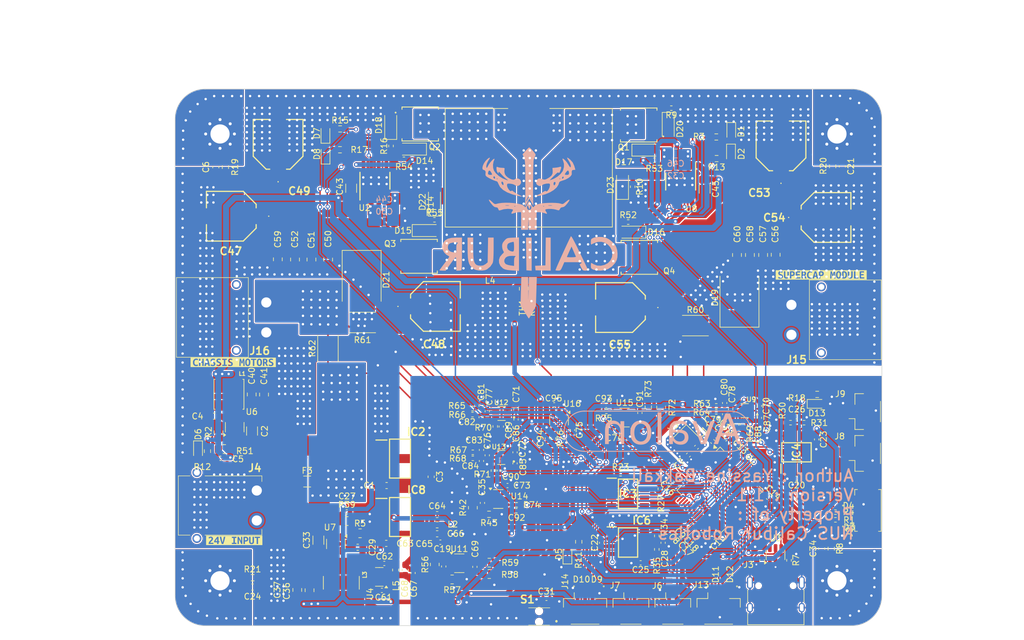
<source format=kicad_pcb>
(kicad_pcb (version 20240108) (generator "pcbnew") (generator_version "8.0")
  (title_block (title "Supercapacitor Charging Module") (date "2024-06-29") (rev "V1.1") (company "NUS Calibur Robotics") (comment 2 "Author : Yassine Bakkali"))
  (layers (0 "F.Cu" signal) (1 "In1.Cu" signal) (2 "In2.Cu" signal) (31 "B.Cu" signal) (34 "B.Paste" user) (35 "F.Paste" user) (36 "B.SilkS" user "B.Silkscreen") (37 "F.SilkS" user "F.Silkscreen") (38 "B.Mask" user) (39 "F.Mask" user) (44 "Edge.Cuts" user))
  (net 0 "")
  (net 1 "+5VD")
  (net 2 "+3V3")
  (net 3 "/MCU/PF1.RCC_OUT")
  (net 4 "/MCU/PF0.RCC_IN")
  (net 5 "+3.3VA")
  (net 6 "Net-(U11-+)")
  (net 7 "+12V")
  (net 8 "Net-(U2-HB)")
  (net 9 "/Super Capacitor Charging Gates/BUCK_SOURCE")
  (net 10 "/Super Capacitor Charging Gates/BOOST_SOURCE")
  (net 11 "Net-(U8-HB)")
  (net 12 "Net-(U4-OUT)")
  (net 13 "Net-(IC8-VOUT)")
  (net 14 "+3.3VREF")
  (net 15 "Net-(C69-Pad1)")
  (net 16 "Net-(U11--)")
  (net 17 "Net-(C76-Pad2)")
  (net 18 "Net-(C76-Pad1)")
  (net 19 "Net-(C77-Pad2)")
  (net 20 "Net-(C77-Pad1)")
  (net 21 "Net-(C78-Pad1)")
  (net 22 "Net-(C78-Pad2)")
  (net 23 "+1V65REF")
  (net 24 "/MCU/PA0.ADC1_IN1|I_CAP_ADC")
  (net 25 "/MCU/PA2.ADC1_IN3|I_CHASSIS_ADC")
  (net 26 "/MCU/PC1.ADC2_IN7|V_CHASSIS_ADC")
  (net 27 "/MCU/PC3.ADC2_IN9|V_CAP_ADC")
  (net 28 "/MCU/PA1.ADC1_IN2|V_TEMP_ADC")
  (net 29 "/MCU/PA13.SWDIO")
  (net 30 "/MCU/PA14.SWCLK")
  (net 31 "Net-(J3-D+-PadA6)")
  (net 32 "Net-(U3-VBUS)")
  (net 33 "Net-(J3-D--PadA7)")
  (net 35 "+24V")
  (net 36 "Net-(U6-SW)")
  (net 37 "Net-(U6-BST)")
  (net 38 "Net-(U6-FB)")
  (net 39 "/MCU/PB15.SPI2_MOSI")
  (net 40 "/MCU/PB14.SPI2_MISO")
  (net 41 "/MCU/PB13.SPI2_SCK")
  (net 42 "Net-(IC3-~{HOLD}{slash}~{RESET(IO3)})")
  (net 43 "/MCU/PB12.SPI2_CS")
  (net 44 "Net-(IC3-~{WP(IO2)})")
  (net 45 "Net-(U7-BST)")
  (net 46 "Net-(U7-SW)")
  (net 47 "Net-(U7-FB)")
  (net 50 "Net-(J3-CC2)")
  (net 51 "Net-(J3-CC1)")
  (net 60 "/Super Capacitor Charging Gates/SUPERCAP_CHG")
  (net 63 "/Super Capacitor Charging Gates/CHASSIS_OUT")
  (net 67 "/Super Capacitor Charging Gates/SUPERCAP_IN")
  (net 68 "Net-(D14-A)")
  (net 69 "Net-(D15-A)")
  (net 70 "/Super Capacitor Charging Gates/CHARGER_IN")
  (net 71 "Net-(D16-A)")
  (net 72 "Net-(D17-A)")
  (net 79 "Net-(D1-A)")
  (net 80 "Net-(D2-A)")
  (net 81 "Net-(D5-A)")
  (net 82 "Net-(D6-A)")
  (net 83 "Net-(D7-A)")
  (net 84 "Net-(D8-A)")
  (net 85 "/MCU/PA4.SPI1_CS")
  (net 86 "Net-(D13-A)")
  (net 87 "/MCU/PA5.SPI1_SCK")
  (net 88 "/MCU/PA7.SPI1_MOSI")
  (net 89 "/MCU/PC8.LED_DRV")
  (net 90 "GND")
  (net 91 "Net-(C26-Pad1)")
  (net 92 "Net-(C28-Pad1)")
  (net 93 "/CAN_UART INTERFACES/PC11.UART4_RX")
  (net 94 "/CAN_UART INTERFACES/PC10.UART4_TX")
  (net 95 "/CAN_UART INTERFACES/PC5.UART1_RX")
  (net 96 "/CAN_UART INTERFACES/PC4.UART1_TX")
  (net 97 "Net-(U14-+)")
  (net 98 "/Super Capacitor Charging Gates/BOOST_DRVH")
  (net 99 "/Super Capacitor Charging Gates/BOOST_DRVL")
  (net 100 "/Super Capacitor Charging Gates/BUCK_DRVL")
  (net 101 "/Super Capacitor Charging Gates/BUCK_DRVH")
  (net 102 "/Super Capacitor Charging Gates/I_CAP")
  (net 103 "/Super Capacitor Charging Gates/I_SOURCE")
  (net 104 "/Super Capacitor Charging Gates/I_CHASSIS")
  (net 105 "Net-(U15-+)")
  (net 106 "/Super Capacitor Charging Gates/V_CHASSIS")
  (net 107 "/Super Capacitor Charging Gates/V_CAP")
  (net 108 "/Super Capacitor Charging Gates/V_TEMP")
  (net 109 "Net-(U16-+)")
  (net 110 "/MCU/PG10.RST")
  (net 112 "/CAN_UART INTERFACES/CAN1_-")
  (net 113 "/CAN_UART INTERFACES/CAN1_+")
  (net 114 "/CAN_UART INTERFACES/PB9.FDCAN1_TX")
  (net 115 "/MCU/PA10.TIM1_CH2|BAT_MOS_HIGH")
  (net 116 "/CAN_UART INTERFACES/PB8.FDCAN1_RX")
  (net 117 "/MCU/PB0.TIM1_CH2N|BAT_MOS_LOW")
  (net 118 "/MCU/PA3.HDR")
  (net 119 "/MCU/PA9.TIM1_CH3|CAP_MOS_HIGH")
  (net 120 "/CAN_UART INTERFACES/CAN3_-")
  (net 121 "/MCU/PA6.SPI1_MISO")
  (net 122 "/CAN_UART INTERFACES/PB3.FDCAN3_RX")
  (net 123 "/MCU/PB1.TIM1_CH3N|CAP_MOS_LOW")
  (net 124 "/CAN_UART INTERFACES/PB4.FDCAN3_TX")
  (net 125 "/CAN_UART INTERFACES/CAN3_+")
  (net 126 "/MCU/PC2.ADC2_IN8|I_SOURCE_ADC")
  (net 128 "/CAN_UART INTERFACES/PB5.FDCAN2_RX")
  (net 140 "Net-(F3-Pad1)")
  (net 141 "/CAN_UART INTERFACES/PB6.FDCAN2_TX")
  (net 142 "/MCU/USB_DP")
  (net 143 "/MCU/USB_DN")
  (net 144 "Net-(J2-Pin_2)")
  (net 145 "Net-(J2-Pin_1)")
  (net 146 "Net-(C6-Pad1)")
  (net 147 "Net-(C21-Pad1)")
  (net 148 "Net-(C24-Pad1)")
  (net 149 "Net-(C34-Pad1)")
  (net 150 "/CAN_UART INTERFACES/PB10.UART3_TX")
  (net 151 "/CAN_UART INTERFACES/PB11.UART3_RX")
  (footprint "Package_TO_SOT_SMD:SOT-23-6" (layer "F.Cu") (at 191.1 119.45 90)
    (property "Reference" "U3")
    (property "Value" "USBLC6-2SC6")
  )
  (footprint "Diode_SMD:D_SOD-123" (layer "F.Cu") (at 126.851998 47.72 90)
    (property "Reference" "D18")
    (property "Value" "BAT41ZFILM")
  )
  (footprint "Resistor_SMD:R_0402_1005Metric" (layer "F.Cu") (at 144.001997 105.369997 -90)
    (property "Reference" "R71")
    (property "Value" "100R")
  )
  (footprint "Capacitor_SMD:C_0402_1005Metric_Pad0.74x0.62mm_HandSolder" (layer "F.Cu") (at 140.901998 121.445 -90)
    (property "Reference" "C69")
    (property "Value" "100nF")
  )
  (footprint "Capacitor_SMD:C_0402_1005Metric" (layer "F.Cu") (at 153.001998 99.979999 90)
    (property "Reference" "C94")
    (property "Value" "100nF")
  )
  (footprint "footprints:A769KS227M1VLAS016" (layer "F.Cu") (at 100.231998 62.9 180)
    (property "Reference" "C47")
    (property "Value" "220uF@35V" (hide yes))
  )
  (footprint "Capacitor_SMD:C_0402_1005Metric_Pad0.74x0.62mm_HandSolder" (layer "F.Cu") (at 125.776997 120.870001 180)
    (property "Reference" "C62")
    (property "Value" "100nF")
  )
  (footprint "Resistor_SMD:R_0603_1608Metric_Pad0.98x0.95mm_HandSolder" (layer "F.Cu") (at 158.241998 117.26 90)
    (property "Reference" "R11")
    (property "Value" "200R")
  )
  (footprint "SamacSys_Parts:SOT230P700X180-4N" (layer "F.Cu") (at 128.401998 103.37)
    (property "Reference" "IC2")
    (property "Value" "AZ1117CH-3.3TRG1" (hide yes))
  )
  (footprint "Resistor_SMD:R_0805_2012Metric_Pad1.20x1.40mm_HandSolder" (layer "F.Cu") (at 134.201998 121.045 -90)
    (property "Reference" "R56")
    (property "Value" "100k")
  )
  (footprint "footprints:DFN5&asterisk_6-8L_GFD" (layer "F.Cu") (at 168.251998 47.67 180)
    (property "Reference" "Q1")
    (property "Value" "POW_NMOS")
  )
  (footprint "Capacitor_SMD:C_0402_1005Metric" (layer "F.Cu") (at 182.602001 94.089999 90)
    (property "Reference" "C80")
    (property "Value" "10nF")
  )
  (footprint "MountingHole:MountingHole_3.2mm_M3_Pad_Via" (layer "F.Cu") (at 201.351998 49.17)
    (property "Reference" "H2" (hide yes))
    (property "Value" "MountingHole_Pad")
  )
  (footprint "Capacitor_SMD:C_0402_1005Metric" (layer "F.Cu") (at 188.401999 94.569999 -90)
    (property "Reference" "C70")
    (property "Value" "100nF")
  )
  (footprint "footprints:DFN5&asterisk_6-8L_GFD" (layer "F.Cu") (at 131.780198 47.505)
    (property "Reference" "Q2")
    (property "Value" "POW_NMOS")
  )
  (footprint "Capacitor_SMD:C_0402_1005Metric" (layer "F.Cu") (at 164.171997 98.77 180)
    (property "Reference" "C74")
    (property "Value" "100nF")
  )
  (footprint "Capacitor_SMD:C_0402_1005Metric" (layer "F.Cu") (at 142.961996 102.82 90)
    (property "Reference" "C76")
    (property "Value" "10nF")
  )
  (footprint "Diode_SMD:D_0402_1005Metric_Pad0.77x0.64mm_HandSolder" (layer "F.Cu") (at 201.1 114.7 180)
    (property "Reference" "D3")
    (property "Value" "TPD1E10B06DPYR-EV")
  )
  (footprint "Capacitor_SMD:C_0402_1005Metric" (layer "F.Cu") (at 147.601996 102.320002 -90)
    (property "Reference" "C72")
    (property "Value" "100nF")
  )
  (footprint "kibuzzard-6681496D" (layer "F.Cu") (at 100.725 117.025)
    (property "Reference" "kibuzzard-6681496D" (hide yes))
    (property "Value" "G***" (hide yes))
  )
  (footprint "Capacitor_SMD:C_0402_1005Metric" (layer "F.Cu") (at 147.771998 94.95 -90)
    (property "Reference" "C71")
    (property "Value" "100nF")
  )
  (footprint "Resistor_SMD:R_0402_1005Metric" (layer "F.Cu") (at 129.051998 53.4 180)
    (property "Reference" "R54")
    (property "Value" "1R")
  )
  (footprint "Resistor_SMD:R_0805_2012Metric_Pad1.20x1.40mm_HandSolder" (layer "F.Cu") (at 143.301998 120.745 180)
    (property "Reference" "R59")
    (property "Value" "33R")
  )
  (footprint "Capacitor_SMD:C_0402_1005Metric" (layer "F.Cu") (at 142.164498 110.77 -90)
    (property "Reference" "C35")
    (property "Value" "100nF")
  )
  (footprint "footprints:INA186" (layer "F.Cu") (at 185.951998 95.37 180)
    (property "Reference" "U9")
    (property "Value" "INA186A2IDCKT")
  )
  (footprint "Capacitor_SMD:C_0402_1005Metric_Pad0.74x0.62mm_HandSolder" (layer "F.Cu") (at 194.611998 106.67 180)
    (property "Reference" "C20")
    (property "Value" "100nF")
  )
  (footprint "footprints:IND_VLS5045EX-100M" (layer "F.Cu") (at 99.841998 92.63 90)
    (property "Reference" "L1")
    (property "Value" "10.0uH")
  )
  (footprint "Capacitor_SMD:C_0805_2012Metric_Pad1.18x1.45mm_HandSolder" (layer "F.Cu") (at 110.871998 70.1325 -90)
    (property "Reference" "C52")
    (property "Value" "20uF@50V")
  )
  (footprint "Resistor_SMD:R_0603_1608Metric_Pad0.98x0.95mm_HandSolder" (layer "F.Cu") (at 181.261997 53.280002 180)
    (property "Reference" "R13")
    (property "Value" "200R")
  )
  (footprint "Resistor_SMD:R_0603_1608Metric_Pad0.98x0.95mm_HandSolder" (layer "F.Cu") (at 103.797001 123.255002 180)
    (property "Reference" "R21")
    (property "Value" "1M")
  )
  (footprint "Resistor_SMD:R_0603_1608Metric_Pad0.98x0.95mm_HandSolder" (layer "F.Cu") (at 148.851998 75.0075 -90)
    (property "Reference" "TH1")
    (property "Value" "NTC 10K")
  )
  (footprint "Resistor_SMD:R_0603_1608Metric_Pad0.98x0.95mm_HandSolder" (layer "F.Cu") (at 96.251998 102.12 90)
    (property "Reference" "R12")
    (property "Value" "1k")
  )
  (footprint "footprints:IND_SUPERCAP" (layer "F.Cu") (at 149.901998 55.275)
    (property "Reference" "L4")
    (property "Value" "15uH" (hide yes))
  )
  (footprint "Resistor_SMD:R_0603_1608Metric_Pad0.98x0.95mm_HandSolder" (layer "F.Cu") (at 99.251998 54.7075 90)
    (property "Reference" "R19")
    (property "Value" "1M")
  )
  (footprint "SamacSys_Parts:EVQP7C01P" (layer "F.Cu") (at 151.62 129.729998 180)
    (property "Reference" "S1")
    (property "Value" "EVQP7C01P" (hide yes))
  )
  (footprint "Resistor_SMD:R_0402_1005Metric_Pad0.72x0.64mm_HandSolder" (layer "F.Cu") (at 171.276998 118.525 -90)
    (property "Reference" "R35")
    (property "Value" "60R")
  )
  (footprint "Capacitor_SMD:C_0402_1005Metric_Pad0.74x0.62mm_HandSolder" (layer "F.Cu") (at 177.001998 114.37 135)
    (property "Reference" "C9")
    (property "Value" "1uF")
  )
  (footprint "Capacitor_SMD:C_0805_2012Metric_Pad1.18x1.45mm_HandSolder" (layer "F.Cu") (at 113.611999 70.132498 -90)
    (property "Reference" "C51")
    (property "Value" "20uF@50V")
  )
  (footprint "Capacitor_SMD:C_0402_1005Metric" (layer "F.Cu") (at 162.831997 94.470001)
    (property "Reference" "C93")
    (property "Value" "100nF")
  )
  (footprint "Connector_JST:JST_GH_SM03B-GHS-TB_1x03-1MP_P1.25mm_Horizontal" (layer "F.Cu") (at 159.3 128.45)
    (property "Reference" "J14")
    (property "Value" "JST_GH_SM03")
  )
  (footprint "footprints:DDA0008E_N" (layer "F.Cu") (at 124.217 56.974999 90)
    (property "Reference" "U2")
    (property "Value" "UCC27211AQDDARQ1" (hide yes))
  )
  (footprint "Resistor_SMD:R_0603_1608Metric_Pad0.98x0.95mm_HandSolder" (layer "F.Cu") (at 200.4 118.4 -90)
    (property "Reference" "R8")
    (property "Value" "1M")
  )
  (footprint "footprints:DFN5&asterisk_6-8L_GFD" (layer "F.Cu") (at 168.359598 69.765)
    (property "Reference" "Q4")
    (property "Value" "POW_NMOS")
  )
  (footprint "Capacitor_SMD:C_0805_2012Metric_Pad1.18x1.45mm_HandSolder" (layer "F.Cu") (at 111.25 125.3 -90)
    (property "Reference" "C37")
    (property "Value" "50v22uF")
  )
  (footprint "Capacitor_SMD:C_0603_1608Metric_Pad1.08x0.95mm_HandSolder" (layer "F.Cu") (at 133.601997 106.4075 -90)
    (property "Reference" "C3")
    (property "Value" "22uF")
  )
  (footprint "Connector_JST:JST_GH_SM03B-GHS-TB_1x03-1MP_P1.25mm_Horizontal" (layer "F.Cu") (at 181.6 128.45)
    (property "Reference" "J13")
    (property "Value" "JST_GH_SM03")
  )
  (footprint "LED_SMD:LED_0603_1608Metric_Pad1.05x0.95mm_HandSolder" (layer "F.Cu") (at 183.709498 48.920004 -90)
    (property "Reference" "D1")
    (property "Value" "LED")
  )
  (footprint "Resistor_SMD:R_0402_1005Metric" (layer "F.Cu") (at 173.7 44.85 180)
    (property "Reference" "R9")
    (property "Value" "20k")
  )
  (footprint "Capacitor_SMD:C_0402_1005Metric" (layer "F.Cu") (at 141.951998 94.57 90)
    (property "Reference" "C81")
    (property "Value" "10nF")
  )
  (footprint "Connector_JST:JST_GH_SM02B-GHS-TB_1x02-1MP_P1.25mm_Horizontal" (layer "F.Cu") (at 206.06 95.52 90)
    (property "Reference" "J9")
    (property "Value" "JST_GH_SM02")
  )
  (footprint "Package_TO_SOT_SMD:SOT-23-5" (layer "F.Cu") (at 138.301998 120.845)
    (property "Reference" "U11")
    (property "Value" "NCS325")
  )
  (footprint "Resistor_SMD:R_0603_1608Metric_Pad0.98x0.95mm_HandSolder" (layer "F.Cu") (at 169.851998 94.82 -90)
    (property "Reference" "R73")
    (property "Value" "10k")
  )
  (footprint "Capacitor_SMD:C_0805_2012Metric_Pad1.18x1.45mm_HandSolder" (layer "F.Cu") (at 103.641999 92.659999 90)
    (property "Reference" "C40")
    (property "Value" "50v22uF")
  )
  (footprint "Capacitor_SMD:C_0402_1005Metric_Pad0.74x0.62mm_HandSolder" (layer "F.Cu") (at 173.901998 107.47 135)
    (property "Reference" "C16")
    (property "Value" "100nF")
  )
  (footprint "Capacitor_SMD:C_0402_1005Metric_Pad0.74x0.62mm_HandSolder" (layer "F.Cu") (at 125.376996 125.369998 180)
    (property "Reference" "C61")
    (property "Value" "100nF")
  )
  (footprint "Package_TO_SOT_SMD:SOT-23-5" (layer "F.Cu") (at 154.951998 96.9625 -90)
    (property "Reference" "U16")
    (property "Value" "NCS325")
  )
  (footprint "footprints:DFN5&asterisk_6-8L_GFD" (layer "F.Cu") (at 131.580198 69.595 180)
    (property "Reference" "Q3")
    (property "Value" "POW_NMOS")
  )
  (footprint "Capacitor_SMD:C_0402_1005Metric_Pad0.74x0.62mm_HandSolder" (layer "F.Cu") (at 168.576998 120.775001 180)
    (property "Reference" "C25")
    (property "Value" "100nF")
  )
  (footprint "SamacSys_Parts:SOIC127P600X175-8N" (layer "F.Cu") (at 166.47 109.245)
    (property "Reference" "IC3")
    (property "Value" "AT25EU0021A-SSHN-T" (hide yes))
  )
  (footprint "LED_SMD:LED_0603_1608Metric_Pad1.05x0.95mm_HandSolder" (layer "F.Cu") (at 115.951998 49.055 90)
    (property "Reference" "D7")
    (property "Value" "LED")
  )
  (footprint "Resistor_SMD:R_0402_1005Metric" (layer "F.Cu") (at 166.5 63.875)
    (property "Reference" "R52")
    (property "Value" "1R")
  )
  (footprint "Diode_SMD:D_SOD-123" (layer "F.Cu") (at 173.180198 47.92 -90)
    (property "Reference" "D20")
    (property "Value" "BAT41ZFILM")
  )
  (footprint "Capacitor_SMD:C_0402_1005Metric" (layer "F.Cu") (at 145.301998 98.02 90)
    (property "Reference" "C89")
    (property "Value" "100nF")
  )
  (footprint "Resistor_SMD:R_0805_2012Metric_Pad1.20x1.40mm_HandSolder" (layer "F.Cu") (at 99.072 101.780001 180)
    (property "Reference" "R51")
    (property "Value" "309.0k")
  )
  (footprint "Diode_SMD:D_SOD-123" (layer "F.Cu") (at 130.451998 51.7 180)
    (property "Reference" "D14")
    (property "Value" "MMSD4148T3G")
  )
  (footprint "footprints:DDA0008E_N" (layer "F.Cu") (at 175.261998 57.13 -90)
    (property "Reference" "U8")
    (property "Value" "UCC27211AQDDARQ1")
  )
  (footprint "Resistor_SMD:R_0402_1005Metric" (layer "F.Cu") (at 140.551998 102.32)
    (property "Reference" "R67")
    (property "Value" "100R")
  )
  (footprint "Resistor_SMD:R_0603_1608Metric_Pad0.98x0.95mm_HandSolder" (layer "F.Cu") (at 198.051998 92.65 180)
    (property "Reference" "R18")
    (property "Value" "200R")
  )
  (footprint "SamacSys_Parts:SOIC127P600X175-8N" (layer "F.Cu") (at 194.601998 102.32 90)
    (property "Reference" "IC4")
    (property "Value" "ATA6560-GAQW-N" (hide yes))
  )
  (footprint "Resistor_SMD:R_0603_1608Metric_Pad0.98x0.95mm_HandSolder" (layer "F.Cu") (at 150.351998 74.97 -90)
    (property "Reference" "R77")
    (property "Value" "10k")
  )
  (footprint "Capacitor_SMD:C_0402_1005Metric_Pad0.74x0.62mm_HandSolder" (layer "F.Cu") (at 119.501998 112.270001 180)
    (property "Reference" "C27")
    (property "Value" "50v100pF")
  )
  (footprint "Resistor_SMD:R_0603_1608Metric_Pad0.98x0.95mm_HandSolder" (layer "F.Cu") (at 200.636997 54.569999 90)
    (property "Reference" "R20")
    (property "Value" "1M")
  )
  (footprint "LED_SMD:LED_0603_1608Metric_Pad1.05x0.95mm_HandSolder" (layer "F.Cu") (at 198.05 94.225)
    (property "Reference" "D13")
    (property "Value" "LED")
  )
  (footprint "Resistor_SMD:R_2512_6332Metric" (layer "F.Cu") (at 122.151998 80.645)
    (property "Reference" "R61")
    (property "Value" "0.002R")
  )
  (footprint "LED_SMD:LED_0603_1608Metric_Pad1.05x0.95mm_HandSolder" (layer "F.Cu") (at 94.676998 102.07 -90)
    (property "Reference" "D6")
    (property "Value" "LED")
  )
  (footprint "Diode_SMD:D_0402_1005Metric_Pad0.77x0.64mm_HandSolder" (layer "F.Cu") (at 161.15 124.7 180)
    (property "Reference" "D9")
    (property "Value" "TPD1E10B06DPYR-EV")
  )
  (footprint "Fuse:Fuse_1206_3216Metric" (layer "F.Cu") (at 112.9 107.2)
    (property "Reference" "F3")
    (property "Value" "0685H9300-01")
  )
  (footprint "footprints:A769KS227M1VLAS016" (layer "F.Cu") (at 165.21 78.15 180)
    (property "Reference" "C55")
    (property "Value" "220uF@35V" (hide yes))
  )
  (footprint "Resistor_SMD:R_0402_1005Metric_Pad0.72x0.64mm_HandSolder" (layer "F.Cu") (at 193.601998 97.37)
    (property "Reference" "R30")
    (property "Value" "60R")
  )
  (footprint "Capacitor_SMD:C_0402_1005Metric" (layer "F.Cu") (at 142.001998 103.77 90)
    (property "Reference" "C84")
    (property "Value" "10nF")
  )
  (footprint "footprints:A769KS227M1VLAS016" (layer "F.Cu") (at 192.011998 51.16 90)
    (property "Reference" "C53")
    (property "Value" "220uF@35V" (hide yes))
  )
  (footprint "Diode_SMD:D_SMC" (layer "F.Cu") (at 121.999999 73.512499 -90)
    (property "Reference" "D21")
    (property "Value" "SMCJ33A")
  )
  (footprint "Capacitor_SMD:C_0603_1608Metric_Pad1.08x0.95mm_HandSolder" (layer "F.Cu") (at 97.641999 54.702501 -90)
    (property "Reference" "C6")
    (property "Value" "1uF")
  )
  (footprint "kibuzzard-66814953" (layer "F.Cu") (at 198.725 72.7)
    (property "Reference" "kibuzzard-66814953" (hide yes))
    (property "Value" "G***" (hide yes))
  )
  (footprint "Resistor_SMD:R_0402_1005Metric_Pad0.72x0.64mm_HandSolder" (layer "F.Cu") (at 165.221998 105.9)
    (property "Reference" "R23")
    (property "Value" "4.7k")
  )
  (footprint "Resistor_SMD:R_0402_1005Metric" (layer "F.Cu") (at 154.001998 100.01 -90)
    (property "Reference" "R76")
    (property "Value" "100R")
  )
  (footprint "Capacitor_SMD:C_0603_1608Metric_Pad1.08x0.95mm_HandSolder" (layer "F.Cu") (at 126.164497 107.870001)
    (property "Reference" "C1")
    (property "Value" "10uF")
  )
  (footprint "Capacitor_SMD:C_0402_1005Metric_Pad0.74x0.62mm_HandSolder" (layer "F.Cu") (at 152.85 126.7)
    (property "Reference" "C31")
    (property "Value" "100nF")
  )
  (footprint "Capacitor_SMD:C_0805_2012Metric_Pad1.18x1.45mm_HandSolder" (layer "F.Cu") (at 116.401999 70.137491 -90)
    (property "Reference" "C50")
    (property "Value" "20uF@50V")
  )
  (footprint "Resistor_SMD:R_0603_1608Metric_Pad0.98x0.95mm_HandSolder" (layer "F.Cu") (at 118.379498 51.802501)
    (property "Reference" "R17")
    (property "Value" "200R")
  )
  (footprint "Resistor_SMD:R_0805_2012Metric_Pad1.20x1.40mm_HandSolder" (layer "F.Cu") (at 121.73 115.84)
    (property "Reference" "R5")
    (property "Value" "22.1k")
  )
  (footprint "Package_TO_SOT_SMD:SOT-23-5" (layer "F.Cu") (at 165.889498 96.52 180)
    (property "Reference" "U15")
    (property "Value" "NCS325")
  )
  (footprint "Capacitor_SMD:C_0402_1005Metric_Pad0.74x0.62mm_HandSolder" (layer "F.Cu") (at 172.326998 117.425 -90)
    (property "Reference" "C28")
    (property "Value" "4.7nF")
  )
  (footprint "Capacitor_SMD:C_0805_2012Metric_Pad1.18x1.45mm_HandSolder" (layer "F.Cu") (at 113.3 125.35 -90)
    (property "Reference" "C36")
    (property "Value" "50v22uF")
  )
  (footprint "Resistor_SMD:R_0805_2012Metric_Pad1.20x1.40mm_HandSolder" (layer "F.Cu") (at 140.564498 111.57 90)
    (property "Reference" "R42")
    (property "Value" "100k")
  )
  (footprint "SamacSys_Parts:XT30PWM" (layer "F.Cu") (at 98.575 111.2 90)
    (property "Reference" "J4")
    (property "Value" "XT30PW" (hide yes))
  )
  (footprint "Capacitor_SMD:C_0402_1005Metric" (layer "F.Cu") (at 185.602002 97.659998 90)
    (property "Reference" "C88")
    (property "Value" "100nF")
  )
  (footprint "LED_SMD:LED_0603_1608Metric_Pad1.05x0.95mm_HandSolder" (layer "F.Cu") (at 183.661997 52.530002 -90)
    (property "Reference" "D2")
    (property "Value" "LED")
  )
  (footprint "Diode_SMD:D_0402_1005Metric_Pad0.77x0.64mm_HandSolder" (layer "F.Cu") (at 183.4 124.7 180)
    (property "Reference" "D12")
    (property "Value" "TPD1E10B06DPYR-EV")
  )
  (footprint "Resistor_SMD:R_0402_1005Metric_Pad0.72x0.64mm_HandSolder" (layer "F.Cu") (at 201.1 113.6 180)
    (property "Reference" "R1")
    (property "Value" "100R")
  )
  (footprint "Diode_SMD:D_0402_1005Metric_Pad0.77x0.64mm_HandSolder" (layer "F.Cu") (at 181.05 124.7)
    (property "Reference" "D11")
    (property "Value" "TPD1E10B06DPYR-EV")
  )
  (footprint "SamacSys_Parts:SOIC127P600X175-8N" (layer "F.Cu") (at 166.476998 117.375)
    (property "Reference" "IC6")
    (property "Value" "ATA6560-GAQW-N" (hide yes))
  )
  (footprint "Connector_USB:USB_C_Receptacle_HRO_TYPE-C-31-M-12" (layer "F.Cu") (at 191.15 127.2)
    (property "Reference" "J3")
    (property "Value" "USB_C_Receptacle_USB2.0")
  )
  (footprint "Capacitor_SMD:C_0603_1608Metric_Pad1.08x0.95mm_HandSolder" (layer "F.Cu") (at 126.101999 117.520001)
    (property "Reference" "C63")
    (property "Value" "10uF")
  )
  (footprint "Capacitor_SMD:C_0402_1005Metric_Pad0.74x0.62mm_HandSolder" (layer "F.Cu") (at 177.859051 116.669552 -45)
    (property "Reference" "C17")
    (property "Value" "10nF")
  )
  (footprint "Resistor_SMD:R_0402_1005Metric_Pad0.72x0.64mm_HandSolder" (layer "F.Cu") (at 171.876998 108.42 90)
    (property "Reference" "R27")
    (property "Value" "4.7k")
  )
  (footprint "Capacitor_SMD:C_0402_1005Metric_Pad0.74x0.62mm_HandSolder" (layer "F.Cu") (at 162.076997 117.425003 90)
    (property "Reference" "C22")
    (property "Value" "100nF")
  )
  (footprint "Capacitor_SMD:C_0402_1005Metric" (layer "F.Cu") (at 176.551998 102.77 -135)
    (property "Reference" "C7")
    (property "Value" "12pF")
  )
  (footprint "Capacitor_SMD:C_0402_1005Metric_Pad0.74x0.62mm_HandSolder" (layer "F.Cu") (at 197.961997 100.17 -90)
    (property "Reference" "C23")
    (property "Value" "100nF")
  )
  (footprint "Resistor_SMD:R_0402_1005Metric" (layer "F.Cu") (at 162.851998 95.47 180)
    (property "Reference" "R75")
    (property "Value" "100R")
  )
  (footprint "Resistor_SMD:R_0402_1005Metric" (layer "F.Cu") (at 134.151998 63.5)
    (property "Reference" "R55")
    (property "Value" "1R")
  )
  (footprint "footprints:A769KS227M1VLAS016" (layer "F.Cu") (at 108.051998 50.9 90)
    (property "Reference" "C49")
    (property "Value" "220uF@35V" (hide yes))
  )
  (footprint "Diode_SMD:D_SOD-123" (layer "F.Cu") (at 165.55 57.725 90)
    (property "Reference" "D23")
    (property "Value" "BAT41ZFILM")
  )
  (footprint "footprints:IND_ASPI-6045S-3R6N-T" (layer "F.Cu") (at 118.6 124.1 -90)
    (property "Reference" "L3")
    (property "Value" "3.6uH")
  )
  (footprint "Resistor_SMD:R_0603_1608Metric_Pad0.98x0.95mm_HandSolder" (layer "F.Cu") (at 181.209497 49.670002 180)
    (property "Reference" "R3")
    (property "Value" "200R")
  )
  (footprint "Inductor_SMD:L_0603_1608Metric_Pad1.05x0.95mm_HandSolder" (layer "F.Cu") (at 127.676997 121.969999 -90)
    (property "Reference" "L5")
    (property "Value" "26R@100MHz")
  )
  (footprint "Capacitor_SMD:C_0402_1005Metric_Pad0.74x0.62mm_HandSolder" (layer "F.Cu") (at 135.139497 117.319999 180)
    (property "Reference" "C65")
    (property "Value" "100nF")
  )
  (footprint "Capacitor_SMD:C_0402_1005Metric" (layer "F.Cu") (at 168.451998 95.75 90)
    (property "Reference" "C91")
    (property "Value" "100nF")
  )
  (footprint "Capacitor_SMD:C_0402_1005Metric" (layer "F.Cu") (at 157.201998 98.6 -90)
    (property "Reference" "C75")
    (property "Value" "100nF")
  )
  (footprint "Resistor_SMD:R_0402_1005Metric" (layer "F.Cu") (at 132.325 60.975 -90)
    (property "Reference" "R14")
    (property "Value" "20k")
  )
  (footprint "Resistor_SMD:R_0402_1005Metric" (layer "F.Cu") (at 126.9 51.175 90)
    (property "Reference" "R16")
    (property "Value" "20k")
  )
  (footprint "Capacitor_SMD:C_0603_1608Metric_Pad1.08x0.95mm_HandSolder" (layer "F.Cu") (at 202.251998 54.57 -90)
    (property "Reference" "C21")
    (property "Value" "1uF")
  )
  (footprint "Resistor_SMD:R_0402_1005Metric" (layer "F.Cu") (at 181.202 95.569999 180)
    (property "Reference" "R64")
    (property "Value" "100R")
  )
  (footprint "Diode_SMD:D_0402_1005Metric_Pad0.77x0.64mm_HandSolder" (layer "F.Cu") (at 158.7 124.7)
    (property "Reference" "D10")
    (property "Value" "TPD1E10B06DPYR-EV")
  )
  (footprint "LED_SMD:LED_0603_1608Metric_Pad1.05x0.95mm_HandSolder" (layer "F.Cu") (at 115.969498 52.5325 90)
    (property "Reference" "D8")
    (property "Value" "LED")
  )
  (footprint "Capacitor_SMD:C_0402_1005Metric" (layer "F.Cu") (at 141.951998 96.47 90)
    (property "Reference" "C82")
    (property "Value" "10nF")
  )
  (footprint "footprints:INA186" (layer "F.Cu") (at 145.351998 95.82 180)
    (property "Reference" "U12")
    (property "Value" "INA186A2IDCKT")
  )
  (footprint "Resistor_SMD:R_0402_1005Metric" (layer "F.Cu") (at 147.879497 111.1)
    (property "Reference" "R74")
    (property "Value" "100R")
  )
  (footprint "Capacitor_SMD:C_0402_1005Metric_Pad0.74x0.62mm_HandSolder" (layer "F.Cu") (at 180.651998 116.568717 -135)
    (property "Reference" "C15")
    (property "Value" "100nF")
  )
  (footprint "Capacitor_SMD:C_0402_1005Metric_Pad0.74x0.62mm_HandSolder" (layer "F.Cu") (at 98.411998 103.32)
    (property "Reference" "C5")
    (property "Value" "50v100pF")
  )
  (footprint "Connector_JST:JST_GH_SM02B-GHS-TB_1x02-1MP_P1.25mm_Horizontal" (layer "F.Cu") (at 166.95 128.45)
    (property "Reference" "J7")
    (property "Value" "JST_GH_SM02")
  )
  (footprint "Capacitor_SMD:C_1206_3216Metric_Pad1.33x1.80mm_HandSolder" (layer "F.Cu") (at 103.702 98.77 90)
    (property "Reference" "C2")
    (property "Value" "36v10uF")
  )
  (footprint "Capacitor_SMD:C_0603_1608Metric_Pad1.08x0.95mm_HandSolder" (layer "F.Cu") (at 97.381999 96.29 180)
    (property "Reference" "C4")
    (property "Value" "50v100nF")
  )
  (footprint "Capacitor_SMD:C_1206_3216Metric_Pad1.33x1.80mm_HandSolder" (layer "F.Cu") (at 120.251998 58.23 90)
    (property "Reference" "C43")
    (property "Value" "10uF")
  )
  (footprint "Capacitor_SMD:C_0603_1608Metric_Pad1.08x0.95mm_HandSolder" (layer "F.Cu") (at 134.601998 115.920001 180)
    (property "Reference" "C66")
    (property "Value" "10uF")
  )
  (footprint "footprints:A769KS227M1VLAS016" (layer "F.Cu") (at 134.311998 77.96)
    (property "Reference" "C48")
    (property "Value" "220uF@35V" (hide yes))
  )
  (footprint "Capacitor_SMD:C_0805_2012Metric_Pad1.18x1.45mm_HandSolder" (layer "F.Cu") (at 189.031996 69.37 -90)
    (property "Reference" "C57")
    (property "Value" "20uF@50V")
  )
  (footprint "Resistor_SMD:R_0402_1005Metric_Pad0.72x0.64mm_HandSolder" (layer "F.Cu") (at 195.851998 97.37)
    (property "Reference" "R31")
    (property "Value" "60R")
  )
  (footprint "Package_TO_SOT_SMD:TSOT-23-6" (layer "F.Cu") (at 117.701998 117.6225 -90)
    (property "Reference" "U7")
    (property "Value" "AP63200WU")
  )
  (footprint "Capacitor_SMD:C_0402_1005Metric_Pad0.74x0.62mm_HandSolder" (layer "F.Cu") (at 183.150715 100.621283 45)
    (property "Reference" "C13")
    (property "Value" "100nF")
  )
  (footprint "MountingHole:MountingHole_3.2mm_M3_Pad_Via" (layer "F.Cu") (at 201.351994 123.759996)
    (property "Reference" "H9" (hide yes))
    (property "Value" "MountingHole_Pad")
  )
  (footprint "Capacitor_SMD:C_0402_1005Metric" (layer "F.Cu") (at 183.601999 95.12 90)
    (property "Reference" "C78")
    (property "Value" "10nF")
  )
  (footprint "Capacitor_SMD:C_0402_1005Metric" (layer "F.Cu") (at 182.602 95.969999 90)
    (property "Reference" "C79")
    (property "Value" "10nF")
  )
  (footprint "Package_TO_SOT_SMD:TSOT-23-6" (layer "F.Cu") (at 100.802 98.1225 90)
    (property "Reference" "U6")
    (property "Value" "AP63200WU")
  )
  (footprint "Diode_SMD:D_SOD-123" (layer "F.Cu") (at 134.15 60.525 90)
    (property "Reference" "D22")
    (property "Value" "BAT41ZFILM")
  )
  (footprint "Resistor_SMD:R_0402_1005Metric" (layer "F.Cu") (at 184.601998 97.67 -90)
    (property "Reference" "R69")
    (property "Value" "100R")
  )
  (footprint "Resistor_SMD:R_0402_1005Metric" (layer "F.Cu") (at 140.551998 103.32 180)
    (property "Reference" "R68")
    (property "Value" "100R")
  )
  (footprint "Capacitor_SMD:C_0805_2012Metric_Pad1.18x1.45mm_HandSolder" (layer "F.Cu") (at 108.001998 70.095002 -90)
    (property "Reference" "C59")
    (property "Value" "20uF@50V")
  )
  (footprint "MountingHole:MountingHole_3.2mm_M3_Pad_Via" (layer "F.Cu") (at 98.351997 49.17)
    (property "Reference" "H1" (hide yes))
    (property "Value" "MountingHole_Pad")
  )
  (footprint "Capacitor_SMD:C_0402_1005Metric_Pad0.74x0.62mm_HandSolder" (layer "F.Cu") (at 189.900715 109.868717 -45)
    (property "Reference" "C14")
    (property "Value" "100nF")
  )
  (footprint "SamacSys_Parts:SOT230P700X180-4N" (layer "F.Cu") (at 128.401998 113.12)
    (property "Reference" "IC8")
    (property "Value" "AZ1117CH-3.3TRG1" (hide yes))
  )
  (footprint "Capacitor_SMD:C_0805_2012Metric_Pad1.18x1.45mm_HandSolder" (layer "F.Cu") (at 105.702 92.68 90)
    (property "Reference" "C41")
    (property "Value" "50v22uF")
  )
  (footprint "Capacitor_SMD:C_0402_1005Metric" (layer "F.Cu") (at 145.001998 105.37 90)
    (property "Reference" "C90")
    (property "Value" "100nF")
  )
  (footprint "Capacitor_SMD:C_0603_1608Metric_Pad1.08x0.95mm_HandSolder" (layer "F.Cu") (at 129.276998 121.97 90)
    (property "Reference" "C68")
    (property "Value" "10uF")
  )
  (footprint "SamacSys_Parts:XT30PWF" (layer "F.Cu") (at 193.75 77.7 -90)
    (property "Reference" "J15")
    (property "Value" "XT30PW-F" (hide yes))
  )
  (footprint "Resistor_SMD:R_0402_1005Metric" (layer "F.Cu") (at 167.25 57.985001 -90)
    (property "Reference" "R10")
    (property "Value" "20k")
  )
  (footprint "Capacitor_SMD:C_0402_1005Metric" (layer "F.Cu") (at 147.864498 112.07 180)
    (property "Reference" "C92")
    (property "Value" "100nF")
  )
  (footprint "Capacitor_SMD:C_0402_1005Metric" (layer "F.Cu") (at 188.401999 96.569996 90)
    (property "Reference" "C87")
    (property "Value" "100nF")
  )
  (footprint "Capacitor_SMD:C_0603_1608Metric_Pad1.08x0.95mm_HandSolder" (layer "F.Cu") (at 103.776998 124.82)
    (property "Reference" "C24")
    (property "Value" "1uF")
  )
  (footprint "Capacitor_SMD:C_0402_1005Metric_Pad0.74x0.62mm_HandSolder" (layer "F.Cu") (at 181.451998 99.72 135)
    (property "Reference" "C10")
    (property "Value" "4.7uF")
  )
  (footprint "Capacitor_SMD:C_0402_1005Metric_Pad0.74x0.62mm_HandSolder" (layer "F.Cu") (at 135.701998 121.3775 90)
    (property "Reference" "C19")
    (property "Value" "100nF")
  )
  (footprint "Capacitor_SMD:C_0603_1608Metric_Pad1.08x0.95mm_HandSolder" (layer "F.Cu") (at 121.34 118.17)
    (property "Reference" "C29")
    (property "Value" "50v100nF")
  )
  (footprint "footprints:INA186" (layer "F.Cu") (at 145.301998 103.17 180)
    (property "Reference" "U13")
    (property "Value" "INA186A2IDCKT")
  )
  (footprint "Resistor_SMD:R_0402_1005Metric" (layer "F.Cu") (at 170.880198 53.565 180)
    (property "Reference" "R53")
    (property "Value" "1R")
  )
  (footprint "Diode_SMD:D_SOD-123" (layer "F.Cu") (at 169.480198 51.865)
    (property "Reference" "D17")
    (property "Value" "MMSD4148T3G")
  )
  (footprint "Resistor_SMD:R_0402_1005Metric" (layer "F.Cu") (at 140.501998 95.019999)
    (property "Reference" "R65")
    (property "Value" "100R")
  )
  (footprint "Capacitor_SMD:C_0603_1608Metric_Pad1.08x0.95mm_HandSolder" (layer "F.Cu") (at 198.8 118.4 90)
    (property "Reference" "C34")
    (property "Value" "1uF")
  )
  (footprint "Capacitor_SMD:C_0402_1005Metric" (layer "F.Cu") (at 147.601998 104.17 90)
    (property "Reference" "C85")
    (property "Value" "100nF")
  )
  (footprint "Diode_SMD:D_0402_1005Metric_Pad0.77x0.64mm_HandSolder" (layer "F.Cu") (at 201.1 111.2 180)
    (property "Reference" "D4")
    (property "Value" "TPD1E10B06DPYR-EV")
  )
  (footprint "Package_QFP:LQFP-64_10x10mm_P0.5mm" (layer "F.Cu") (at 181.851998 108.67 -45)
    (property "Reference" "U1")
    (property "Value" "STM32G474RETx")
  )
  (footprint "Resistor_SMD:R_0402_1005Metric" (layer "F.Cu") (at 181.201999 94.570001)
    (property "Reference" "R63")
    (property "Value" "100R")
  )
  (footprint "Capacitor_SMD:C_0402_1005Metric" (layer "F.Cu") (at 146.344498 107.87)
    (property "Reference" "C73")
    (property "Value" "100nF")
  )
  (footprint "Capacitor_SMD:C_0402_1005Metric" (layer "F.Cu") (at 154.131999 94.397502 180)
    (property "Reference" "C95")
    (property "Value" "100nF")
  )
  (footprint "LED_SMD:LED_0603_1608Metric_Pad1.05x0.95mm_HandSolder" (layer "F.Cu") (at 156.351999 119.297751 90)
    (property "Reference" "D5")
    (property "Value" "LED")
  )
  (footprint "Resistor_SMD:R_0805_2012Metric_Pad1.20x1.40mm_HandSolder" (layer "F.Cu") (at 172.001998 94.82 90)
    (property "Reference" "R72")
    (property "Value" "100k")
  )
  (footprint "Capacitor_SMD:C_0402_1005Metric" (layer "F.Cu") (at 142.001998 101.92 90)
    (property "Reference" "C83")
    (property "Value" "10nF")
  )
  (footprint "Capacitor_SMD:C_0402_1005Metric_Pad0.74x0.62mm_HandSolder" (layer "F.Cu") (at 178.603281 115.971283 -45)
    (property "Reference" "C18")
    (property "Value" "1uF")
  )
  (footprint "MountingHole:MountingHole_3.2mm_M3_Pad_Via" (layer "F.Cu") (at 98.351998 123.76)
    (property "Reference" "H3" (hide yes))
    (property "Value" "MountingHole_Pad")
  )
  (footprint "Resistor_SMD:R_0603_1608Metric_Pad0.98x0.95mm_HandSolder" (layer "F.Cu") (at 143.264498 112.67 180)
    (property "Reference" "R43")
    (property "Value" "10k")
  )
  (footprint "Resistor_SMD:R_0402_1005Metric_Pad0.72x0.64mm_HandSolder" (layer "F.Cu") (at 193.35 120.35 -90)
    (property "Reference" "R7")
    (property "Value" "5.1kR")
  )
  (footprint "Inductor_SMD:L_0603_1608Metric_Pad1.05x0.95mm_HandSolder" (layer "F.Cu") (at 134.601998 114.420001)
    (property "Reference" "L2")
    (property "Value" "26R@100MHz")
  )
  (footprint "Connector_JST:JST_GH_SM02B-GHS-TB_1x02-1MP_P1.25mm_Horizontal" (layer "F.Cu") (at 206.06 102.5 90)
    (property "Reference" "J8")
    (property "Value" "JST_GH_SM02")
  )
  (footprint "Capacitor_SMD:C_0805_2012Metric_Pad1.18x1.45mm_HandSolder" (layer "F.Cu") (at 184.661996 69.369999 -90)
    (property "Reference" "C60")
    (property "Value" "20uF@50V")
  )
  (footprint "Connector_JST:JST_GH_SM02B-GHS-TB_1x02-1MP_P1.25mm_Horizontal" (layer "F.Cu") (at 173.95 128.45)
    (property "Reference" "J6")
    (property "Value" "JST_GH_SM02")
  )
  (footprint "Capacitor_SMD:C_0402_1005Metric" (layer "F.Cu") (at 177.901998 101.47 -135)
    (property "Reference" "C11")
    (property "Value" "12pF")
  )
  (footprint "Crystal:Crystal_SMD_3225-4Pin_3.2x2.5mm" (layer "F.Cu") (at 175.951998 100.27 -135)
    (property "Reference" "Y3")
    (property "Value" "ECS-480-8-33B2Q-JVY-TR3")
  )
  (footprint "Resistor_SMD:R_0805_2012Metric_Pad1.20x1.40mm_HandSolder" (layer "F.Cu") (at 119.522 113.8)
    (property "Reference" "R39")
    (property "Value" "115.8k")
  )
  (footprint "SamacSys_Parts:XT30PWF" (layer "F.Cu") (at 106.075 82.3 90)
    (property "Reference" "J16")
    (property "Value" "XT30PW-F" (hide yes))
  )
  (footprint "Package_TO_SOT_SMD:SOT-23" (layer "F.Cu") (at 124.939498 123.12 180)
    (property "Reference" "U4")
    (property "Value" "REF3033" (hide yes))
  )
  (footprint "Resistor_SMD:R_0402_1005Metric" (layer "F.Cu") (at 144.301995 98 -90)
    (property "Reference" "R70")
    (property "Value" "100R")
  )
  (footprint "Capacitor_SMD:C_0402_1005Metric_Pad0.74x0.62mm_HandSolder" (layer "F.Cu") (at 194.634498 96.37)
    (property "Reference" "C26")
    (property "Value" "4.7nF")
  )
  (footprint "Capacitor_SMD:C_0603_1608Metric_Pad1.08x0.95mm_HandSolder" (layer "F.Cu") (at 134.601999 112.72)
    (property "Reference" "C64")
    (property "Value" "22uF")
  )
  (footprint "Capacitor_SMD:C_0402_1005Metric_Pad0.74x0.62mm_HandSolder" (layer "F.Cu") (at 130.576997 122.469999 90)
    (property "Reference" "C67")
    (property "Value" "100nF")
  )
  (footprint "footprints:A769KS227M1VLAS016" (layer "F.Cu") (at 199.531998 63.11)
    (property "Reference" "C54")
    (property "Value" "220uF@35V" (hide yes))
  )
  (footprint "Capacitor_SMD:C_0402_1005Metric" (layer "F.Cu") (at 147.771997 96.849998 90)
    (property "Reference" "C86")
    (property "Value" "100nF")
  )
  (footprint "Resistor_SMD:R_0603_1608Metric_Pad0.98x0.95mm_HandSolder" (layer "F.Cu") (at 118.401998 48.327501)
    (property "Reference" "R15")
    (property "Value" "200R")
  )
  (footprint "Diode_SMD:D_SMC" (layer "F.Cu") (at 185.076998 76.52 90)
    (property "Reference" "D19")
    (property "Value" "SMCJ33A")
  )
  (footprint "Package_TO_SOT_SMD:SOT-23-5" (layer "F.Cu") (at 144.801998 110.12)
    (property "Reference" "U14")
    (property "Value" "NCS325")
  )
  (footprint "Resistor_SMD:R_0805_2012Metric_Pad1.20x1.40mm_HandSolder" (layer "F.Cu") (at 98.091999 98.95 90)
    (property "Reference" "R2")
    (property "Value" "22.1k")
  )
  (footprint "Diode_SMD:D_SOD-123" (layer "F.Cu") (at 167.080198 65.565 180)
    (property "Reference" "D16")
    (property "Value" "MMSD4148T3G")
  )
  (footprint "Resistor_SMD:R_0402_1005Metric" (layer "F.Cu") (at 140.501998 96.02 180)
    (property "Reference" "R66")
    (property "Value" "100R")
  )
  (footprint "Resistor_SMD:R_0402_1005Metric_Pad0.72x0.64mm_HandSolder" (layer "F.Cu") (at 188.85 120.4 -90)
    (property "Reference" "R6" (hide yes))
    (property "Value" "5.1kR")
  )
  (footprint "Capacitor_SMD:C_0805_2012Metric_Pad1.18x1.45mm_HandSolder" (layer "F.Cu") (at 191.121996 69.332497 -90)
    (property "Reference" "C56")
    (property "Value" "20uF@50V")
  )
  (footprint "Capacitor_SMD:C_0402_1005Metric_Pad0.74x0.62mm_HandSolder" (layer "F.Cu") (at 180.601998 100.52 135)
    (property "Reference" "C12")
    (property "Value" "100nF")
  )
  (footprint "Connector_Molex:Molex_PicoBlade_53261-0471_1x04-1MP_P1.25mm_Horizontal" (layer "F.Cu") (at 206.03 112.02 90)
    (property "Reference" "J2")
    (property "Value" "MOLEX_ClikMate")
  )
  (footprint "Capacitor_SMD:C_0402_1005Metric" (layer "F.Cu") (at 142.971998 95.469999 90)
    (property "Reference" "C77")
    (property "Value" "10nF")
  )
  (footprint "Resistor_SMD:R_0402_1005Metric_Pad0.72x0.64mm_HandSolder" (layer "F.Cu") (at 201.1 112.3 180)
    (property "Reference" "R4")
    (property "Value" "100R")
  )
  (footprint "Resistor_SMD:R_0402_1005Metric_Pad0.72x0.64mm_HandSolder" (layer "F.Cu") (at 171.276998 116.275 -90)
    (property "Reference" "R34")
    (property "Value" "60R")
  )
  (footprint "Resistor_SMD:R_0805_2012Metric_Pad1.20x1.40mm_HandSolder" (layer "F.Cu") (at 137.101999 123.545)
    (property "Reference" "R57")
    (property "Value" "100k")
  )
  (footprint "Capacitor_SMD:C_0402_1005Metric_Pad0.74x0.62mm_HandSolder" (layer "F.Cu") (at 176.27191 115.124835 135)
    (property "Reference" "C8")
    (property "Value" "100nF")
  )
  (footprint "Capacitor_SMD:C_1206_3216Metric_Pad1.33x1.80mm_HandSolder" (layer "F.Cu") (at 179.261998 58.36 -90)
    (property "Reference" "C45")
    (property "Value" "10uF")
  )
  (footprint "Capacitor_SMD:C_1206_3216Metric_Pad1.33x1.80mm_HandSolder" (layer "F.Cu") (at 114.77 116.99 -90)
    (property "Reference" "C33")
    (property "Value" "36v10uF")
  )
  (footprint "Capacitor_SMD:C_0805_2012Metric_Pad1.18x1.45mm_HandSolder" (layer "F.Cu") (at 186.821998 69.369997 -90)
    (property "Reference" "C58")
    (property "Value" "20uF@50V")
  )
  (footprint "Resistor_SMD:R_2512_6332Metric" (layer "F.Cu") (at 116.371998 84.97 90)
    (property "Reference" "R62")
    (property "Value" "0.002R")
  )
  (footprint "Diode_SMD:D_SOD-123" (layer "F.Cu") (at 132.801998 65.3)
    (property "Reference" "D15")
    (property "Value" "MMSD4148T3G")
  )
  (footprint "kibuzzard-6681497F" (layer "F.Cu") (at 100.55 87.3)
    (property "Reference" "kibuzzard-6681497F" (hide yes))
    (property "Value" "G***" (hide yes))
  )
  (footprint "Resistor_SMD:R_0805_2012Metric_Pad1.20x1.40mm_HandSolder" (layer "F.Cu") (at 143.301998 122.645 180)
    (property "Reference" "R58")
    (property "Value" "1k")
  )
  (footprint "Resistor_SMD:R_2512_6332Metric" (layer "F.Cu") (at 177.721998 81.16)
    (property "Reference" "R60")
    (property "Value" "0.002R")
  )
  (footprint "Capacitor_SMD:C_0805_2012Metric_Pad1.18x1.45mm_HandSolder" (layer "B.Cu") (at 174.45 54.475)
    (property "Reference" "C32")
    (property "Value" "10uF")
  )
  (footprint "Capacitor_SMD:C_0805_2012Metric_Pad1.18x1.45mm_HandSolder" (layer "B.Cu") (at 125.766998 61.774998 180)
    (property "Reference" "C44")
    (property "Value" "100nF")
  )
  (footprint "LOGO" (layer "B.Cu") (at 149.795421 65.640659 180)
    (property "Reference" "G***" (hide yes))
    (property "Value" "LOGO" (hide yes))
  )
  (footprint "Capacitor_SMD:C_0805_2012Metric_Pad1.18x1.45mm_HandSolder" (layer "B.Cu") (at 125.775 63.8 180)
    (property "Reference" "C30")
    (property "Value" "10uF")
  )
  (footprint "Capacitor_SMD:C_0805_2012Metric_Pad1.18x1.45mm_HandSolder" (layer "B.Cu") (at 174.441998 52.43)
    (property "Reference" "C46")
    (property "Value" "100nF")
  )
  (gr_line (start 159.15 102.153356) (end 183.6 102.153356) (stroke (width 0.15)) (layer "B.SilkS"))
  (gr_arc (start 183.6 95.446644) (mid 186.953356 98.8) (end 183.6 102.153356) (stroke (width 0.15)) (layer "B.SilkS"))
  (gr_arc (start 159.15 102.153356) (mid 155.796644 98.8) (end 159.15 95.446644) (stroke (width 0.15)) (layer "B.SilkS"))
  (gr_line (start 159.15 95.446644) (end 183.6 95.446644) (stroke (width 0.15)) (layer "B.SilkS"))
  (gr_line (start 95.851998 41.67) (end 203.851998 41.67) (stroke (width 0.1)) (layer "Edge.Cuts"))
  (gr_line (start 90.851998 126.26) (end 90.851998 46.67) (stroke (width 0.1)) (layer "Edge.Cuts"))
  (gr_arc (start 95.851997 131.26) (mid 92.316465 129.795533) (end 90.851998 126.26) (stroke (width 0.1)) (layer "Edge.Cuts"))
  (gr_line (start 208.851998 126.26) (end 208.851998 46.67) (stroke (width 0.1)) (layer "Edge.Cuts"))
  (gr_arc (start 90.851998 46.67) (mid 92.316464 43.134468) (end 95.851996 41.669999) (stroke (width 0.1)) (layer "Edge.Cuts"))
  (gr_arc (start 208.851998 126.260002) (mid 207.387531 129.795535) (end 203.851998 131.26) (stroke (width 0.1)) (layer "Edge.Cuts"))
  (gr_line (start 95.851998 131.26) (end 203.851998 131.26) (stroke (width 0.1)) (layer "Edge.Cuts"))
  (gr_arc (start 203.851998 41.67) (mid 207.38753 43.134467) (end 208.851996 46.67) (stroke (width 0.1)) (layer "Edge.Cuts"))
  (gr_text "Author : Yassine Bakkali\nVersion : 1.1\nProperty of :\nNUS Calibur Robotics" (at 204.35 117.05 0) (layer "B.SilkS") (effects (font (size 2 2) (thickness 0.3)) (justify left bottom mirror)))
  (gr_text "Avalon" (at 185.5 101.8 0) (layer "B.SilkS") (effects (font (size 5 5) (thickness 1.25)) (justify left bottom mirror)))
  (segment (start 125.876998 124.07) (end 127.101998 124.07) (width 0.75) (layer "F.Cu") (net 1))
  (segment (start 125.301997 107.87) (end 125.301997 105.67) (width 0.75) (layer "F.Cu") (net 1))
  (segment (start 138.126998 127.295) (end 126.877 127.295) (width 0.75) (layer "F.Cu") (net 1))
  (segment (start 161.851998 118.217502) (end 162.076997 117.992503) (width 0.75) (layer "F.Cu") (net 1))
  (segment (start 163.751998 118.01) (end 162.094494 118.01) (width 0.5) (layer "F.Cu") (net 1))
  (segment (start 195.236998 105.045) (end 195.236998 106.7075) (width 0.5) (layer "F.Cu") (net 1))
  (segment (start 125.239499 115.482498) (end 125.301997 115.42) (width 0.75) (layer "F.Cu") (net 1))
  (segment (start 125.051997 108.12) (end 125.301997 107.87) (width 0.75) (layer "F.Cu") (net 1))
  (segment (start 118.521999 112.6825) (end 118.934498 112.270001) (width 0.75) (layer "F.Cu") (net 1))
  (segment (start 162.094494 118.01) (end 162.076997 117.992503) (width 0.5) (layer "F.Cu") (net 1))
  (segment (start 119.172 125.940002) (end 123.372 125.940002) (width 0.75) (layer "F.Cu") (net 1))
  (segment (start 195.226998 106.7175) (end 195.179498 106.67) (width 0.75) (layer "F.Cu") (net 1))
  (segment (start 118.934498 111.4025) (end 118.901998 111.37) (width 0.75) (layer "F.Cu") (net 1))
  (segment (start 125.239499 117.52) (end 125.239499 115.482498) (width 0.75) (layer "F.Cu") (net 1))
  (segment (start 123.651998 108.12) (end 125.051997 108.12) (width 0.75) (layer "F.Cu") (net 1))
  (segment (start 125.151998 117.607501) (end 125.239499 117.52) (width 0.75) (layer "F.Cu") (net 1))
  (segment (start 125.944496 125.369998) (end 127.094498 125.369998) (width 0.75) (layer "F.Cu") (net 1))
  (segment (start 127.219496 125.245) (end 127.219496 126.902502) (width 0.75) (layer "F.Cu") (net 1))
  (segment (start 123.372 125.940002) (end 124.701997 127.269999) (width 0.75) (layer "F.Cu") (net 1))
  (segment (start 126.877 127.295) (end 126.851999 127.269999) (width 0.75) (layer "F.Cu") (net 1))
  (segment (start 125.151998 118.62) (end 125.151998 117.607501) (width 0.75) (layer "F.Cu") (net 1))
  (segment (start 195.236998 106.7075) (end 195.226998 106.7175) (width 0.5) (layer "F.Cu") (net 1))
  (segment (start 195.226998 106.7175) (end 195.226998 109.22) (width 0.75) (layer "F.Cu") (net 1))
  (segment (start 127.101998 124.07) (end 127.219496 124.187498) (width 0.75) (layer "F.Cu") (net 1))
  (segment (start 127.219496 126.902502) (end 126.851999 127.269999) (width 0.75) (layer "F.Cu") (net 1))
  (segment (start 127.219496 124.187498) (end 127.219496 125.245) (width 0.75) (layer "F.Cu") (net 1))
  (segment (start 118.934498 112.270001) (end 118.934498 111.4025) (width 0.75) (layer "F.Cu") (net 1))
  (segment (start 127.094498 125.369998) (end 127.219496 125.245) (width 0.75) (layer "F.Cu") (net 1))
  (segment (start 118.521999 113.8) (end 118.521999 112.6825) (width 0.75) (layer "F.Cu") (net 1))
  (segment (start 124.701997 127.269999) (end 126.851999 127.269999) (width 0.75) (layer "F.Cu") (net 1))
  (segment (start 161.851998 119.22) (end 161.851998 118.217502) (width 0.75) (layer "F.Cu") (net 1))
  (via (at 195.226998 109.22) (size 0.7) (drill 0.4) (layers "F.Cu" "B.Cu") (net 1))
  (via (at 125.151998 118.62) (size 0.7) (drill 0.4) (layers "F.Cu" "B.Cu") (net 1))
  (via (at 118.901998 111.37) (size 0.7) (drill 0.4) (layers "F.Cu" "B.Cu") (net 1))
  (via (at 161.851998 119.22) (size 0.7) (drill 0.4) (layers "F.Cu" "B.Cu") (net 1))
  (via (at 138.126998 127.295) (size 0.7) (drill 0.4) (layers "F.Cu" "B.Cu") (net 1))
  (via (at 114.7 127.6) (size 0.7) (drill 0.4) (layers "F.Cu" "B.Cu") (net 1))
  (via (at 126.851999 127.269999) (size 0.7) (drill 0.4) (layers "F.Cu" "B.Cu") (net 1))
  (via (at 113.63 127.63) (size 0.7) (drill 0.4) (layers "F.Cu" "B.Cu") (net 1))
  (via (at 123.651998 108.12) (size 0.7) (drill 0.4) (layers "F.Cu" "B.Cu") (net 1))
  (via (at 112.34 127.63) (size 0.7) (drill 0.4) (layers "F.Cu" "B.Cu") (net 1))
  (segment (start 190.785 120.065) (end 195.226998 115.623002) (width 0.75) (layer "B.Cu") (net 1))
  (segment (start 157.651998 119.07) (end 162.356998 123.775) (width 0.75) (layer "B.Cu") (net 1))
  (segment (start 123.651998 110.998002) (end 123.651998 108.12) (width 0.75) (layer "B.Cu") (net 1))
  (segment (start 113.66 127.6) (end 113.63 127.63) (width 0.75) (layer "B.Cu") (net 1))
  (segment (start 161.701998 119.07) (end 161.851998 119.22) (width 0.75) (layer "B.Cu") (net 1))
  (segment (start 118.901998 126.37) (end 117.671998 127.6) (width 0.75) (layer "B.Cu") (net 1))
  (segment (start 195.226998 115.623002) (end 195.226998 109.22) (width 0.75) (layer "B.Cu") (net 1))
  (segment (start 162.356998 123.775) (end 182.120272 123.775) (width 0.75) (layer "B.Cu") (net 1))
  (segment (start 119.321998 111.79) (end 122.86 111.79) (width 0.75) (layer "B.Cu") (net 1))
  (segment (start 118.901998 118.62) (end 118.901998 126.37) (width 0.75) (layer "B.Cu") (net 1))
  (segment (start 114.7 127.6) (end 113.66 127.6) (width 0.75) (layer "B.Cu") (net 1))
  (segment (start 118.901998 126.47) (end 119.726998 127.295) (width 0.75) (layer "B.Cu") (net 1))
  (segment (start 182.120272 123.775) (end 185.830272 120.065) (width 0.75) (layer "B.Cu") (net 1))
  (segment (start 119.726998 127.295) (end 126.826998 127.295) (width 0.75) (layer "B.Cu") (net 1))
  (segment (start 126.826998 127.295) (end 126.851999 127.269999) (width 0.75) (layer "B.Cu") (net 1))
  (segment (start 138.126998 126.665) (end 138.126998 127.295) (width 0.75) (layer "B.Cu") (net 1))
  (segment (start 117.671998 127.6) (end 114.7 127.6) (width 0.75) (layer "B.Cu") (net 1))
  (segment (start 118.901998 111.37) (end 118.901998 118.62) (width 0.75) (layer "B.Cu") (net 1))
  (segment (start 157.651998 119.07) (end 161.701998 119.07) (width 0.75) (layer "B.Cu") (net 1))
  (segment (start 118.901998 118.62) (end 125.151998 118.62) (width 0.75) (layer "B.Cu") (net 1))
  (segment (start 185.830272 120.065) (end 190.785 120.065) (width 0.75) (layer "B.Cu") (net 1))
  (segment (start 118.901998 111.37) (end 119.321998 111.79) (width 0.75) (layer "B.Cu") (net 1))
  (segment (start 157.651998 119.07) (end 145.721998 119.07) (width 0.75) (layer "B.Cu") (net 1))
  (segment (start 118.901998 126.37) (end 118.901998 126.47) (width 0.75) (layer "B.Cu") (net 1))
  (segment (start 145.721998 119.07) (end 138.126998 126.665) (width 0.75) (layer "B.Cu") (net 1))
  (segment (start 122.86 111.79) (end 123.651998 110.998002) (width 0.75) (layer "B.Cu") (net 1))
  (segment (start 112.34 127.63) (end 113.63 127.63) (width 0.75) (layer "B.Cu") (net 1))
  (segment (start 171.526998 100.27) (end 171.751998 100.495) (width 0.75) (layer "F.Cu") (net 2))
  (segment (start 174.084078 108.090486) (end 174.303281 107.871283) (width 0.75) (layer "F.Cu") (net 2))
  (segment (start 181.949432 116.167434) (end 182.251998 116.47) (width 0.75) (layer "F.Cu") (net 2))
  (segment (start 172.08338 107.8225) (end 172.351366 108.090486) (width 0.75) (layer "F.Cu") (net 2))
  (segment (start 180.490818 102.005519) (end 180.490818 101.433746) (width 0.25) (layer "F.Cu") (net 2))
  (segment (start 155.891998 114.82) (end 156.841998 114.82) (width 0.75) (layer "F.Cu") (net 2))
  (segment (start 171.876998 107.8225) (end 172.08338 107.8225) (width 0.75) (layer "F.Cu") (net 2))
  (segment (start 138.276998 113.345) (end 139.776998 114.845) (width 0.75) (layer "F.Cu") (net 2))
  (segment (start 174.706645 107.467919) (end 175.028418 107.467919) (width 0.75) (layer "F.Cu") (net 2))
  (segment (start 180.490818 101.433746) (end 181.003281 100.921283) (width 0.25) (layer "F.Cu") (net 2))
  (segment (start 197.976998 98.345) (end 197.976998 99.587499) (width 0.75) (layer "F.Cu") (net 2))
  (segment (start 169.144498 120.775001) (end 169.144498 119.3375) (width 0.75) (layer "F.Cu") (net 2))
  (segment (start 157.23 106.266998) (end 157.23 112.6) (width 0.75) (layer "F.Cu") (net 2))
  (segment (start 184.884099 99.227101) (end 184.951998 99.295) (width 0.75) (layer "F.Cu") (net 2))
  (segment (start 182.651998 99.595) (end 182.901998 99.595) (width 0.75) (layer "F.Cu") (net 2))
  (segment (start 189.901998 108.295) (end 191.476998 109.87) (width 0.75) (layer "F.Cu") (net 2))
  (segment (start 202.976998 110.145) (end 201.351998 108.52) (width 0.75) (layer "F.Cu") (net 2))
  (segment (start 203.63 110.145) (end 202.976998 110.145) (width 0.75) (layer "F.Cu") (net 2))
  (segment (start 138.276998 108.295) (end 138.276998 113.345) (width 0.75) (layer "F.Cu") (net 2))
  (segment (start 180.649917 115.76407) (end 180.649917 115.49358) (width 0.75) (layer "F.Cu") (net 2))
  (segment (start 164.651998 103.82) (end 164.651998 105.8725) (width 0.75) (layer "F.Cu") (net 2))
  (segment (start 189.080224 109.467434) (end 188.675578 109.87208) (width 0.75) (layer "F.Cu") (net 2))
  (segment (start 169.195 105.455) (end 167.56 103.82) (width 0.75) (layer "F.Cu") (net 2))
  (segment (start 182.651998 99.595) (end 182.379564 99.595) (width 0.75) (layer "F.Cu") (net 2))
  (segment (start 168.801998 100.27) (end 171.526998 100.27) (width 0.75) (layer "F.Cu") (net 2))
  (segment (start 197.954497 99.595) (end 197.961997 99.6025) (width 0.75) (layer "F.Cu") (net 2))
  (segment (start 189.426998 109.395) (end 189.499432 109.467434) (width 0.75) (layer "F.Cu") (net 2))
  (segment (start 125.301998 103.37) (end 131.501998 103.37) (width 1.5) (layer "F.Cu") (net 2))
  (segment (start 197.976998 99.587499) (end 197.961997 99.6025) (width 0.75) (layer "F.Cu") (net 2))
  (segment (start 181.053281 116.167434) (end 180.649917 115.76407) (width 0.75) (layer "F.Cu") (net 2))
  (segment (start 167.56 103.82) (end 164.651998 103.82) (width 0.75) (layer "F.Cu") (net 2))
  (segment (start 169.199499 120.72) (end 169.144498 120.775001) (width 0.75) (layer "F.Cu") (net 2))
  (segment (start 171.334498 107.34) (end 169.195 107.34) (width 0.75) (layer "F.Cu") (net 2))
  (segment (start 181.053281 116.167434) (end 181.949432 116.167434) (width 0.75) (layer "F.Cu") (net 2))
  (segment (start 168.326998 100.745) (end 168.801998 100.27) (width 0.75) (layer "F.Cu") (net 2))
  (segment (start 172.351366 108.090486) (end 174.084078 108.090486) (width 0.75) (layer "F.Cu") (net 2))
  (segment (start 171.876998 107.8225) (end 171.816998 107.8225) (width 0.75) (layer "F.Cu") (net 2))
  (segment (start 196.351998 114.745) (end 196.351998 115.17) (width 0.75) (layer "F.Cu") (net 2))
  (segment (start 183.269897 99.227101) (end 184.884099 99.227101) (width 0.75) (layer "F.Cu") (net 2))
  (segment (start 169.144498 119.3375) (end 169.201998 119.28) (width 0.75) (layer "F.Cu") (net 2))
  (segment (start 189.426998 108.295) (end 189.901998 108.295) (width 0.75) (layer "F.Cu") (net 2))
  (segment (start 165.151998 100.745) (end 168.326998 100.745) (width 0.75) (layer "F.Cu") (net 2))
  (segment (start 182.379564 99.595) (end 181.853281 100.121283) (width 0.75) (layer "F.Cu") (net 2))
  (segment (start 133.601998 105.545) (end 135.526998 105.545) (width 0.75) (layer "F.Cu") (net 2))
  (segment (start 162.751998 100.745) (end 157.23 106.266998) (width 0.75) (layer "F.Cu") (net 2))
  (segment (start 171.816998 107.8225) (end 171.334498 107.34) (width 0.75) (layer "F.Cu") (net 2))
  (segment (start 135.526998 105.545) (end 138.276998 108.295) (width 0.75) (layer "F.Cu") (net 2))
  (segment (start 139.776998 114.845) (end 149.251998 114.845) (width 0.75) (layer "F.Cu") (net 2))
  (segment (start 183.213178 102.005519) (end 183.213178 101.486312) (width 0.25) (layer "F.Cu") (net 2))
  (segment (start 156.841998 114.82) (end 158.241998 116.22) (width 0.75) (layer "F.Cu") (net 2))
  (segment (start 158.241998 116.22) (end 158.241998 116.3475) (width 0.75) (layer "F.Cu") (net 2))
  (segment (start 189.499432 109.467434) (end 189.080224 109.467434) (width 0.75) (layer "F.Cu") (net 2))
  (segment (start 196.506998 99.595) (end 197.954497 99.595) (width 0.75) (layer "F.Cu") (net 2))
  (segment (start 131.501998 103.445) (end 133.601998 105.545) (width 1.5) (layer "F.Cu") (net 2))
  (segment (start 170.501998 120.72) (end 169.199499 120.72) (width 0.75) (layer "F.Cu") (net 2))
  (segment (start 182.901998 99.595) (end 183.269897 99.227101) (width 0.75) (layer "F.Cu") (net 2))
  (segment (start 131.501998 103.37) (end 131.501998 103.445) (width 1.5) (layer "F.Cu") (net 2))
  (segment (start 164.651998 105.8725) (end 164.624498 105.9) (width 0.75) (layer "F.Cu") (net 2))
  (segment (start 189.426998 108.295) (end 189.426998 109.395) (width 0.75) (layer "F.Cu") (net 2))
  (segment (start 169.195 107.34) (end 169.195 105.455) (width 0.75) (layer "F.Cu") (net 2))
  (segment (start 183.213178 101.486312) (end 182.749432 101.022566) (width 0.25) (layer "F.Cu") (net 2))
  (segment (start 165.151998 100.745) (end 162.751998 100.745) (width 0.75) (layer "F.Cu") (net 2))
  (segment (start 191.476998 109.87) (end 196.351998 114.745) (width 0.75) (layer "F.Cu") (net 2))
  (segment (start 174.303281 107.871283) (end 174.706645 107.467919) (width 0.75) (layer "F.Cu") (net 2))
  (via (at 164.651998 103.82) (size 0.7) (drill 0.4) (layers "F.Cu" "B.Cu") (net 2))
  (via (at 157.23 112.6) (size 0.7) (drill 0.4) (layers "F.Cu" "B.Cu") (net 2))
  (via (at 182.251998 116.47) (size 0.7) (drill 0.4) (layers "F.Cu" "B.Cu") (net 2))
  (via (at 149.251998 114.845) (size 0.7) (drill 0.4) (layers "F.Cu" "B.Cu") (net 2))
  (via (at 197.976998 98.345) (size 0.7) (drill 0.4) (layers "F.Cu" "B.Cu") (net 2))
  (via (at 170.501998 120.72) (size 0.7) (drill 0.4) (layers "F.Cu" "B.Cu") (net 2))
  (via (at 201.351998 108.52) (size 0.7) (drill 0.4) (layers "F.Cu" "B.Cu") (net 2))
  (via (at 182.651998 99.595) (size 0.7) (drill 0.4) (layers "F.Cu" "B.Cu") (net 2))
  (via (at 171.751998 100.495) (size 0.7) (drill 0.4) (layers "F.Cu" "B.Cu") (net 2))
  (via (at 165.151998 100.745) (size 0.7) (drill 0.4) (layers "F.Cu" "B.Cu") (net 2))
  (via (at 155.891998 114.82) (size 0.7) (drill 0.4) (layers "F.Cu" "B.Cu") (net 2))
  (via (at 184.951998 99.295) (size 0.7) (drill 0.4) (layers "F.Cu" "B.Cu") (net 2))
  (via (at 196.351998 115.17) (size 0.7) (drill 0.4) (layers "F.Cu" "B.Cu") (net 2))
  (via (at 189.426998 108.295) (size 0.7) (drill 0.4) (layers "F.Cu" "B.Cu") (net 2))
  (segment (start 149.251998 114.845) (end 155.776998 114.845) (width 0.75) (layer "B.Cu") (net 2))
  (segment (start 201.351998 101.72) (end 197.976998 98.345) (width 0.75) (layer "B.Cu") (net 2))
  (segment (start 165.151998 100.745) (end 165.151998 103.32) (width 0.75) (layer "B.Cu") (net 2))
  (segment (start 186.851998 100.495) (end 186.851998 101.37) (width 0.75) (layer "B.Cu") (net 2))
  (segment (start 155.801998 114.82) (end 155.891998 114.82) (width 0.75) (layer "B.Cu") (net 2))
  (segment (start 181.621998 115.84) (end 179.771998 115.84) (width 0.75) (layer "B.Cu") (net 2))
  (segment (start 157.23 113.481998) (end 157.23 112.6) (width 0.75) (layer "B.Cu") (net 2))
  (segment (start 201.351998 108.52) (end 201.351998 101.72) (width 0.75) (layer "B.Cu") (net 2))
  (segment (start 155.891998 114.82) (end 157.23 113.481998) (width 0.75) (layer "B.Cu") (net 2))
  (segment (start 182.251998 116.47) (end 181.621998 115.84) (width 0.75) (layer "B.Cu") (net 2))
  (segment (start 179.771998 115.84) (end 177.521998 115.84) (width 0.75) (layer "B.Cu") (net 2))
  (segment (start 174.2 96) (end 179.056998 96) (width 0.75) (layer "B.Cu") (net 2))
  (segment (start 171.751998 100.495) (end 171.751998 98.448002) (width 0.75) (layer "B.Cu") (net 2))
  (segment (start 173.921998 120.72) (end 170.501998 120.72) (width 0.75) (layer "B.Cu") (net 2))
  (segment (start 179.056998 96) (end 182.651998 99.595) (width 0.75) (layer "B.Cu") (net 2))
  (segment (start 189.526998 108.195) (end 189.426998 108.295) (width 0.75) (layer "B.Cu") (net 2))
  (segment (start 189.526998 104.045) (end 189.526998 108.195) (width 0.75) (layer "B.Cu") (net 2))
  (segment (start 185.651998 99.295) (end 186.851998 100.495) (width 0.75) (layer "B.Cu") (net 2))
  (segment (start 188.811998 107.68) (end 189.426998 108.295) (width 0.75) (layer "B.Cu") (net 2))
  (segment (start 176.411998 116.95) (end 175.691998 117.67) (width 0.75) (layer "B.Cu") (net 2))
  (segment (start 155.776998 114.845) (end 155.801998 114.82) (width 0.75) (layer "B.Cu") (net 2))
  (segment (start 182.251998 116.47) (end 182.251998 111.4) (width 0.75) (layer "B.Cu") (net 2))
  (segment (start 175.691998 117.67) (end 175.691998 118.95) (width 0.75) (layer "B.Cu") (net 2))
  (segment (start 196.351998 115.17) (end 201.351998 110.17) (width 0.75) (layer "B.Cu") (net 2))
  (segment (start 201.351998 110.17) (end 201.351998 108.52) (width 0.75) (layer "B.Cu") (net 2))
  (segment (start 165.151998 103.32) (end 164.651998 103.82) (width 0.75) (layer "B.Cu") (net 2))
  (segment (start 177.521998 115.84) (end 176.411998 116.95) (width 0.75) (layer "B.Cu") (net 2))
  (segment (start 175.691998 118.95) (end 173.921998 120.72) (width 0.75) (layer "B.Cu") (net 2))
  (segment (start 182.251998 111.4) (end 185.971998 107.68) (width 0.75) (layer "B.Cu") (net 2))
  (segment (start 184.951998 99.295) (end 185.651998 99.295) (width 0.75) (layer "B.Cu") (net 2))
  (segment (start 171.751998 98.448002) (end 174.2 96) (width 0.75) (layer "B.Cu") (net 2))
  (segment (start 185.971998 107.68) (end 188.811998 107.68) (width 0.75) (layer "B.Cu") (net 2))
  (segment (start 186.851998 101.37) (end 189.526998 104.045) (width 0.75) (layer "B.Cu") (net 2))
  (segment (start 176.891409 102.430589) (end 176.556952 102.430589) (width 0.25) (layer "F.Cu") (net 3))
  (segment (start 177.38082 102.92) (end 176.891409 102.430589) (width 0.25) (layer "F.Cu") (net 3))
  (segment (start 178.72305 103.773284) (end 177.869766 102.92) (width 0.25) (layer "F.Cu") (net 3))
  (segment (start 176.556952 102.430589) (end 175.775221 101.648858) (width 0.25) (layer "F.Cu") (net 3))
  (segment (start 177.869766 102.92) (end 177.38082 102.92) (width 0.25) (layer "F.Cu") (net 3))
  (segment (start 179.076604 103.419732) (end 177.562587 101.905715) (width 0.25) (layer "F.Cu") (net 4))
  (segment (start 177.562587 101.905715) (end 177.562587 101.809411) (width 0.25) (layer "F.Cu") (net 4))
  (segment (start 177.441409 101.809411) (end 177.562587 101.809411) (width 0.25) (layer "F.Cu") (net 4))
  (segment (start 176.128775 98.891142) (end 175.526998 99.492919) (width 0.25) (layer "F.Cu") (net 4))
  (segment (start 175.526998 99.895) (end 177.441409 101.809411) (width 0.25) (layer "F.Cu") (net 4))
  (segment (start 175.526998 99.492919) (end 175.526998 99.895) (width 0.25) (layer "F.Cu") (net 4))
  (segment (start 144.651998 107.82) (end 145.814498 107.82) (width 0.75) (layer "F.Cu") (net 5))
  (segment (start 146.886999 94.47) (end 146.311999 95.045) (width 0.75) (layer "F.Cu") (net 5))
  (segment (start 164.751997 97.469999) (end 164.751997 98.67) (width 0.5) (layer "F.Cu") (net 5))
  (segment (start 190.146997 94.089999) (end 190.176998 94.12) (width 0.5) (layer "F.Cu") (net 5))
  (segment (start 146.547 101.840002) (end 147.601996 101.840002) (width 0.75) (layer "F.Cu") (net 5))
  (segment (start 164.751997 98.67) (end 164.651997 98.77) (width 0.5) (layer "F.Cu") (net 5))
  (segment (start 178.201998 115.57) (end 176.801998 116.97) (width 0.5) (layer "F.Cu") (net 5))
  (segment (start 135.706997 117.319999) (end 135.706997 116.162501) (width 0.75) (layer "F.Cu") (net 5))
  (segment (start 187.076998 93.545) (end 186.911999 93.709999) (width 0.5) (layer "F.Cu") (net 5))
  (segment (start 138.226997 117.319999) (end 139.439498 118.5325) (width 0.75) (layer "F.Cu") (net 5))
  (segment (start 127.326998 113.12) (end 127.401998 113.195) (width 0.75) (layer "F.Cu") (net 5))
  (segment (start 135.706997 117.319999) (end 138.226997 117.319999) (width 0.75) (layer "F.Cu") (net 5))
  (segment (start 178.201998 115.57) (end 178.201998 115.50198) (width 0.25) (layer "F.Cu") (net 5))
  (segment (start 135.476998 115.907502) (end 135.464498 115.920002) (width 0.75) (layer "F.Cu") (net 5))
  (segment (start 135.476998 114.420001) (end 135.476998 115.907502) (width 0.75) (layer "F.Cu") (net 5))
  (segment (start 162.926998 98.12) (end 163.576999 97.469999) (width 0.5) (layer "F.Cu") (net 5))
  (segment (start 145.939498 109.17) (end 145.939498 107.945) (width 0.75) (layer "F.Cu") (net 5))
  (segment (start 146.401998 101.695) (end 146.547 101.840002) (width 0.75) (layer "F.Cu") (net 5))
  (segment (start 145.076998 115.845) (end 147.061148 115.845) (width 0.75) (layer "F.Cu") (net 5))
  (segment (start 188.401999 94.089999) (end 190.146997 94.089999) (width 0.5) (layer "F.Cu") (net 5))
  (segment (start 185.826998 93.545) (end 187.076998 93.545) (width 0.5) (layer "F.Cu") (net 5))
  (segment (start 145.814498 107.82) (end 145.864498 107.87) (width 0.75) (layer "F.Cu") (net 5))
  (segment (start 135.576999 114.32) (end 135.476998 114.420001) (width 0.75) (layer "F.Cu") (net 5))
  (segment (start 135.706997 116.162501) (end 135.464498 115.920002) (width 0.75) (layer "F.Cu") (net 5))
  (segment (start 164.651997 98.77) (end 168.976998 98.77) (width 0.5) (layer "F.Cu") (net 5))
  (segment (start 168.976998 98.77) (end 169.076998 98.87) (width 0.5) (layer "F.Cu") (net 5))
  (segment (start 143.601999 117.319999) (end 145.076998 115.845) (width 0.75) (layer "F.Cu") (net 5))
  (segment (start 145.939498 107.945) (end 145.864498 107.87) (width 0.75) (layer "F.Cu") (net 5))
  (segment (start 149.826998 93.87) (end 148.371998 93.87) (width 0.75) (layer "F.Cu") (net 5))
  (segment (start 178.201998 115.50198) (end 179.430157 114.273821) (width 0.25) (layer "F.Cu") (net 5))
  (segment (start 147.771998 94.47) (end 146.886999 94.47) (width 0.75) (layer "F.Cu") (net 5))
  (segment (start 148.371998 93.87) (end 147.771998 94.47) (width 0.75) (layer "F.Cu") (net 5))
  (segment (start 146.261999 101.834999) (end 146.261999 102.395) (width 0.75) (layer "F.Cu") (net 5))
  (segment (start 179.076998 119.745) (end 182.341998 119.745) (width 0.5) (layer "F.Cu") (net 5))
  (segment (start 157.201998 98.12) (end 162.926998 98.12) (width 0.5) (layer "F.Cu") (net 5))
  (segment (start 186.911999 93.709999) (end 186.911999 94.719999) (width 0.5) (layer "F.Cu") (net 5))
  (segment (start 150.401998 94.445) (end 149.826998 93.87) (width 0.75) (layer "F.Cu") (net 5))
  (segment (start 187.076998 93.545) (end 187.857 93.545) (width 0.5) (layer "F.Cu") (net 5))
  (segment (start 136.851998 114.32) (end 135.576999 114.32) (width 0.75) (layer "F.Cu") (net 5))
  (segment (start 146.401998 101.695) (end 146.261999 101.834999) (width 0.75) (layer "F.Cu") (net 5))
  (segment (start 155.751998 99.62) (end 155.751998 98.249999) (width 0.75) (layer "F.Cu") (net 5))
  (segment (start 157.181998 98.1) (end 157.201998 98.12) (width 0.75) (layer "F.Cu") (net 5))
  (segment (start 150.401998 97.12) (end 150.401998 94.445) (width 0.75) (layer "F.Cu") (net 5))
  (segment (start 176.801998 116.97) (end 176.801998 117.47) (width 0.5) (layer "F.Cu") (net 5))
  (segment (start 155.901997 98.1) (end 157.181998 98.1) (width 0.75) (layer "F.Cu") (net 5))
  (segment (start 163.576999 97.469999) (end 164.751997 97.469999) (width 0.5) (layer "F.Cu") (net 5))
  (segment (start 155.751998 98.249999) (end 155.901997 98.1) (width 0.75) (layer "F.Cu") (net 5))
  (segment (start 146.401998 101.27) (end 146.401998 101.695) (width 0.75) (layer "F.Cu") (net 5))
  (segment (start 187.857 93.545) (end 188.401999 94.089999) (width 0.5) (layer "F.Cu") (net 5))
  (segment (start 176.801998 117.47) (end 179.076998 119.745) (width 0.5) (layer "F.Cu") (net 5))
  (segment (start 139.439498 118.5325) (end 139.439498 119.895) (width 0.75) (layer "F.Cu") (net 5))
  (segment (start 138.226997 117.319999) (end 143.601999 117.319999) (width 0.75) (layer "F.Cu") (net 5))
  (segment (start 125.301998 113.12) (end 127.326998 113.12) (width 0.75) (layer "F.Cu") (net 5))
  (via (at 185.826998 93.545) (size 0.7) (drill 0.4) (layers "F.Cu" "B.Cu") (net 5))
  (via (at 146.401998 101.27) (size 0.7) (drill 0.4) (layers "F.Cu" "B.Cu") (net 5))
  (via (at 147.061148 115.845) (size 0.7) (drill 0.4) (layers "F.Cu" "B.Cu") (net 5))
  (via (at 136.851998 114.32) (size 0.7) (drill 0.4) (layers "F.Cu" "B.Cu") (net 5))
  (via (at 127.401998 113.195) (size 0.7) (drill 0.4) (layers "F.Cu" "B.Cu") (net 5))
  (via (at 190.176998 94.12) (size 0.7) (drill 0.4) (layers "F.Cu" "B.Cu") (net 5))
  (via (at 150.401998 97.12) (size 0.7) (drill 0.4) (layers "F.Cu" "B.Cu") (net 5))
  (via (at 182.341998 119.745) (size 0.7) (drill 0.4) (layers "F.Cu" "B.Cu") (net 5))
  (via (at 169.076998 98.87) (size 0.7) (drill 0.4) (layers "F.Cu" "B.Cu") (net 5))
  (via (at 155.751998 99.62) (size 0.7) (drill 0.4) (layers "F.Cu" "B.Cu") (net 5))
  (via (at 144.651998 107.82) (size 0.7) (drill 0.4) (layers "F.Cu" "B.Cu") (net 5))
  (segment (start 144.651998 103.02) (end 146.401998 101.27) (width 0.75) (layer "B.Cu") (net 5))
  (segment (start 147.061148 110.22915) (end 147.061148 115.845) (width 0.75) (layer "B.Cu") (net 5))
  (segment (start 184.196998 95.175) (end 185.826998 93.545) (width 0.5) (layer "B.Cu") (net 5))
  (segment (start 127.401998 113.195) (end 127.551998 113.345) (width 0.75) (layer "B.Cu") (net 5))
  (segment (start 150.030431 97.12) (end 150.401998 97.12) (width 0.75) (layer "B.Cu") (net 5))
  (segment (start 192.061998 96.005) (end 190.176998 94.12) (width 0.5) (layer "B.Cu") (net 5))
  (segment (start 182.341998 119.745) (end 184.152918 119.745) (width 0.5) (layer "B.Cu") (net 5))
  (segment (start 169.076998 98.87) (end 172.771998 95.175) (width 0.5) (layer "B.Cu") (net 5))
  (segment (start 135.876998 113.345) (end 136.851998 114.32) (width 0.75) (layer "B.Cu") (net 5))
  (segment (start 146.401998 100.748433) (end 150.030431 97.12) (width 0.75) (layer "B.Cu") (net 5))
  (segment (start 146.401998 101.27) (end 146.401998 100.748433) (width 0.75) (layer "B.Cu") (net 5))
  (segment (start 192.061998 111.83592) (end 192.061998 96.005) (width 0.5) (layer "B.Cu") (net 5))
  (segment (start 144.651998 107.82) (end 147.061148 110.22915) (width 0.75) (layer "B.Cu") (net 5))
  (segment (start 127.551998 113.345) (end 135.876998 113.345) (width 0.75) (layer "B.Cu") (net 5))
  (segment (start 153.251998 97.12) (end 155.751998 99.62) (width 0.75) (layer "B.Cu") (net 5))
  (segment (start 150.401998 97.12) (end 153.251998 97.12) (width 0.75) (layer "B.Cu") (net 5))
  (segment (start 144.651998 107.82) (end 144.651998 103.02) (width 0.75) (layer "B.Cu") (net 5))
  (segment (start 184.152918 119.745) (end 192.061998 111.83592) (width 0.5) (layer "B.Cu") (net 5))
  (segment (start 172.771998 95.175) (end 184.196998 95.175) (width 0.5) (layer "B.Cu") (net 5))
  (segment (start 135.601997 122.045001) (end 135.701998 121.945) (width 0.75) (layer "F.Cu") (net 6))
  (segment (start 137.164498 121.795) (end 135.851998 121.795) (width 0.75) (layer "F.Cu") (net 6))
  (segment (start 136.101998 123.545) (end 136.101998 122.345) (width 0.75) (layer "F.Cu") (net 6))
  (segment (start 136.101998 122.345) (end 135.701998 121.945) (width 0.75) (layer "F.Cu") (net 6))
  (segment (start 135.851998 121.795) (end 135.701998 121.945) (width 0.75) (layer "F.Cu") (net 6))
  (segment (start 134.201998 122.045001) (end 135.601997 122.045001) (width 0.75) (layer "F.Cu") (net 6))
  (segment (start 100.072001 101.780001) (end 100.072001 103.179997) (width 1) (layer "F.Cu") (net 7))
  (segment (start 96.301998 101.1575) (end 96.251998 101.2075) (width 0.75) (layer "F.Cu") (net 7))
  (segment (start 99.931998 103.32) (end 100.071998 103.18) (width 0.5) (layer "F.Cu") (net 7))
  (segment (start 100.072001 103.179997) (end 100.071998 103.18) (width 1) (layer "F.Cu") (net 7))
  (segment (start 122.312001 59.700002) (end 120.344497 59.700002) (width 1) (layer "F.Cu") (net 7))
  (segment (start 178.266995 54.404997) (end 177.166997 54.404997) (width 1) (layer "F.Cu") (net 7))
  (segment (start 181.601998 56.76) (end 179.299497 56.76) (width 1) (layer "F.Cu") (net 7))
  (segment (start 179.299497 56.76) (end 179.261998 56.797499) (width 1) (layer "F.Cu") (net 7))
  (segment (start 179.261998 55.4) (end 178.266995 54.404997) (width 1) (layer "F.Cu") (net 7))
  (segment (start 96.301998 100.02) (end 96.301998 101.1575) (width 0.75) (layer "F.Cu") (net 7))
  (segment (start 120.344497 59.700002) (end 120.251998 59.792501) (width 1) (layer "F.Cu") (net 7))
  (segment (start 179.261998 56.797499) (end 179.261998 55.4) (width 1) (layer "F.Cu") (net 7))
  (segment (start 118.139497 59.792501) (end 118.111998 59.82) (width 1) (layer "F.Cu") (net 7))
  (segment (start 120.251998 59.792501) (end 118.139497 59.792501) (width 1) (layer "F.Cu") (net 7))
  (segment (start 98.979498 103.32) (end 99.931998 103.32) (width 0.5) (layer "F.Cu") (net 7))
  (via (at 181.601998 56.76) (size 0.7) (drill 0.4) (layers "F.Cu" "B.Cu") (net 7))
  (via (at 97.641998 89.24) (size 0.7) (drill 0.4) (layers "F.Cu" "B.Cu") (net 7))
  (via (at 96.301998 100.02) (size 0.7) (drill 0.4) (layers "F.Cu" "B.Cu") (net 7))
  (via (at 98.711998 89.24) (size 0.7) (drill 0.4) (layers "F.Cu" "B.Cu") (net 7))
  (via (at 99.792006 89.239992) (size 0.7) (drill 0.4) (layers "F.Cu" "B.Cu") (net 7))
  (via (at 100.071998 103.18) (size 0.7) (drill 0.4) (layers "F.Cu" "B.Cu") (net 7))
  (via (at 118.111998 59.82) (size 0.7) (drill 0.4) (layers "F.Cu" "B.Cu") (net 7))
  (segment (start 98.051998 89.65) (end 97.641998 89.24) (width 1) (layer "B.Cu") (net 7))
  (segment (start 167.8 66.4) (end 169.35 64.85) (width 1) (layer "B.Cu") (net 7))
  (segment (start 118.111998 59.82) (end 118.111998 62.391998) (width 1) (layer "B.Cu") (net 7))
  (segment (start 99.792014 89.24) (end 99.792006 89.239992) (width 1) (layer "B.Cu") (net 7))
  (segment (start 118.111998 59.82) (end 100.801998 59.82) (width 1) (layer "B.Cu") (net 7))
  (segment (start 100.161998 89.24) (end 99.792014 89.24) (width 1) (layer "B.Cu") (net 7))
  (segment (start 98.051998 102.1) (end 98.051998 100.22) (width 1) (layer "B.Cu") (net 7))
  (segment (start 180.711998 64.85) (end 181.601998 63.96) (width 1) (layer "B.Cu") (net 7))
  (segment (start 99.351998 87.53) (end 97.641998 89.24) (width 1) (layer "B.Cu") (net 7))
  (segment (start 167.8 71.4) (end 167.8 66.4) (width 1) (layer "B.Cu") (net 7))
  (segment (start 100.071998 103.18) (end 99.131998 103.18) (width 1) (layer "B.Cu") (net 7))
  (segment (start 97.641998 89.24) (end 98.711998 89.24) (width 1) (layer "B.Cu") (net 7))
  (segment (start 169.35 64.85) (end 180.711998 64.85) (width 1) (layer "B.Cu") (net 7))
  (segment (start 165.49 73.71) (end 167.8 71.4) (width 1) (layer "B.Cu") (net 7))
  (segment (start 98.711998 89.24) (end 99.791998 89.24) (width 1) (layer "B.Cu") (net 7))
  (segment (start 98.051998 100.22) (end 96.501998 100.22) (width 0.75) (layer "B.Cu") (net 7))
  (segment (start 99.791998 89.24) (end 99.792006 89.239992) (width 1) (layer "B.Cu") (net 7))
  (segment (start 96.501998 100.22) (end 96.301998 100.02) (width 0.75) (layer "B.Cu") (net 7))
  (segment (start 100.801998 59.82) (end 99.351998 61.27) (width 1) (layer "B.Cu") (net 7))
  (segment (start 99.131998 103.18) (end 98.051998 102.1) (width 1) (layer "B.Cu") (net 7))
  (segment (start 98.051998 100.22) (end 98.051998 89.65) (width 1) (layer "B.Cu") (net 7))
  (segment (start 129.43 73.71) (end 165.49 73.71) (width 1) (layer "B.Cu") (net 7))
  (segment (start 118.111998 62.391998) (end 129.43 73.71) (width 1) (layer "B.Cu") (net 7))
  (segment (start 99.351998 61.27) (end 99.351998 87.53) (width 1) (layer "B.Cu") (net 7))
  (segment (start 181.601998 63.96) (end 181.601998 56.76) (width 1) (layer "B.Cu") (net 7))
  (via (at 123.471998 62.34) (size 0.7) (drill 0.4) (layers "F.Cu" "B.Cu") (net 8))
  (via (at 123.471998 61.28) (size 0.7) (drill 0.4) (layers "F.Cu" "B.Cu") (net 8))
  (via (at 136.2 66) (size 0.8) (drill 0.4) (layers "F.Cu" "B.Cu") (net 9))
  (via (at 139 71.6) (size 0.8) (drill 0.4) (layers "F.Cu" "B.Cu") (net 9))
  (via (at 136.2 70.2) (size 0.8) (drill 0.4) (layers "F.Cu" "B.Cu") (net 9))
  (via (at 142.8 47.2) (size 0.8) (drill 0.4) (layers "F.Cu" "B.Cu") (net 9))
  (via (at 141.8 67.4) (size 0.8) (drill 0.4) (layers "F.Cu" "B.Cu") (net 9))
  (via (at 138.6 50) (size 0.8) (drill 0.4) (layers "F.Cu" "B.Cu") (net 9))
  (via (at 133.2 47.4) (size 0.8) (drill 0.4) (layers "F.Cu" "B.Cu") (net 9))
  (via (at 137.6 67.4) (size 0.8) (drill 0.4) (layers "F.Cu" "B.Cu") (net 9))
  (via (at 135.8 50) (size 0.8) (drill 0.4) (layers "F.Cu" "B.Cu") (net 9))
  (via (at 138.6 45.8) (size 0.8) (drill 0.4) (layers "F.Cu" "B.Cu") (net 9))
  (via (at 139 68.8) (size 0.8) (drill 0.4) (layers "F.Cu" "B.Cu") (net 9))
  (via (at 142.8 50) (size 0.8) (drill 0.4) (layers "F.Cu" "B.Cu") (net 9))
  (via (at 140 45.8) (size 0.8) (drill 0.4) (layers "F.Cu" "B.Cu") (net 9))
  (via (at 127.551998 59.4) (size 0.7) (drill 0.4) (layers "F.Cu" "B.Cu") (net 9))
  (via (at 139 67.4) (size 0.8) (drill 0.4) (layers "F.Cu" "B.Cu") (net 9))
  (via (at 140 48.6) (size 0.8) (drill 0.4) (layers "F.Cu" "B.Cu") (net 9))
  (via (at 140.4 70.2) (size 0.8) (drill 0.4) (layers "F.Cu" "B.Cu") (net 9))
  (via (at 142.8 48.6) (size 0.8) (drill 0.4) (layers "F.Cu" "B.Cu") (net 9))
  (via (at 140.4 71.6) (size 0.8) (drill 0.4) (layers "F.Cu" "B.Cu") (net 9))
  (via (at 142.8 45.8) (size 0.8) (drill 0.4) (layers "F.Cu" "B.Cu") (net 9))
  (via (at 140 50) (size 0.8) (drill 0.4) (layers "F.Cu" "B.Cu") (net 9))
  (via (at 127.551998 60.33) (size 0.7) (drill 0.4) (layers "F.Cu" "B.Cu") (net 9))
  (via (at 140.4 67.4) (size 0.8) (drill 0.4) (layers "F.Cu" "B.Cu") (net 9))
  (via (at 137.6 66) (size 0.8) (drill 0.4) (layers "F.Cu" "B.Cu") (net 9))
  (via (at 137.2 48.6) (size 0.8) (drill 0.4) (layers "F.Cu" "B.Cu") (net 9))
  (via (at 139 70.2) (size 0.8) (drill 0.4) (layers "F.Cu" "B.Cu") (net 9))
  (via (at 135.8 47.2) (size 0.8) (drill 0.4) (layers "F.Cu" "B.Cu") (net 9))
  (via (at 141.8 66) (size 0.8) (drill 0.4) (layers "F.Cu" "B.Cu") (net 9))
  (via (at 136.2 68.8) (size 0.8) (drill 0.4) (layers "F.Cu" "B.Cu") (net 9))
  (via (at 141.4 50) (size 0.8) (drill 0.4) (layers "F.Cu" "B.Cu") (net 9))
  (via (at 137.6 68.8) (size 0.8) (drill 0.4) (layers "F.Cu" "B.Cu") (net 9))
  (via (at 137.6 71.6) (size 0.8) (drill 0.4) (layers "F.Cu" "B.Cu") (net 9))
  (via (at 138.6 47.2) (size 0.8) (drill 0.4) (layers "F.Cu" "B.Cu") (net 9))
  (via (at 137.2 45.8) (size 0.8) (drill 0.4) (layers "F.Cu" "B.Cu") (net 9))
  (via (at 136.2 71.6) (size 0.8) (drill 0.4) (layers "F.Cu" "B.Cu") (net 9))
  (via (at 138.6 48.6) (size 0.8) (drill 0.4) (layers "F.Cu" "B.Cu") (net 9))
  (via (at 135.8 48.6) (size 0.8) (drill 0.4) (layers "F.Cu" "B.Cu") (net 9))
  (via (at 141.4 48.6) (size 0.8) (drill 0.4) (layers "F.Cu" "B.Cu") (net 9))
  (via (at 140.4 66) (size 0.8) (drill 0.4) (layers "F.Cu" "B.Cu") (net 9))
  (via (at 133.2 48.8) (size 0.8) (drill 0.4) (layers "F.Cu" "B.Cu") (net 9))
  (via (at 140.4 68.8) (size 0.8) (drill 0.4) (layers "F.Cu" "B.Cu") (net 9))
  (via (at 131.8 47.4) (size 0.8) (drill 0.4) (layers "F.Cu" "B.Cu") (net 9))
  (via (at 137.2 47.2) (size 0.8) (drill 0.4) (layers "F.Cu" "B.Cu") (net 9))
  (via (at 135.8 45.8) (size 0.8) (drill 0.4) (layers "F.Cu" "B.Cu") (net 9))
  (via (at 131.8 46) (size 0.8) (drill 0.4) (layers "F.Cu" "B.Cu") (net 9))
  (via (at 139 66) (size 0.8) (drill 0.4) (layers "F.Cu" "B.Cu") (net 9))
  (via (at 141.8 70.2) (size 0.8) (drill 0.4) (layers "F.Cu" "B.Cu") (net 9))
  (via (at 137.6 70.2) (size 0.8) (drill 0.4) (layers "F.Cu" "B.Cu") (net 9))
  (via (at 141.8 71.6) (size 0.8) (drill 0.4) (layers "F.Cu" "B.Cu") (net 9))
  (via (at 131.8 48.8) (size 0.8) (drill 0.4) (layers "F.Cu" "B.Cu") (net 9))
  (via (at 137.2 50) (size 0.8) (drill 0.4) (layers "F.Cu" "B.Cu") (net 9))
  (via (at 133.2 46) (size 0.8) (drill 0.4) (layers "F.Cu" "B.Cu") (net 9))
  (via (at 136.2 67.4) (size 0.8) (drill 0.4) (layers "F.Cu" "B.Cu") (net 9))
  (via (at 141.4 47.2) (size 0.8) (drill 0.4) (layers "F.Cu" "B.Cu") (net 9))
  (via (at 140 47.2) (size 0.8) (drill 0.4) (layers "F.Cu" "B.Cu") (net 9))
  (via (at 141.4 45.8) (size 0.8) (drill 0.4) (layers "F.Cu" "B.Cu") (net 9))
  (via (at 141.8 68.8) (size 0.8) (drill 0.4) (layers "F.Cu" "B.Cu") (net 9))
  (segment (start 167.25 57.475) (end 167.25 56.35) (width 0.75) (layer "F.Cu") (net 10))
  (via (at 164 66.2) (size 0.8) (drill 0.4) (layers "F.Cu" "B.Cu") (net 10))
  (via (at 162.6 69) (size 0.8) (drill 0.4) (layers "F.Cu" "B.Cu") (net 10))
  (via (at 161.2 67.6) (size 0.8) (drill 0.4) (layers "F.Cu" "B.Cu") (net 10))
  (via (at 162.4 50.2) (size 0.8) (drill 0.4) (layers "F.Cu" "B.Cu") (net 10))
  (via (at 158.4 71.8) (size 0.8) (drill 0.4) (layers "F.Cu" "B.Cu") (net 10))
  (via (at 158.2 46) (size 0.8) (drill 0.4) (layers "F.Cu" "B.Cu") (net 10))
  (via (at 158.4 69) (size 0.8) (drill 0.4) (layers "F.Cu" "B.Cu") (net 10))
  (via (at 159.6 48.8) (size 0.8) (drill 0.4) (layers "F.Cu" "B.Cu") (net 10))
  (via (at 162.4 46) (size 0.8) (drill 0.4) (layers "F.Cu" "B.Cu") (net 10))
  (via (at 164 67.6) (size 0.8) (drill 0.4) (layers "F.Cu" "B.Cu") (net 10))
  (via (at 162.6 66.2) (size 0.8) (drill 0.4) (layers "F.Cu" "B.Cu") (net 10))
  (via (at 161 46) (size 0.8) (drill 0.4) (layers "F.Cu" "B.Cu") (net 10))
  (via (at 158.2 48.8) (size 0.8) (drill 0.4) (layers "F.Cu" "B.Cu") (net 10))
  (via (at 166.4 49) (size 0.8) (drill 0.4) (layers "F.Cu" "B.Cu") (net 10))
  (via (at 156.8 48.8) (size 0.8) (drill 0.4) (layers "F.Cu" "B.Cu") (net 10))
  (via (at 158.4 67.6) (size 0.8) (drill 0.4) (layers "F.Cu" "B.Cu") (net 10))
  (via (at 161.2 70.4) (size 0.8) (drill 0.4) (layers "F.Cu" "B.Cu") (net 10))
  (via (at 166.4 47.6) (size 0.8) (drill 0.4) (layers "F.Cu" "B.Cu") (net 10))
  (via (at 161.2 71.8) (size 0.8) (drill 0.4) (layers "F.Cu" "B.Cu") (net 10))
  (via (at 163.8 46) (size 0.8) (drill 0.4) (layers "F.Cu" "B.Cu") (net 10))
  (via (at 159.6 50.2) (size 0.8) (drill 0.4) (layers "F.Cu" "B.Cu") (net 10))
  (via (at 163.8 50.2) (size 0.8) (drill 0.4) (layers "F.Cu" "B.Cu") (net 10))
  (via (at 162.4 47.4) (size 0.8) (drill 0.4) (layers "F.Cu" "B.Cu") (net 10))
  (via (at 162.6 70.4) (size 0.8) (drill 0.4) (layers "F.Cu" "B.Cu") (net 10))
  (via (at 158.2 47.4) (size 0.8) (drill 0.4) (layers "F.Cu" "B.Cu") (net 10))
  (via (at 164 71.8) (size 0.8) (drill 0.4) (layers "F.Cu" "B.Cu") (net 10))
  (via (at 167.8 46.2) (size 0.8) (drill 0.4) (layers "F.Cu" "B.Cu") (net 10))
  (via (at 162.6 71.8) (size 0.8) (drill 0.4) (layers "F.Cu" "B.Cu") (net 10))
  (via (at 159.8 66.2) (size 0.8) (drill 0.4) (layers "F.Cu" "B.Cu") (net 10))
  (via (at 163.8 48.8) (size 0.8) (drill 0.4) (layers "F.Cu" "B.Cu") (net 10))
  (via (at 172.521998 51.87) (size 0.7) (drill 0.4) (layers "F.Cu" "B.Cu") (net 10))
  (via (at 156.8 47.4) (size 0.8) (drill 0.4) (layers "F.Cu" "B.Cu") (net 10))
  (via (at 162.6 67.6) (size 0.8) (drill 0.4) (layers "F.Cu" "B.Cu") (net 10))
  (via (at 161.2 69) (size 0.8) (drill 0.4) (layers "F.Cu" "B.Cu") (net 10))
  (via (at 159.6 47.4) (size 0.8) (drill 0.4) (layers "F.Cu" "B.Cu") (net 10))
  (via (at 167.8 49) (size 0.8) (drill 0.4) (layers "F.Cu" "B.Cu") (net 10))
  (via (at 164 69) (size 0.8) (drill 0.4) (layers "F.Cu" "B.Cu") (net 10))
  (via (at 158.4 66.2) (size 0.8) (drill 0.4) (layers "F.Cu" "B.Cu") (net 10))
  (via (at 159.8 69) (size 0.8) (drill 0.4) (layers "F.Cu" "B.Cu") (net 10))
  (via (at 159.6 46) (size 0.8) (drill 0.4) (layers "F.Cu" "B.Cu") (net 10))
  (via (at 159.8 67.6) (size 0.8) (drill 0.4) (layers "F.Cu" "B.Cu") (net 10))
  (via (at 164 70.4) (size 0.8) (drill 0.4) (layers "F.Cu" "B.Cu") (net 10))
  (via (at 162.4 48.8) (size 0.8) (drill 0.4) (layers "F.Cu" "B.Cu") (net 10))
  (via (at 159.8 70.4) (size 0.8) (drill 0.4) (layers "F.Cu" "B.Cu") (net 10))
  (via (at 163.8 47.4) (size 0.8) (drill 0.4) (layers "F.Cu" "B.Cu") (net 10))
  (via (at 158.2 50.2) (size 0.8) (drill 0.4) (layers "F.Cu" "B.Cu") (net 10))
  (via (at 161 48.8) (size 0.8) (drill 0.4) (layers "F.Cu" "B.Cu") (net 10))
  (via (at 156.8 46) (size 0.8) (drill 0.4) (layers "F.Cu" "B.Cu") (net 10))
  (via (at 167.8 47.6) (size 0.8) (drill 0.4) (layers "F.Cu" "B.Cu") (net 10))
  (via (at 161.2 66.2) (size 0.8) (drill 0.4) (layers "F.Cu" "B.Cu") (net 10))
  (via (at 156.8 50.2) (size 0.8) (drill 0.4) (layers "F.Cu" "B.Cu") (net 10))
  (via (at 158.4 70.4) (size 0.8) (drill 0.4) (layers "F.Cu" "B.Cu") (net 10))
  (via (at 161 50.2) (size 0.8) (drill 0.4) (layers "F.Cu" "B.Cu") (net 10))
  (via (at 166.4 46.2) (size 0.8) (drill 0.4) (layers "F.Cu" "B.Cu") (net 10))
  (via (at 159.8 71.8) (size 0.8) (drill 0.4) (layers "F.Cu" "B.Cu") (net 10))
  (via (at 172.511998 52.97) (size 0.7) (drill 0.4) (layers "F.Cu" "B.Cu") (net 10))
  (via (at 161 47.4) (size 0.8) (drill 0.4) (layers "F.Cu" "B.Cu") (net 10))
  (via (at 176.471998 52.9) (size 0.7) (drill 0.4) (layers "F.Cu" "B.Cu") (net 11))
  (via (at 176.481998 52.09) (size 0.7) (drill 0.4) (layers "F.Cu" "B.Cu") (net 11))
  (segment (start 133.726998 112.7325) (end 133.739499 112.719999) (width 0.75) (layer "F.Cu") (net 13))
  (segment (start 133.739499 112.719999) (end 131.901999 112.719999) (width 0.75) (layer "F.Cu") (net 13))
  (segment (start 133.726998 114.420001) (end 133.726998 112.7325) (width 0.75) (layer "F.Cu") (net 13))
  (segment (start 131.901999 112.719999) (end 131.501998 113.12) (width 0.75) (layer "F.Cu") (net 13))
  (segment (start 151.852003 93.400005) (end 151.851998 93.4) (width 0.75) (layer "F.Cu") (net 14))
  (segment (start 130.576997 123.037499) (end 129.481996 123.037499) (width 1) (layer "F.Cu") (net 14))
  (segment (start 131.209498 123.037499) (end 130.576997 123.037499) (width 0.75) (layer "F.Cu") (net 14))
  (segment (start 178.225589 114.771283) (end 177.403281 114.771283) (width 0.25) (layer "F.Cu") (net 14))
  (segment (start 177.403281 114.771283) (end 175.54 116.634564) (width 0.75) (layer "F.Cu") (net 14))
  (segment (start 175.54 116.634564) (end 175.54 123.386142) (width 0.75) (layer "F.Cu") (net 14))
  (segment (start 129.276997 122.8325) (end 132.314497 125.87) (width 0.75) (layer "F.Cu") (net 14))
  (segment (start 134.201998 120.044999) (end 131.209498 123.037499) (width 0.75) (layer "F.Cu") (net 14))
  (segment (start 151.343998 98.404) (end 151.852003 97.895995) (width 0.75) (layer "F.Cu") (net 14))
  (segment (start 146.229998 125.87) (end 140.311998 125.87) (width 0.75) (layer "F.Cu") (net 14))
  (segment (start 148.851998 74.095) (end 148.185 74.095) (width 0.75) (layer "F.Cu") (net 14))
  (segment (start 127.676997 122.844999) (end 129.264498 122.844999) (width 1) (layer "F.Cu") (net 14))
  (segment (start 175.54 123.386142) (end 177.01693 124.863072) (width 0.75) (layer "F.Cu") (net 14))
  (segment (start 129.264498 122.844999) (end 129.276997 122.8325) (width 1) (layer "F.Cu") (net 14))
  (segment (start 132.314497 125.87) (end 140.311998 125.87) (width 0.75) (layer "F.Cu") (net 14))
  (segment (start 129.481996 123.037499) (end 129.276997 122.8325) (width 1) (layer "F.Cu") (net 14))
  (segment (start 147.533998 74.746002) (end 147.533998 80.9) (width 0.75) (layer "F.Cu") (net 14))
  (segment (start 179.076604 113.920268) (end 178.225589 114.771283) (width 0.25) (layer "F.Cu") (net 14))
  (segment (start 154.391998 103.992) (end 154.391998 117.708) (width 0.75) (layer "F.Cu") (net 14))
  (segment (start 151.852003 97.895995) (end 151.852003 93.400005) (width 0.75) (layer "F.Cu") (net 14))
  (segment (start 148.185 74.095) (end 147.533998 74.746002) (width 0.75) (layer "F.Cu") (net 14))
  (segment (start 154.391998 117.708) (end 146.229998 125.87) (width 0.75) (layer "F.Cu") (net 14))
  (via (at 151.343998 98.404) (size 0.7) (drill 0.4) (layers "F.Cu" "B.Cu") (net 14))
  (via (at 140.311998 125.87) (size 0.7) (drill 0.4) (layers "F.Cu" "B.Cu") (net 14))
  (via (at 151.851998 93.4) (size 0.7) (drill 0.4) (layers "F.Cu" "B.Cu") (net 14))
  (via (at 147.533998 80.9) (size 0.7) (drill 0.4) (layers "F.Cu" "B.Cu") (net 14))
  (via (at 154.391998 103.992) (size 0.7) (drill 0.4) (layers "F.Cu" "B.Cu") (net 14))
  (via (at 177.01693 124.863072) (size 0.7) (drill 0.4) (layers "F.Cu" "B.Cu") (net 14))
  (segment (start 151.851998 93.4) (end 147.533998 89.082) (width 0.75) (layer "B.Cu") (net 14))
  (segment (start 147.533998 89.082) (end 147.533998 80.9) (width 0.75) (layer "B.Cu") (net 14))
  (segment (start 154.391998 103.992) (end 154.391998 101.452) (width 0.75) (layer "B.Cu") (net 14))
  (segment (start 174.580002 127.3) (end 177.01693 124.863072) (width 0.75) (layer "B.Cu") (net 14))
  (segment (start 140.341998 125.9) (end 155.756998 125.9) (width 0.75) (layer "B.Cu") (net 14))
  (segment (start 155.756998 125.9) (end 157.156998 127.3) (width 0.75) (layer "B.Cu") (net 14))
  (segment (start 154.391998 101.452) (end 151.343998 98.404) (width 0.75) (layer "B.Cu") (net 14))
  (segment (start 157.156998 127.3) (end 174.580002 127.3) (width 0.75) (layer "B.Cu") (net 14))
  (segment (start 140.311998 125.87) (end 140.341998 125.9) (width 0.75) (layer "B.Cu") (net 14))
  (segment (start 138.906814 120.8775) (end 140.901998 120.8775) (width 0.5) (layer "F.Cu") (net 15))
  (segment (start 137.924314 119.895) (end 138.906814 120.8775) (width 0.5) (layer "F.Cu") (net 15))
  (segment (start 142.169497 120.8775) (end 142.301997 120.745) (width 0.5) (layer "F.Cu") (net 15))
  (segment (start 140.901998 120.8775) (end 142.169497 120.8775) (width 0.5) (layer "F.Cu") (net 15))
  (segment (start 137.164498 119.895) (end 137.924314 119.895) (width 0.5) (layer "F.Cu") (net 15))
  (segment (start 142.301997 122.645) (end 141.534498 122.645) (width 0.5) (layer "F.Cu") (net 16))
  (segment (start 141.534498 122.645) (end 140.901998 122.0125) (width 0.5) (layer "F.Cu") (net 16))
  (segment (start 139.439498 121.795) (end 140.684498 121.795) (width 0.5) (layer "F.Cu") (net 16))
  (segment (start 140.684498 121.795) (end 140.901998 122.0125) (width 0.5) (layer "F.Cu") (net 16))
  (segment (start 143.141996 102.52) (end 144.341998 102.52) (width 0.25) (layer "F.Cu") (net 17))
  (segment (start 142.961996 102.34) (end 143.141996 102.52) (width 0.25) (layer "F.Cu") (net 17))
  (segment (start 142.001998 102.4) (end 142.901996 102.4) (width 0.25) (layer "F.Cu") (net 17))
  (segment (start 141.061999 102.32) (end 141.921998 102.32) (width 0.25) (layer "F.Cu") (net 17))
  (segment (start 141.921998 102.32) (end 142.001998 102.4) (width 0.25) (layer "F.Cu") (net 17))
  (segment (start 142.901996 102.4) (end 142.961996 102.34) (width 0.25) (layer "F.Cu") (net 17))
  (segment (start 142.961996 103.3) (end 143.091996 103.17) (width 0.25) (layer "F.Cu") (net 18))
  (segment (start 141.061999 103.32) (end 141.971998 103.32) (width 0.25) (layer "F.Cu") (net 18))
  (segment (start 142.951996 103.29) (end 142.961996 103.3) (width 0.25) (layer "F.Cu") (net 18))
  (segment (start 141.971998 103.32) (end 142.001998 103.29) (width 0.25) (layer "F.Cu") (net 18))
  (segment (start 142.001998 103.29) (end 142.951996 103.29) (width 0.25) (layer "F.Cu") (net 18))
  (segment (start 143.091996 103.17) (end 144.341998 103.17) (width 0.25) (layer "F.Cu") (net 18))
  (segment (start 142.971998 94.989999) (end 143.151999 95.17) (width 0.25) (layer "F.Cu") (net 19))
  (segment (start 141.951998 95.05) (end 142.911997 95.05) (width 0.25) (layer "F.Cu") (net 19))
  (segment (start 141.921997 95.019999) (end 141.951998 95.05) (width 0.25) (layer "F.Cu") (net 19))
  (segment (start 141.011999 95.019999) (end 141.921997 95.019999) (width 0.25) (layer "F.Cu") (net 19))
  (segment (start 143.151999 95.17) (end 144.391998 95.17) (width 0.25) (layer "F.Cu") (net 19))
  (segment (start 142.911997 95.05) (end 142.971998 94.989999) (width 0.25) (layer "F.Cu") (net 19))
  (segment (start 141.991999 95.949999) (end 141.951998 95.99) (width 0.25) (layer "F.Cu") (net 20))
  (segment (start 144.391998 95.82) (end 143.101997 95.82) (width 0.25) (layer "F.Cu") (net 20))
  (segment (start 142.971998 95.949999) (end 141.991999 95.949999) (width 0.25) (layer "F.Cu") (net 20))
  (segment (start 141.921998 96.02) (end 141.951998 95.99) (width 0.25) (layer "F.Cu") (net 20))
  (segment (start 143.101997 95.82) (end 142.971998 95.949999) (width 0.25) (layer "F.Cu") (net 20))
  (segment (start 141.011999 96.02) (end 141.921998 96.02) (width 0.25) (layer "F.Cu") (net 20))
  (segment (start 184.891998 95.47) (end 184.991998 95.37) (width 0.25) (layer "F.Cu") (net 21))
  (segment (start 181.712001 95.569999) (end 182.522 95.569999) (width 0.25) (layer "F.Cu") (net 21))
  (segment (start 182.602 95.489999) (end 183.491998 95.489999) (width 0.25) (layer "F.Cu") (net 21))
  (segment (start 183.601999 95.6) (end 183.731999 95.47) (width 0.25) (layer "F.Cu") (net 21))
  (segment (start 183.731999 95.47) (end 184.891998 95.47) (width 0.25) (layer "F.Cu") (net 21))
  (segment (start 182.522 95.569999) (end 182.602 95.489999) (width 0.25) (layer "F.Cu") (net 21))
  (segment (start 183.491998 95.489999) (end 183.601999 95.6) (width 0.25) (layer "F.Cu") (net 21))
  (segment (start 182.602001 94.569999) (end 183.531998 94.569999) (width 0.25) (layer "F.Cu") (net 22))
  (segment (start 183.681999 94.72) (end 184.991998 94.72) (width 0.25) (layer "F.Cu") (net 22))
  (segment (start 183.531998 94.569999) (end 183.601999 94.64) (width 0.25) (layer "F.Cu") (net 22))
  (segment (start 183.601999 94.64) (end 183.681999 94.72) (width 0.25) (layer "F.Cu") (net 22))
  (segment (start 181.712 94.570001) (end 182.601999 94.570001) (width 0.25) (layer "F.Cu") (net 22))
  (segment (start 182.601999 94.570001) (end 182.602001 94.569999) (width 0.25) (layer "F.Cu") (net 22))
  (segment (start 187.091994 97.049996) (end 188.401999 97.049996) (width 0.75) (layer "F.Cu") (net 23))
  (segment (start 146.311998 96.985) (end 146.311998 96.47) (width 0.5) (layer "F.Cu") (net 23))
  (segment (start 151.476998 104.65) (end 147.601998 104.65) (width 0.5) (layer "F.Cu") (net 23))
  (segment (start 179.2 97.5) (end 176 94.3) (width 0.75) (layer "F.Cu") (net 23))
  (segment (start 151.476998 102.445) (end 151.476998 102.02) (width 0.5) (layer "F.Cu") (net 23))
  (segment (start 182.528348 98.058859) (end 181.969489 97.5) (width 0.75) (layer "F.Cu") (net 23))
  (segment (start 147.091998 104.65) (end 146.261998 103.82) (width 0.5) (layer "F.Cu") (net 23))
  (segment (start 176 94.3) (end 175.601991 94.3) (width 0.75) (layer "F.Cu") (net 23))
  (segment (start 151.476998 116.645) (end 151.476998 102.445) (width 0.5) (layer "F.Cu") (net 23))
  (segment (start 147.601998 104.65) (end 147.091998 104.65) (width 0.5) (layer "F.Cu") (net 23))
  (segment (start 144.301999 120.745) (end 147.376998 120.745) (width 0.5) (layer "F.Cu") (net 23))
  (segment (start 147.771997 97.499204) (end 147.771997 97.329998) (width 0.5) (layer "F.Cu") (net 23))
  (segment (start 150.2 99.927207) (end 147.771997 97.499204) (width 0.5) (layer "F.Cu") (net 23))
  (segment (start 151.476998 102.02) (end 150.2 100.743002) (width 0.5) (layer "F.Cu") (net 23))
  (segment (start 186.911998 96.87) (end 187.091994 97.049996) (width 0.75) (layer "F.Cu") (net 23))
  (segment (start 186.901998 97.595) (end 186.911998 97.585) (width 0.75) (layer "F.Cu") (net 23))
  (segment (start 159.426998 102.02) (end 161.726998 99.72) (width 0.75) (layer "F.Cu") (net 23))
  (segment (start 151.476998 102.02) (end 159.426998 102.02) (width 0.75) (layer "F.Cu") (net 23))
  (segment (start 186.911998 97.585) (end 186.911998 96.87) (width 0.75) (layer "F.Cu") (net 23))
  (segment (start 146.586996 97.329998) (end 146.276998 97.02) (width 0.5) (layer "F.Cu") (net 23))
  (segment (start 146.276998 97.02) (end 146.311998 96.985) (width 0.5) (layer "F.Cu") (net 23))
  (segment (start 186.911998 96.87) (end 186.911998 96.145) (width 0.75) (layer "F.Cu") (net 23))
  (segment (start 150.2 100.743002) (end 150.2 99.927207) (width 0.5) (layer "F.Cu") (net 23))
  (segment (start 181.969489 97.5) (end 179.2 97.5) (width 0.75) (layer "F.Cu") (net 23))
  (segment (start 144.301999 122.645) (end 144.301999 120.745) (width 0.5) (layer "F.Cu") (net 23))
  (segment (start 147.376998 120.745) (end 151.476998 116.645) (width 0.5) (layer "F.Cu") (net 23))
  (segment (start 147.771997 97.329998) (end 146.586996 97.329998) (width 0.5) (layer "F.Cu") (net 23))
  (via (at 161.726998 99.72) (size 0.7) (drill 0.4) (layers "F.Cu" "B.Cu") (net 23))
  (via (at 182.528348 98.058859) (size 0.7) (drill 0.4) (layers "F.Cu" "B.Cu") (net 23))
  (via (at 175.601991 94.3) (size 0.7) (drill 0.4) (layers "F.Cu" "B.Cu") (net 23))
  (via (at 186.901998 97.595) (size 0.7) (drill 0.4) (layers "F.Cu" "B.Cu") (net 23))
  (segment (start 172.480272 94.3) (end 175.601991 94.3) (width 0.75) (layer "B.Cu") (net 23))
  (segment (start 186.901998 97.595) (end 186.401998 97.095) (width 0.75) (layer "B.Cu") (net 23))
  (segment (start 160.996998 94.625) (end 172.155272 94.625) (width 0.75) (layer "B.Cu") (net 23))
  (segment (start 186.401998 97.095) (end 183.248139 97.095) (width 0.75) (layer "B.Cu") (net 23))
  (segment (start 160.201998 98.195) (end 160.201998 95.42) (width 0.75) (layer "B.Cu") (net 23))
  (segment (start 172.155272 94.625) (end 172.480272 94.3) (width 0.75) (layer "B.Cu") (net 23))
  (segment (start 182.528348 97.814791) (end 182.528348 98.058859) (width 0.75) (layer "B.Cu") (net 23))
  (segment (start 160.201998 95.42) (end 160.996998 94.625) (width 0.75) (layer "B.Cu") (net 23))
  (segment (start 183.248139 97.095) (end 182.528348 97.814791) (width 0.75) (layer "B.Cu") (net 23))
  (segment (start 161.726998 99.72) (end 160.201998 98.195) (width 0.75) (layer "B.Cu") (net 23))
  (segment (start 177.197654 106.597654) (end 177.8 107.2) (width 0.25) (layer "F.Cu") (net 24))
  (segment (start 176.60173 105.894606) (end 177.197654 106.49053) (width 0.25) (layer "F.Cu") (net 24))
  (segment (start 178.5 107.2) (end 178.8 106.9) (width 0.25) (layer "F.Cu") (net 24))
  (segment (start 185.602002 98.139998) (end 184.642001 98.139998) (width 0.25) (layer "F.Cu") (net 24))
  (segment (start 177.8 107.2) (end 178.5 107.2) (width 0.25) (layer "F.Cu") (net 24))
  (segment (start 183.766995 98.180001) (end 183.726998 98.219998) (width 0.25) (layer "F.Cu") (net 24))
  (segment (start 184.601998 98.180001) (end 183.766995 98.180001) (width 0.25) (layer "F.Cu") (net 24))
  (segment (start 177.197654 106.49053) (end 177.197654 106.597654) (width 0.25) (layer "F.Cu") (net 24))
  (segment (start 184.642001 98.139998) (end 184.601998 98.180001) (width 0.25) (layer "F.Cu") (net 24))
  (via (at 178.8 106.9) (size 0.6) (drill 0.3) (layers "F.Cu" "B.Cu") (net 24))
  (via (at 183.726998 98.219998) (size 0.7) (drill 0.4) (layers "F.Cu" "B.Cu") (net 24))
  (segment (start 183.726998 98.219998) (end 183.501998 98.444998) (width 0.25) (layer "B.Cu") (net 24))
  (segment (start 183.501998 98.444998) (end 183.501998 103.095) (width 0.25) (layer "B.Cu") (net 24))
  (segment (start 179.696998 106.9) (end 178.8 106.9) (width 0.25) (layer "B.Cu") (net 24))
  (segment (start 183.501998 103.095) (end 179.696998 106.9) (width 0.25) (layer "B.Cu") (net 24))
  (segment (start 172.866652 105.849278) (end 174.025 104.69093) (width 0.25) (layer "F.Cu") (net 25))
  (segment (start 144.001997 105.879998) (end 144.972 105.879998) (width 0.25) (layer "F.Cu") (net 25))
  (segment (start 145.071998 105.92) (end 145.001998 105.85) (width 0.25) (layer "F.Cu") (net 25))
  (segment (start 175.6 104.9) (end 176.31423 104.9) (width 0.25) (layer "F.Cu") (net 25))
  (segment (start 176.31423 104.9) (end 176.955283 105.541053) (width 0.25) (layer "F.Cu") (net 25))
  (segment (start 144.972 105.879998) (end 145.001998 105.85) (width 0.25) (layer "F.Cu") (net 25))
  (segment (start 145.901998 105.92) (end 145.071998 105.92) (width 0.25) (layer "F.Cu") (net 25))
  (segment (start 171.962639 105.849278) (end 172.866652 105.849278) (width 0.25) (layer "F.Cu") (net 25))
  (via (at 145.901998 105.92) (size 0.7) (drill 0.4) (layers "F.Cu" "B.Cu") (net 25))
  (via (at 174.025 104.69093) (size 0.6) (drill 0.3) (layers "F.Cu" "B.Cu") (net 25))
  (via (at 171.962639 105.849278) (size 0.7) (drill 0.4) (layers "F.Cu" "B.Cu") (net 25))
  (via (at 175.6 104.9) (size 0.6) (drill 0.3) (layers "F.Cu" "B.Cu") (net 25))
  (segment (start 175.6 104.9) (end 175.39093 104.69093) (width 0.25) (layer "B.Cu") (net 25))
  (segment (start 171.758361 105.645) (end 171.962639 105.849278) (width 0.25) (layer "B.Cu") (net 25))
  (segment (start 146.176998 105.645) (end 171.758361 105.645) (width 0.25) (layer "B.Cu") (net 25))
  (segment (start 175.39093 104.69093) (end 174.025 104.69093) (width 0.25) (layer "B.Cu") (net 25))
  (segment (start 145.901998 105.92) (end 146.176998 105.645) (width 0.25) (layer "B.Cu") (net 25))
  (segment (start 177.662392 104.833946) (end 179.5 106.671554) (width 0.25) (layer "F.Cu") (net 26))
  (segment (start 148.344498 111.145) (end 148.389498 111.1) (width 0.25) (layer "F.Cu") (net 26))
  (segment (start 149.581998 111.1) (end 149.601998 111.12) (width 0.25) (layer "F.Cu") (net 26))
  (segment (start 148.344498 112.07) (end 148.344498 111.145) (width 0.25) (layer "F.Cu") (net 26))
  (segment (start 179.5 108.400012) (end 178.1 109.800012) (width 0.25) (layer "F.Cu") (net 26))
  (segment (start 148.389498 111.1) (end 149.581998 111.1) (width 0.25) (layer "F.Cu") (net 26))
  (segment (start 179.5 106.671554) (end 179.5 108.400012) (width 0.25) (layer "F.Cu") (net 26))
  (via (at 178.1 109.800012) (size 0.7) (drill 0.4) (layers "F.Cu" "B.Cu") (net 26))
  (via (at 149.601998 111.12) (size 0.7) (drill 0.4) (layers "F.Cu" "B.Cu") (net 26))
  (segment (start 176.780012 111.12) (end 178.1 109.800012) (width 0.25) (layer "B.Cu") (net 26))
  (segment (start 149.601998 111.12) (end 176.780012 111.12) (width 0.25) (layer "B.Cu") (net 26))
  (segment (start 174.7 104.954595) (end 174.7 104.4) (width 0.25) (layer "F.Cu") (net 27))
  (segment (start 162.341997 96.709999) (end 162.351998 96.72) (width 0.25) (layer "F.Cu") (net 27))
  (segment (start 174.7 104.4) (end 173.6 103.3) (width 0.25) (layer "F.Cu") (net 27))
  (segment (start 162.341997 95.47) (end 162.341997 96.709999) (width 0.25) (layer "F.Cu") (net 27))
  (segment (start 176.248177 106.248159) (end 176.248177 106.212805) (width 0.25) (layer "F.Cu") (net 27))
  (segment (start 162.351997 95.46) (end 162.341997 95.47) (width 0.25) (layer "F.Cu") (net 27))
  (segment (start 171.212106 103.3) (end 170.8934 103.618706) (width 0.25) (layer "F.Cu") (net 27))
  (segment (start 175.272702 105.527297) (end 174.7 104.954595) (width 0.25) (layer "F.Cu") (net 27))
  (segment (start 162.351997 94.470001) (end 162.351997 95.46) (width 0.25) (layer "F.Cu") (net 27))
  (segment (start 176.248177 106.212805) (end 175.947686 105.912314) (width 0.25) (layer "F.Cu") (net 27))
  (segment (start 175.527315 105.527297) (end 175.272702 105.527297) (width 0.25) (layer "F.Cu") (net 27))
  (segment (start 173.6 103.3) (end 171.212106 103.3) (width 0.25) (layer "F.Cu") (net 27))
  (segment (start 176.248177 106.248159) (end 175.527315 105.527297) (width 0.25) (layer "F.Cu") (net 27))
  (via (at 170.8934 103.618706) (size 0.7) (drill 0.4) (layers "F.Cu" "B.Cu") (net 27))
  (via (at 162.351998 96.72) (size 0.7) (drill 0.4) (layers "F.Cu" "B.Cu") (net 27))
  (segment (start 162.351998 96.72) (end 168.351998 102.72) (width 0.25) (layer "B.Cu") (net 27))
  (segment (start 169.994694 102.72) (end 170.8934 103.618706) (width 0.25) (layer "B.Cu") (net 27))
  (segment (start 168.351998 102.72) (end 169.994694 102.72) (width 0.25) (layer "B.Cu") (net 27))
  (segment (start 153.941996 100.459999) (end 154.001998 100.520001) (width 0.25) (layer "F.Cu") (net 28))
  (segment (start 156 108.4) (end 156.1 108.3) (width 0.25) (layer "F.Cu") (net 28))
  (segment (start 153.001998 100.459999) (end 153.941996 100.459999) (width 0.25) (layer "F.Cu") (net 28))
  (segment (start 178.75 112.12555) (end 178.75 111.725) (width 0.25) (layer "F.Cu") (net 28))
  (segment (start 178.75 111.725) (end 176.7 109.675) (width 0.25) (layer "F.Cu") (net 28))
  (segment (start 156.1 105.4) (end 157.625 103.875) (width 0.25) (layer "F.Cu") (net 28))
  (segment (start 154.001998 100.520001) (end 154.851999 100.520001) (width 0.25) (layer "F.Cu") (net 28))
  (segment (start 157.625 103.875) (end 157.796591 103.875) (width 0.25) (layer "F.Cu") (net 28))
  (segment (start 156.1 108.3) (end 156.1 105.4) (width 0.25) (layer "F.Cu") (net 28))
  (segment (start 178.015944 112.859606) (end 178.75 112.12555) (width 0.25) (layer "F.Cu") (net 28))
  (segment (start 154.851999 100.520001) (end 154.901998 100.57) (width 0.25) (layer "F.Cu") (net 28))
  (via (at 157.796591 103.875) (size 0.6) (drill 0.3) (layers "F.Cu" "B.Cu") (net 28))
  (via (at 176.7 109.675) (size 0.6) (drill 0.3) (layers "F.Cu" "B.Cu") (net 28))
  (via (at 156 108.4) (size 0.6) (drill 0.3) (layers "F.Cu" "B.Cu") (net 28))
  (via (at 154.901998 100.57) (size 0.7) (drill 0.4) (layers "F.Cu" "B.Cu") (net 28))
  (segment (start 173.8 110.4) (end 174.525 109.675) (width 0.25) (layer "B.Cu") (net 28))
  (segment (start 174.525 109.675) (end 176.7 109.675) (width 0.25) (layer "B.Cu") (net 28))
  (segment (start 159.7 108.4) (end 161.7 110.4) (width 0.25) (layer "B.Cu") (net 28))
  (segment (start 156 108.4) (end 159.7 108.4) (width 0.25) (layer "B.Cu") (net 28))
  (segment (start 161.7 110.4) (end 173.8 110.4) (width 0.25) (layer "B.Cu") (net 28))
  (segment (start 154.901998 100.57) (end 157.796591 103.464593) (width 0.25) (layer "B.Cu") (net 28))
  (segment (start 157.796591 103.464593) (end 157.796591 103.875) (width 0.25) (layer "B.Cu") (net 28))
  (segment (start 189.205299 106.62) (end 188.516479 107.30882) (width 0.25) (layer "F.Cu") (net 29))
  (segment (start 200.527502 113.625002) (end 200.5025 113.6) (width 0.25) (layer "F.Cu") (net 29))
  (segment (start 200.527502 114.699999) (end 200.527502 113.625002) (width 0.25) (layer "F.Cu") (net 29))
  (segment (start 190.351998 106.62) (end 189.205299 106.62) (width 0.25) (layer "F.Cu") (net 29))
  (segment (start 197.331998 113.6) (end 190.351998 106.62) (width 0.25) (layer "F.Cu") (net 29))
  (segment (start 200.5025 113.6) (end 197.331998 113.6) (width 0.25) (layer "F.Cu") (net 29))
  (segment (start 200.5025 112.3) (end 197.031998 112.3) (width 0.25) (layer "F.Cu") (net 30))
  (segment (start 197.031998 112.3) (end 190.901998 106.17) (width 0.25) (layer "F.Cu") (net 30))
  (segment (start 200.5025 111.225001) (end 200.5025 112.3) (width 0.25) (layer "F.Cu") (net 30))
  (segment (start 188.948192 106.17) (end 188.162926 106.955266) (width 0.25) (layer "F.Cu") (net 30))
  (segment (start 200.527502 111.199999) (end 200.5025 111.225001) (width 0.25) (layer "F.Cu") (net 30))
  (segment (start 190.901998 106.17) (end 188.948192 106.17) (width 0.25) (layer "F.Cu") (net 30))
  (segment (start 191.9 120.737501) (end 192.05 120.587501) (width 0.25) (layer "F.Cu") (net 31))
  (segment (start 191.9 122.15) (end 191.9 123.155) (width 0.25) (layer "F.Cu") (net 31))
  (segment (start 190.98 122.1) (end 191.85 122.1) (width 0.25) (layer "F.Cu") (net 31))
  (segment (start 191.9 122.15) (end 191.9 120.737501) (width 0.25) (layer "F.Cu") (net 31))
  (segment (start 190.9 122.95) (end 190.925 122.925) (width 0.25) (layer "F.Cu") (net 31))
  (segment (start 191.85 122.1) (end 191.9 122.15) (width 0.25) (layer "F.Cu") (net 31))
  (segment (start 190.9 123.155) (end 190.9 122.95) (width 0.25) (layer "F.Cu") (net 31))
  (segment (start 190.9 122.18) (end 190.98 122.1) (width 0.25) (layer "F.Cu") (net 31))
  (segment (start 190.9 123.155) (end 190.9 122.18) (width 0.25) (layer "F.Cu") (net 31))
  (segment (start 187.2 120.15) (end 188.4 118.95) (width 0.25) (layer "F.Cu") (net 32))
  (segment (start 193.6 124.050051) (end 192.575 125.075051) (width 0.25) (layer "F.Cu") (net 32))
  (segment (start 187.7 121.75) (end 187.2 121.25) (width 0.25) (layer "F.Cu") (net 32))
  (segment (start 191.1 118.974999) (end 191.1 118.3125) (width 0.25) (layer "F.Cu") (net 32))
  (segment (start 190.774999 119.3) (end 191.1 118.974999) (width 0.25) (layer "F.Cu") (net 32))
  (segment (start 189.045328 118.95) (end 189.395328 119.3) (width 0.25) (layer "F.Cu") (net 32))
  (segment (start 188.12 121.75) (end 187.7 121.75) (width 0.25) (layer "F.Cu") (net 32))
  (segment (start 192.575 125.1) (end 189.82 125.1) (width 0.25) (layer "F.Cu") (net 32))
  (segment (start 189.82 125.1) (end 188.7 123.98) (width 0.25) (layer "F.Cu") (net 32))
  (segment (start 188.7 123.98) (end 188.7 123.155) (width 0.25) (layer "F.Cu") (net 32))
  (segment (start 188.4 118.95) (end 189.045328 118.95) (width 0.25) (layer "F.Cu") (net 32))
  (segment (start 188.7 122.33) (end 188.12 121.75) (width 0.25) (layer "F.Cu") (net 32))
  (segment (start 187.2 121.25) (end 187.2 120.15) (width 0.25) (layer "F.Cu") (net 32))
  (segment (start 193.6 123.155) (end 193.6 124.050051) (width 0.25) (layer "F.Cu") (net 32))
  (segment (start 189.395328 119.3) (end 190.774999 119.3) (width 0.25) (layer "F.Cu") (net 32))
  (segment (start 188.7 123.155) (end 188.7 122.33) (width 0.25) (layer "F.Cu") (net 32))
  (segment (start 192.575 125.075051) (end 192.575 125.1) (width 0.25) (layer "F.Cu") (net 32))
  (segment (start 190.4 122.043604) (end 190.4 123.155) (width 0.25) (layer "F.Cu") (net 33))
  (segment (start 190.4 123.155) (end 190.4 124.18) (width 0.25) (layer "F.Cu") (net 33))
  (segment (start 190.201999 121.845603) (end 190.4 122.043604) (width 0.25) (layer "F.Cu") (net 33))
  (segment (start 191.25 124.4) (end 191.4 124.25) (width 0.25) (layer "F.Cu") (net 33))
  (segment (start 190.201999 120.639498) (end 190.201999 121.845603) (width 0.25) (layer "F.Cu") (net 33))
  (segment (start 190.62 124.4) (end 191.25 124.4) (width 0.25) (layer "F.Cu") (net 33))
  (segment (start 190.150001 120.5875) (end 190.201999 120.639498) (width 0.25) (layer "F.Cu") (net 33))
  (segment (start 190.4 124.18) (end 190.62 124.4) (width 0.25) (layer "F.Cu") (net 33))
  (segment (start 191.4 124.25) (end 191.4 123.155) (width 0.25) (layer "F.Cu") (net 33))
  (segment (start 116.371998 86.945) (end 117.296998 86.02) (width 0.25) (layer "F.Cu") (net 35))
  (segment (start 117.296998 86.02) (end 125.251998 86.02) (width 0.25) (layer "F.Cu") (net 35))
  (segment (start 138.551998 103.32) (end 140.041997 103.32) (width 0.25) (layer "F.Cu") (net 35))
  (segment (start 126.001998 89.12) (end 134.801998 97.92) (width 0.25) (layer "F.Cu") (net 35))
  (segment (start 135.851998 96.62) (end 135.851998 100.62) (width 0.25) (layer "F.Cu") (net 35))
  (segment (start 122.451998 89.12) (end 126.001998 89.12) (width 0.25) (layer "F.Cu") (net 35))
  (segment (start 125.251998 86.02) (end 135.851998 96.62) (width 0.25) (layer "F.Cu") (net 35))
  (segment (start 116.371998 87.9325) (end 116.371998 86.945) (width 0.25) (layer "F.Cu") (net 35))
  (segment (start 140.564498 106.8825) (end 140.564498 110.57) (width 0.25) (layer "F.Cu") (net 35))
  (segment (start 134.801998 97.92) (end 134.801998 101.12) (width 0.25) (layer "F.Cu") (net 35))
  (segment (start 134.801998 101.12) (end 140.564498 106.8825) (width 0.25) (layer "F.Cu") (net 35))
  (segment (start 135.851998 100.62) (end 138.551998 103.32) (width 0.25) (layer "F.Cu") (net 35))
  (via (at 119.78 92.22) (size 0.7) (drill 0.4) (layers "F.Cu" "B.Cu") (net 35))
  (via (at 119.79 90.75) (size 0.7) (drill 0.4) (layers "F.Cu" "B.Cu") (net 35))
  (via (at 121.19 89.43) (size 0.7) (drill 0.4) (layers "F.Cu" "B.Cu") (net 35))
  (via (at 119.17 105.42) (size 0.7) (drill 0.4) (layers "F.Cu" "B.Cu") (net 35))
  (via (at 118.39 89.45) (size 0.7) (drill 0.4) (layers "F.Cu" "B.Cu") (net 35))
  (via (at 121.98 108.2) (size 0.7) (drill 0.4) (layers "F.Cu" "B.Cu") (net 35))
  (via (at 121.98 106.8) (size 0.7) (drill 0.4) (layers "F.Cu" "B.Cu") (net 35))
  (via (at 119.79 89.45) (size 0.7) (drill 0.4) (layers "F.Cu" "B.Cu") (net 35))
  (via (at 120.57 105.42) (size 0.7) (drill 0.4) (layers "F.Cu" "B.Cu") (net 35))
  (via (at 113.8 109.55) (size 0.7) (drill 0.4) (layers "F.Cu" "B.Cu") (net 35))
  (via (at 119.79 88.11) (size 0.7) (drill 0.4) (layers "F.Cu" "B.Cu") (net 35))
  (via (at 119.8 93.52) (size 0.7) (drill 0.4) (layers "F.Cu" "B.Cu") (net 35))
  (via (at 121.97 105.4) (size 0.7) (drill 0.4) (layers "F.Cu" "B.Cu") (net 35))
  (via (at 115.58 89.43) (size 0.7) (drill 0.4) (layers "F.Cu" "B.Cu") (net 35))
  (via (at 116.98 92.23) (size 0.7) (drill 0.4) (layers "F.Cu" "B.Cu") (net 35))
  (via (at 117.77 105.43) (size 0.7) (drill 0.4) (layers "F.Cu" "B.Cu") (net 35))
  (via (at 117 93.53) (size 0.7) (drill 0.4) (layers "F.Cu" "B.Cu") (net 35))
  (via (at 116.44 106.8) (size 0.7) (drill 0.4) (layers "F.Cu" "B.Cu") (net 35))
  (via (at 116.99 89.46) (size 0.7) (drill 0.4) (layers "F.Cu" "B.Cu") (net 35))
  (via (at 120.6 109.55) (size 0.7) (drill 0.4) (layers "F.Cu" "B.Cu") (net 35))
  (via (at 115.16 109.53) (size 0.7) (drill 0.4) (layers "F.Cu" "B.Cu") (net 35))
  (via (at 119.18 106.82) (size 0.7) (drill 0.4) (layers "F.Cu" "B.Cu") (net 35))
  (via (at 116.99 90.76) (size 0.7) (drill 0.4) (layers "F.Cu" "B.Cu") (net 35))
  (via (at 115.57 92.2) (size 0.7) (drill 0.4) (layers "F.Cu" "B.Cu") (net 35))
  (via (at 116.44 108.2) (size 0.7) (drill 0.4) (layers "F.Cu" "B.Cu") (net 35))
  (via (at 121.19 90.73) (size 0.7) (drill 0.4) (layers "F.Cu" "B.Cu") (net 35))
  (via (at 121.18 92.2) (size 0.7) (drill 0.4) (layers "F.Cu" "B.Cu") (net 35))
  (via (at 117.8 109.56) (size 0.7) (drill 0.4) (layers "F.Cu" "B.Cu") (net 35))
  (via (at 117.78 106.83) (size 0.7) (drill 0.4) (layers "F.Cu" "B.Cu") (net 35))
  (via (at 118.4 93.52) (size 0.7) (drill 0.4) (layers "F.Cu" "B.Cu") (net 35))
  (via (at 115.59 93.5) (size 0.7) (drill 0.4) (layers "F.Cu" "B.Cu") (net 35))
  (via (at 116.46 109.53) (size 0.7) (drill 0.4) (layers "F.Cu" "B.Cu") (net 35))
  (via (at 119.18 108.22) (size 0.7) (drill 0.4) (layers "F.Cu" "B.Cu") (net 35))
  (via (at 120.58 106.82) (size 0.7) (drill 0.4) (layers "F.Cu" "B.Cu") (net 35))
  (via (at 117.78 108.23) (size 0.7) (drill 0.4) (layers "F.Cu" "B.Cu") (net 35))
  (via (at 120.58 108.22) (size 0.7) (drill 0.4) (layers "F.Cu" "B.Cu") (net 35))
  (via (at 121.2 93.5) (size 0.7) (drill 0.4) (layers "F.Cu" "B.Cu") (net 35))
  (via (at 121.19 88.09) (size 0.7) (drill 0.4) (layers "F.Cu" "B.Cu") (net 35))
  (via (at 116.43 105.4) (size 0.7) (drill 0.4) (layers "F.Cu" "B.Cu") (net 35))
  (via (at 118.38 92.22) (size 0.7) (drill 0.4) (layers "F.Cu" "B.Cu") (net 35))
  (via (at 119.2 109.55) (size 0.7) (drill 0.4) (layers "F.Cu" "B.Cu") (net 35))
  (via (at 122 109.53) (size 0.7) (drill 0.4) (layers "F.Cu" "B.Cu") (net 35))
  (via (at 115.58 90.73) (size 0.7) (drill 0.4) (layers "F.Cu" "B.Cu") (net 35))
  (via (at 118.39 90.75) (size 0.7) (drill 0.4) (layers "F.Cu" "B.Cu") (net 35))
  (segment (start 99.852 96.984999) (end 98.939497 96.984999) (width 0.35) (layer "F.Cu") (net 37))
  (segment (start 98.939497 96.984999) (end 98.244499 96.290001) (width 0.35) (layer "F.Cu") (net 37))
  (segment (start 97.844498 103.32) (end 97.844498 102.007502) (width 0.5) (layer "F.Cu") (net 38))
  (segment (start 98.071999 101.780001) (end 98.071999 99.970001) (width 0.5) (layer "F.Cu") (net 38))
  (segment (start 98.071999 99.970001) (end 98.091999 99.950001) (width 0.5) (layer "F.Cu") (net 38))
  (segment (start 99.162 99.950001) (end 99.852001 99.26) (width 0.5) (layer "F.Cu") (net 38))
  (segment (start 98.081998 99.94) (end 98.091999 99.950001) (width 0.5) (layer "F.Cu") (net 38))
  (segment (start 98.091999 99.950001) (end 99.162 99.950001) (width 0.5) (layer "F.Cu") (net 38))
  (segment (start 97.844498 102.007502) (end 98.071999 101.780001) (width 0.5) (layer "F.Cu") (net 38))
  (segment (start 182.331998 107.802) (end 181.315998 106.786) (width 0.25) (layer "F.Cu") (net 39))
  (segment (start 168.26 111.15) (end 169.195 111.15) (width 0.25) (layer "F.Cu") (net 39))
  (segment (start 182.331998 111.624874) (end 182.331998 107.802) (width 0.25) (layer "F.Cu") (net 39))
  (segment (start 167.77 107.74) (end 167.77 110.66) (width 0.25) (layer "F.Cu") (net 39))
  (segment (start 184.627392 113.920268) (end 182.331998 111.624874) (width 0.25) (layer "F.Cu") (net 39))
  (segment (start 167.77 110.66) (end 168.26 111.15) (width 0.25) (layer "F.Cu") (net 39))
  (via (at 167.77 107.74) (size 0.7) (drill 0.4) (layers "F.Cu" "B.Cu") (net 39))
  (via (at 181.315998 106.786) (size 0.7) (drill 0.4) (layers "F.Cu" "B.Cu") (net 39))
  (segment (start 167.77 107.74) (end 167.78 107.73) (width 0.25) (layer "B.Cu") (net 39))
  (segment (start 179.77439 107.575) (end 178.979595 107.575) (width 0.25) (layer "B.Cu") (net 39))
  (segment (start 178.979595 107.575) (end 178.879595 107.675) (width 0.25) (layer "B.Cu") (net 39))
  (segment (start 180.56339 106.786) (end 179.77439 107.575) (width 0.25) (layer "B.Cu") (net 39))
  (segment (start 167.835 107.675) (end 167.77 107.74) (width 0.25) (layer "B.Cu") (net 39))
  (segment (start 181.315998 106.786) (end 180.56339 106.786) (width 0.25) (layer "B.Cu") (net 39))
  (segment (start 178.879595 107.675) (end 167.835 107.675) (width 0.25) (layer "B.Cu") (net 39))
  (segment (start 183.093998 113.136) (end 181.823998 111.866) (width 0.25) (layer "F.Cu") (net 40))
  (segment (start 183.136018 113.136) (end 183.093998 113.136) (width 0.25) (layer "F.Cu") (net 40))
  (segment (start 165.754694 108.61) (end 165.915339 108.449355) (width 0.25) (layer "F.Cu") (net 40))
  (segment (start 163.745 108.61) (end 165.754694 108.61) (width 0.25) (layer "F.Cu") (net 40))
  (segment (start 181.823998 111.866) (end 181.823998 108.720307) (width 0.25) (layer "F.Cu") (net 40))
  (segment (start 181.823998 108.720307) (end 180.725647 107.621956) (width 0.25) (layer "F.Cu") (net 40))
  (segment (start 184.273839 114.273821) (end 183.136018 113.136) (width 0.25) (layer "F.Cu") (net 40))
  (via (at 165.915339 108.449355) (size 0.7) (drill 0.4) (layers "F.Cu" "B.Cu") (net 40))
  (via (at 180.725647 107.621956) (size 0.7) (drill 0.4) (layers "F.Cu" "B.Cu") (net 40))
  (segment (start 165.915339 108.449355) (end 166.685984 109.22) (width 0.25) (layer "B.Cu") (net 40))
  (segment (start 179.065991 108.125) (end 179.165991 108.025) (width 0.25) (layer "B.Cu") (net 40))
  (segment (start 172.922977 108.125) (end 179.065991 108.125) (width 0.25) (layer "B.Cu") (net 40))
  (segment (start 171.827977 109.22) (end 172.922977 108.125) (width 0.25) (layer "B.Cu") (net 40))
  (segment (start 180.322603 108.025) (end 180.725647 107.621956) (width 0.25) (layer "B.Cu") (net 40))
  (segment (start 179.165991 108.025) (end 180.322603 108.025) (width 0.25) (layer "B.Cu") (net 40))
  (segment (start 166.685984 109.22) (end 171.827977 109.22) (width 0.25) (layer "B.Cu") (net 40))
  (segment (start 183.920287 114.627374) (end 181.2 111.907087) (width 0.25) (layer "F.Cu") (net 41))
  (segment (start 181.2 109.972002) (end 180.224422 108.996424) (width 0.25) (layer "F.Cu") (net 41))
  (segment (start 172.933998 109.072) (end 172.125998 109.88) (width 0.25) (layer "F.Cu") (net 41))
  (segment (start 181.2 111.907087) (end 181.2 109.972002) (width 0.25) (layer "F.Cu") (net 41))
  (segment (start 180.224422 108.996424) (end 180.224422 108.725) (width 0.25) (layer "F.Cu") (net 41))
  (segment (start 172.125998 109.88) (end 169.195 109.88) (width 0.25) (layer "F.Cu") (net 41))
  (via (at 172.933998 109.072) (size 0.7) (drill 0.4) (layers "F.Cu" "B.Cu") (net 41))
  (via (at 180.224422 108.725) (size 0.7) (drill 0.4) (layers "F.Cu" "B.Cu") (net 41))
  (segment (start 172.933998 109.072) (end 173.430998 108.575) (width 0.25) (layer "B.Cu") (net 41))
  (segment (start 180.074422 108.575) (end 180.224422 108.725) (width 0.25) (layer "B.Cu") (net 41))
  (segment (start 173.430998 108.575) (end 180.074422 108.575) (width 0.25) (layer "B.Cu") (net 41))
  (segment (start 170.941998 108.61) (end 171.349498 109.0175) (width 0.25) (layer "F.Cu") (net 42))
  (segment (start 169.195 108.61) (end 170.941998 108.61) (width 0.25) (layer "F.Cu") (net 42))
  (segment (start 171.349498 109.0175) (end 171.876998 109.0175) (width 0.25) (layer "F.Cu") (net 42))
  (segment (start 166.075998 107.294) (end 163.791 107.294) (width 0.25) (layer "F.Cu") (net 43))
  (segment (start 163.791 107.294) (end 163.745 107.34) (width 0.25) (layer "F.Cu") (net 43))
  (segment (start 183.566732 114.980928) (end 179.569266 110.983462) (width 0.25) (layer "F.Cu") (net 43))
  (segment (start 179.569266 110.983462) (end 179.569266 109.412949) (width 0.25) (layer "F.Cu") (net 43))
  (via (at 179.569266 109.412949) (size 0.7) (drill 0.4) (layers "F.Cu" "B.Cu") (net 43))
  (via (at 166.075998 107.294) (size 0.7) (drill 0.4) (layers "F.Cu" "B.Cu") (net 43))
  (segment (start 179.181317 109.025) (end 179.569266 109.412949) (width 0.25) (layer "B.Cu") (net 43))
  (segment (start 173.353394 109.797) (end 174.125394 109.025) (width 0.25) (layer "B.Cu") (net 43))
  (segment (start 165.096998 108.273) (end 165.096998 109.372305) (width 0.25) (layer "B.Cu") (net 43))
  (segment (start 165.521693 109.797) (end 173.353394 109.797) (width 0.25) (layer "B.Cu") (net 43))
  (segment (start 166.075998 107.294) (end 165.096998 108.273) (width 0.25) (layer "B.Cu") (net 43))
  (segment (start 165.096998 109.372305) (end 165.521693 109.797) (width 0.25) (layer "B.Cu") (net 43))
  (segment (start 174.125394 109.025) (end 179.181317 109.025) (width 0.25) (layer "B.Cu") (net 43))
  (segment (start 165.819498 105.9) (end 166.459998 105.9) (width 0.25) (layer "F.Cu") (net 44))
  (segment (start 166.95 108.44) (end 165.51 109.88) (width 0.25) (layer "F.Cu") (net 44))
  (segment (start 166.459998 105.9) (end 166.95 106.390002) (width 0.25) (layer "F.Cu") (net 44))
  (segment (start 165.51 109.88) (end 163.745 109.88) (width 0.25) (layer "F.Cu") (net 44))
  (segment (start 166.95 106.390002) (end 166.95 108.44) (width 0.25) (layer "F.Cu") (net 44))
  (segment (start 118.651997 118.76) (end 119.241998 118.169999) (width 0.5) (layer "F.Cu") (net 45))
  (segment (start 119.241998 118.169999) (end 120.4775 118.169999) (width 0.5) (layer "F.Cu") (net 45))
  (segment (start 120.522001 115.54) (end 120.721999 115.739998) (width 0.5) (layer "F.Cu") (net 47))
  (segment (start 118.651997 116.485) (end 119.976997 116.485) (width 0.5) (layer "F.Cu") (net 47))
  (segment (start 120.522001 113.8) (end 120.522001 115.54) (width 0.5) (layer "F.Cu") (net 47))
  (segment (start 119.976997 116.485) (end 120.721999 115.739998) (width 0.5) (layer "F.Cu") (net 47))
  (segment (start 120.069498 113.347497) (end 120.522001 113.8) (width 0.5) (layer "F.Cu") (net 47))
  (segment (start 120.069498 112.270001) (end 120.069498 113.347497) (width 0.5) (layer "F.Cu") (net 47))
  (segment (start 192.9 123.155) (end 192.9 121.3975) (width 0.25) (layer "F.Cu") (net 50))
  (segment (start 192.9 121.3975) (end 193.35 120.9475) (width 0.25) (layer "F.Cu") (net 50))
  (segment (start 189.9 123.155) (end 189.9 122.18) (width 0.25) (layer "F.Cu") (net 51))
  (segment (start 188.85 121.13) (end 188.85 120.9975) (width 0.25) (layer "F.Cu") (net 51))
  (segment (start 189.9 122.18) (end 188.85 121.13) (width 0.25) (layer "F.Cu") (net 51))
  (segment (start 179.701999 94.570001) (end 180.691998 94.570001) (width 0.25) (layer "F.Cu") (net 60))
  (segment (start 179.101998 81.47) (end 179.101998 93.97) (width 0.25) (layer "F.Cu") (net 60))
  (segment (start 179.101998 93.97) (end 179.701999 94.570001) (width 0.25) (layer "F.Cu") (net 60))
  (segment (start 179.411998 81.16) (end 179.101998 81.47) (width 0.25) (layer "F.Cu") (net 60))
  (segment (start 180.684498 81.16) (end 179.411998 81.16) (width 0.25) (layer "F.Cu") (net 60))
  (segment (start 120.826998 83.495) (end 120.376998 83.045) (width 0.25) (layer "F.Cu") (net 63))
  (segment (start 139.201998 96.02) (end 126.676998 83.495) (width 0.25) (layer "F.Cu") (net 63))
  (segment (start 138.601998 102.32) (end 140.041997 102.32) (width 0.25) (layer "F.Cu") (net 63))
  (segment (start 136.751998 96.07) (end 136.751998 100.47) (width 0.25) (layer "F.Cu") (net 63))
  (segment (start 126.676998 83.495) (end 120.826998 83.495) (width 0.25) (layer "F.Cu") (net 63))
  (segment (start 117.401998 84.67) (end 125.351998 84.67) (width 0.25) (layer "F.Cu") (net 63))
  (segment (start 116.371998 83.64) (end 117.401998 84.67) (width 0.25) (layer "F.Cu") (net 63))
  (segment (start 139.991997 96.02) (end 139.201998 96.02) (width 0.25) (layer "F.Cu") (net 63))
  (segment (start 120.376998 81.8325) (end 119.189498 80.645) (width 0.25) (layer "F.Cu") (net 63))
  (segment (start 125.351998 84.67) (end 136.751998 96.07) (width 0.25) (layer "F.Cu") (net 63))
  (segment (start 116.371998 82.0075) (end 116.371998 83.64) (width 0.25) (layer "F.Cu") (net 63))
  (segment (start 120.376998 83.045) (end 120.376998 81.8325) (width 0.25) (layer "F.Cu") (net 63))
  (segment (start 136.751998 100.47) (end 138.601998 102.32) (width 0.25) (layer "F.Cu") (net 63))
  (via (at 113.59 76.85) (size 0.7) (drill 0.4) (layers "F.Cu" "B.Cu") (net 63))
  (via (at 113.62 75.45) (size 0.7) (drill 0.4) (layers "F.Cu" "B.Cu") (net 63))
  (via (at 117.8 76.9) (size 0.7) (drill 0.4) (layers "F.Cu" "B.Cu") (net 63))
  (via (at 116.42 79.58) (size 0.7) (drill 0.4) (layers "F.Cu" "B.Cu") (net 63))
  (via (at 115.03 76.87) (size 0.7) (drill 0.4) (layers "F.Cu" "B.Cu") (net 63))
  (via (at 115.05 79.57) (size 0.7) (drill 0.4) (layers "F.Cu" "B.Cu") (net 63))
  (via (at 117.81 81) (size 0.7) (drill 0.4) (layers "F.Cu" "B.Cu") (net 63))
  (via (at 117.81 78.2) (size 0.7) (drill 0.4) (layers "F.Cu" "B.Cu") (net 63))
  (via (at 112.19 78.13) (size 0.7) (drill 0.4) (layers "F.Cu" "B.Cu") (net 63))
  (via (at 113.6 78.15) (size 0.7) (drill 0.4) (layers "F.Cu" "B.Cu") (net 63))
  (via (at 117.82 75.5) (size 0.7) (drill 0.4) (layers "F.Cu" "B.Cu") (net 63))
  (via (at 113.61 79.55) (size 0.7) (drill 0.4) (layers "F.Cu" "B.Cu") (net 63))
  (via (at 113.6 80.95) (size 0.7) (drill 0.4) (layers "F.Cu" "B.Cu") (net 63))
  (via (at 116.4 76.88) (size 0.7) (drill 0.4) (layers "F.Cu" "B.Cu") (net 63))
  (via (at 116.41 78.18) (size 0.7) (drill 0.4) (layers "F.Cu" "B.Cu") (net 63))
  (via (at 112.2 79.53) (size 0.7) (drill 0.4) (layers "F.Cu" "B.Cu") (net 63))
  (via (at 115.04 78.17) (size 0.7) (drill 0.4) (layers "F.Cu" "B.Cu") (net 63))
  (via (at 116.41 80.98) (size 0.7) (drill 0.4) (layers "F.Cu" "B.Cu") (net 63))
  (via (at 112.19 80.93) (size 0.7) (drill 0.4) (layers "F.Cu" "B.Cu") (net 63))
  (via (at 115.04 80.97) (size 0.7) (drill 0.4) (layers "F.Cu" "B.Cu") (net 63))
  (via (at 112.18 76.83) (size 0.7) (drill 0.4) (layers "F.Cu" "B.Cu") (net 63))
  (via (at 112.2 75.43) (size 0.7) (drill 0.4) (layers "F.Cu" "B.Cu") (net 63))
  (via (at 115.05 75.47) (size 0.7) (drill 0.4) (layers "F.Cu" "B.Cu") (net 63))
  (via (at 116.42 75.48) (size 0.7) (drill 0.4) (layers "F.Cu" "B.Cu") (net 63))
  (via (at 117.82 79.6) (size 0.7) (drill 0.4) (layers "F.Cu" "B.Cu") (net 63))
  (segment (start 173.451998 93.82) (end 173.951998 93.32) (width 0.25) (layer "F.Cu") (net 67))
  (segment (start 176.376998 92.876998) (end 178.8 95.3) (width 0.25) (layer "F.Cu") (net 67))
  (segment (start 173.451997 93.819999) (end 172.001998 93.819999) (width 0.25) (layer "F.Cu") (net 67))
  (segment (start 172.001998 93.819999) (end 172.251998 93.569999) (width 0.25) (layer "F.Cu") (net 67))
  (segment (start 174.759498 81.16) (end 176.01 81.16) (width 0.25) (layer "F.Cu") (net 67))
  (segment (start 173.951998 93.32) (end 173.951998 81.72) (width 0.25) (layer "F.Cu") (net 67))
  (segment (start 176.01 81.16) (end 176.376998 81.526998) (width 0.25) (layer "F.Cu") (net 67))
  (segment (start 176.376998 81.526998) (end 176.376998 92.876998) (width 0.25) (layer "F.Cu") (net 67))
  (segment (start 180.422 95.3) (end 180.691999 95.569999) (width 0.25) (layer "F.Cu") (net 67))
  (segment (start 178.8 95.3) (end 180.422 95.3) (width 0.25) (layer "F.Cu") (net 67))
  (segment (start 173.451998 93.82) (end 173.451997 93.819999) (width 0.25) (layer "F.Cu") (net 67))
  (segment (start 128.541997 53.0765) (end 128.541997 53.4) (width 0.75) (layer "F.Cu") (net 68))
  (segment (start 126.891998 49.41) (end 126.851998 49.37) (width 0.75) (layer "F.Cu") (net 68))
  (segment (start 126.9 49.418002) (end 126.851998 49.37) (width 0.75) (layer "F.Cu") (net 68))
  (segment (start 128.775 51.673002) (end 128.801998 51.7) (width 0.75) (layer "F.Cu") (net 68))
  (segment (start 128.808398 49.41) (end 126.891998 49.41) (width 0.75) (layer "F.Cu") (net 68))
  (segment (start 126.9 50.664999) (end 126.9 49.418002) (width 0.75) (layer "F.Cu") (net 68))
  (segment (start 128.808398 51.6936) (end 128.801998 51.7) (width 0.75) (layer "F.Cu") (net 68))
  (segment (start 128.801998 52.816499) (end 128.541997 53.0765) (width 0.75) (layer "F.Cu") (net 68))
  (segment (start 128.808398 49.41) (end 128.775 49.443398) (width 0.75) (layer "F.Cu") (net 68))
  (segment (start 128.801998 51.7) (end 128.801998 52.816499) (width 0.75) (layer "F.Cu") (net 68))
  (segment (start 128.775 49.443398) (end 128.775 51.673002) (width 0.75) (layer "F.Cu") (net 68))
  (segment (start 133.014999 62.175) (end 132.325 61.485001) (width 0.75) (layer "F.Cu") (net 69))
  (segment (start 134.15 62.175) (end 133.014999 62.175) (width 0.75) (layer "F.Cu") (net 69))
  (segment (start 134.661998 63.5) (end 134.661998 65.09) (width 0.75) (layer "F.Cu") (net 69))
  (segment (start 134.451998 65.3) (end 134.451998 67.59) (width 0.75) (layer "F.Cu") (net 69))
  (segment (start 134.661998 62.686998) (end 134.15 62.175) (width 0.75) (layer "F.Cu") (net 69))
  (segment (start 134.661998 63.5) (end 134.661998 62.686998) (width 0.75) (layer "F.Cu") (net 69))
  (segment (start 134.451998 67.59) (end 134.551998 67.69) (width 0.75) (layer "F.Cu") (net 69))
  (segment (start 134.661998 65.09) (end 134.451998 65.3) (width 0.75) (layer "F.Cu") (net 69))
  (segment (start 124.176998 82.97) (end 127.401998 82.97) (width 0.25) (layer "F.Cu") (net 70))
  (segment (start 123.726998 82.52) (end 124.176998 82.97) (width 0.25) (layer "F.Cu") (net 70))
  (segment (start 125.114498 80.645) (end 123.726998 82.0325) (width 0.25) (layer "F.Cu") (net 70))
  (segment (start 139.451997 95.019999) (end 139.991997 95.019999) (width 0.25) (layer "F.Cu") (net 70))
  (segment (start 127.401998 82.97) (end 139.451997 95.019999) (width 0.25) (layer "F.Cu") (net 70))
  (segment (start 123.726998 82.0325) (end 123.726998 82.52) (width 0.25) (layer "F.Cu") (net 70))
  (segment (start 165.55 59.375) (end 166.370002 59.375) (width 0.75) (layer "F.Cu") (net 71))
  (segment (start 165.275 59.65) (end 165.55 59.375) (width 0.75) (layer "F.Cu") (net 71))
  (segment (start 166.261998 71.67) (end 166.6 71.331998) (width 0.75) (layer "F.Cu") (net 71))
  (segment (start 166.6 71.331998) (end 166.6 67.478002) (width 0.75) (layer "F.Cu") (net 71))
  (segment (start 165.275 63.160001) (end 165.275 59.65) (width 0.75) (layer "F.Cu") (net 71))
  (segment (start 165.989999 63.875) (end 165.430198 64.434801) (width 0.75) (layer "F.Cu") (net 71))
  (segment (start 165.430198 66.3082) (end 165.430198 65.565) (width 0.75) (layer "F.Cu") (net 71))
  (segment (start 165.989999 63.875) (end 165.275 63.160001) (width 0.75) (layer "F.Cu") (net 71))
  (segment (start 165.387798 71.67) (end 166.261998 71.67) (width 0.75) (layer "F.Cu") (net 71))
  (segment (start 166.370002 59.375) (end 167.25 58.495002) (width 0.75) (layer "F.Cu") (net 71))
  (segment (start 165.430198 64.434801) (end 165.430198 65.565) (width 0.75) (layer "F.Cu") (net 71))
  (segment (start 166.6 67.478002) (end 165.430198 66.3082) (width 0.75) (layer "F.Cu") (net 71))
  (segment (start 173.180198 46.27) (end 173.180198 44.859801) (width 0.75) (layer "F.Cu") (net 72))
  (segment (start 171.130198 51.6682) (end 170.081998 50.62) (width 0.75) (layer "F.Cu") (net 72))
  (segment (start 171.390199 52.125001) (end 171.130198 51.865) (width 0.75) (layer "F.Cu") (net 72))
  (segment (start 171.223798 45.765) (end 172.675198 45.765) (width 0.75) (layer "F.Cu") (net 72))
  (segment (start 170.081998 50.48) (end 170.041998 50.44) (width 0.75) (layer "F.Cu") (net 72))
  (segment (start 171.130198 51.865) (end 171.130198 51.6682) (width 0.75) (layer "F.Cu") (net 72))
  (segment (start 170.616998 45.765) (end 171.223798 45.765) (width 0.75) (layer "F.Cu") (net 72))
  (segment (start 171.390199 53.565) (end 171.390199 52.125001) (width 0.75) (layer "F.Cu") (net 72))
  (segment (start 172.675198 45.765) (end 173.180198 46.27) (width 0.75) (layer "F.Cu") (net 72))
  (segment (start 170.041998 50.44) (end 170.041998 46.34) (width 0.75) (layer "F.Cu") (net 72))
  (segment (start 170.081998 50.62) (end 170.081998 50.48) (width 0.75) (layer "F.Cu") (net 72))
  (segment (start 170.041998 46.34) (end 170.616998 45.765) (width 0.75) (layer "F.Cu") (net 72))
  (segment (start 173.180198 44.859801) (end 173.189999 44.85) (width 0.75) (layer "F.Cu") (net 72))
  (segment (start 183.584496 49.670002) (end 183.709498 49.795004) (width 0.35) (layer "F.Cu") (net 79))
  (segment (start 182.121997 49.670002) (end 183.584496 49.670002) (width 0.35) (layer "F.Cu") (net 79))
  (segment (start 182.299497 53.405002) (end 182.174497 53.280002) (width 0.35) (layer "F.Cu") (net 80))
  (segment (start 183.661997 53.405002) (end 182.299497 53.405002) (width 0.35) (layer "F.Cu") (net 80))
  (segment (start 158.241998 118.1725) (end 158.149498 118.265) (width 0.5) (layer "F.Cu") (net 81))
  (segment (start 158.149498 118.265) (end 156.601998 118.265) (width 0.5) (layer "F.Cu") (net 81))
  (segment (start 96.251998 103.0325) (end 94.764498 103.0325) (width 0.75) (layer "F.Cu") (net 82))
  (segment (start 94.764498 103.0325) (end 94.676998 102.945) (width 0.75) (layer "F.Cu") (net 82))
  (segment (start 117.489499 48.3275) (end 116.099499 48.3275) (width 0.35) (layer "F.Cu") (net 83))
  (segment (start 116.099499 48.3275) (end 115.951998 48.18) (width 0.35) (layer "F.Cu") (net 83))
  (segment (start 117.321999 51.6575) (end 117.466998 51.8025) (width 0.35) (layer "F.Cu") (net 84))
  (segment (start 115.969498 51.657501) (end 117.321999 51.6575) (width 0.35) (layer "F.Cu") (net 84))
  (segment (start 198.964498 92.65) (end 198.964498 94.185502) (width 0.5) (layer "F.Cu") (net 86))
  (segment (start 198.964498 94.185502) (end 198.925 94.225) (width 0.5) (layer "F.Cu") (net 86))
  (segment (start 186.593039 119.081947) (end 186.601092 119.09) (width 0.5) (layer "F.Cu") (net 89))
  (segment (start 196.721998 92.65) (end 195.531998 93.84) (width 0.5) (layer "F.Cu") (net 89))
  (segment (start 184.980946 113.566716) (end 185.92423 114.51) (width 0.25) (layer "F.Cu") (net 89))
  (segment (start 197.139498 92.65) (end 196.721998 92.65) (width 0.5) (layer "F.Cu") (net 89))
  (segment (start 185.92423 114.51) (end 186.26 114.51) (width 0.25) (layer "F.Cu") (net 89))
  (segment (start 186.593039 116.128959) (end 186.593039 119.081947) (width 0.5) (layer "F.Cu") (net 89))
  (segment (start 186.593039 114.843039) (end 186.593039 116.128959) (width 0.25) (layer "F.Cu") (net 89))
  (segment (start 186.26 114.51) (end 186.593039 114.843039) (width 0.25) (layer "F.Cu") (net 89))
  (via (at 186.601092 119.09) (size 0.7) (drill 0.4) (layers "F.Cu" "B.Cu") (net 89))
  (via (at 195.531998 93.84) (size 0.7) (drill 0.4) (layers "F.Cu" "B.Cu") (net 89))
  (segment (start 193.871998 109.07) (end 193.871998 114.120034) (width 0.5) (layer "B.Cu") (net 89))
  (segment (start 193.871998 114.120034) (end 188.902032 119.09) (width 0.5) (layer "B.Cu") (net 89))
  (segment (start 195.531998 93.84) (end 195.061998 94.31) (width 0.5) (layer "B.Cu") (net 89))
  (segment (start 188.902032 119.09) (end 186.601092 119.09) (width 0.5) (layer "B.Cu") (net 89))
  (segment (start 195.061998 94.31) (end 195.061998 107.88) (width 0.5) (layer "B.Cu") (net 89))
  (segment (start 195.061998 107.88) (end 193.871998 109.07) (width 0.5) (layer "B.Cu") (net 89))
  (segment (start 180.200715 99.400715) (end 180.1 99.3) (width 0.25) (layer "F.Cu") (net 90))
  (segment (start 123.582 54.250001) (end 123.582 53.150002) (width 0.25) (layer "F.Cu") (net 90))
  (segment (start 183.841998 99.93) (end 183.551998 100.22) (width 0.25) (layer "F.Cu") (net 90))
  (segment (start 178.241409 101.130589) (end 178.241409 101.003776) (width 0.25) (layer "F.Cu") (net 90))
  (segment (start 135.464499 109.132503) (end 136.357998 109.132503) (width 1) (layer "F.Cu") (net 90))
  (segment (start 142.334498 110.12) (end 142.164498 110.29) (width 0.5) (layer "F.Cu") (net 90))
  (segment (start 179.004564 116.372566) (end 179.004564 116.113628) (width 0.25) (layer "F.Cu") (net 90))
  (segment (start 135.464499 109.65) (end 135.464499 109.132503) (width 1) (layer "F.Cu") (net 90))
  (segment (start 133.739498 116.4875) (end 134.571997 117.319999) (width 1) (layer "F.Cu") (net 90))
  (segment (start 135.464499 110.596) (end 137.045998 110.596) (width 1) (layer "F.Cu") (net 90))
  (segment (start 137.009495 109.132503) (end 137.091998 109.05) (width 1) (layer "F.Cu") (net 90))
  (segment (start 134.571997 117.319999) (end 134.571997 117.939999) (width 0.75) (layer "F.Cu") (net 90))
  (segment (start 135.701998 120.81) (end 137.129498 120.81) (width 0.75) (layer "F.Cu") (net 90))
  (segment (start 177.251998 50.57) (end 177.251998 48.93) (width 0.25) (layer "F.Cu") (net 90))
  (segment (start 195.47 124.07) (end 195.315 124.07) (width 0.5) (layer "F.Cu") (net 90))
  (segment (start 127.026997 108.076997) (end 127.55 108.6) (width 1) (layer "F.Cu") (net 90))
  (segment (start 133.739498 115.92) (end 130.551998 115.92) (width 1) (layer "F.Cu") (net 90))
  (segment (start 136.103998 112.720001) (end 136.841997 112.720001) (width 1) (layer "F.Cu") (net 90))
  (segment (start 127.676999 107.22) (end 133.551996 107.22) (width 1) (layer "F.Cu") (net 90))
  (segment (start 127.026997 107.870002) (end 127.026997 108.076997) (width 1) (layer "F.Cu") (net 90))
  (segment (start 174.57314 100.446777) (end 174.346777 100.446777) (width 0.25) (layer "F.Cu") (net 90))
  (segment (start 133.968499 109.1) (end 135.464499 110.596) (width 1) (layer "F.Cu") (net 90))
  (segment (start 129.276999 121.1075) (end 130.551998 119.832501) (width 1) (layer "F.Cu") (net 90))
  (segment (start 143.664498 110.12) (end 142.334498 110.12) (width 0.5) (layer "F.Cu") (net 90))
  (segment (start 130.551998 119.832501) (end 130.551998 115.92) (width 1) (layer "F.Cu") (net 90))
  (segment (start 136.103998 109.386503) (end 136.357998 109.132503) (width 1) (layer "F.Cu") (net 90))
  (segment (start 123.121998 47.322) (end 122.641998 46.842) (width 0.25) (layer "F.Cu") (net 90))
  (segment (start 135.464499 110.596) (end 135.464499 109.65) (width 1) (layer "F.Cu") (net 90))
  (segment (start 177.569417 113.968717) (end 176.600715 113.968717) (width 0.25) (layer "F.Cu") (net 90))
  (segment (start 128.564501 115.92) (end 126.964499 117.520002) (width 1) (layer "F.Cu") (net 90))
  (segment (start 135.464499 112.720001) (end 136.103998 112.720001) (width 1) (layer "F.Cu") (net 90))
  (segment (start 179.004564 116.113628) (end 180.137264 114.980928) (width 0.25) (layer "F.Cu") (net 90))
  (segment (start 178.127128 114.162638) (end 177.763338 114.162638) (width 0.25) (layer "F.Cu") (net 90))
  (segment (start 136.103998 112.720001) (end 136.103998 109.386503) (width 1) (layer "F.Cu") (net 90))
  (segment (start 178.241409 101.003776) (end 177.330856 100.093223) (width 0.25) (layer "F.Cu") (net 90))
  (segment (start 174.346777 100.446777) (end 173.6 99.7) (width 0.25) (layer "F.Cu") (net 90))
  (segment (start 175.896998 61.325) (end 175.881998 61.34) (width 0.25) (layer "F.Cu") (net 90))
  (segment (start 177.251998 48.93) (end 177.221998 48.9) (width 0.25) (layer "F.Cu") (net 90))
  (segment (start 135.464499 109.65) (end 134.95 109.65) (width 1) (layer "F.Cu") (net 90))
  (segment (start 176.16 113.79) (end 176.16 113.8) (width 0.25) (layer "F.Cu") (net 90))
  (segment (start 130.071998 121.902499) (end 129.276999 121.1075) (width 0.75) (layer "F.Cu") (net 90))
  (segment (start 177.763338 114.162638) (end 177.569417 113.968717) (width 0.25) (layer "F.Cu") (net 90))
  (segment (start 195.315 124.07) (end 194.4 123.155) (width 0.5) (layer "F.Cu") (net 90))
  (segment (start 135.701998 119.07) (end 135.701998 120.81) (width 0.75) (layer "F.Cu") (net 90))
  (segment (start 135.464499 109.132503) (end 133.601996 107.27) (width 1) (layer "F.Cu") (net 90))
  (segment (start 130.576997 121.902499) (end 130.071998 121.902499) (width 0.75) (layer "F.Cu") (net 90))
  (segment (start 187.9 123.155) (end 187.745 123.155) (width 0.5) (layer "F.Cu") (net 90))
  (segment (start 127.026997 107.870002) (end 127.676999 107.22) (width 1) (layer "F.Cu") (net 90))
  (segment (start 123.582 53.150002) (end 123.181998 52.75) (width 0.25) (layer "F.Cu") (net 90))
  (segment (start 130.551998 115.92) (end 128.564501 115.92) (width 1) (layer "F.Cu") (net 90))
  (segment (start 134.571997 117.939999) (end 135.701998 119.07) (width 0.75) (layer "F.Cu") (net 90))
  (segment (start 136.357998 109.132503) (end 137.009495 109.132503) (width 1) (layer "F.Cu") (net 90))
  (segment (start 176.600715 113.968717) (end 176.251998 113.62) (width 0.25) (layer "F.Cu") (net 90))
  (segment (start 137.045998 110.596) (end 137.051998 110.59) (width 1) (layer "F.Cu") (net 90))
  (segment (start 134.95 109.65) (end 133.170002 107.870002) (width 1) (layer "F.Cu") (net 90))
  (segment (start 175.896998 59.854998) (end 175.896998 61.325) (width 0.25) (layer "F.Cu") (net 90))
  (segment (start 175.99 113.62) (end 176.16 113.79) (width 0.25) (layer "F.Cu") (net 90))
  (segment (start 132.95 108.6) (end 133.45 109.1) (width 1) (layer "F.Cu") (net 90))
  (segment (start 136.841997 112.720001) (end 137.091998 112.47) (width 1) (layer "F.Cu") (net 90))
  (segment (start 194.044498 105.1225) (end 193.966998 105.045) (width 0.25) (layer "F.Cu") (net 90))
  (segment (start 127.55 108.6) (end 132.95 108.6) (width 1) (layer "F.Cu") (net 90))
  (segment (start 178.723051 113.566715) (end 178.127128 114.162638) (width 0.25) (layer "F.Cu") (net 90))
  (segment (start 180.200715 100.118717) (end 180.200715 99.400715) (width 0.25) (layer "F.Cu") (net 90))
  (segment (start 123.121998 48.8) (end 123.121998 47.322) (width 0.25) (layer "F.Cu") (net 90))
  (segment (start 133.45 109.1) (end 133.968499 109.1) (width 1) (layer "F.Cu") (net 90))
  (segment (start 133.170002 107.870002) (end 127.026997 107.870002) (width 1) (layer "F.Cu") (net 90))
  (segment (start 137.129498 120.81) (end 137.164498 120.845) (width 0.75) (layer "F.Cu") (net 90))
  (segment (start 187.745 123.155) (end 186.83 124.07) (width 0.5) (layer "F.Cu") (net 90))
  (segment (start 133.551996 107.22) (end 133.601996 107.27) (width 1) (layer "F.Cu") (net 90))
  (segment (start 184.14 99.93) (end 183.841998 99.93) (width 0.25) (layer "F.Cu") (net 90))
  (segment (start 135.464499 112.720001) (end 135.464499 110.596) (width 1) (layer "F.Cu") (net 90))
  (segment (start 176.251998 113.62) (end 175.99 113.62) (width 0.25) (layer "F.Cu") (net 90))
  (segment (start 194.044498 106.67) (end 194.044498 105.1225) (width 0.25) (layer "F.Cu") (net 90))
  (segment (start 133.739498 115.92) (end 133.739498 116.4875) (width 1) (layer "F.Cu") (net 90))
  (via (at 148.881997 86.270001) (size 0.7) (drill 0.4) (layers "F.Cu" "B.Cu") (net 90))
  (via (at 151.09 64.7) (size 0.7) (drill 0.4) (layers "F.Cu" "B.Cu") (net 90))
  (via (at 97.083997 72.059999) (size 0.7) (drill 0.4) (layers "F.Cu" "B.Cu") (net 90))
  (via (at 98.384001 109.85) (size 0.7) (drill 0.4) (layers "F.Cu" "B.Cu") (net 90))
  (via (at 194.015998 50.144) (size 0.7) (drill 0.4) (layers "F.Cu" "B.Cu") (net 90))
  (via (at 104.982 72.619999) (size 0.7) (drill 0.4) (layers "F.Cu" "B.Cu") (net 90))
  (via (at 118.276998 71.17) (size 0.7) (drill 0.4) (layers "F.Cu" "B.Cu") (net 90))
  (via (at 123.181998 52.75) (size 0.7) (drill 0.4) (layers "F.Cu" "B.Cu") (net 90))
  (via (at 200.873998 73.004) (size 0.7) (drill 0.4) (layers "F.Cu" "B.Cu") (net 90))
  (via (at 113.751998 46.842) (size 0.7) (drill 0.4) (layers "F.Cu" "B.Cu") (net 90))
  (via (at 101.151998 86.87) (size 0.7) (drill 0.4) (layers "F.Cu" "B.Cu") (net 90))
  (via (at 152.331998 85.286) (size 0.7) (drill 0.4) (layers "F.Cu" "B.Cu") (net 90))
  (via (at 172.371998 42.84) (size 0.7) (drill 0.4) (layers "F.Cu" "B.Cu") (net 90))
  (via (at 148.549998 103.484) (size 0.7) (drill 0.4) (layers "F.Cu" "B.Cu") (net 90))
  (via (at 113.751998 51.922) (size 0.7) (drill 0.4) (layers "F.Cu" "B.Cu") (net 90))
  (via (at 161.221999 85.286001) (size 0.7) (drill 0.4) (layers "F.Cu" "B.Cu") (net 90))
  (via (at 170.111999 86.301999) (size 0.7) (drill 0.4) (layers "F.Cu" "B.Cu") (net 90))
  (via (at 102.829998 44.81) (size 0.7) (drill 0.4) (layers "F.Cu" "B.Cu") (net 90))
  (via (at 92.101998 55.83) (size 0.7) (drill 0.4) (layers "F.Cu" "B.Cu") (net 90))
  (via (at 135.9 104.025) (size 0.7) (drill 0.4) (layers "F.Cu" "B.Cu") (net 90))
  (via (at 151.09 65.970001) (size 0.7) (drill 0.4) (layers "F.Cu" "B.Cu") (net 90))
  (via (at 96.107 113.605) (size 0.7) (drill 0.4) (layers "F.Cu" "B.Cu") (net 90))
  (via (at 180.299998 47.096) (size 0.7) (drill 0.4) (layers "F.Cu" "B.Cu") (net 90))
  (via (at 199.603998 73.004) (size 0.7) (drill 0.4) (layers "F.Cu" "B.Cu") (net 90))
  (via (at 186.649998 48.112) (size 0.7) (drill 0.4) (layers "F.Cu" "B.Cu") (net 90))
  (via (at 106.251998 71.47) (size 0.7) (drill 0.4) (layers "F.Cu" "B.Cu") (net 90))
  (via (at 205.445998 60.812) (size 0.7) (drill 0.4) (layers "F.Cu" "B.Cu") (net 90))
  (via (at 163.761999 85.286) (size 0.7) (drill 0.4) (layers "F.Cu" "B.Cu") (net 90))
  (via (at 199.095998 69.194) (size 0.7) (drill 0.4) (layers "F.Cu" "B.Cu") (net 90))
  (via (at 104.311998 130.01) (size 0.7) (drill 0.4) (layers "F.Cu" "B.Cu") (net 90))
  (via (at 196.555998 48.112) (size 0.7) (drill 0.4) (layers "F.Cu" "B.Cu") (net 90))
  (via (at 203.521998 78.606) (size 0.7) (drill 0.4) (layers "F.Cu" "B.Cu") (net 90))
  (via (at 97.067997 85.939999) (size 0.7) (drill 0.4) (layers "F.Cu" "B.Cu") (net 90))
  (via (at 190.713998 75.036) (size 0.7) (drill 0.4) (layers "F.Cu" "B.Cu") (net 90))
  (via (at 154.051998 48.609999) (size 0.7) (drill 0.4) (layers "F.Cu" "B.Cu") (net 90))
  (via (at 154.051999 47.34) (size 0.7) (drill 0.4) (layers "F.Cu" "B.Cu") (net 90))
  (via (at 96.068 68.25) (size 0.7) (drill 0.4) (layers "F.Cu" "B.Cu") (net 90))
  (via (at 102.829998 50.906) (size 0.7) (drill 0.4) (layers "F.Cu" "B.Cu") (net 90))
  (via (at 105.369998 46.842) (size 0.7) (drill 0.4) (layers "F.Cu" "B.Cu") (net 90))
  (via (at 207.602 84.33) (size 0.7) (drill 0.4) (layers "F.Cu" "B.Cu") (net 90))
  (via (at 142.211999 75.685998) (size 0.7) (drill 0.4) (layers "F.Cu" "B.Cu") (net 90))
  (via (at 96.051999 77.049999) (size 0.7) (drill 0.4) (layers "F.Cu" "B.Cu") (net 90))
  (via (at 155.661998 104.754) (size 0.7) (drill 0.4) (layers "F.Cu" "B.Cu") (net 90))
  (via (at 112.336 95.030001) (size 0.7) (drill 0.4) (layers "F.Cu" "B.Cu") (net 90))
  (via (at 142.211999 79.901999) (size 0.7) (drill 0.4) (layers "F.Cu" "B.Cu") (net 90))
  (via (at 139.65 100.1) (size 0.7) (drill 0.4) (layers "F.Cu" "B.Cu") (net 90))
  (via (at 112.481998 51.922) (size 0.7) (drill 0.4) (layers "F.Cu" "B.Cu") (net 90))
  (via (at 179.15 99.85) (size 0.6) (drill 0.3) (layers "F.Cu" "B.Cu") (net 90))
  (via (at 110.251999 90.03) (size 0.7) (drill 0.4) (layers "F.Cu" "B.Cu") (net 90))
  (via (at 200.365998 69.194) (size 0.7) (drill 0.4) (layers "F.Cu" "B.Cu") (net 90))
  (via (at 207.602 57.33) (size 0.7) (drill 0.4) (layers "F.Cu" "B.Cu") (net 90))
  (via (at 171.8 125.3) (size 0.7) (drill 0.4) (layers "F.Cu" "B.Cu") (net 90))
  (via (at 207.602 61.83) (size 0.7) (drill 0.4) (layers "F.Cu" "B.Cu") (net 90))
  (via (at 145.901998 105) (size 0.7) (drill 0.4) (layers "F.Cu" "B.Cu") (net 90))
  (via (at 146.85 117.3) (size 0.7) (drill 0.4) (layers "F.Cu" "B.Cu") (net 90))
  (via (at 110.251998 92.57) (size 0.7) (drill 0.4) (layers "F.Cu" "B.Cu") (net 90))
  (via (at 125.181998 44.81) (size 0.7) (drill 0.4) (layers "F.Cu" "B.Cu") (net 90))
  (via (at 205.445998 68.178) (size 0.7) (drill 0.4) (layers "F.Cu" "B.Cu") (net 90))
  (via (at 102.441999 72.619999) (size 0.7) (drill 0.4) (layers "F.Cu" "B.Cu") (net 90))
  (via (at 109.982001 72.619999) (size 0.7) (drill 0.4) (layers "F.Cu" "B.Cu") (net 90))
  (via (at 151.089998 60.812) (size 0.7) (drill 0.4) (layers "F.Cu" "B.Cu") (net 90))
  (via (at 96.051998 85.94) (size 0.7) (drill 0.4) (layers "F.Cu" "B.Cu") (net 90))
  (via (at 154.841997 81.069999) (size 0.7) (drill 0.4) (layers "F.Cu" "B.Cu") (net 90))
  (via (at 126.301999 97.55) (size 0.7) (drill 0.4) (layers "F.Cu" "B.Cu") (net 90))
  (via (at 125.286 96.280001) (size 0.7) (drill 0.4) (layers "F.Cu" "B.Cu") (net 90))
  (via (at 117.811997 130.009998) (size 0.7) (drill 0.4) (layers "F.Cu" "B.Cu") (net 90))
  (via (at 172.651998 84.27) (size 0.7) (drill 0.4) (layers "F.Cu" "B.Cu") (net 90))
  (via (at 92.101998 82.83) (size 0.7) (drill 0.4) (layers "F.Cu" "B.Cu") (net 90))
  (via (at 111.319999 86.22) (size 0.7) (drill 0.4) (layers "F.Cu" "B.Cu") (net 90))
  (via (at 96.067999 73.330001) (size 0.7) (drill 0.4) (layers "F.Cu" "B.Cu") (net 90))
  (via (at 95.035997 87.209999) (size 0.7) (drill 0.4) (layers "F.Cu" "B.Cu") (net 90))
  (via (at 96.067999 69.52) (size 0.7) (drill 0.4) (layers "F.Cu" "B.Cu") (net 90))
  (via (at 92.101998 81.33) (size 0.7) (drill 0.4) (layers "F.Cu" "B.Cu") (net 90))
  (via (at 157.411997 84.270001) (size 0.7) (drill 0.4) (layers "F.Cu" "B.Cu") (net 90))
  (via (at 149.058001 68.51) (size 0.7) (drill 0.4) (layers "F.Cu" "B.Cu") (net 90))
  (via (at 154.661998 93.35) (size 0.7) (drill 0.4) (layers "F.Cu" "B.Cu") (net 90))
  (via (at 155.751998 94.36) (size 0.7) (drill 0.4) (layers "F.Cu" "B.Cu") (net 90))
  (via (at 189.697998 99.928) (size 0.7) (drill 0.4) (layers "F.Cu" "B.Cu") (net 90))
  (via (at 175.1 98.2) (size 0.6) (drill 0.3) (layers "F.Cu" "B.Cu") (net 90))
  (via (at 124.269999 95.009999) (size 0.7) (drill 0.4) (layers "F.Cu" "B.Cu") (net 90))
  (via (at 203.521998 79.622) (size 0.7) (drill 0.4) (layers "F.Cu" "B.Cu") (net 90))
  (via (at 200.981998 81.654) (size 0.7) (drill 0.4) (layers "F.Cu" "B.Cu") (net 90))
  (via (at 144.851999 47.24) (size 0.7) (drill 0.4) (layers "F.Cu" "B.Cu") (net 90))
  (via (at 104.099998 46.842) (size 0.7) (drill 0.4) (layers "F.Cu" "B.Cu") (net 90))
  (via (at 165.059998 112.882) (size 0.7) (drill 0.4) (layers "F.Cu" "B.Cu") (net 90))
  (via (at 189.189998 48.112) (size 0.7) (drill 0.4) (layers "F.Cu" "B.Cu") (net 90))
  (via (at 204.175998 66.146) (size 0.7) (drill 0.4) (layers "F.Cu" "B.Cu") (net 90))
  (via (at 187.919998 47.096) (size 0.7) (drill 0.4) (layers "F.Cu" "B.Cu") (net 90))
  (via (at 178.8 100.5) (size 0.6) (drill 0.3) (layers "F.Cu" "B.Cu") (net 90))
  (via (at 107.936 118.630001) (size 0.7) (drill 0.4) (layers "F.Cu" "B.Cu") (net 90))
  (via (at 189.443998 71.988) (size 0.7) (drill 0.4) (layers "F.Cu" "B.Cu") (net 90))
  (via (at 202.251998 78.606) (size 0.7) (drill 0.4) (layers "F.Cu" "B.Cu") (net 90))
  (via (at 106.92 124.7) (size 0.7) (drill 0.4) (layers "F.Cu" "B.Cu") (net 90))
  (via (at 176.997998 76.052) (size 0.7) (drill 0.4) (layers "F.Cu" "B.Cu") (net 90))
  (via (at 165.651998 53.9) (size 0.7) (drill 0.4) (layers "F.Cu" "B.Cu") (net 90))
  (via (at 169.371999 42.839999) (size 0.7) (drill 0.4) (layers "F.Cu" "B.Cu") (net 90))
  (via (at 102.829998 48.874) (size 0.7) (drill 0.4) (layers "F.Cu" "B.Cu") (net 90))
  (via (at 196.555998 49.128) (size 0.7) (drill 0.4) (layers "F.Cu" "B.Cu") (net 90))
  (via (at 153.601998 84.27) (size 0.7) (drill 0.4) (layers "F.Cu" "B.Cu") (net 90))
  (via (at 122.63 79.07) (size 0.8) (drill 0.4) (layers "F.Cu" "B.Cu") (net 90))
  (via (at 125.286 93.740001) (size 0.7) (drill 0.4) (layers "F.Cu" "B.Cu") (net 90))
  (via (at 202.251998 77.59) (size 0.7) (drill 0.4) (layers "F.Cu" "B.Cu") (net 90))
  (via (at 96.051998 83.399999) (size 0.7) (drill 0.4) (layers "F.Cu" "B.Cu") (net 90))
  (via (at 97.083998 65.71) (size 0.7) (drill 0.4) (layers "F.Cu" "B.Cu") (net 90))
  (via (at 112.481998 50.906) (size 0.7) (drill 0.4) (layers "F.Cu" "B.Cu") (net 90))
  (via (at 200.365998 60.812) (size 0.7) (drill 0.4) (layers "F.Cu" "B.Cu") (net 90))
  (via (at 207.602 69.33) (size 0.7) (drill 0.4) (layers "F.Cu" "B.Cu") (net 90))
  (via (at 197.825998 70.21) (size 0.7) (drill 0.4) (layers "F.Cu" "B.Cu") (net 90))
  (via (at 150.074 53.192001) (size 0.7) (drill 0.4) (layers "F.Cu" "B.Cu") (net 90))
  (via (at 131.521998 57.02) (size 0.7) (drill 0.4) (layers "F.Cu" "B.Cu") (net 90))
  (via (at 148.549998 102.468) (size 0.7) (drill 0.4) (layers "F.Cu" "B.Cu") (net 90))
  (via (at 200.981998 77.59) (size 0.7) (drill 0.4) (layers "F.Cu" "B.Cu") (net 90))
  (via (at 111.211998 49.89) (size 0.7) (drill 0.4) (layers "F.Cu" "B.Cu") (net 90))
  (via (at 193.1 93.35) (size 0.7) (drill 0.4) (layers "F.Cu" "B.Cu") (net 90))
  (via (at 153.481999 80.002) (size 0.7) (drill 0.4) (layers "F.Cu" "B.Cu") (net 90))
  (via (at 171.381999 86.302) (size 0.7) (drill 0.4) (layers "F.Cu" "B.Cu") (net 90))
  (via (at 177.759998 76.814) (size 0.7) (drill 0.4) (layers "F.Cu" "B.Cu") (net 90))
  (via (at 201.635998 67.162) (size 0.7) (drill 0.4) (layers "F.Cu" "B.Cu") (net 90))
  (via (at 189.189998 47.096) (size 0.7) (drill 0.4) (layers "F.Cu" "B.Cu") (net 90))
  (via (at 200.365998 65.13) (size 0.7) (drill 0.4) (layers "F.Cu" "B.Cu") (net 90))
  (via (at 177.759998 46.08) (size 0.7) (drill 0.4) (layers "F.Cu" "B.Cu") (net 90))
  (via (at 199.095998 60.812) (size 0.7) (drill 0.4) (layers "F.Cu" "B.Cu") (net 90))
  (via (at 105.369998 51.922) (size 0.7) (drill 0.4) (layers "F.Cu" "B.Cu") (net 90))
  (via (at 149.057998 55.732) (size 0.7) (drill 0.4) (layers "F.Cu" "B.Cu") (net 90))
  (via (at 138.931998 115.94) (size 0.7) (drill 0.4) (layers "F.Cu" "B.Cu") (net 90))
  (via (at 135.821998 83.37) (size 0.7) (drill 0.4) (layers "F.Cu" "B.Cu") (net 90))
  (via (at 207.602 64.83) (size 0.7) (drill 0.4) (layers "F.Cu" "B.Cu") (net 90))
  (via (at 186.861998 75.954) (size 0.7) (drill 0.4) (layers "F.Cu" "B.Cu") (net 90))
  (via (at 123.351999 113.900001) (size 0.7) (drill 0.4) (layers "F.Cu" "B.Cu") (net 90))
  (via (at 140.971999 83.101997) (size 0.7) (drill 0.4) (layers "F.Cu" "B.Cu") (net 90))
  (via (at 182.839998 47.096) (size 0.7) (drill 0.4) (layers "F.Cu" "B.Cu") (net 90))
  (via (at 101.101998 79.180001) (size 0.7) (drill 0.4) (layers "F.Cu" "B.Cu") (net 90))
  (via (at 200.365998 59.796) (size 0.7) (drill 0.4) (layers "F.Cu" "B.Cu") (net 90))
  (via (at 149.058001 64.7) (size 0.7) (drill 0.4) (layers "F.Cu" "B.Cu") (net 90))
  (via (at 104.099998 50.906) (size 0.7) (drill 0.4) (layers "F.Cu" "B.Cu") (net 90))
  (via (at 142.021998 97.94) (size 0.7) (drill 0.4) (layers "F.Cu" "B.Cu") (net 90))
  (via (at 104.099998 51.922) (size 0.7) (drill 0.4) (layers "F.Cu" "B.Cu") (net 90))
  (via (at 133.412 84.769999) (size 0.7) (drill 0.4) (layers "F.Cu" "B.Cu") (net 90))
  (via (at 101.384002 106.04) (size 0.7) (drill 0.4) (layers "F.Cu" "B.Cu") (net 90))
  (via (at 95.035998 85.939999) (size 0.7) (drill 0.4) (layers "F.Cu" "B.Cu") (net 90))
  (via (at 191.7 128.55) (size 0.7) (drill 0.4) (layers "F.Cu" "B.Cu") (net 90))
  (via (at 167.871998 42.84) (size 0.7) (drill 0.4) (layers "F.Cu" "B.Cu") (net 90))
  (via (at 133.476998 82.045) (size 0.7) (drill 0.4) (layers "F.Cu" "B.Cu") (net 90))
  (via (at 95.22 59.34) (size 0.7) (drill 0.4) (layers "F.Cu" "B.Cu") (net 90))
  (via (at 112.336 93.76) (size 0.7) (drill 0.4) (layers "F.Cu" "B.Cu") (net 90))
  (via (at 162.891998 122.28) (size 0.7) (drill 0.4) (layers "F.Cu" "B.Cu") (net 90))
  (via (at 190.459998 47.096) (size 0.7) (drill 0.4) (layers "F.Cu" "B.Cu") (net 90))
  (via (at 138.431998 85.254) (size 0.7) (drill 0.4) (layers "F.Cu" "B.Cu") (net 90))
  (via (at 189.443998 75.036) (size 0.7) (drill 0.4) (layers "F.Cu" "B.Cu") (net 90))
  (via (at 94.075001 107.254999) (size 0.7) (drill 0.4) (layers "F.Cu" "B.Cu") (net 90))
  (via (at 189.189998 49.128) (size 0.7) (drill 0.4) (layers "F.Cu" "B.Cu") (net 90))
  (via (at 111.251998 72.62) (size 0.7) (drill 0.4) (layers "F.Cu" "B.Cu") (net 90))
  (via (at 107.311998 130.009997) (size 0.7) (drill 0.4) (layers "F.Cu" "B.Cu") (net 90))
  (via (at 160.54 113.17) (size 0.7) (drill 0.4) (layers "F.Cu" "B.Cu") (net 90))
  (via (at 197.825998 67.162) (size 0.7) (drill 0.4) (layers "F.Cu" "B.Cu") (net 90))
  (via (at 97.067997 82.129999) (size 0.7) (drill 0.4) (layers "F.Cu" "B.Cu") (net 90))
  (via (at 143.871999 42.84) (size 0.7) (drill 0.4) (layers "F.Cu" "B.Cu") (net 90))
  (via (at 111.211998 45.826) (size 0.7) (drill 0.4) (layers "F.Cu" "B.Cu") (net 90))
  (via (at 158.5 93.8) (size 0.7) (drill 0.4) (layers "F.Cu" "B.Cu") (net 90))
  (via (at 104.099998 49.89) (size 0.7) (drill 0.4) (layers "F.Cu" "B.Cu") (net 90))
  (via (at 115.021998 46.842) (size 0.7) (drill 0.4) (layers "F.Cu" "B.Cu") (net 90))
  (via (at 196.555998 47.096) (size 0.7) (drill 0.4) (layers "F.Cu" "B.Cu") (net 90))
  (via (at 185.05 124.85) (size 0.7) (drill 0.4) (layers "F.Cu" "B.Cu") (net 90))
  (via (at 144.781997 86.270001) (size 0.7) (drill 0.4) (layers "F.Cu" "B.Cu") (net 90))
  (via (at 131.871998 42.839999) (size 0.7) (drill 0.4) (layers "F.Cu" "B.Cu") (net 90))
  (via (at 171.381997 84.270001) (size 0.7) (drill 0.4) (layers "F.Cu" "B.Cu") (net 90))
  (via (at 115.021998 44.81) (size 0.7) (drill 0.4) (layers "F.Cu" "B.Cu") (net 90))
  (via (at 179.5 124.9) (size 0.7) (drill 0.4) (layers "F.Cu" "B.Cu") (net 90))
  (via (at 121.45 81.18) (size 0.8) (drill 0.4) (layers "F.Cu" "B.Cu") (net 90))
  (via (at 140.972 82.085997) (size 0.7) (drill 0.4) (layers "F.Cu" "B.Cu") (net 90))
  (via (at 108.951999 118.63) (size 0.7) (drill 0.4) (layers "F.Cu" "B.Cu") (net 90))
  (via (at 182.077998 72.242) (size 0.7) (drill 0.4) (layers "F.Cu" "B.Cu") (net 90))
  (via (at 142.241999 83.101998) (size 0.7) (drill 0.4) (layers "F.Cu" "B.Cu") (net 90))
  (via (at 166.301999 85.285999) (size 0.7) (drill 0.4) (layers "F.Cu" "B.Cu") (net 90))
  (via (at 94.075001 109.795) (size 0.7) (drill 0.4) (layers "F.Cu" "B.Cu") (net 90))
  (via (at 164.45 125.35) (size 0.7) (drill 0.4) (layers "F.Cu" "B.Cu") (net 90))
  (via (at 151.09 67.24) (size 0.7) (drill 0.4) (layers "F.Cu" "B.Cu") (net 90))
  (via (at 119.276998 72.22) (size 0.7) (drill 0.4) (layers "F.Cu" "B.Cu") (net 90))
  (via (at 113.351998 88.759999) (size 0.7) (drill 0.4) (layers "F.Cu" "B.Cu") (net 90))
  (via (at 207.602 70.83) (size 0.7) (drill 0.4) (layers "F.Cu" "B.Cu") (net 90))
  (via (at 200.223629 94.214972) (size 0.7) (drill 0.4) (layers "F.Cu" "B.Cu") (net 90))
  (via (at 165.031998 86.302001) (size 0.7) (drill 0.4) (layers "F.Cu" "B.Cu") (net 90))
  (via (at 133.426998 77.52) (size 0.7) (drill 0.4) (layers "F.Cu" "B.Cu") (net 90))
  (via (at 123.911998 46.842) (size 0.7) (drill 0.4) (layers "F.Cu" "B.Cu") (net 90))
  (via (at 95.091001 112.335001) (size 0.7) (drill 0.4) (layers "F.Cu" "B.Cu") (net 90))
  (via (at 146.021998 78.885998) (size 0.7) (drill 0.4) (layers "F.Cu" "B.Cu") (net 90))
  (via (at 104.099998 47.858) (size 0.7) (drill 0.4) (layers "F.Cu" "B.Cu") (net 90))
  (via (at 154.371998 42.84) (size 0.7) (drill 0.4) (layers "F.Cu" "B.Cu") (net 90))
  (via (at 189.189998 45.064) (size 0.7) (drill 0.4) (layers "F.Cu" "B.Cu") (net 90))
  (via (at 121.371998 46.842) (size 0.7) (drill 0.4) (layers "F.Cu" "B.Cu") (net 90))
  (via (at 194.015998 45.064) (size 0.7) (drill 0.4) (layers "F.Cu" "B.Cu") (net 90))
  (via (at 110.251999 87.49) (size 0.7) (drill 0.4) (layers "F.Cu" "B.Cu") (net 90))
  (via (at 132.176998 84.82) (size 0.7) (drill 0.4) (layers "F.Cu" "B.Cu") (net 90))
  (via (at 141.55 106.1) (size 0.7) (drill 0.4) (layers "F.Cu" "B.Cu") (net 90))
  (via (at 195.285998 45.064) (size 0.7) (drill 0.4) (layers "F.Cu" "B.Cu") (net 90))
  (via (at 178.775998 77.83) (size 0.7) (drill 0.4) (layers "F.Cu" "B.Cu") (net 90))
  (via (at 121.371998 45.826) (size 0.7) (drill 0.4) (layers "F.Cu" "B.Cu") (net 90))
  (via (at 178.371998 42.84) (size 0.7) (drill 0.4) (layers "F.Cu" "B.Cu") (net 90))
  (via (at 103.301999 76.710001) (size 0.7) (drill 0.4) (layers "F.Cu" "B.Cu") (net 90))
  (via (at 127.676998 85.545) (size 0.7) (drill 0.4) (layers "F.Cu" "B.Cu") (net 90))
  (via (at 106.92 123.43) (size 0.7) (drill 0.4) (layers "F.Cu" "B.Cu") (net 90))
  (via (at 130.251998 57.02) (size 0.7) (drill 0.4) (layers "F.Cu" "B.Cu") (net 90))
  (via (at 92.101998 75.33) (size 0.7) (drill 0.4) (layers "F.Cu" "B.Cu") (net 90))
  (via (at 197.825998 66.146) (size 0.7) (drill 0.4) (layers "F.Cu" "B.Cu") (net 90))
  (via (at 116.291998 45.826) (size 0.7) (drill 0.4) (layers "F.Cu" "B.Cu") (net 90))
  (via (at 96.051998 84.67) (size 0.7) (drill 0.4) (layers "F.Cu" "B.Cu") (net 90))
  (via (at 199.095998 65.13) (size 0.7) (drill 0.4) (layers "F.Cu" "B.Cu") (net 90))
  (via (at 200.981998 78.606) (size 0.7) (drill 0.4) (layers "F.Cu" "B.Cu") (net 90))
  (via (at 151.597998 100.436) (size 0.7) (drill 0.4) (layers "F.Cu" "B.Cu") (net 90))
  (via (at 100.368001 106.039999) (size 0.7) (drill 0.4) (layers "F.Cu" "B.Cu") (net 90))
  (via (at 125.286001 91.2) (size 0.7) (drill 0.4) (layers "F.Cu" "B.Cu") (net 90))
  (via (at 166.8 99.7) (size 0.7) (drill 0.4) (layers "F.Cu" "B.Cu") (net 90))
  (via (at 103.711999 71.47) (size 0.7) (drill 0.4) (layers "F.Cu" "B.Cu") (net 90))
  (via (at 96.051999 79.589999) (size 0.7) (drill 0.4) (layers "F.Cu" "B.Cu") (net 90))
  (via (at 193.971998 107.71) (size 0.7) (drill 0.4) (layers "F.Cu" "B.Cu") (net 90))
  (via (at 146.051997 84.238001) (size 0.7) (drill 0.4) (layers "F.Cu" "B.Cu") (net 90))
  (via (at 143.051998 93.98) (size 0.7) (drill 0.4) (layers "F.Cu" "B.Cu") (net 90))
  (via (at 102.269999 77.89) (size 0.7) (drill 0.4) (layers "F.Cu" "B.Cu") (net 90))
  (via (at 108.951999 123.43) (size 0.7) (drill 0.4) (layers "F.Cu" "B.Cu") (net 90))
  (via (at 190.967998 102.976) (size 0.7) (drill 0.4) (layers "F.Cu" "B.Cu") (net 90))
  (via (at 97.368001 106.039999) (size 0.7) (drill 0.4) (layers "F.Cu" "B.Cu") (net 90))
  (via (at 96.068 66.980001) (size 0.7) (drill 0.4) (layers "F.Cu" "B.Cu") (net 90))
  (via (at 134.351998 86.07) (size 0.7) (drill 0.4) (layers "F.Cu" "B.Cu") (net 90))
  (via (at 199.711998 78.606) (size 0.7) (drill 0.4) (layers "F.Cu" "B.Cu") (net 90))
  (via (at 123.121998 48.8) (size 0.7) (drill 0.4) (layers "F.Cu" "B.Cu") (net 90))
  (via (at 125.871997 42.84) (size 0.7) (drill 0.4) (layers "F.Cu" "B.Cu") (net 90))
  (via (at 108.219999 88.759999) (size 0.7) (drill 0.4) (layers "F.Cu" "B.Cu") (net 90))
  (via (at 130.251998 56.004) (size 0.7) (drill 0.4) (layers "F.Cu" "B.Cu") (net 90))
  (via (at 172.928358 112.919) (size 0.7) (drill 0.4) (layers "F.Cu" "B.Cu") (net 90))
  (via (at 174.2 102) (size 0.6) (drill 0.3) (layers "F.Cu" "B.Cu") (net 90))
  (via (at 152.867998 98.15) (size 0.7) (drill 0.4) (layers "F.Cu" "B.Cu") (net 90))
  (via (at 166.301998 86.302) (size 0.7) (drill 0.4) (layers "F.Cu" "B.Cu") (net 90))
  (via (at 184.381998 101) (size 0.7) (drill 0.4) (layers "F.Cu" "B.Cu") (net 90))
  (via (at 122.49 81.22) (size 0.8) (drill 0.4) (layers "F.Cu" "B.Cu") (net 90))
  (via (at 156.021998 75.985998) (size 0.7) (drill 0.4) (layers "F.Cu" "B.Cu") (net 90))
  (via (at 92.101998 97.83) (size 0.7) (drill 0.4) (layers "F.Cu" "B.Cu") (net 90))
  (via (at 170.871998 42.84) (size 0.7) (drill 0.4) (layers "F.Cu" "B.Cu") (net 90))
  (via (at 169.123998 112.882) (size 0.7) (drill 0.4) (layers "F.Cu" "B.Cu") (net 90))
  (via (at 92.101998 90.33) (size 0.7) (drill 0.4) (layers "F.Cu" "B.Cu") (net 90))
  (via (at 104.099998 44.81) (size 0.7) (drill 0.4) (layers "F.Cu" "B.Cu") (net 90))
  (via (at 183.451998 104.47) (size 0.7) (drill 0.4) (layers "F.Cu" "B.Cu") (net 90))
  (via (at 108.22 90.03) (size 0.7) (drill 0.4) (layers "F.Cu" "B.Cu") (net 90))
  (via (at 174.7 102.5) (size 0.6) (drill 0.3) (layers "F.Cu" "B.Cu") (net 90))
  (via (at 158.871998 42.84) (size 0.7) (drill 0.4) (layers "F.Cu" "B.Cu") (net 90))
  (via (at 144.65 93.9) (size 0.7) (drill 0.4) (layers "F.Cu" "B.Cu") (net 90))
  (via (at 197.825998 57.764) (size 0.7) (drill 0.4) (layers "F.Cu" "B.Cu") (net 90))
  (via (at 92.101998 91.83) (size 0.7) (drill 0.4) (layers "F.Cu" "B.Cu") (net 90))
  (via (at 194.015998 49.128) (size 0.7) (drill 0.4) (layers "F.Cu" "B.Cu") (net 90))
  (via (at 112.335999 97.57) (size 0.7) (drill 0.4) (layers "F.Cu" "B.Cu") (net 90))
  (via (at 92.101998 93.33) (size 0.7) (drill 0.4) (layers "F.Cu" "B.Cu") (net 90))
  (via (at 133.451998 83.495) (size 0.7) (drill 0.4) (layers "F.Cu" "B.Cu") (net 90))
  (via (at 92.101998 60.33) (size 0.7) (drill 0.4) (layers "F.Cu" "B.Cu") (net 90))
  (via (at 202.905998 69.194) (size 0.7) (drill 0.4) (layers "F.Cu" "B.Cu") (net 90))
  (via (at 113.351998 86.22) (size 0.7) (drill 0.4) (layers "F.Cu" "B.Cu") (net 90))
  (via (at 170.393998 112.882) (size 0.7) (drill 0.4) (layers "F.Cu" "B.Cu") (net 90))
  (via (at 124.269999 98.82) (size 0.7) (drill 0.4) (layers "F.Cu" "B.Cu") (net 90))
  (via (at 146.021998 76.702) (size 0.7) (drill 0.4) (layers "F.Cu" "B.Cu") (net 90))
  (via (at 207.85 95.35) (size 0.7) (drill 0.4) (layers "F.Cu" "B.Cu") (net 90))
  (via (at 121.826998 74.67) (size 0.7) (drill 0.4) (layers "F.Cu" "B.Cu") (net 90))
  (via (at 107.936 124.700001) (size 0.7) (drill 0.4) (layers "F.Cu" "B.Cu") (net 90))
  (via (at 204.683998 73.004) (size 0.7) (drill 0.4) (layers "F.Cu" "B.Cu") (net 90))
  (via (at 131.521998 56.004) (size 0.7) (drill 0.4) (layers "F.Cu" "B.Cu") (net 90))
  (via (at 194.871998 42.839998) (size 0.7) (drill 0.4) (layers "F.Cu" "B.Cu") (net 90))
  (via (at 199.5 104.95) (size 0.7) (drill 0.4) (layers "F.Cu" "B.Cu") (net 90))
  (via (at 143.5 99.7) (size 0.7) (drill 0.4) (layers "F.Cu" "B.Cu") (net 90))
  (via (at 166.371998 42.84) (size 0.7) (drill 0.4) (layers "F.Cu" "B.Cu") (net 90))
  (via (at 185.379998 46.08) (size 0.7) (drill 0.4) (layers "F.Cu" "B.Cu") (net 90))
  (via (at 174.1 99.2) (size 0.6) (drill 0.3) (layers "F.Cu" "B.Cu") (net 90))
  (via (at 101.384002 107.310001) (size 0.7) (drill 0.4) (layers "F.Cu" "B.Cu") (net 90))
  (via (at 183.15 70.33) (size 0.7) (drill 0.4) (layers "F.Cu" "B.Cu") (net 90))
  (via (at 182.331998 73.766) (size 0.7) (drill 0.4) (layers "F.Cu" "B.Cu") (net 90))
  (via (at 207.602 55.83) (size 0.7) (drill 0.4) (layers "F.Cu" "B.Cu") (net 90))
  (via (at 126.301999 96.28) (size 0.7) (drill 0.4) (layers "F.Cu" "B.Cu") (net 90))
  (via (at 199.603998 71.988) (size 0.7) (drill 0.4) (layers "F.Cu" "B.Cu") (net 90))
  (via (at 124.27 93.74) (size 0.7) (drill 0.4) (layers "F.Cu" "B.Cu") (net 90))
  (via (at 142.371998 42.84) (size 0.7) (drill 0.4) (layers "F.Cu" "B.Cu") (net 90))
  (via (at 149.057999 57.002) (size 0.7) (drill 0.4) (layers "F.Cu" "B.Cu") (net 90))
  (via (at 165.5 92.9) (size 0.7) (drill 0.4) (layers "F.Cu" "B.Cu") (net 90))
  (via (at 194.015998 48.112) (size 0.7) (drill 0.4) (layers "F.Cu" "B.Cu") (net 90))
  (via (at 102.269999 80.429999) (size 0.7) (drill 0.4) (layers "F.Cu" "B.Cu") (net 90))
  (via (at 173.6 99.7) (size 0.6) (drill 0.3) (layers "F.Cu" "B.Cu") (net 90))
  (via (at 153.481999 77.002) (size 0.7) (drill 0.4) (layers "F.Cu" "B.Cu") (net 90))
  (via (at 200.873998 71.988) (size 0.7) (drill 0.4) (layers "F.Cu" "B.Cu") (net 90))
  (via (at 102.269998 81.7) (size 0.7) (drill 0.4) (layers "F.Cu" "B.Cu") (net 90))
  (via (at 130.251998 54.988) (size 0.7) (drill 0.4) (layers "F.Cu" "B.Cu") (net 90))
  (via (at 197.063998 73.004) (size 0.7) (drill 0.4) (layers "F.Cu" "B.Cu") (net 90))
  (via (at 203.521998 80.638) (size 0.7) (drill 0.4) (layers "F.Cu" "B.Cu") (net 90))
  (via (at 204.791998 80.638) (size 0.7) (drill 0.4) (layers "F.Cu" "B.Cu") (net 90))
  (via (at 105.369998 44.81) (size 0.7) (drill 0.4) (layers "F.Cu" "B.Cu") (net 90))
  (via (at 150.074002 67.24) (size 0.7) (drill 0.4) (layers "F.Cu" "B.Cu") (net 90))
  (via (at 111.32 90.03) (size 0.7) (drill 0.4) (layers "F.Cu" "B.Cu") (net 90))
  (via (at 204.175998 70.21) (size 0.7) (drill 0.4) (layers "F.Cu" "B.Cu") (net 90))
  (via (at 105.369998 49.89) (size 0.7) (drill 0.4) (layers "F.Cu" "B.Cu") (net 90))
  (via (at 102.269999 82.97) (size 0.7) (drill 0.4) (layers "F.Cu" "B.Cu") (net 90))
  (via (at 186.861998 76.97) (size 0.7) (drill 0.4) (layers "F.Cu" "B.Cu") (net 90))
  (via (at 92.101998 67.83) (size 0.7) (drill 0.4) (layers "F.Cu" "B.Cu") (net 90))
  (via (at 106.92 119.9) (size 0.7) (drill 0.4) (layers "F.Cu" "B.Cu") (net 90))
  (via (at 172.651997 85.286) (size 0.7) (drill 0.4) (layers "F.Cu" "B.Cu") (net 90))
  (via (at 138.85 106.75) (size 0.7) (drill 0.4) (layers "F.Cu" "B.Cu") (net 90))
  (via (at 116.311998 130.009998) (size 0.7) (drill 0.4) (layers "F.Cu" "B.Cu") (net 90))
  (via (at 95.035998 82.129999) (size 0.7) (drill 0.4) (layers "F.Cu" "B.Cu") (net 90))
  (via (at 137.075 105.05) (size 0.7) (drill 0.4) (layers "F.Cu" "B.Cu") (net 90))
  (via (at 97.083998 73.33) (size 0.7) (drill 0.4) (layers "F.Cu" "B.Cu") (net 90))
  (via (at 95.091001 109.795001) (size 0.7) (drill 0.4) (layers "F.Cu" "B.Cu") (net 90))
  (via (at 150.073998 62.082) (size 0.7) (drill 0.4) (layers "F.Cu" "B.Cu") (net 90))
  (via (at 179.791998 73.004) (size 0.7) (drill 0.4) (layers "F.Cu" "B.Cu") (net 90))
  (via (at 96.067998 75.87) (size 0.7) (drill 0.4) (layers "F.Cu" "B.Cu") (net 90))
  (via (at 191.983998 75.036) (size 0.7) (drill 0.4) (layers "F.Cu" "B.Cu") (net 90))
  (via (at 142.241997 81.069999) (size 0.7) (drill 0.4) (layers "F.Cu" "B.Cu") (net 90))
  (via (at 156.021998 80.002) (size 0.7) (drill 0.4) (layers "F.Cu" "B.Cu") (net 90))
  (via (at 102.829998 46.842) (size 0.7) (drill 0.4) (layers "F.Cu" "B.Cu") (net 90))
  (via (at 96.106999 114.875) (size 0.7) (drill 0.4) (layers "F.Cu" "B.Cu") (net 90))
  (via (at 195.285998 50.144) (size 0.7) (drill 0.4) (layers "F.Cu" "B.Cu") (net 90))
  (via (at 112.335999 92.57) (size 0.7) (drill 0.4) (layers "F.Cu" "B.Cu") (net 90))
  (via (at 186.851998 98.77) (size 0.7) (drill 0.4) (layers "F.Cu" "B.Cu") (net 90))
  (via (at 149.057999 60.812) (size 0.7) (drill 0.4) (layers "F.Cu" "B.Cu") (net 90))
  (via (at 154.871998 85.285999) (size 0.7) (drill 0.4) (layers "F.Cu" "B.Cu") (net 90))
  (via (at 197.171998 78.606) (size 0.7) (drill 0.4) (layers "F.Cu" "B.Cu") (net 90))
  (via (at 157.411999 86.302) (size 0.7) (drill 0.4) (layers "F.Cu" "B.Cu") (net 90))
  (via (at 167.571998 85.285999) (size 0.7) (drill 0.4) (layers "F.Cu" "B.Cu") (net 90))
  (via (at 185.379998 49.128) (size 0.7) (drill 0.4) (layers "F.Cu" "B.Cu") (net 90))
  (via (at 101.384001 109.85) (size 0.7) (drill 0.4) (layers "F.Cu" "B.Cu") (net 90))
  (via (at 181.569998 74.782) (size 0.7) (drill 0.4) (layers "F.Cu" "B.Cu") (net 90))
  (via (at 133.991998 54.988) (size 0.7) (drill 0.4) (layers "F.Cu" "B.Cu") (net 90))
  (via (at 112.481998 49.89) (size 0.7) (drill 0.4) (layers "F.Cu" "B.Cu") (net 90))
  (via (at 203.521998 77.59) (size 0.7) (drill 0.4) (layers "F.Cu" "B.Cu") (net 90))
  (via (at 132.925 130.025) (size 0.7) (drill 0.4) (layers "F.Cu" "B.Cu") (net 90))
  (via (at 196.555998 46.08) (size 0.7) (drill 0.4) (layers "F.Cu" "B.Cu") (net 90))
  (via (at 108.711999 72.62) (size 0.7) (drill 0.4) (layers "F.Cu" "B.Cu") (net 90))
  (via (at 184.321998 75.954) (size 0.7) (drill 0.4) (layers "F.Cu" "B.Cu") (net 90))
  (via (at 92.101998 85.83) (size 0.7) (drill 0.4) (layers "F.Cu" "B.Cu") (net 90))
  (via (at 120.626998 73.495) (size 0.7) (drill 0.4) (layers "F.Cu" "B.Cu") (net 90))
  (via (at 106.371999 42.84) (size 0.7) (drill 0.4) (layers "F.Cu" "B.Cu") (net 90))
  (via (at 163.371998 42.84) (size 0.7) (drill 0.4) (layers "F.Cu" "B.Cu") (net 90))
  (via (at 95.052 66.98) (size 0.7) (drill 0.4) (layers "F.Cu" "B.Cu") (net 90))
  (via (at 154.871998 86.302) (size 0.7) (drill 0.4) (layers "F.Cu" "B.Cu") (net 90))
  (via (at 202.905998 65.13) (size 0.7) (drill 0.4) (layers "F.Cu" "B.Cu") (net 90))
  (via (at 153.572 82.085997) (size 0.7) (drill 0.4) (layers "F.Cu" "B.Cu") (net 90))
  (via (at 98.384002 107.310001) (size 0.7) (drill 0.4) (layers "F.Cu" "B.Cu") (net 90))
  (via (at 99.400001 107.31) (size 0.7) (drill 0.4) (layers "F.Cu" "B.Cu") (net 90))
  (via (at 202.37 94.11) (size 0.7) (drill 0.4) (layers "F.Cu" "B.Cu") (net 90))
  (via (at 167.571999 86.302) (size 0.7) (drill 0.4) (layers "F.Cu" "B.Cu") (net 90))
  (via (at 136.926998 81.87) (size 0.7) (drill 0.4) (layers "F.Cu" "B.Cu") (net 90))
  (via (at 197.171998 81.654) (size 0.7) (drill 0.4) (layers "F.Cu" "B.Cu") (net 90))
  (via (at 92.101998 64.83) (size 0.7) (drill 0.4) (layers "F.Cu" "B.Cu") (net 90))
  (via (at 112.336 88.76) (size 0.7) (drill 0.4) (layers "F.Cu" "B.Cu") (net 90))
  (via (at 145.391998 112.66) (size 0.7) (drill 0.4) (layers "F.Cu" "B.Cu") (net 90))
  (via (at 108.219999 86.22) (size 0.7) (drill 0.4) (layers "F.Cu" "B.Cu") (net 90))
  (via (at 120.811998 130.009998) (size 0.7) (drill 0.4) (layers "F.Cu" "B.Cu") (net 90))
  (via (at 122.38 82.43) (size 0.8) (drill 0.4) (layers "F.Cu" "B.Cu") (net 90))
  (via (at 191.221998 98.658) (size 0.7) (drill 0.4) (layers "F.Cu" "B.Cu") (net 90))
  (via (at 106.639998 49.89) (size 0.7) (drill 0.4) (layers "F.Cu" "B.Cu") (net 90))
  (via (at 199.711998 79.622) (size 0.7) (drill 0.4) (layers "F.Cu" "B.Cu") (net 90))
  (via (at 92.101998 73.83) (size 0.7) (drill 0.4) (layers "F.Cu" "B.Cu") (net 90))
  (via (at 168.2 59.575) (size 0.7) (drill 0.4) (layers "F.Cu" "B.Cu") (net 90))
  (via (at 181.569998 47.096) (size 0.7) (drill 0.4) (layers "F.Cu" "B.Cu") (net 90))
  (via (at 193.253998 74.02) (size 0.7) (drill 0.4) (layers "F.Cu" "B.Cu") (net 90))
  (via (at 92.101998 57.33) (size 0.7) (drill 0.4) (layers "F.Cu" "B.Cu") (net 90))
  (via (at 171.381999 85.286001) (size 0.7) (drill 0.4) (layers "F.Cu" "B.Cu") (net 90))
  (via (at 109.236 87.490001) (size 0.7) (drill 0.4) (layers "F.Cu" "B.Cu") (net 90))
  (via (at 191.221998 96.88) (size 0.7) (drill 0.4) (layers "F.Cu" "B.Cu") (net 90))
  (via (at 161.443346 116.178652) (size 0.7) (drill 0.4) (layers "F.Cu" "B.Cu") (net 90))
  (via (at 202.251998 80.638) (size 0.7) (drill 0.4) (layers "F.Cu" "B.Cu") (net 90))
  (via (at 199.711998 82.67) (size 0.7) (drill 0.4) (layers "F.Cu" "B.Cu") (net 90))
  (via (at 150.073999 55.732) (size 0.7) (drill 0.4) (layers "F.Cu" "B.Cu") (net 90))
  (via (at 144.851998 48.509999) (size 0.7) (drill 0.4) (layers "F.Cu" "B.Cu") (net 90))
  (via (at 122.641998 45.826) (size 0.7) (drill 0.4) (layers "F.Cu" "B.Cu") (net 90))
  (via (at 191.983998 71.988) (size 0.7) (drill 0.4) (layers "F.Cu" "B.Cu") (net 90))
  (via (at 149.871998 42.839999) (size 0.7) (drill 0.4) (layers "F.Cu" "B.Cu") (net 90))
  (via (at 96.067999 74.600001) (size 0.7) (drill 0.4) (layers "F.Cu" "B.Cu") (net 90))
  (via (at 197.171998 79.622) (size 0.7) (drill 0.4) (layers "F.Cu" "B.Cu") (net 90))
  (via (at 106.639998 46.842) (size 0.7) (drill 0.4) (layers "F.Cu" "B.Cu") (net 90))
  (via (at 110.251998 86.22) (size 0.7) (drill 0.4) (layers "F.Cu" "B.Cu") (net 90))
  (via (at 139.371998 42.84) (size 0.7) (drill 0.4) (layers "F.Cu" "B.Cu") (net 90))
  (via (at 180.299998 45.064) (size 0.7) (drill 0.4) (layers "F.Cu" "B.Cu") (net 90))
  (via (at 136.951998 84.62) (size 0.7) (drill 0.4) (layers "F.Cu" "B.Cu") (net 90))
  (via (at 102.441999 71.469999) (size 0.7) (drill 0.4) (layers "F.Cu" "B.Cu") (net 90))
  (via (at 156.141999 84.270002) (size 0.7) (drill 0.4) (layers "F.Cu" "B.Cu") (net 90))
  (via (at 173.276998 118.02) (size 0.7) (drill 0.4) (layers "F.Cu" "B.Cu") (net 90))
  (via (at 200.365998 68.178) (size 0.7) (drill 0.4) (layers "F.Cu" "B.Cu") (net 90))
  (via (at 160.371998 42.839999) (size 0.7) (drill 0.4) (layers "F.Cu" "B.Cu") (net 90))
  (via (at 190.713998 71.988) (size 0.7) (drill 0.4) (layers "F.Cu" "B.Cu") (net 90))
  (via (at 149.311998 101.452) (size 0.7) (drill 0.4) (layers "F.Cu" "B.Cu") (net 90))
  (via (at 103.286 79.160001) (size 0.7) (drill 0.4) (layers "F.Cu" "B.Cu") (net 90))
  (via (at 190.967998 105.262) (size 0.7) (drill 0.4) (layers "F.Cu" "B.Cu") (net 90))
  (via (at 150.074 68.51) (size 0.7) (drill 0.4) (layers "F.Cu" "B.Cu") (net 90))
  (via (at 143.481999 78.885998) (size 0.7) (drill 0.4) (layers "F.Cu" "B.Cu") (net 90))
  (via (at 156.141998 86.302001) (size 0.7) (drill 0.4) (layers "F.Cu" "B.Cu") (net 90))
  (via (at 137.311998 130.009999) (size 0.7) (drill 0.4) (layers "F.Cu" "B.Cu") (net 90))
  (via (at 187.371995 42.839999) (size 0.7) (drill 0.4) (layers "F.Cu" "B.Cu") (net 90))
  (via (at 185.379998 50.144) (size 0.7) (drill 0.4) (layers "F.Cu" "B.Cu") (net 90))
  (via (at 154.752 77.001999) (size 0.7) (drill 0.4) (layers "F.Cu" "B.Cu") (net 90))
  (via (at 96.106999 111.064999) (size 0.7) (drill 0.4) (layers "F.Cu" "B.Cu") (net 90))
  (via (at 172.651998 86.301999) (size 0.7) (drill 0.4) (layers "F.Cu" "B.Cu") (net 90))
  (via (at 199.095998 58.78) (size 0.7) (drill 0.4) (layers "F.Cu" "B.Cu") (net 90))
  (via (at 130.975 97.15) (size 0.7) (drill 0.4) (layers "F.Cu" "B.Cu") (net 90))
  (via (at 146.311998 130.009999) (size 0.7) (drill 0.4) (layers "F.Cu" "B.Cu") (net 90))
  (via (at 143.481999 76.702) (size 0.7) (drill 0.4) (layers "F.Cu" "B.Cu") (net 90))
  (via (at 92.101998 79.83) (size 0.7) (drill 0.4) (layers "F.Cu" "B.Cu") (net 90))
  (via (at 92.101998 61.83) (size 0.7) (drill 0.4) (layers "F.Cu" "B.Cu") (net 90))
  (via (at 190.205998 96.118) (size 0.7) (drill 0.4) (layers "F.Cu" "B.Cu") (net 90))
  (via (at 176.2 97.2) (size 0.6) (drill 0.3) (layers "F.Cu" "B.Cu") (net 90))
  (via (at 197.825998 65.13) (size 0.7) (drill 0.4) (layers "F.Cu" "B.Cu") (net 90))
  (via (at 200.365998 57.764) (size 0.7) (drill 0.4) (layers "F.Cu" "B.Cu") (net 90))
  (via (at 144.782 83.101998) (size 0.7) (drill 0.4) (layers "F.Cu" "B.Cu") (net 90))
  (via (at 202.143998 73.004) (size 0.7) (drill 0.4) (layers "F.Cu" "B.Cu") (net 90))
  (via (at 207.602 85.83) (size 0.7) (drill 0.4) (layers "F.Cu" "B.Cu") (net 90))
  (via (at 139.701999 85.253999) (size 0.7) (drill 0.4) (layers "F.Cu" "B.Cu") (net 90))
  (via (at 181.569998 45.064) (size 0.7) (drill 0.4) (layers "F.Cu" "B.Cu") (net 90))
  (via (at 96.051999 78.32) (size 0.7) (drill 0.4) (layers "F.Cu" "B.Cu") (net 90))
  (via (at 150.073999 63.352001) (size 0.7) (drill 0.4) (layers "F.Cu" "B.Cu") (net 90))
  (via (at 107.936 127.100001) (size 0.7) (drill 0.4) (layers "F.Cu" "B.Cu") (net 90))
  (via (at 176.489998 45.064) (size 0.7) (drill 0.4) (layers "F.Cu" "B.Cu") (net 90))
  (via (at 177.3 98.2) (size 0.6) (drill 0.3) (layers "F.Cu" "B.Cu") (net 90))
  (via (at 173.6 101.5) (size 0.6) (drill 0.3) (layers "F.Cu" "B.Cu") (net 90))
  (via (at 151.2 126.875) (size 0.7) (drill 0.4) (layers "F.Cu" "B.Cu") (net 90))
  (via (at 112.336 86.22) (size 0.7) (drill 0.4) (layers "F.Cu" "B.Cu") (net 90))
  (via (at 115.021998 45.826) (size 0.7) (drill 0.4) (layers "F.Cu" "B.Cu") (net 90))
  (via (at 92.101998 70.83) (size 0.7) (drill 0.4) (layers "F.Cu" "B.Cu") (net 90))
  (via (at 118.831998 46.842) (size 0.7) (drill 0.4) (layers "F.Cu" "B.Cu") (net 90))
  (via (at 167.853998 112.882) (size 0.7) (drill 0.4) (layers "F.Cu" "B.Cu") (net 90))
  (via (at 109.941998 49.89) (size 0.7) (drill 0.4) (layers "F.Cu" "B.Cu") (net 90))
  (via (at 158.681997 86.302001) (size 0.7) (drill 0.4) (layers "F.Cu" "B.Cu") (net 90))
  (via (at 168.841998 85.285999) (size 0.7) (drill 0.4) (layers "F.Cu" "B.Cu") (net 90))
  (via (at 133.35 99.45) (size 0.7) (drill 0.4) (layers "F.Cu" "B.Cu") (net 90))
  (via (at 106.92 118.63) (size 0.7) (drill 0.4) (layers "F.Cu" "B.Cu") (net 90))
  (via (at 200.365998 67.162) (size 0.7) (drill 0.4) (layers "F.Cu" "B.Cu") (net 90))
  (via (at 136.371998 42.84) (size 0.7) (drill 0.4) (layers "F.Cu" "B.Cu") (net 90))
  (via (at 200.981998 80.638) (size 0.7) (drill 0.4) (layers "F.Cu" "B.Cu") (net 90))
  (via (at 159.951998 85.286) (size 0.7) (drill 0.4) (layers "F.Cu" "B.Cu") (net 90))
  (via (at 121.371998 42.84) (size 0.7) (drill 0.4) (layers "F.Cu" "B.Cu") (net 90))
  (via (at 124.27 91.199999) (size 0.7) (drill 0.4) (layers "F.Cu" "B.Cu") (net 90))
  (via (at 205.445998 59.796) (size 0.7) (drill 0.4) (layers "F.Cu" "B.Cu") (net 90))
  (via (at 96.051998 82.13) (size 0.7) (drill 0.4) (layers "F.Cu" "B.Cu") (net 90))
  (via (at 190.459998 49.128) (size 0.7) (drill 0.4) (layers "F.Cu" "B.Cu") (net 90))
  (via (at 133.371997 42.84) (size 0.7) (drill 0.4) (layers "F.Cu" "B.Cu") (net 90))
  (via (at 204.175998 67.162) (size 0.7) (drill 0.4) (layers "F.Cu" "B.Cu") (net 90))
  (via (at 111.319999 93.759999) (size 0.7) (drill 0.4) (layers "F.Cu" "B.Cu") (net 90))
  (via (at 113.351999 84.949999) (size 0.7) (drill 0.4) (layers "F.Cu" "B.Cu") (net 90))
  (via (at 194.015998 47.096) (size 0.7) (drill 0.4) (layers "F.Cu" "B.Cu") (net 90))
  (via (at 175.881998 61.34) (size 0.7) (drill 0.4) (layers "F.Cu" "B.Cu") (net 90))
  (via (at 142.241998 85.253999) (size 0.7) (drill 0.4) (layers "F.Cu" "B.Cu") (net 90))
  (via (at 156.111999 82.085997) (size 0.7) (drill 0.4) (layers "F.Cu" "B.Cu") (net 90))
  (via (at 158.651998 82.085997) (size 0.7) (drill 0.4) (layers "F.Cu" "B.Cu") (net 90))
  (via (at 107.936 123.430001) (size 0.7) (drill 0.4) (layers "F.Cu" "B.Cu") (net 90))
  (via (at 111.32 91.3) (size 0.7) (drill 0.4) (layers "F.Cu" "B.Cu") (net 90))
  (via (at 97.251998 60.609999) (size 0.7) (drill 0.4) (layers "F.Cu" "B.Cu") (net 90))
  (via (at 205.445998 69.194) (size 0.7) (drill 0.4) (layers "F.Cu" "B.Cu") (net 90))
  (via (at 167.601998 116.22) (size 0.7) (drill 0.4) (layers "F.Cu" "B.Cu") (net 90))
  (via (at 161.871998 42.84) (size 0.7) (drill 0.4) (layers "F.Cu" "B.Cu") (net 90))
  (via (at 178.751998 118.095) (size 0.7) (drill 0.4) (layers "F.Cu" "B.Cu") (net 90))
  (via (at 156.021998 77.970001) (size 0.7) (drill 0.4) (layers "F.Cu" "B.Cu") (net 90))
  (via (at 158.455998 99.166) (size 0.7) (drill 0.4) (layers "F.Cu" "B.Cu") (net 90))
  (via (at 168.21 60.625) (size 0.7) (drill 0.4) (layers "F.Cu" "B.Cu") (net 90))
  (via (at 142.241998 86.270001) (size 0.7) (drill 0.4) (layers "F.Cu" "B.Cu") (net 90))
  (via (at 112.336 91.300001) (size 0.7) (drill 0.4) (layers "F.Cu" "B.Cu") (net 90))
  (via (at 169.4 57.543) (size 0.7) (drill 0.4) (layers "F.Cu" "B.Cu") (net 90))
  (via (at 150.151998 86.27) (size 0.7) (drill 0.4) (layers "F.Cu" "B.Cu") (net 90))
  (via (at 146.051998 86.27) (size 0.7) (drill 0.4) (layers "F.Cu" "B.Cu") (net 90))
  (via (at 185.379998 45.064) (size 0.7) (drill 0.4) (layers "F.Cu" "B.Cu") (net 90))
  (via (at 152.531998 122.71) (size 0.7) (drill 0.4) (layers "F.Cu" "B.Cu") (net 90))
  (via (at 113.751998 47.858) (size 0.7) (drill 0.4) (layers "F.Cu" "B.Cu") (net 90))
  (via (at 188.173998 73.004) (size 0.7) (drill 0.4) (layers "F.Cu" "B.Cu") (net 90))
  (via (at 111.211998 50.906) (size 0.7) (drill 0.4) (layers "F.Cu" "B.Cu") (net 90))
  (via (at 139.701999 82.085998) (size 0.7) (drill 0.4) (layers "F.Cu" "B.Cu") (net 90))
  (via (at 181.05 93.4) (size 0.7) (drill 0.4) (layers "F.Cu" "B.Cu") (net 90))
  (via (at 155.067999 47.340001) (size 0.7) (drill 0.4) (layers "F.Cu" "B.Cu") (net 90))
  (via (at 94.075 114.875) (size 0.7) (drill 0.4) (layers "F.Cu" "B.Cu") (net 90))
  (via (at 154.752001 78.985999) (size 0.7) (drill 0.4) (layers "F.Cu" "B.Cu") (net 90))
  (via (at 138.4 97.35) (size 0.7) (drill 0.4) (layers "F.Cu" "B.Cu") (net 90))
  (via (at 96.107 107.254999) (size 0.7) (drill 0.4) (layers "F.Cu" "B.Cu") (net 90))
  (via (at 149.058001 65.970001) (size 0.7) (drill 0.4) (layers "F.Cu" "B.Cu") (net 90))
  (via (at 133.451998 79.095) (size 0.7) (drill 0.4) (layers "F.Cu" "B.Cu") (net 90))
  (via (at 152.867998 104.246) (size 0.7) (drill 0.4) (layers "F.Cu" "B.Cu") (net 90))
  (via (at 163.761999 86.302) (size 0.7) (drill 0.4) (layers "F.Cu" "B.Cu") (net 90))
  (via (at 201.635998 57.764) (size 0.7) (drill 0.4) (layers "F.Cu" "B.Cu") (net 90))
  (via (at 191.871998 42.84) (size 0.7) (drill 0.4) (layers "F.Cu" "B.Cu") (net 90))
  (via (at 146.051998 85.254) (size 0.7) (drill 0.4) (layers "F.Cu" "B.Cu") (net 90))
  (via (at 163.976244 113.006365) (size 0.7) (drill 0.4) (layers "F.Cu" "B.Cu") (net 90))
  (via (at 202.211998 116.23) (size 0.7) (drill 0.4) (layers "F.Cu" "B.Cu") (net 90))
  (via (at 157.371998 42.840001) (size 0.7) (drill 0.4) (layers "F.Cu" "B.Cu") (net 90))
  (via (at 176.4 104) (size 0.6) (drill 0.3) (layers "F.Cu" "B.Cu") (net 90))
  (via (at 95.091001 111.065) (size 0.7) (drill 0.4) (layers "F.Cu" "B.Cu") (net 90))
  (via (at 199.711998 77.59) (size 0.7) (drill 0.4) (layers "F.Cu" "B.Cu") (net 90))
  (via (at 207.602 66.33) (size 0.7) (drill 0.4) (layers "F.Cu" "B.Cu") (net 90))
  (via (at 96.106999 108.525) (size 0.7) (drill 0.4) (layers "F.Cu" "B.Cu") (net 90))
  (via (at 149.058001 67.24) (size 0.7) (drill 0.4) (layers "F.Cu" "B.Cu") (net 90))
  (via (at 126.811998 130.009998) (size 0.7) (drill 0.4) (layers "F.Cu" "B.Cu") (net 90))
  (via (at 201.635998 66.146) (size 0.7) (drill 0.4) (layers "F.Cu" "B.Cu") (net 90))
  (via (at 123.911998 44.81) (size 0.7) (drill 0.4) (layers "F.Cu" "B.Cu") (net 90))
  (via (at 111.211998 46.842) (size 0.7) (drill 0.4) (layers "F.Cu" "B.Cu") (net 90))
  (via (at 121.32 82.47) (size 0.8) (drill 0.4) (layers "F.Cu" "B.Cu") (net 90))
  (via (at 116.291998 44.81) (size 0.7) (drill 0.4) (layers "F.Cu" "B.Cu") (net 90))
  (via (at 177.251998 50.57) (size 0.7) (drill 0.4) (layers "F.Cu" "B.Cu") (net 90))
  (via (at 156.141998 85.285999) (size 0.7) (drill 0.4) (layers "F.Cu" "B.Cu") (net 90))
  (via (at 137.051998 110.59) (size 0.7) (drill 0.4) (layers "F.Cu" "B.Cu") (net 90))
  (via (at 150.213873 98.74446) (size 0.7) (drill 0.4) (layers "F.Cu" "B.Cu") (net 90))
  (via (at 151.089998 54.461999) (size 0.7) (drill 0.4) (layers "F.Cu" "B.Cu") (net 90))
  (via (at 94.075001 112.335) (size 0.7) (drill 0.4) (layers "F.Cu" "B.Cu") (net 90))
  (via (at 139.541998 123.5) (size 0.7) (drill 0.4) (layers "F.Cu" "B.Cu") (net 90))
  (via (at 114.982001 72.619999) (size 0.7) (drill 0.4) (layers "F.Cu" "B.Cu") (net 90))
  (via (at 144.781998 81.069999) (size 0.7) (drill 0.4) (layers "F.Cu" "B.Cu") (net 90))
  (via (at 155.341998 121.49) (size 0.7) (drill 0.4) (layers "F.Cu" "B.Cu") (net 90))
  (via (at 135.951998 84.77) (size 0.7) (drill 0.4) (layers "F.Cu" "B.Cu") (net 90))
  (via (at 125.286 97.550001) (size 0.7) (drill 0.4) (layers "F.Cu" "B.Cu") (net 90))
  (via (at 96.067999 72.06) (size 0.7) (drill 0.4) (layers "F.Cu" "B.Cu") (net 90))
  (via (at 188.551998 98.07) (size 0.7) (drill 0.4) (layers "F.Cu" "B.Cu") (net 90))
  (via (at 102.27 79.16) (size 0.7) (drill 0.4) (layers "F.Cu" "B.Cu") (net 90))
  (via (at 138.811998 130.009999) (size 0.7) (drill 0.4) (layers "F.Cu" "B.Cu") (net 90))
  (via (at 179.029998 45.064) (size 0.7) (drill 0.4) (layers "F.Cu" "B.Cu") (net 90))
  (via (at 106.639998 47.858) (size 0.7) (drill 0.4) (layers "F.Cu" "B.Cu") (net 90))
  (via (at 106.251998 72.62) (size 0.7) (drill 0.4) (layers "F.Cu" "B.Cu") (net 90))
  (via (at 108.951998 125.97) (size 0.7) (drill 0.4) (layers "F.Cu" "B.Cu") (net 90))
  (via (at 166.583998 112.882) (size 0.7) (drill 0.4) (layers "F.Cu" "B.Cu") (net 90))
  (via (at 144.752 76.701999) (size 0.7) (drill 0.4) (layers "F.Cu" "B.Cu") (net 90))
  (via (at 113.351999 96.3) (size 0.7) (drill 0.4) (layers "F.Cu" "B.Cu") (net 90))
  (via (at 97.067997 79.589998) (size 0.7) (drill 0.4) (layers "F.Cu" "B.Cu") (net 90))
  (via (at 103.286 80.43) (size 0.7) (drill 0.4) (layers "F.Cu" "B.Cu") (net 90))
  (via (at 152.871998 42.84) (size 0.7) (drill 0.4) (layers "F.Cu" "B.Cu") (net 90))
  (via (at 204.175998 65.13) (size 0.7) (drill 0.4) (layers "F.Cu" "B.Cu") (net 90))
  (via (at 203.413998 73.004) (size 0.7) (drill 0.4) (layers "F.Cu" "B.Cu") (net 90))
  (via (at 124.27 96.28) (size 0.7) (drill 0.4) (layers "F.Cu" "B.Cu") (net 90))
  (via (at 191.1 121.475) (size 0.6) (drill 0.3) (layers "F.Cu" "B.Cu") (net 90))
  (via (at 173.4 104.1) (size 0.6) (drill 0.3) (layers "F.Cu" "B.Cu") (net 90))
  (via (at 154.961998 120.22) (size 0.7) (drill 0.4) (layers "F.Cu" "B.Cu") (net 90))
  (via (at 94.075001 113.605) (size 0.7) (drill 0.4) (layers "F.Cu" "B.Cu") (net 90))
  (via (at 202.905998 59.796) (size 0.7) (drill 0.4) (layers "F.Cu" "B.Cu") (net 90))
  (via (at 95.091002 107.255) (size 0.7) (drill 0.4) (layers "F.Cu" "B.Cu") (net 90))
  (via (at 126.301998 95.009999) (size 0.7) (drill 0.4) (layers "F.Cu" "B.Cu") (net 90))
  (via (at 152.211999 80.001999) (size 0.7) (drill 0.4) (layers "F.Cu" "B.Cu") (net 90))
  (via (at 105.811999 130.009997) (size 0.7) (drill 0.4) (layers "F.Cu" "B.Cu") (net 90))
  (via (at 176.489998 46.08) (size 0.7) (drill 0.4) (layers "F.Cu" "B.Cu") (net 90))
  (via (at 111.32 84.949999) (size 0.7) (drill 0.4) (layers "F.Cu" "B.Cu") (net 90))
  (via (at 144.752 79.901999) (size 0.7) (drill 0.4) (layers "F.Cu" "B.Cu") (net 90))
  (via (at 107.936 119.900001) (size 0.7) (drill 0.4) (layers "F.Cu" "B.Cu") (net 90))
  (via (at 128.871998 42.84) (size 0.7) (drill 0.4) (layers "F.Cu" "B.Cu") (net 90))
  (via (at 183.051998 75.954) (size 0.7) (drill 0.4) (layers "F.Cu" "B.Cu") (net 90))
  (via (at 200.365998 70.21) (size 0.7) (drill 0.4) (layers "F.Cu" "B.Cu") (net 90))
  (via (at 145.371999 42.84) (size 0.7) (drill 0.4) (layers "F.Cu" "B.Cu") (net 90))
  (via (at 146.051998 83.101999) (size 0.7) (drill 0.4) (layers "F.Cu" "B.Cu") (net 90))
  (via (at 178.336152 93.810846) (size 0.7) (drill 0.4) (layers "F.Cu" "B.Cu") (net 90))
  (via (at 97.368002 107.31) (size 0.7) (drill 0.4) (layers "F.Cu" "B.Cu") (net 90))
  (via (at 97.083998 74.6) (size 0.7) (drill 0.4) (layers "F.Cu" "B.Cu") (net 90))
  (via (at 101.101999 80.450001) (size 0.7) (drill 0.4) (layers "F.Cu" "B.Cu") (net 90))
  (via (at 189.189998 50.144) (size 0.7) (drill 0.4) (layers "F.Cu" "B.Cu") (net 90))
  (via (at 95.035998 84.669999) (size 0.7) (drill 0.4) (layers "F.Cu" "B.Cu") (net 90))
  (via (at 107.441999 72.62) (size 0.7) (drill 0.4) (layers "F.Cu" "B.Cu") (net 90))
  (via (at 113.871998 42.84) (size 0.7) (drill 0.4) (layers "F.Cu" "B.Cu") (net 90))
  (via (at 153.571999 81.069998) (size 0.7) (drill 0.4) (layers "F.Cu" "B.Cu") (net 90))
  (via (at 176.8 97.7) (size 0.6) (drill 0.3) (layers "F.Cu" "B.Cu") (net 90))
  (via (at 152.152 75.985998) (size 0.7) (drill 0.4) (layers "F.Cu" "B.Cu") (net 90))
  (via (at 200.365998 58.78) (size 0.7) (drill 0.4) (layers "F.Cu" "B.Cu") (net 90))
  (via (at 133.325 98.225) (size 0.7) (drill 0.4) (layers "F.Cu" "B.Cu") (net 90))
  (via (at 154.871996 84.270001) (size 0.7) (drill 0.4) (layers "F.Cu" "B.Cu") (net 90))
  (via (at 136.951998 83.22) (size 0.7) (drill 0.4) (layers "F.Cu" "B.Cu") (net 90))
  (via (at 122.871998 42.84) (size 0.7) (drill 0.4) (layers "F.Cu" "B.Cu") (net 90))
  (via (at 108.22 84.949999) (size 0.7) (drill 0.4) (layers "F.Cu" "B.Cu") (net 90))
  (via (at 162.491999 85.286001) (size 0.7) (drill 0.4) (layers "F.Cu" "B.Cu") (net 90))
  (via (at 168.841999 86.302) (size 0.7) (drill 0.4) (layers "F.Cu" "B.Cu") (net 90))
  (via (at 104.099998 45.826) (size 0.7) (drill 0.4) (layers "F.Cu" "B.Cu") (net 90))
  (via (at 120.101998 46.842) (size 0.7) (drill 0.4) (layers "F.Cu" "B.Cu") (net 90))
  (via (at 180.1 112.8) (size 0.7) (drill 0.4) (layers "F.Cu" "B.Cu") (net 90))
  (via (at 207.3 103.7) (size 0.7) (drill 0.4) (layers "F.Cu" "B.Cu") (net 90))
  (via (at 141.811999 130.009998) (size 0.7) (drill 0.4) (layers "F.Cu" "B.Cu") (net 90))
  (via (at 102.400001 108.58) (size 0.7) (drill 0.4) (layers "F.Cu" "B.Cu") (net 90))
  (via (at 143.482 77.870001) (size 0.7) (drill 0.4) (layers "F.Cu" "B.Cu") (net 90))
  (via (at 110.251999 84.949999) (size 0.7) (drill 0.4) (layers "F.Cu" "B.Cu") (net 90))
  (via (at 190.459998 48.112) (size 0.7) (drill 0.4) (layers "F.Cu" "B.Cu") (net 90))
  (via (at 137.871998 42.84) (size 0.7) (drill 0.4) (layers "F.Cu" "B.Cu") (net 90))
  (via (at 92.101998 76.83) (size 0.7) (drill 0.4) (layers "F.Cu" "B.Cu") (net 90))
  (via (at 159.951997 84.270001) (size 0.7) (drill 0.4) (layers "F.Cu" "B.Cu") (net 90))
  (via (at 203.521998 82.67) (size 0.7) (drill 0.4) (layers "F.Cu" "B.Cu") (net 90))
  (via (at 143.061998 101.41) (size 0.7) (drill 0.4) (layers "F.Cu" "B.Cu") (net 90))
  (via (at 147.891998 107.76) (size 0.7) (drill 0.4) (layers "F.Cu" "B.Cu") (net 90))
  (via (at 179.3 101.1) (size 0.6) (drill 0.3) (layers "F.Cu" "B.Cu") (net 90))
  (via (at 113.711999 72.62) (size 0.7) (drill 0.4) (layers "F.Cu" "B.Cu") (net 90))
  (via (at 113.751998 49.89) (size 0.7) (drill 0.4) (layers "F.Cu" "B.Cu") (net 90))
  (via (at 190.459998 45.064) (size 0.7) (drill 0.4) (layers "F.Cu" "B.Cu") (net 90))
  (via (at 143.311998 130.009998) (size 0.7) (drill 0.4) (layers "F.Cu" "B.Cu") (net 90))
  (via (at 144.781997 84.238002) (size 0.7) (drill 0.4) (layers "F.Cu" "B.Cu") (net 90))
  (via (at 149.057999 54.461999) (size 0.7) (drill 0.4) (layers "F.Cu" "B.Cu") (net 90))
  (via (at 108.219999 92.57) (size 0.7) (drill 0.4) (layers "F.Cu" "B.Cu") (net 90))
  (via (at 102.829998 51.922) (size 0.7) (drill 0.4) (layers "F.Cu" "B.Cu") (net 90))
  (via (at 196.555998 50.144) (size 0.7) (drill 0.4) (layers "F.Cu" "B.Cu") (net 90))
  (via (at 92.101998 88.83) (size 0.7) (drill 0.4) (layers "F.Cu" "B.Cu") (net 90))
  (via (at 103.286 77.89) (size 0.7) (drill 0.4) (layers "F.Cu" "B.Cu") (net 90))
  (via (at 133.3 102.85) (size 0.7) (drill 0.4) (layers "F.Cu" "B.Cu") (net 90))
  (via (at 183.093998 73.004) (size 0.7) (drill 0.4) (layers "F.Cu" "B.Cu") (net 90))
  (via (at 165.626998 52.445) (size 0.7) (drill 0.4) (layers "F.Cu" "B.Cu") (net 90))
  (via (at 108.22 91.3) (size 0.7) (drill 0.4) (layers "F.Cu" "B.Cu") (net 90))
  (via (at 112.336 96.300001) (size 0.7) (drill 0.4) (layers "F.Cu" "B.Cu") (net 90))
  (via (at 197.7 116.3) (size 0.7) (drill 0.4) (layers "F.Cu" "B.Cu") (net 90))
  (via (at 207.602 82.83) (size 0.7) (drill 0.4) (layers "F.Cu" "B.Cu") (net 90))
  (via (at 175.219998 46.08) (size 0.7) (drill 0.4) (layers "F.Cu" "B.Cu") (net 90))
  (via (at 150.073999 57.002001) (size 0.7) (drill 0.4) (layers "F.Cu" "B.Cu") (net 90))
  (via (at 95.035997 83.399998) (size 0.7) (drill 0.4) (layers "F.Cu" "B.Cu") (net 90))
  (via (at 182.871997 42.84) (size 0.7) (drill 0.4) (layers "F.Cu" "B.Cu") (net 90))
  (via (at 199.201998 109.88) (size 0.7) (drill 0.4) (layers "F.Cu" "B.Cu") (net 90))
  (via (at 123.811998 130.009998) (size 0.7) (drill 0.4) (layers "F.Cu" "B.Cu") (net 90))
  (via (at 151.089998 51.922) (size 0.7) (drill 0.4) (layers "F.Cu" "B.Cu") (net 90))
  (via (at 144.811998 130.009998) (size 0.7) (drill 0.4) (layers "F.Cu" "B.Cu") (net 90))
  (via (at 113.751998 45.826) (size 0.7) (drill 0.4) (layers "F.Cu" "B.Cu") (net 90))
  (via (at 181.315998 71.48) (size 0.7) (drill 0.4) (layers "F.Cu" "B.Cu") (net 90))
  (via (at 97.251998 58.07) (size 0.7) (drill 0.4) (layers "F.Cu" "B.Cu") (net 90))
  (via (at 158.681997 84.270002) (size 0.7) (drill 0.4) (layers "F.Cu" "B.Cu") (net 90))
  (via (at 112.336 90.030001) (size 0.7) (drill 0.4) (layers "F.Cu" "B.Cu") (net 90))
  (via (at 175.371998 42.84) (size 0.7) (drill 0.4) (layers "F.Cu" "B.Cu") (net 90))
  (via (at 133.301998 86.045) (size 0.7) (drill 0.4) (layers "F.Cu" "B.Cu") (net 90))
  (via (at 187.9 121.05) (size 0.6) (drill 0.3) (layers "F.Cu" "B.Cu") (net 90))
  (via (at 113.751998 48.874) (size 0.7) (drill 0.4) (layers "F.Cu" "B.Cu") (net 90))
  (via (at 166.301996 84.270001) (size 0.7) (drill 0.4) (layers "F.Cu" "B.Cu") (net 90))
  (via (at 186.649998 45.064) (size 0.7) (drill 0.4) (layers "F.Cu" "B.Cu") (net 90))
  (via (at 177 103.5) (size 0.6) (drill 0.3) (layers "F.Cu" "B.Cu") (net 90))
  (via (at 207.602 75.33) (size 0.7) (drill 0.4) (layers "F.Cu" "B.Cu") (net 90))
  (via (at 143.512 85.254) (size 0.7) (drill 0.4) (layers "F.Cu" "B.Cu") (net 90))
  (via (at 104.982 71.469999) (size 0.7) (drill 0.4) (layers "F.Cu" "B.Cu") (net 90))
  (via (at 118.371997 42.840001) (size 0.7) (drill 0.4) (layers "F.Cu" "B.Cu") (net 90))
  (via (at 152.211999 78.985998) (size 0.7) (drill 0.4) (layers "F.Cu" "B.Cu") (net 90))
  (via (at 173.1 101) (size 0.6) (drill 0.3) (layers "F.Cu" "B.Cu") (net 90))
  (via (at 117.561998 46.842) (size 0.7) (drill 0.4) (layers "F.Cu" "B.Cu") (net 90))
  (via (at 202.905998 67.162) (size 0.7) (drill 0.4) (layers "F.Cu" "B.Cu") (net 90))
  (via (at 105.369998 47.858) (size 0.7) (drill 0.4) (layers "F.Cu" "B.Cu") (net 90))
  (via (at 148.871998 96.95) (size 0.7) (drill 0.4) (layers "F.Cu" "B.Cu") (net 90))
  (via (at 148.229136 101.125) (size 0.7) (drill 0.4) (layers "F.Cu" "B.Cu") (net 90))
  (via (at 167.026998 120.82) (size 0.7) (drill 0.4) (layers "F.Cu" "B.Cu") (net 90))
  (via (at 185.379998 48.112) (size 0.7) (drill 0.4) (layers "F.Cu" "B.Cu") (net 90))
  (via (at 207.602 72.33) (size 0.7) (drill 0.4) (layers "F.Cu" "B.Cu") (net 90))
  (via (at 102.829998 45.826) (size 0.7) (drill 0.4) (layers "F.Cu" "B.Cu") (net 90))
  (via (at 155.871998 42.84) (size 0.7) (drill 0.4) (layers "F.Cu" "B.Cu") (net 90))
  (via (at 139.625 109.125) (size 0.7) (drill 0.4) (layers "F.Cu" "B.Cu") (net 90))
  (via (at 139.701999 83.101999) (size 0.7) (drill 0.4) (layers "F.Cu" "B.Cu") (net 90))
  (via (at 99.400001 108.58) (size 0.7) (drill 0.4) (layers "F.Cu" "B.Cu") (net 90))
  (via (at 112.441999 72.62) (size 0.7) (drill 0.4) (layers "F.Cu" "B.Cu") (net 90))
  (via (at 155.740094 103.925) (size 0.7) (drill 0.4) (layers "F.Cu" "B.Cu") (net 90))
  (via (at 97.083997 69.52) (size 0.7) (drill 0.4) (layers "F.Cu" "B.Cu") (net 90))
  (via (at 97.251999 59.34) (size 0.7) (drill 0.4) (layers "F.Cu" "B.Cu") (net 90))
  (via (at 137.091998 109.05) (size 0.7) (drill 0.4) (layers "F.Cu" "B.Cu") (net 90))
  (via (at 148.881998 85.254001) (size 0.7) (drill 0.4) (layers "F.Cu" "B.Cu") (net 90))
  (via (at 178.5 99.4) (size 0.6) (drill 0.3) (layers "F.Cu" "B.Cu") (net 90))
  (via (at 150.074001 64.700001) (size 0.7) (drill 0.4) (layers "F.Cu" "B.Cu") (net 90))
  (via (at 113.751998 50.906) (size 0.7) (drill 0.4) (layers "F.Cu" "B.Cu") (net 90))
  (via (at 124.701998 87.795) (size 0.7) (drill 0.4) (layers "F.Cu" "B.Cu") (net 90))
  (via (at 203.413998 71.988) (size 0.7) (drill 0.4) (layers "F.Cu" "B.Cu") (net 90))
  (via (at 199.095998 57.764) (size 0.7) (drill 0.4) (layers "F.Cu" "B.Cu") (net 90))
  (via (at 112.481998 45.826) (size 0.7) (drill 0.4) (layers "F.Cu" "B.Cu") (net 90))
  (via (at 120.101998 44.81) (size 0.7) (drill 0.4) (layers "F.Cu" "B.Cu") (net 90))
  (via (at 124.371998 42.84) (size 0.7) (drill 0.4) (layers "F.Cu" "B.Cu") (net 90))
  (via (at 145.867999 47.240001) (size 0.7) (drill 0.4) (layers "F.Cu" "B.Cu") (net 90))
  (via (at 188.871997 42.84) (size 0.7) (drill 0.4) (layers "F.Cu" "B.Cu") (net 90))
  (via (at 185.379998 47.096) (size 0.7) (drill 0.4) (layers "F.Cu" "B.Cu") (net 90))
  (via (at 175.1 103) (size 0.6) (drill 0.3) (layers "F.Cu" "B.Cu") (net 90))
  (via (at 161.901998 120.645) (size 0.7) (drill 0.4) (layers "F.Cu" "B.Cu") (net 90))
  (via (at 200.5 93.05) (size 0.7) (drill 0.4) (layers "F.Cu" "B.Cu") (net 90))
  (via (at 150.074 54.462) (size 0.7) (drill 0.4) (layers "F.Cu" "B.Cu") (net 90))
  (via (at 112.336 87.490001) (size 0.7) (drill 0.4) (layers "F.Cu" "B.Cu") (net 90))
  (via (at 108.22 87.49) (size 0.7) (drill 0.4) (layers "F.Cu" "B.Cu") (net 90))
  (via (at 149.057999 51.922) (size 0.7) (drill 0.4) (layers "F.Cu" "B.Cu") (net 90))
  (via (at 151.089997 62.082) (size 0.7) (drill 0.4) (layers "F.Cu" "B.Cu") (net 90))
  (via (at 144.752001 75.685999) (size 0.7) (drill 0.4) (layers "F.Cu" "B.Cu") (net 90))
  (via (at 145.867999 45.97) (size 0.7) (drill 0.4) (layers "F.Cu" "B.Cu") (net 90))
  (via (at 143.511999 82.085997) (size 0.7) (drill 0.4) (layers "F.Cu" "B.Cu") (net 90))
  (via (at 199.095998 68.178) (size 0.7) (drill 0.4) (layers "F.Cu" "B.Cu") (net 90))
  (via (at 92.101998 63.33) (size 0.7) (drill 0.4) (layers "F.Cu" "B.Cu") (net 90))
  (via (at 96.107 109.795) (size 0.7) (drill 0.4) (layers "F.Cu" "B.Cu") (net 90))
  (via (at 175.201998 83.845) (size 0.7) (drill 0.4) (layers "F.Cu" "B.Cu") (net 90))
  (via (at 142.211999 76.701999) (size 0.7) (drill 0.4) (layers "F.Cu" "B.Cu") (net 90))
  (via (at 146.021998 77.870001) (size 0.7) (drill 0.4) (layers "F.Cu" "B.Cu") (net 90))
  (via (at 156.111999 83.101999) (size 0.7) (drill 0.4) (layers "F.Cu" "B.Cu") (net 90))
  (via (at 201.635998 60.812) (size 0.7) (drill 0.4) (layers "F.Cu" "B.Cu") (net 90))
  (via (at 143.481999 79.902) (size 0.7) (drill 0.4) (layers "F.Cu" "B.Cu") (net 90))
  (via (at 109.941998 50.906) (size 0.7) (drill 0.4) (layers "F.Cu" "B.Cu") (net 90))
  (via (at 95.091 114.875) (size 0.7) (drill 0.4) (layers "F.Cu" "B.Cu") (net 90))
  (via (at 176.871998 42.84) (size 0.7) (drill 0.4) (layers "F.Cu" "B.Cu") (net 90))
  (via (at 152.331998 86.302001) (size 0.7) (drill 0.4) (layers "F.Cu" "B.Cu") (net 90))
  (via (at 149.058002 69.78) (size 0.7) (drill 0.4) (layers "F.Cu" "B.Cu") (net 90))
  (via (at 118.831998 45.826) (size 0.7) (drill 0.4) (layers "F.Cu" "B.Cu") (net 90))
  (via (at 175.276998 86.395) (size 0.7) (drill 0.4) (layers "F.Cu" "B.Cu") (net 90))
  (via (at 96.067999 70.790001) (size 0.7) (drill 0.4) (layers "F.Cu" "B.Cu") (net 90))
  (via (at 110.251998 88.759999) (size 0.7) (drill 0.4) (layers "F.Cu" "B.Cu") (net 90))
  (via (at 96.051997 87.209999) (size 0.7) (drill 0.4) (layers "F.Cu" "B.Cu") (net 90))
  (via (at 98.384002 106.04) (size 0.7) (drill 0.4) (layers "F.Cu" "B.Cu") (net 90))
  (via (at 121.57 79.08) (size 0.8) (drill 0.4) (layers "F.Cu" "B.Cu") (net 90))
  (via (at 101.101999 77.91) (size 0.7) (drill 0.4) (layers "F.Cu" "B.Cu") (net 90))
  (via (at 109.236 88.76) (size 0.7) (drill 0.4) (layers "F.Cu" "B.Cu") (net 90))
  (via (at 191.221998 100.436) (size 0.7) (drill 0.4) (layers "F.Cu" "B.Cu") (net 90))
  (via (at 187.919998 46.08) (size 0.7) (drill 0.4) (layers "F.Cu" "B.Cu") (net 90))
  (via (at 106.92 127.1) (size 0.7) (drill 0.4) (layers "F.Cu" "B.Cu") (net 90))
  (via (at 107.871998 42.84) (size 0.7) (drill 0.4) (layers "F.Cu" "B.Cu") (net 90))
  (via (at 202.251998 79.622) (size 0.7) (drill 0.4) (layers "F.Cu" "B.Cu") (net 90))
  (via (at 204.791998 82.67) (size 0.7) (drill 0.4) (layers "F.Cu" "B.Cu") (net 90))
  (via (at 97.067997 84.669999) (size 0.7) (drill 0.4) (layers "F.Cu" "B.Cu") (net 90))
  (via (at 99.4 106.039999) (size 0.7) (drill 0.4) (layers "F.Cu" "B.Cu") (net 90))
  (via (at 199.095998 70.21) (size 0.7) (drill 0.4) (layers "F.Cu" "B.Cu") (net 90))
  (via (at 203.521998 81.654) (size 0.7) (drill 0.4) (layers "F.Cu" "B.Cu") (net 90))
  (via (at 196.555998 45.064) (size 0.7) (drill 0.4) (layers "F.Cu" "B.Cu") (net 90))
  (via (at 189.189998 46.08) (size 0.7) (drill 0.4) (layers "F.Cu" "B.Cu") (net 90))
  (via (at 197.825998 59.796) (size 0.7) (drill 0.4) (layers "F.Cu" "B.Cu") (net 90))
  (via (at 151.09 68.51) (size 0.7) (drill 0.4) (layers "F.Cu" "B.Cu") (net 90))
  (via (at 180.553998 77.576) (size 0.7) (drill 0.4) (layers "F.Cu" "B.Cu") (net 90))
  (via (at 173.871998 42.839999) (size 0.7) (drill 0.4) (layers "F.Cu" "B.Cu") (net 90))
  (via (at 180.299998 76.052) (size 0.7) (drill 0.4) (layers "F.Cu" "B.Cu") (net 90))
  (via (at 204.683998 71.988) (size 0.7) (drill 0.4) (layers "F.Cu" "B.Cu") (net 90))
  (via (at 205.445998 57.764) (size 0.7) (drill 0.4) (layers "F.Cu" "B.Cu") (net 90))
  (via (at 124.269999 92.47) (size 0.7) (drill 0.4) (layers "F.Cu" "B.Cu") (net 90))
  (via (at 140.811998 115.98) (size 0.7) (drill 0.4) (layers "F.Cu" "B.Cu") (net 90))
  (via (at 165.55 57.9) (size 0.8) (drill 0.4) (layers "F.Cu" "B.Cu") (net 90))
  (via (at 111.319999 92.57) (size 0.7) (drill 0.4) (layers "F.Cu" "B.Cu") (net 90))
  (via (at 123.71 80.09) (size 0.8) (drill 0.4) (layers "F.Cu" "B.Cu") (net 90))
  (via (at 111.211998 51.922) (size 0.7) (drill 0.4) (layers "F.Cu" "B.Cu") (net 90))
  (via (at 207.602 63.33) (size 0.7) (drill 0.4) (layers "F.Cu" "B.Cu") (net 90))
  (via (at 202.251998 81.654) (size 0.7) (drill 0.4) (layers "F.Cu" "B.Cu") (net 90))
  (via (at 199.095998 67.162) (size 0.7) (drill 0.4) (layers "F.Cu" "B.Cu") (net 90))
  (via (at 152.301999 81.069998) (size 0.7) (drill 0.4) (layers "F.Cu" "B.Cu") (net 90))
  (via (at 122.641998 44.81) (size 0.7) (drill 0.4) (layers "F.Cu" "B.Cu") (net 90))
  (via (at 151.089997 55.732) (size 0.7) (drill 0.4) (layers "F.Cu" "B.Cu") (net 90))
  (via (at 197.4 108.05) (size 0.7) (drill 0.4) (layers "F.Cu" "B.Cu") (net 90))
  (via (at 149.057999 59.542) (size 0.7) (drill 0.4) (layers "F.Cu" "B.Cu") (net 90))
  (via (at 204.175998 68.178) (size 0.7) (drill 0.4) (layers "F.Cu" "B.Cu") (net 90))
  (via (at 92.101998 58.83) (size 0.7) (drill 0.4) (layers "F.Cu" "B.Cu") (net 90))
  (via (at 144.752001 78.885999) (size 0.7) (drill 0.4) (layers "F.Cu" "B.Cu") (net 90))
  (via (at 157.382 83.101998) (size 0.7) (drill 0.4) (layers "F.Cu" "B.Cu") (net 90))
  (via (at 197.825998 68.178) (size 0.7) (drill 0.4) (layers "F.Cu" "B.Cu") (net 90))
  (via (at 112.481998 46.842) (size 0.7) (drill 0.4) (layers "F.Cu" "B.Cu") (net 90))
  (via (at 102.4 109.85) (size 0.7) (drill 0.4) (layers "F.Cu" "B.Cu") (net 90))
  (via (at 130.371998 42.84) (size 0.7) (drill 0.4) (layers "F.Cu" "B.Cu") (net 90))
  (via (at 197.171998 77.59) (size 0.7) (drill 0.4) (layers "F.Cu" "B.Cu") (net 90))
  (via (at 140.971998 86.27) (size 0.7) (drill 0.4) (layers "F.Cu" "B.Cu") (net 90))
  (via (at 194.523998 73.004) (size 0.7) (drill 0.4) (layers "F.Cu" "B.Cu") (net 90))
  (via (at 155.067999 46.07) (size 0.7) (drill 0.4) (layers "F.Cu" "B.Cu") (net 90))
  (via (at 135.924999 130.024999) (size 0.7) (drill 0.4) (layers "F.Cu" "B.Cu") (net 90))
  (via (at 112.336001 84.95) (size 0.7) (drill 0.4) (layers "F.Cu" "B.Cu") (net 90))
  (via (at 108.951999 127.1) (size 0.7) (drill 0.4) (layers "F.Cu" "B.Cu") (net 90))
  (via (at 134.682 84.769999) (size 0.7) (drill 0.4) (layers "F.Cu" "B.Cu") (net 90))
  (via (at 147.811998 130.009999) (size 0.7) (drill 0.4) (layers "F.Cu" "B.Cu") (net 90))
  (via (at 144.782001 82.085998) (size 0.7) (drill 0.4) (layers "F.Cu" "B.Cu") (net 90))
  (via (at 136.876998 77.345) (size 0.7) (drill 0.4) (layers "F.Cu" "B.Cu") (net 90))
  (via (at 132.2 97.175) (size 0.7) (drill 0.4) (layers "F.Cu" "B.Cu") (net 90))
  (via (at 156.021998 78.985998) (size 0.7) (drill 0.4) (layers "F.Cu" "B.Cu") (net 90))
  (via (at 158.651998 81.07) (size 0.7) (drill 0.4) (layers "F.Cu" "B.Cu") (net 90))
  (via (at 151.089998 63.352) (size 0.7) (drill 0.4) (layers "F.Cu" "B.Cu") (net 90))
  (via (at 156.169998 100.69) (size 0.7) (drill 0.4) (layers "F.Cu" "B.Cu") (net 90))
  (via (at 105.369998 45.826) (size 0.7) (drill 0.4) (layers "F.Cu" "B.Cu") (net 90))
  (via (at 177.759998 47.096) (size 0.7) (drill 0.4) (layers "F.Cu" "B.Cu") (net 90))
  (via (at 99.4 109.85) (size 0.7) (drill 0.4) (layers "F.Cu" "B.Cu") (net 90))
  (via (at 125.311998 130.009998) (size 0.7) (drill 0.4) (layers "F.Cu" "B.Cu") (net 90))
  (via (at 180.553998 72.242) (size 0.7) (drill 0.4) (layers "F.Cu" "B.Cu") (net 90))
  (via (at 175.219998 47.096) (size 0.7) (drill 0.4) (layers "F.Cu" "B.Cu") (net 90))
  (via (at 204.791998 81.654) (size 0.7) (drill 0.4) (layers "F.Cu" "B.Cu") (net 90))
  (via (at 95.051999 74.6) (size 0.7) (drill 0.4) (layers "F.Cu" "B.Cu") (net 90))
  (via (at 136.926998 86.07) (size 0.7) (drill 0.4) (layers "F.Cu" "B.Cu") (net 90))
  (via (at 202.905998 57.764) (size 0.7) (drill 0.4) (layers "F.Cu" "B.Cu") (net 90))
  (via (at 153.481999 78.985998) (size 0.7) (drill 0.4) (layers "F.Cu" "B.Cu") (net 90))
  (via (at 137.171998 115.98) (size 0.7) (drill 0.4) (layers "F.Cu" "B.Cu") (net 90))
  (via (at 150.073998 103.484) (size 0.7) (drill 0.4) (layers "F.Cu" "B.Cu") (net 90))
  (via (at 140.971998 85.253999) (size 0.7) (drill 0.4) (layers "F.Cu" "B.Cu") (net 90))
  (via (at 111.32 87.49) (size 0.7) (drill 0.4) (layers "F.Cu" "B.Cu") (net 90))
  (via (at 106.639998 51.922) (size 0.7) (drill 0.4) (layers "F.Cu" "B.Cu") (net 90))
  (via (at 92.101998 102.33) (size 0.7) (drill 0.4) (layers "F.Cu" "B.Cu") (net 90))
  (via (at 199.095998 66.146) (size 0.7) (drill 0.4) (layers "F.Cu" "B.Cu") (net 90))
  (via (at 207.602 60.33) (size 0.7) (drill 0.4) (layers "F.Cu" "B.Cu") (net 90))
  (via (at 138.431998 84.238) (size 0.7) (drill 0.4) (layers "F.Cu" "B.Cu") (net 90))
  (via (at 142.241999 84.238002) (size 0.7) (drill 0.4) (layers "F.Cu" "B.Cu") (net 90))
  (via (at 195.285998 48.112) (size 0.7) (drill 0.4) (layers "F.Cu" "B.Cu") (net 90))
  (via (at 195.793998 73.004) (size 0.7) (drill 0.4) (layers "F.Cu" "B.Cu") (net 90))
  (via (at 197.9 101.8) (size 0.7) (drill 0.4) (layers "F.Cu" "B.Cu") (net 90))
  (via (at 200.981998 82.67) (size 0.7) (drill 0.4) (layers "F.Cu" "B.Cu") (net 90))
  (via (at 109.236 90.030001) (size 0.7) (drill 0.4) (layers "F.Cu" "B.Cu") (net 90))
  (via (at 142.691998 115.98) (size 0.7) (drill 0.4) (layers "F.Cu" "B.Cu") (net 90))
  (via (at 104.099998 48.874) (size 0.7) (drill 0.4) (layers "F.Cu" "B.Cu") (net 90))
  (via (at 197.825998 60.812) (size 0.7) (drill 0.4) (layers "F.Cu" "B.Cu") (net 90))
  (via (at 97.083999 66.98) (size 0.7) (drill 0.4) (layers "F.Cu" "B.Cu") (net 90))
  (via (at 190.205998 97.896) (size 0.7) (drill 0.4) (layers "F.Cu" "B.Cu") (net 90))
  (via (at 150.151996 84.238001) (size 0.7) (drill 0.4) (layers "F.Cu" "B.Cu") (net 90))
  (via (at 95.035999 78.319999) (size 0.7) (drill 0.4) (layers "F.Cu" "B.Cu") (net 90))
  (via (at 182.451998 105.57) (size 0.7) (drill 0.4) (layers "F.Cu" "B.Cu") (net 90))
  (via (at 179.401998 117.52) (size 0.7) (drill 0.4) (layers "F.Cu" "B.Cu") (net 90))
  (via (at 95.051998 75.87) (size 0.7) (drill 0.4) (layers "F.Cu" "B.Cu") (net 90))
  (via (at 184.109998 47.096) (size 0.7) (drill 0.4) (layers "F.Cu" "B.Cu") (net 90))
  (via (at 133.476998 80.595) (size 0.7) (drill 0.4) (layers "F.Cu" "B.Cu") (net 90))
  (via (at 97.067996 80.859999) (size 0.7) (drill 0.4) (layers "F.Cu" "B.Cu") (net 90))
  (via (at 130.501998 83.445) (size 0.7) (drill 0.4) (layers "F.Cu" "B.Cu") (net 90))
  (via (at 109.941998 48.874) (size 0.7) (drill 0.4) (layers "F.Cu" "B.Cu") (net 90))
  (via (at 201.635998 58.78) (size 0.7) (drill 0.4) (layers "F.Cu" "B.Cu") (net 90))
  (via (at 184.109998 46.08) (size 0.7) (drill 0.4) (layers "F.Cu" "B.Cu") (net 90))
  (via (at 96.236 58.07) (size 0.7) (drill 0.4) (layers "F.Cu" "B.Cu") (net 90))
  (via (at 92.101998 100.83) (size 0.7) (drill 0.4) (layers "F.Cu" "B.Cu") (net 90))
  (via (at 162.491998 84.270003) (size 0.7) (drill 0.4) (layers "F.Cu" "B.Cu") (net 90))
  (via (at 143.511997 84.238001) (size 0.7) (drill 0.4) (layers "F.Cu" "B.Cu") (net 90))
  (via (at 139.701999 81.069998) (size 0.7) (drill 0.4) (layers "F.Cu" "B.Cu") (net 90))
  (via (at 186.649998 49.128) (size 0.7) (drill 0.4) (layers "F.Cu" "B.Cu") (net 90))
  (via (at 124.27 97.55) (size 0.7) (drill 0.4) (layers "F.Cu" "B.Cu") (net 90))
  (via (at 97.083997 75.87) (size 0.7) (drill 0.4) (layers "F.Cu" "B.Cu") (net 90))
  (via (at 151.371999 42.84) (size 0.7) (drill 0.4) (layers "F.Cu" "B.Cu") (net 90))
  (via (at 190.371998 42.840001) (size 0.7) (drill 0.4) (layers "F.Cu" "B.Cu") (net 90))
  (via (at 154.752 80.001999) (size 0.7) (drill 0.4) (layers "F.Cu" "B.Cu") (net 90))
  (via (at 112.371998 42.84) (size 0.7) (drill 0.4) (layers "F.Cu" "B.Cu") (net 90))
  (via (at 134.551998 83.37) (size 0.7) (drill 0.4) (layers "F.Cu" "B.Cu") (net 90))
  (via (at 129.251998 63.67) (size 0.7) (drill 0.4) (layers "F.Cu" "B.Cu") (net 90))
  (via (at 116.291998 46.842) (size 0.7) (drill 0.4) (layers "F.Cu" "B.Cu") (net 90))
  (via (at 132.791998 54.988) (size 0.7) (drill 0.4) (layers "F.Cu" "B.Cu") (net 90))
  (via (at 113.351998 97.57) (size 0.7) (drill 0.4) (layers "F.Cu" "B.Cu") (net 90))
  (via (at 126.301998 98.82) (size 0.7) (drill 0.4) (layers "F.Cu" "B.Cu") (net 90))
  (via (at 161.221998 86.302) (size 0.7) (drill 0.4) (layers "F.Cu" "B.Cu") (net 90))
  (via (at 153.481999 75.985998) (size 0.7) (drill 0.4) (layers "F.Cu" "B.Cu") (net 90))
  (via (at 190.713998 74.02) (size 0.7) (drill 0.4) (layers "F.Cu" "B.Cu") (net 90))
  (via (at 197.171998 82.67) (size 0.7) (drill 0.4) (layers "F.Cu" "B.Cu") (net 90))
  (via (at 151.089997 58.271999) (size 0.7) (drill 0.4) (layers "F.Cu" "B.Cu") (net 90))
  (via (at 106.919999 121.17) (size 0.7) (drill 0.4) (layers "F.Cu" "B.Cu") (net 90))
  (via (at 180.553998 73.766) (size 0.7) (drill 0.4) (layers "F.Cu" "B.Cu") (net 90))
  (via (at 105.369998 50.906) (size 0.7) (drill 0.4) (layers "F.Cu" "B.Cu") (net 90))
  (via (at 111.319999 88.759999) (size 0.7) (drill 0.4) (layers "F.Cu" "B.Cu") (net 90))
  (via (at 95.051999 70.79) (size 0.7) (drill 0.4) (layers "F.Cu" "B.Cu") (net 90))
  (via (at 162.491998 86.302001) (size 0.7) (drill 0.4) (layers "F.Cu" "B.Cu") (net 90))
  (via (at 149.057998 58.271999) (size 0.7) (drill 0.4) (layers "F.Cu" "B.Cu") (net 90))
  (via (at 119.871997 42.84) (size 0.7) (drill 0.4) (layers "F.Cu" "B.Cu") (net 90))
  (via (at 109.371998 42.84) (size 0.7) (drill 0.4) (layers "F.Cu" "B.Cu") (net 90))
  (via (at 184.321998 76.97) (size 0.7) (drill 0.4) (layers "F.Cu" "B.Cu") (net 90))
  (via (at 188.7 116.4) (size 0.7) (drill 0.4) (layers "F.Cu" "B.Cu") (net 90))
  (via (at 139.701998 86.269999) (size 0.7) (drill 0.4) (layers "F.Cu" "B.Cu") (net 90))
  (via (at 180.201998 118.145) (size 0.7) (drill 0.4) (layers "F.Cu" "B.Cu") (net 90))
  (via (at 168.511998 97.16) (size 0.7) (drill 0.4) (layers "F.Cu" "B.Cu") (net 90))
  (via (at 115.371998 42.84) (size 0.7) (drill 0.4) (layers "F.Cu" "B.Cu") (net 90))
  (via (at 95.035997 80.859999) (size 0.7) (drill 0.4) (layers "F.Cu" "B.Cu") (net 90))
  (via (at 207.602 87.33) (size 0.7) (drill 0.4) (layers "F.Cu" "B.Cu") (net 90))
  (via (at 165.031998 85.286) (size 0.7) (drill 0.4) (layers "F.Cu" "B.Cu") (net 90))
  (via (at 111.211998 47.858) (size 0.7) (drill 0.4) (layers "F.Cu" "B.Cu") (net 90))
  (via (at 133.991998 56.004) (size 0.7) (drill 0.4) (layers "F.Cu" "B.Cu") (net 90))
  (via (at 158.681997 85.285999) (size 0.7) (drill 0.4) (layers "F.Cu" "B.Cu") (net 90))
  (via (at 98.384002 108.580001) (size 0.7) (drill 0.4) (layers "F.Cu" "B.Cu") (net 90))
  (via (at 119.311998 130.009997) (size 0.7) (drill 0.4) (layers "F.Cu" "B.Cu") (net 90))
  (via (at 140.311997 130.009998) (size 0.7) (drill 0.4) (layers "F.Cu" "B.Cu") (net 90))
  (via (at 116.871998 42.840001) (size 0.7) (drill 0.4) (layers "F.Cu" "B.Cu") (net 90))
  (via (at 125.285999 98.82) (size 0.7) (drill 0.4) (layers "F.Cu" "B.Cu") (net 90))
  (via (at 120.101998 45.826) (size 0.7) (drill 0.4) (layers "F.Cu" "B.Cu") (net 90))
  (via (at 151.089998 57.002) (size 0.7) (drill 0.4) (layers "F.Cu" "B.Cu") (net 90))
  (via (at 95.051999 68.249999) (size 0.7) (drill 0.4) (layers "F.Cu" "B.Cu") (net 90))
  (via (at 179.029998 47.096) (size 0.7) (drill 0.4) (layers "F.Cu" "B.Cu") (net 90))
  (via (at 149.057998 62.082) (size 0.7) (drill 0.4) (layers "F.Cu" "B.Cu") (net 90))
  (via (at 146.021998 79.902) (size 0.7) (drill 0.4) (layers "F.Cu" "B.Cu") (net 90))
  (via (at 198.441998 81.654) (size 0.7) (drill 0.4) (layers "F.Cu" "B.Cu") (net 90))
  (via (at 107.936 122.16) (size 0.7) (drill 0.4) (layers "F.Cu" "B.Cu") (net 90))
  (via (at 198.333998 71.988) (size 0.7) (drill 0.4) (layers "F.Cu" "B.Cu") (net 90))
  (via (at 150.074001 69.78) (size 0.7) (drill 0.4) (layers "F.Cu" "B.Cu") (net 90))
  (via (at 198.441998 79.622) (size 0.7) (drill 0.4) (layers "F.Cu" "B.Cu") (net 90))
  (via (at 199.121998 115.72) (size 0.7) (drill 0.4) (layers "F.Cu" "B.Cu") (net 90))
  (via (at 194.523998 71.988) (size 0.7) (drill 0.4) (layers "F.Cu" "B.Cu") (net 90))
  (via (at 110.871997 42.84) (size 0.7) (drill 0.4) (layers "F.Cu" "B.Cu") (net 90))
  (via (at 188.173998 75.036) (size 0.7) (drill 0.4) (layers "F.Cu" "B.Cu") (net 90))
  (via (at 156.021998 77.002) (size 0.7) (drill 0.4) (layers "F.Cu" "B.Cu") (net 90))
  (via (at 134.55 103.875) (size 0.7) (drill 0.4) (layers "F.Cu" "B.Cu") (net 90))
  (via (at 198.441998 77.59) (size 0.7) (drill 0.4) (layers "F.Cu" "B.Cu") (net 90))
  (via (at 148.881997 84.238003) (size 0.7) (drill 0.4) (layers "F.Cu" "B.Cu") (net 90))
  (via (at 180.976998 117.545) (size 0.7) (drill 0.4) (layers "F.Cu" "B.Cu") (net 90))
  (via (at 126.301999 93.74) (size 0.7) (drill 0.4) (layers "F.Cu" "B.Cu") (net 90))
  (via (at 205.445998 65.13) (size 0.7) (drill 0.4) (layers "F.Cu" "B.Cu") (net 90))
  (via (at 169.41 60.625) (size 0.7) (drill 0.4) (layers "F.Cu" "B.Cu") (net 90))
  (via (at 201.635998 65.13) (size 0.7) (drill 0.4) (layers "F.Cu" "B.Cu") (net 90))
  (via (at 106.639998 50.906) (size 0.7) (drill 0.4) (layers "F.Cu" "B.Cu") (net 90))
  (via (at 150.073999 59.542001) (size 0.7) (drill 0.4) (layers "F.Cu" "B.Cu") (net 90))
  (via (at 201.635998 59.796) (size 0.7) (drill 0.4) (layers "F.Cu" "B.Cu") (net 90))
  (via (at 207.602 76.83) (size 0.7) (drill 0.4) (layers "F.Cu" "B.Cu") (net 90))
  (via (at 92.101998 99.33) (size 0.7) (drill 0.4) (layers "F.Cu" "B.Cu") (net 90))
  (via (at 95.091001 113.605001) (size 0.7) (drill 0.4) (layers "F.Cu" "B.Cu") (net 90))
  (via (at 111.211998 48.874) (size 0.7) (drill 0.4) (layers "F.Cu" "B.Cu") (net 90))
  (via (at 195.285998 49.128) (size 0.7) (drill 0.4) (layers "F.Cu" "B.Cu") (net 90))
  (via (at 121.57 80.11) (size 0.8) (drill 0.4) (layers "F.Cu" "B.Cu") (net 90))
  (via (at 194.015998 46.08) (size 0.7) (drill 0.4) (layers "F.Cu" "B.Cu") (net 90))
  (via (at 146.291998 98.14) (size 0.7) (drill 0.4) (layers "F.Cu" "B.Cu") (net 90))
  (via (at 187.695015 118.099179) (size 0.7) (drill 0.4) (layers "F.Cu" "B.Cu") (net 90))
  (via (at 187.919998 50.144) (size 0.7) (drill 0.4) (layers "F.Cu" "B.Cu") (net 90))
  (via (at 181.5992 96.525) (size 0.7) (drill 0.4) (layers "F.Cu" "B.Cu") (net 90))
  (via (at 193.371998 42.84) (size 0.7) (drill 0.4) (layers "F.Cu" "B.Cu") (net 90))
  (via (at 189.443998 74.02) (size 0.7) (drill 0.4) (layers "F.Cu" "B.Cu") (net 90))
  (via (at 189.443998 73.004) (size 0.7) (drill 0.4) (layers "F.Cu" "B.Cu") (net 90))
  (via (at 116.251998 72.62) (size 0.7) (drill 0.4) (layers "F.Cu" "B.Cu") (net 90))
  (via (at 133.401998 76.17) (size 0.7) (drill 0.4) (layers "F.Cu" "B.Cu") (net 90))
  (via (at 152.152 77.001999) (size 0.7) (drill 0.4) (layers "F.Cu" "B.Cu") (net 90))
  (via (at 125.181998 46.842) (size 0.7) (drill 0.4) (layers "F.Cu" "B.Cu") (net 90))
  (via (at 202.905998 66.146) (size 0.7) (drill 0.4) (layers "F.Cu" "B.Cu") (net 90))
  (via (at 204.175998 57.764) (size 0.7) (drill 0.4) (layers "F.Cu" "B.Cu") (net 90))
  (via (at 203.521998 117.47) (size 0.7) (drill 0.4) (layers "F.Cu" "B.Cu") (net 90))
  (via (at 96.236 59.340001) (size 0.7) (drill 0.4) (layers "F.Cu" "B.Cu") (net 90))
  (via (at 155.067999 48.61) (size 0.7) (drill 0.4) (layers "F.Cu" "B.Cu") (net 90))
  (via (at 186.649998 50.144) (size 0.7) (drill 0.4) (layers "F.Cu" "B.Cu") (net 90))
  (via (at 122.59 80.11) (size 0.8) (drill 0.4) (layers "F.Cu" "B.Cu") (net 90))
  (via (at 193.071998 106.73) (size 0.7) (drill 0.4) (layers "F.Cu" "B.Cu") (net 90))
  (via (at 166.94 60.625) (size 0.7) (drill 0.4) (layers "F.Cu" "B.Cu") (net 90))
  (via (at 100.368002 108.58) (size 0.7) (drill 0.4) (layers "F.Cu" "B.Cu") (net 90))
  (via (at 106.639998 44.81) (size 0.7) (drill 0.4) (layers "F.Cu" "B.Cu") (net 90))
  (via (at 101.151999 67.96) (size 0.7) (drill 0.4) (layers "F.Cu" "B.Cu") (net 90))
  (via (at 152.211997 77.97) (size 0.7) (drill 0.4) (layers "F.Cu" "B.Cu") (net 90))
  (via (at 176.489998 47.096) (size 0.7) (drill 0.4) (layers "F.Cu" "B.Cu") (net 90))
  (via (at 106.639998 48.874) (size 0.7) (drill 0.4) (layers "F.Cu" "B.Cu") (net 90))
  (via (at 117.561998 45.826) (size 0.7) (drill 0.4) (layers "F.Cu" "B.Cu") (net 90))
  (via (at 140.871998 42.84) (size 0.7) (drill 0.4) (layers "F.Cu" "B.Cu") (net 90))
  (via (at 129.151998 61.6) (size 0.7) (drill 0.4) (layers "F.Cu" "B.Cu") (net 90))
  (via (at 186.649998 47.096) (size 0.7) (drill 0.4) (layers "F.Cu" "B.Cu") (net 90))
  (via (at 92.101998 94.83) (size 0.7) (drill 0.4) (layers "F.Cu" "B.Cu") (net 90))
  (via (at 154.991998 127.22) (size 0.7) (drill 0.4) (layers "F.Cu" "B.Cu") (net 90))
  (via (at 153.601999 85.285999) (size 0.7) (drill 0.4) (layers "F.Cu" "B.Cu") (net 90))
  (via (at 144.15 124.45) (size 0.7) (drill 0.4) (layers "F.Cu" "B.Cu") (net 90))
  (via (at 181.569998 46.08) (size 0.7) (drill 0.4) (layers "F.Cu" "B.Cu") (net 90))
  (via (at 153.571999 83.101997) (size 0.7) (drill 0.4) (layers "F.Cu" "B.Cu") (net 90))
  (via (at 144.851998 45.97) (size 0.7) (drill 0.4) (layers "F.Cu" "B.Cu") (net 90))
  (via (at 182.839998 46.08) (size 0.7) (drill 0.4) (layers "F.Cu" "B.Cu") (net 90))
  (via (at 170.111998 85.285999) (size 0.7) (drill 0.4) (layers "F.Cu" "B.Cu") (net 90))
  (via (at 180.299998 46.08) (size 0.7) (drill 0.4) (layers "F.Cu" "B.Cu") (net 90))
  (via (at 148.371998 42.84) (size 0.7) (drill 0.4) (layers "F.Cu" "B.Cu") (net 90))
  (via (at 170.111997 84.270001) (size 0.7) (drill 0.4) (layers "F.Cu" "B.Cu") (net 90))
  (via (at 95.035998 77.049999) (size 0.7) (drill 0.4) (layers "F.Cu" "B.Cu") (net 90))
  (via (at 204.791998 78.606) (size 0.7) (drill 0.4) (layers "F.Cu" "B.Cu") (net 90))
  (via (at 187.919998 49.128) (size 0.7) (drill 0.4) (layers "F.Cu" "B.Cu") (net 90))
  (via (at 102.829998 49.89) (size 0.7) (drill 0.4) (layers "F.Cu" "B.Cu") (net 90))
  (via (at 122.12 113.86) (size 0.7) (drill 0.4) (layers "F.Cu" "B.Cu") (net 90))
  (via (at 146.051998 82.085997) (size 0.7) (drill 0.4) (layers "F.Cu" "B.Cu") (net 90))
  (via (at 200.981998 79.622) (size 0.7) (drill 0.4) (layers "F.Cu" "B.Cu") (net 90))
  (via (at 172.811998 106.574278) (size 0.7) (drill 0.4) (layers "F.Cu" "B.Cu") (net 90))
  (via (at 136.901998 80.37) (size 0.7) (drill 0.4) (layers "F.Cu" "B.Cu") (net 90))
  (via (at 113.351999 95.03) (size 0.7) (drill 0.4) (layers "F.Cu" "B.Cu") (net 90))
  (via (at 199.095998 59.796) (size 0.7) (drill 0.4) (layers "F.Cu" "B.Cu") (net 90))
  (via (at 137.975 105.875) (size 0.7) (drill 0.4) (layers "F.Cu" "B.Cu") (net 90))
  (via (at 204.175998 59.796) (size 0.7) (drill 0.4) (layers "F.Cu" "B.Cu") (net 90))
  (via (at 152.301999 82.085998) (size 0.7) (drill 0.4) (layers "F.Cu" "B.Cu") (net 90))
  (via (at 97.067996 87.209999) (size 0.7) (drill 0.4) (layers "F.Cu" "B.Cu") (net 90))
  (via (at 177.759998 45.064) (size 0.7) (drill 0.4) (layers "F.Cu" "B.Cu") (net 90))
  (via (at 94.075 111.064999) (size 0.7) (drill 0.4) (layers "F.Cu" "B.Cu") (net 90))
  (via (at 150.151998 85.254) (size 0.7) (drill 0.4) (layers "F.Cu" "B.Cu") (net 90))
  (via (at 196.301998 96.475) (size 0.7) (drill 0.4) (layers "F.Cu" "B.Cu") (net 90))
  (via (at 167.571997 84.270001) (size 0.7) (drill 0.4) (layers "F.Cu" "B.Cu") (net 90))
  (via (at 201.635998 68.178) (size 0.7) (drill 0.4) (layers "F.Cu" "B.Cu") (net 90))
  (via (at 117.561998 44.81) (size 0.7) (drill 0.4) (layers "F.Cu" "B.Cu") (net 90))
  (via (at 185.591998 76.97) (size 0.7) (drill 0.4) (layers "F.Cu" "B.Cu") (net 90))
  (via (at 154.841999 82.085997) (size 0.7) (drill 0.4) (layers "F.Cu" "B.Cu") (net 90))
  (via (at 204.791998 77.59) (size 0.7) (drill 0.4) (layers "F.Cu" "B.Cu") (net 90))
  (via (at 170.65 99.1) (size 0.7) (drill 0.4) (layers "F.Cu" "B.Cu") (net 90))
  (via (at 197.063998 71.988) (size 0.7) (drill 0.4) (layers "F.Cu" "B.Cu") (net 90))
  (via (at 193.253998 73.004) (size 0.7) (drill 0.4) (layers "F.Cu" "B.Cu") (net 90))
  (via (at 195.285998 47.096) (size 0.7) (drill 0.4) (layers "F.Cu" "B.Cu") (net 90))
  (via (at 142.211999 78.885998) (size 0.7) (drill 0.4) (layers "F.Cu" "B.Cu") (net 90))
  (via (at 169.4 58.559) (size 0.7) (drill 0.4) (layers "F.Cu" "B.Cu") (net 90))
  (via (at 198.441998 80.638) (size 0.7) (drill 0.4) (layers "F.Cu" "B.Cu") (net 90))
  (via (at 95.051999 65.71) (size 0.7) (drill 0.4) (layers "F.Cu" "B.Cu") (net 90))
  (via (at 103.711999 72.62) (size 0.7) (drill 0.4) (layers "F.Cu" "B.Cu") (net 90))
  (via (at 146.051998 81.07) (size 0.7) (drill 0.4) (layers "F.Cu" "B.Cu") (net 90))
  (via (at 205.8 111) (size 0.7) (drill 0.4) (layers "F.Cu" "B.Cu") (net 90))
  (via (at 146.931998 106.97) (size 0.7) (drill 0.4) (layers "F.Cu" "B.Cu") (net 90))
  (via (at 97.067998 78.319999) (size 0.7) (drill 0.4) (layers "F.Cu" "B.Cu") (net 90))
  (via (at 107.935999 125.97) (size 0.7) (drill 0.4) (layers "F.Cu" "B.Cu") (net 90))
  (via (at 97.083998 68.249999) (size 0.7) (drill 0.4) (layers "F.Cu" "B.Cu") (net 90))
  (via (at 100.368001 109.85) (size 0.7) (drill 0.4) (layers "F.Cu" "B.Cu") (net 90))
  (via (at 204.175998 69.194) (size 0.7) (drill 0.4) (layers "F.Cu" "B.Cu") (net 90))
  (via (at 150.074002 65.97) (size 0.7) (drill 0.4) (layers "F.Cu" "B.Cu") (net 90))
  (via (at 200.365998 66.146) (size 0.7) (drill 0.4) (layers "F.Cu" "B.Cu") (net 90))
  (via (at 149.057999 63.352) (size 0.7) (drill 0.4) (layers "F.Cu" "B.Cu") (net 90))
  (via (at 132.791998 56.004) (size 0.7) (drill 0.4) (layers "F.Cu" "B.Cu") (net 90))
  (via (at 186.649998 46.08) (size 0.7) (drill 0.4) (layers "F.Cu" "B.Cu") (net 90))
  (via (at 207.602 73.83) (size 0.7) (drill 0.4) (layers "F.Cu" "B.Cu") (net 90))
  (via (at 101.151999 70.500001) (size 0.7) (drill 0.4) (layers "F.Cu" "B.Cu") (net 90))
  (via (at 97.067997 77.049999) (size 0.7) (drill 0.4) (layers "F.Cu" "B.Cu") (net 90))
  (via (at 142.241999 82.085997) (size 0.7) (drill 0.4) (layers "F.Cu" "B.Cu") (net 90))
  (via (at 127.371998 42.840001) (size 0.7) (drill 0.4) (layers "F.Cu" "B.Cu") (net 90))
  (via (at 131.425 130.025) (size 0.7) (drill 0.4) (layers "F.Cu" "B.Cu") (net 90))
  (via (at 151.089998 59.542) (size 0.7) (drill 0.4) (layers "F.Cu" "B.Cu") (net 90))
  (via (at 164.301998 121.495) (size 0.7) (drill 0.4) (layers "F.Cu" "B.Cu") (net 90))
  (via (at 157.382001 82.085998) (size 0.7) (drill 0.4) (layers "F.Cu" "B.Cu") (net 90))
  (via (at 190.713998 73.004) (size 0.7) (drill 0.4) (layers "F.Cu" "B.Cu") (net 90))
  (via (at 111.319999 97.57) (size 0.7) (drill 0.4) (layers "F.Cu" "B.Cu") (net 90))
  (via (at 152.301999 83.101999) (size 0.7) (drill 0.4) (layers "F.Cu" "B.Cu") (net 90))
  (via (at 92.101998 84.33) (size 0.7) (drill 0.4) (layers "F.Cu" "B.Cu") (net 90))
  (via (at 105.369998 48.874) (size 0.7) (drill 0.4) (layers "F.Cu" "B.Cu") (net 90))
  (via (at 202.251998 82.67) (size 0.7) (drill 0.4) (layers "F.Cu" "B.Cu") (net 90))
  (via (at 182.839998 45.064) (size 0.7) (drill 0.4) (layers "F.Cu" "B.Cu") (net 90))
  (via (at 205.445998 58.78) (size 0.7) (drill 0.4) (layers "F.Cu" "B.Cu") (net 90))
  (via (at 193.253998 75.036) (size 0.7) (drill 0.4) (layers "F.Cu" "B.Cu") (net 90))
  (via (at 164.871998 42.84) (size 0.7) (drill 0.4) (layers "F.Cu" "B.Cu") (net 90))
  (via (at 175.5 103.6) (size 0.6) (drill 0.3) (layers "F.Cu" "B.Cu") (net 90))
  (via (at 201.635998 70.21) (size 0.7) (drill 0.4) (layers "F.Cu" "B.Cu") (net 90))
  (via (at 154.841999 83.101998) (size 0.7) (drill 0.4) (layers "F.Cu" "B.Cu") (net 90))
  (via (at 139.525 108.05) (size 0.7) (drill 0.4) (layers "F.Cu" "B.Cu") (net 90))
  (via (at 190.459998 50.144) (size 0.7) (drill 0.4) (layers "F.Cu" "B.Cu") (net 90))
  (via (at 125.286 92.47) (size 0.7) (drill 0.4) (layers "F.Cu" "B.Cu") (net 90))
  (via (at 108.951998 122.159999) (size 0.7) (drill 0.4) (layers "F.Cu" "B.Cu") (net 90))
  (via (at 130.261998 58.07) (size 0.7) (drill 0.4) (layers "F.Cu" "B.Cu") (net 90))
  (via (at 102.829998 47.858) (size 0.7) (drill 0.4) (layers "F.Cu" "B.Cu") (net 90))
  (via (at 199.711998 80.638) (size 0.7) (drill 0.4) (layers "F.Cu" "B.Cu") (net 90))
  (via (at 202.905998 70.21) (size 0.7) (drill 0.4) (layers "F.Cu" "B.Cu") (net 90))
  (via (at 125.181998 45.826) (size 0.7) (drill 0.4) (layers "F.Cu" "B.Cu") (net 90))
  (via (at 101.151999 72.91) (size 0.7) (drill 0.4) (layers "F.Cu" "B.Cu") (net 90))
  (via (at 96.051998 80.859999) (size 0.7) (drill 0.4) (layers "F.Cu" "B.Cu") (net 90))
  (via (at 109.941998 51.922) (size 0.7) (drill 0.4) (layers "F.Cu" "B.Cu") (net 90))
  (via (at 138.431998 86.270001) (size 0.7) (drill 0.4) (layers "F.Cu" "B.Cu") (net 90))
  (via (at 133.3 101.75) (size 0.7) (drill 0.4) (layers "F.Cu" "B.Cu") (net 90))
  (via (at 113.311998 130.009997) (size 0.7) (drill 0.4) (layers "F.Cu" "B.Cu") (net 90))
  (via (at 92.101998 96.33) (size 0.7) (drill 0.4) (layers "F.Cu" "B.Cu") (net 90))
  (via (at 92.101998 78.33) (size 0.7) (drill 0.4) (layers "F.Cu" "B.Cu") (net 90))
  (via (at 97.083998 70.79) (size 0.7) (drill 0.4) (layers "F.Cu" "B.Cu") (net 90))
  (via (at 189.443998 111.358) (size 0.7) (drill 0.4) (layers "F.Cu" "B.Cu") (net 90))
  (via (at 108.951999 119.9) (size 0.7) (drill 0.4) (layers "F.Cu" "B.Cu") (net 90))
  (via (at 191.983998 74.02) (size 0.7) (drill 0.4) (layers "F.Cu" "B.Cu") (net 90))
  (via (at 207.602 67.83) (size 0.7) (drill 0.4) (layers "F.Cu" "B.Cu") (net 90))
  (via (at 95.051998 69.52) (size 0.7) (drill 0.4) (layers "F.Cu" "B.Cu") (net 90))
  (via (at 139.521998 127.37) (size 0.7) (drill 0.4) (layers "F.Cu" "B.Cu") (net 90))
  (via (at 150.074 51.922) (size 0.7) (drill 0.4) (layers "F.Cu" "B.Cu") (net 90))
  (via (at 143.511999 83.101999) (size 0.7) (drill 0.4) (layers "F.Cu" "B.Cu") (net 90))
  (via (at 104.871998 42.84) (size 0.7) (drill 0.4) (layers "F.Cu" "B.Cu") (net 90))
  (via (at 179.871997 42.84) (size 0.7) (drill 0.4) (layers "F.Cu" "B.Cu") (net 90))
  (via (at 181.061998 76.814) (size 0.7) (drill 0.4) (layers "F.Cu" "B.Cu") (net 90))
  (via (at 109.236 86.22) (size 0.7) (drill 0.4) (layers "F.Cu" "B.Cu") (net 90))
  (via (at 131.521998 54.988) (size 0.7) (drill 0.4) (layers "F.Cu" "B.Cu") (net 90))
  (via (at 92.101998 72.33) (size 0.7) (drill 0.4) (layers "F.Cu" "B.Cu") (net 90))
  (via (at 175.219998 45.064) (size 0.7) (drill 0.4) (layers "F.Cu" "B.Cu") (net 90))
  (via (at 199.711998 81.654) (size 0.7) (drill 0.4) (layers "F.Cu" "B.Cu") (net 90))
  (via (at 166.551998 102.57) (size 0.7) (drill 0.4) (layers "F.Cu" "B.Cu") (net 90))
  (via (at 108.951998 121.17) (size 0.7) (drill 0.4) (layers "F.Cu" "B.Cu") (net 90))
  (via (at 204.175998 60.812) (size 0.7) (drill 0.4) (layers "F.Cu" "B.Cu") (net 90))
  (via (at 178.521998 74.528) (size 0.7) (drill 0.4) (layers "F.Cu" "B.Cu") (net 90))
  (via (at 143.512 81.07) (size 0.7) (drill 0.4) (layers "F.Cu" "B.Cu") (net 90))
  (via (at 181.371996 42.84) (size 0.7) (drill 0.4) (layers "F.Cu" "B.Cu") (net 90))
  (via (at 193.253998 71.988) (size 0.7) (drill 0.4) (layers "F.Cu" "B.Cu") (net 90))
  (via (at 126.301998 92.47) (size 0.7) (drill 0.4) (layers "F.Cu" "B.Cu") (net 90))
  (via (at 123.69 79.08) (size 0.8) (drill 0.4) (layers "F.Cu" "B.Cu") (net 90))
  (via (at 97.368002 108.58) (size 0.7) (drill 0.4) (layers "F.Cu" "B.Cu") (net 90))
  (via (at 113.751998 44.81) (size 0.7) (drill 0.4) (layers "F.Cu" "B.Cu") (net 90))
  (via (at 95.051999 73.33) (size 0.7) (drill 0.4) (layers "F.Cu" "B.Cu") (net 90))
  (via (at 154.752001 75.985999) (size 0.7) (drill 0.4) (layers "F.Cu" "B.Cu") (net 90))
  (via (at 200.561998 116.2) (size 0.7) (drill 0.4) (layers "F.Cu" "B.Cu") (net 90))
  (via (at 106.919999 122.159999) (size 0.7) (drill 0.4) (layers "F.Cu" "B.Cu") (net 90))
  (via (at 103.285999 82.970001) (size 0.7) (drill 0.4) (layers "F.Cu" "B.Cu") (net 90))
  (via (at 202.905998 58.78) (size 0.7) (drill 0.4) (layers "F.Cu" "B.Cu") (net 90))
  (via (at 181.315998 73.004) (size 0.7) (drill 0.4) (layers "F.Cu" "B.Cu") (net 90))
  (via (at 187.919998 48.112) (size 0.7) (drill 0.4) (layers "F.Cu" "B.Cu") (net 90))
  (via (at 207.602 79.83) (size 0.7) (drill 0.4) (layers "F.Cu" "B.Cu") (net 90))
  (via (at 107.935999 121.17) (size 0.7) (drill 0.4) (layers "F.Cu" "B.Cu") (net 90))
  (via (at 167.3 53.9) (size 0.7) (drill 0.4) (layers "F.Cu" "B.Cu") (net 90))
  (via (at 101.384002 108.580001) (size 0.7) (drill 0.4) (layers "F.Cu" "B.Cu") (net 90))
  (via (at 181.1 104) (size 0.7) (drill 0.4) (layers "F.Cu" "B.Cu") (net 90))
  (via (at 126.301999 91.199999) (size 0.7) (drill 0.4) (layers "F.Cu" "B.Cu") (net 90))
  (via (at 156.579563 103.895132) (size 0.7) (drill 0.4) (layers "F.Cu" "B.Cu") (net 90))
  (via (at 195.285998 46.08) (size 0.7) (drill 0.4) (layers "F.Cu" "B.Cu") (net 90))
  (via (at 205.445998 66.146) (size 0.7) (drill 0.4) (layers "F.Cu" "B.Cu") (net 90))
  (via (at 101.151998 71.77) (size 0.7) (drill 0.4) (layers "F.Cu" "B.Cu") (net 90))
  (via (at 204.175998 58.78) (size 0.7) (drill 0.4) (layers "F.Cu" "B.Cu") (net 90))
  (via (at 101.101998 81.72) (size 0.7) (drill 0.4) (layers "F.Cu" "B.Cu") (net 90))
  (via (at 187.919998 45.064) (size 0.7) (drill 0.4) (layers "F.Cu" "B.Cu") (net 90))
  (via (at 110.251999 91.3) (size 0.7) (drill 0.4) (layers "F.Cu" "B.Cu") (net 90))
  (via (at 157.412 85.286) (size 0.7) (drill 0.4) (layers "F.Cu" "B.Cu") (net 90))
  (via (at 168.2 57.543) (size 0.7) (drill 0.4) (layers "F.Cu" "B.Cu") (net 90))
  (via (at 94.075 108.525) (size 0.7) (drill 0.4) (layers "F.Cu" "B.Cu") (net 90))
  (via (at 137.091998 112.47) (size 0.7) (drill 0.4) (layers "F.Cu" "B.Cu") (net 90))
  (via (at 110.311998 130.009998) (size 0.7) (drill 0.4) (layers "F.Cu" "B.Cu") (net 90))
  (via (at 168.2 58.559) (size 0.7) (drill 0.4) (layers "F.Cu" "B.Cu") (net 90))
  (via (at 114.811998 130.009997) (size 0.7) (drill 0.4) (layers "F.Cu" "B.Cu") (net 90))
  (via (at 207.602 58.83) (size 0.7) (drill 0.4) (layers "F.Cu" "B.Cu") (net 90))
  (via (at 95.219999 60.609999) (size 0.7) (drill 0.4) (layers "F.Cu" "B.Cu") (net 90))
  (via (at 152.95 117) (size 0.7) (drill 0.4) (layers "F.Cu" "B.Cu") (net 90))
  (via (at 131.531998 58.07) (size 0.7) (drill 0.4) (layers "F.Cu" "B.Cu") (net 90))
  (via (at 205.445998 70.21) (size 0.7) (drill 0.4) (layers "F.Cu" "B.Cu") (net 90))
  (via (at 109.236001 84.95) (size 0.7) (drill 0.4) (layers "F.Cu" "B.Cu") (net 90))
  (via (at 120.62 80.09) (size 0.8) (drill 0.4) (layers "F.Cu" "B.Cu") (net 90))
  (via (at 194.551998 119.29) (size 0.7) (drill 0.4) (layers "F.Cu" "B.Cu") (net 90))
  (via (at 195.793998 71.988) (size 0.7) (drill 0.4) (layers "F.Cu" "B.Cu") (net 90))
  (via (at 152.331998 84.27) (size 0.7) (drill 0.4) (layers "F.Cu" "B.Cu") (net 90))
  (via (at 185.591998 75.954) (size 0.7) (drill 0.4) (layers "F.Cu" "B.Cu") (net 90))
  (via (at 147.05 122.35) (size 0.7) (drill 0.4) (layers "F.Cu" "B.Cu") (net 90))
  (via (at 92.101998 69.33) (size 0.7) (drill 0.4) (layers "F.Cu" "B.Cu") (net 90))
  (via (at 101.151998 69.230001) (size 0.7) (drill 0.4) (layers "F.Cu" "B.Cu") (net 90))
  (via (at 132.791998 57.02) (size 0.7) (drill 0.4) (layers "F.Cu" "B.Cu") (net 90))
  (via (at 188.173998 74.02) (size 0.7) (drill 0.4) (layers "F.Cu" "B.Cu") (net 90))
  (via (at 108.811998 130.009997) (size 0.7) (drill 0.4) (layers "F.Cu" "B.Cu") (net 90))
  (via (at 158.651998 83.101999) (size 0.7) (drill 0.4) (layers "F.Cu" "B.Cu") (net 90))
  (via (at 137.411998 124.91) (size 0.7) (drill 0.4) (layers "F.Cu" "B.Cu") (net 90))
  (via (at 169.943576 103.637115) (size 0.7) (drill 0.4) (layers "F.Cu" "B.Cu") (net 90))
  (via (at 118.831998 44.81) (size 0.7) (drill 0.4) (layers "F.Cu" "B.Cu") (net 90))
  (via (at 156.112 81.07) (size 0.7) (drill 0.4) (layers "F.Cu" "B.Cu") (net 90))
  (via (at 111.32 96.3) (size 0.7) (drill 0.4) (layers "F.Cu" "B.Cu") (net 90))
  (via (at 106.639998 45.826) (size 0.7) (drill 0.4) (layers "F.Cu" "B.Cu") (net 90))
  (via (at 121.371998 44.81) (size 0.7) (drill 0.4) (layers "F.Cu" "B.Cu") (net 90))
  (via (at 174.6 98.7) (size 0.6) (drill 0.3) (layers "F.Cu" "B.Cu") (net 90))
  (via (at 179.029998 46.08) (size 0.7) (drill 0.4) (layers "F.Cu" "B.Cu") (net 90))
  (via (at 165.551998 116.77) (size 0.7) (drill 0.4) (layers "F.Cu" "B.Cu") (net 90))
  (via (at 108.951999 124.7) (size 0.7) (drill 0.4) (layers "F.Cu" "B.Cu") (net 90))
  (via (at 179.283998 75.29) (size 0.7) (drill 0.4) (layers "F.Cu" "B.Cu") (net 90))
  (via (at 95.051998 72.059999) (size 0.7) (drill 0.4) (layers "F.Cu" "B.Cu") (net 90))
  (via (at 96.068 65.71) (size 0.7) (drill 0.4) (layers "F.Cu" "B.Cu") (net 90))
  (via (at 102.4 106.039999) (size 0.7) (drill 0.4) (layers "F.Cu" "B.Cu") (net 90))
  (via (at 202.143998 71.988) (size 0.7) (drill 0.4) (layers "F.Cu" "B.Cu") (net 90))
  (via (at 139.701998 84.238) (size 0.7) (drill 0.4) (layers "F.Cu" "B.Cu") (net 90))
  (via (at 197.171998 80.638) (size 0.7) (drill 0.4) (layers "F.Cu" "B.Cu") (net 90))
  (via (at 96.236 60.61) (size 0.7) (drill 0.4) (layers "F.Cu" "B.Cu") (net 90))
  (via (at 144.041998 113.85) (size 0.7) (drill 0.4) (layers "F.Cu" "B.Cu") (net 90))
  (via (at 198.441998 78.606) (size 0.7) (drill 0.4) (layers "F.Cu" "B.Cu") (net 90))
  (via (at 177.759998 75.29) (size 0.7) (drill 0.4) (layers "F.Cu" "B.Cu") (net 90))
  (via (at 136.876998 78.52) (size 0.7) (drill 0.4) (layers "F.Cu" "B.Cu") (net 90))
  (via (at 201.635998 69.194) (size 0.7) (drill 0.4) (layers "F.Cu" "B.Cu") (net 90))
  (via (at 140.971999 81.069998) (size 0.7) (drill 0.4) (layers "F.Cu" "B.Cu") (net 90))
  (via (at 157.261998 124.96) (size 0.7) (drill 0.4) (layers "F.Cu" "B.Cu") (net 90))
  (via (at 202.905998 60.812) (size 0.7) (drill 0.4) (layers "F.Cu" "B.Cu") (net 90))
  (via (at 151.089999 53.192) (size 0.7) (drill 0.4) (layers "F.Cu" "B.Cu") (net 90))
  (via (at 179.537998 76.814) (size 0.7) (drill 0.4) (layers "F.Cu" "B.Cu") (net 90))
  (via (at 100.368002 107.31) (size 0.7) (drill 0.4) (layers "F.Cu" "B.Cu") (net 90))
  (via (at 195.4 116.95) (size 0.7) (drill 0.4) (layers "F.Cu" "B.Cu") (net 90))
  (via (at 152.75 108.45) (size 0.7) (drill 0.4) (layers "F.Cu" "B.Cu") (net 90))
  (via (at 197.825998 58.78) (size 0.7) (drill 0.4) (layers "F.Cu" "B.Cu") (net 90))
  (via (at 185.871997 42.839999) (size 0.7) (drill 0.4) (layers "F.Cu" "B.Cu") (net 90))
  (via (at 151.090001 69.78) (size 0.7) (drill 0.4) (layers "F.Cu" "B.Cu") (net 90))
  (via (at 197.825998 69.194) (size 0.7) (drill 0.4) (layers "F.Cu" "B.Cu") (net 90))
  (via (at 184.109998 45.064) (size 0.7) (drill 0.4) (layers "F.Cu" "B.Cu") (net 90))
  (via (at 150.073999 58.272) (size 0.7) (drill 0.4) (layers "F.Cu" "B.Cu") (net 90))
  (via (at 190.967998 111.612) (size 0.7) (drill 0.4) (layers "F.Cu" "B.Cu") (net 90))
  (via (at 113.351998 92.57) (size 0.7) (drill 0.4) (layers "F.Cu" "B.Cu") (net 90))
  (via (at 101.151999 83.06) (size 0.7) (drill 0.4) (layers "F.Cu" "B.Cu") (net 90))
  (via (at 113.351999 87.49) (size 0.7) (drill 0.4) (layers "F.Cu" "B.Cu") (net 90))
  (via (at 112.481998 44.81) (size 0.7) (drill 0.4) (layers "F.Cu" "B.Cu") (net 90))
  (via (at 149.058 53.192) (size 0.7) (drill 0.4) (layers "F.Cu" "B.Cu") (net 90))
  (via (at 159.951998 86.302) (size 0.7) (drill 0.4) (layers "F.Cu" "B.Cu") (net 90))
  (via (at 142.931998 104.31) (size 0.7) (drill 0.4) (layers "F.Cu" "B.Cu") (net 90))
  (via (at 95.219999 58.07) (size 0.7) (drill 0.4) (layers "F.Cu" "B.Cu") (net 90))
  (via (at 142.171998 109.23) (size 0.7) (drill 0.4) (layers "F.Cu" "B.Cu") (net 90))
  (via (at 143.481999 75.685998) (size 0.7) (drill 0.4) (layers "F.Cu" "B.Cu") (net 90))
  (via (at 111.32 95.03) (size 0.7) (drill 0.4) (layers "F.Cu" "B.Cu") (net 90))
  (via (at 111.811999 130.009998) (size 0.7) (drill 0.4) (layers "F.Cu" "B.Cu") (net 90))
  (via (at 142.011998 93.07) (size 0.7) (drill 0.4) (layers "F.Cu" "B.Cu") (net 90))
  (via (at 178.521998 76.052) (size 0.7) (drill 0.4) (layers "F.Cu" "B.Cu") (net 90))
  (via (at 146.871998 42.84) (size 0.7) (drill 0.4) (layers "F.Cu" "B.Cu") (net 90))
  (via (at 202.905998 68.178) (size 0.7) (drill 0.4) (layers "F.Cu" "B.Cu") (net 90))
  (via (at 204.791998 79.622) (size 0.7) (drill 0.4) (layers "F.Cu" "B.Cu") (net 90))
  (via (at 122.641998 46.842) (size 0.7) (drill 0.4) (layers "F.Cu" "B.Cu") (net 90))
  (via (at 142.211997 77.87) (size 0.7) (drill 0.4) (layers "F.Cu" "B.Cu") (net 90))
  (via (at 205.445998 67.162) (size 0.7) (drill 0.4) (layers "F.Cu" "B.Cu") (net 90))
  (via (at 154.051998 46.07) (size 0.7) (drill 0.4) (layers "F.Cu" "B.Cu") (net 90))
  (via (at 109.236 91.300001) (size 0.7) (drill 0.4) (layers "F.Cu" "B.Cu") (net 90))
  (via (at 169.4 59.575) (size 0.7) (drill 0.4) (layers "F.Cu" "B.Cu") (net 90))
  (via (at 95.035998 79.589998) (size 0.7) (drill 0.4) (layers "F.Cu" "B.Cu") (net 90))
  (via (at 163.261998 93.48) (size 0.7) (drill 0.4) (layers "F.Cu" "B.Cu") (net 90))
  (via (at 153.601998 86.301999) (size 0.7) (drill 0.4) (layers "F.Cu" "B.Cu") (net 90))
  (via (at 154.751998 77.97) (size 0.7) (drill 0.4) (layers "F.Cu" "B.Cu") (net 90))
  (via (at 106.919999 125.97) (size 0.7) (drill 0.4) (layers "F.Cu" "B.Cu") (net 90))
  (via (at 111.211998 44.81) (size 0.7) (drill 0.4) (layers "F.Cu" "B.Cu") (net 90))
  (via (at 113.351999 91.3) (size 0.7) (drill 0.4) (layers "F.Cu" "B.Cu") (net 90))
  (via (at 144.751998 77.87) (size 0.7) (drill 0.4) (layers "F.Cu" "B.Cu") (net 90))
  (via (at 95.091001 108.525) (size 0.7) (drill 0.4) (layers "F.Cu" "B.Cu") (net 90))
  (via (at 165.031997 84.270001) (size 0.7) (drill 0.4) (layers "F.Cu" "B.Cu") (net 90))
  (via (at 191.983998 73.004) (size 0.7) (drill 0.4) (layers "F.Cu" "B.Cu") (net 90))
  (via (at 144.781997 85.253999) (size 0.7) (drill 0.4) (layers "F.Cu" "B.Cu") (net 90))
  (via (at 157.381998 81.069999) (size 0.7) (drill 0.4) (layers "F.Cu" "B.Cu") (net 90))
  (via (at 207.602 81.33) (size 0.7) (drill 0.4) (layers "F.Cu" "B.Cu") (net 90))
  (via (at 133.991998 57.02) (size 0.7) (drill 0.4) (layers "F.Cu" "B.Cu") (net 90))
  (via (at 168.841998 84.270001) (size 0.7) (drill 0.4) (layers "F.Cu" "B.Cu") (net 90))
  (via (at 109.235999 92.57) (size 0.7) (drill 0.4) (layers "F.Cu" "B.Cu") (net 90))
  (via (at 123.911998 45.826) (size 0.7) (drill 0.4) (layers "F.Cu" "B.Cu") (net 90))
  (via (at 103.371998 42.84) (size 0.7) (drill 0.4) (layers "F.Cu" "B.Cu") (net 90))
  (via (at 153.482 77.970001) (size 0.7) (drill 0.4) (layers "F.Cu" "B.Cu") (net 90))
  (via (at 143.511999 86.27) (size 0.7) (drill 0.4) (layers "F.Cu" "B.Cu") (net 90))
  (via (at 161.221997 84.270001) (size 0.7) (drill 0.4) (layers "F.Cu" "B.Cu") (net 90))
  (via (at 123.151998 76.045) (size 0.7) (drill 0.4) (layers "F.Cu" "B.Cu") (net 90))
  (via (at 92.101998 66.33) (size 0.7) (drill 0.4) (layers "F.Cu" "B.Cu") (net 90))
  (via (at 109.941998 46.842) (size 0.7) (drill 0.4) (layers "F.Cu" "B.Cu") (net 90))
  (via (at 92.101998 87.33) (size 0.7) (drill 0.4) (layers "F.Cu" "B.Cu") (net 90))
  (via (at 109.941998 44.81) (size 0.7) (drill 0.4) (layers "F.Cu" "B.Cu") (net 90))
  (via (at 122.311999 130.009998) (size 0.7) (drill 0.4) (layers "F.Cu" "B.Cu") (net 90))
  (via (at 184.371998 42.84) (size 0.7) (drill 0.4) (layers "F.Cu" "B.Cu") (net 90))
  (via (at 112.481998 48.874) (size 0.7) (drill 0.4) (layers "F.Cu" "B.Cu") (net 90))
  (via (at 112.481998 47.858) (size 0.7) (drill 0.4) (layers "F.Cu" "B.Cu") (net 90))
  (via (at 188.173998 71.988) (size 0.7) (drill 0.4) (layers "F.Cu" "B.Cu") (net 90))
  (via (at 113.351998 93.759999) (size 0.7) (drill 0.4) (layers "F.Cu" "B.Cu") (net 90))
  (via (at 173.1 100.3) (size 0.6) (drill 0.3) (layers "F.Cu" "B.Cu") (net 90))
  (via (at 102.400001 107.31) (size 0.7) (drill 0.4) (layers "F.Cu" "B.Cu") (net 90))
  (via (at 150.073999 60.812001) (size 0.7) (drill 0.4) (layers "F.Cu" "B.Cu") (net 90))
  (via (at 196.371999 42.84) (size 0.7) (drill 0.4) (layers "F.Cu" "B.Cu") (net 90))
  (via (at 193.951998 103.47) (size 0.7) (drill 0.4) (layers "F.Cu" "B.Cu") (net 90))
  (via (at 181.8 129.85) (size 0.7) (drill 0.4) (layers "F.Cu" "B.Cu") (net 90))
  (via (at 190.459998 46.08) (size 0.7) (drill 0.4) (layers "F.Cu" "B.Cu") (net 90))
  (via (at 103.285999 81.7) (size 0.7) (drill 0.4) (layers "F.Cu" "B.Cu") (net 90))
  (via (at 109.941998 45.826) (size 0.7) (drill 0.4) (layers "F.Cu" "B.Cu") (net 90))
  (via (at 171.663998 112.882) (size 0.7) (drill 0.4) (layers "F.Cu" "B.Cu") (net 90))
  (via (at 146.021998 75.685998) (size 0.7) (drill 0.4) (layers "F.Cu" "B.Cu") (net 90))
  (via (at 150.073998 102.214) (size 0.7) (drill 0.4) (layers "F.Cu" "B.Cu") (net 90))
  (via (at 97.067996 83.399998) (size 0.7) (drill 0.4) (layers "F.Cu" "B.Cu") (net 90))
  (via (at 97.368001 109.85) (size 0.7) (drill 0.4) (layers "F.Cu" "B.Cu") (net 90))
  (via (at 207.602 78.33) (size 0.7) (drill 0.4) (layers "F.Cu" "B.Cu") (net 90))
  (via (at 161.7 125.85) (size 0.7) (drill 0.4) (layers "F.Cu" "B.Cu") (net 90))
  (via (at 163.761997 84.270001) (size 0.7) (drill 0.4) (layers "F.Cu" "B.Cu") (net 90))
  (via (at 198.333998 73.004) (size 0.7) (drill 0.4) (layers "F.Cu" "B.Cu") (net 90))
  (via (at 120.65 79.06) (size 0.8) (drill 0.4) (layers "F.Cu" "B.Cu") (net 90))
  (via (at 113.351999 90.03) (size 0.7) (drill 0.4) (layers "F.Cu" "B.Cu") (net 90))
  (via (at 145.867999 48.51) (size 0.7) (drill 0.4) (layers "F.Cu" "B.Cu") (net 90))
  (via (at 190.967998 103.992) (size 0.7) (drill 0.4) (layers "F.Cu" "B.Cu") (net 90))
  (via (at 102.285999 76.710001) (size 0.7) (drill 0.4) (layers "F.Cu" "B.Cu") (net 90))
  (via (at 134.871997 42.84) (size 0.7) (drill 0.4) (layers "F.Cu" "B.Cu") (net 90))
  (via (at 135.426998 86.045) (size 0.7) (drill 0.4) (layers "F.Cu" "B.Cu") (net 90))
  (via (at 96.107 112.335) (size 0.7) (drill 0.4) (layers "F.Cu" "B.Cu") (net 90))
  (via (at 133.325 100.525) (size 0.7) (drill 0.4) (layers "F.Cu" "B.Cu") (net 90))
  (via (at 198.441998 82.67) (size 0.7) (drill 0.4) (layers "F.Cu" "B.Cu") (net 90))
  (via (at 143.6 127.7) (size 0.7) (drill 0.4) (layers "F.Cu" "B.Cu") (net 90))
  (via (at 184.45 111.45) (size 0.7) (drill 0.4) (layers "F.Cu" "B.Cu") (net 90))
  (via (at 140.971996 84.238001) (size 0.7) (drill 0.4) (layers "F.Cu" "B.Cu") (net 90))
  (via (at 182.37 70.98) (size 0.7) (drill 0.4) (layers "F.Cu" "B.Cu") (net 90))
  (via (at 175.6 97.7) (size 0.6) (drill 0.3) (layers "F.Cu" "B.Cu") (net 90))
  (via (at 109.941998 47.858) (size 0.7) (drill 0.4) (layers "F.Cu" "B.Cu") (net 90))
  (via (at 134.425 130.025) (size 0.7) (drill 0.4) (layers "F.Cu" "B.Cu") (net 90))
  (via (at 101.151998 76.72) (size 0.7) (drill 0.4) (layers "F.Cu" "B.Cu") (net 90))
  (via (at 125.286 95.01) (size 0.7) (drill 0.4) (layers "F.Cu" "B.Cu") (net 90))
  (via (at 123.351998 112.630001) (size 0.7) (drill 0.4) (layers "F.Cu" "B.Cu") (net 90))
  (via (at 131.926998 83.495) (size 0.7) (drill 0.4) (layers "F.Cu" "B.Cu") (net 90))
  (via (at 172.53 66.01) (size 0.8) (drill 0.4) (layers "F.Cu" "B.Cu") (net 90))
  (via (at 177.9 98.8) (size 0.6) (drill 0.3) (layers "F.Cu" "B.Cu") (net 90))
  (segment (start 178.171998 51.49) (end 177.251998 50.57) (width 0.25) (layer "B.Cu") (net 90))
  (segment (start 175.881998 61.34) (end 176.981998 61.34) (width 0.25) (layer "B.Cu") (net 90))
  (segment (start 176.981998 61.34) (end 178.171998 60.15) (width 0.25) (layer "B.Cu") (net 90))
  (segment (start 123.181998 48.86) (end 123.121998 48.8) (width 0.25) (layer "B.Cu") (net 90))
  (segment (start 123.181998 52.75) (end 123.181998 48.86) (width 0.25) (layer "B.Cu") (net 90))
  (segment (start 178.171998 60.15) (end 178.171998 51.49) (width 0.25) (layer "B.Cu") (net 90))
  (segment (start 194.199498 97.37) (end 195.254498 97.37) (width 0.25) (layer "F.Cu") (net 91))
  (segment (start 194.066998 97.2375) (end 194.199498 97.37) (width 0.25) (layer "F.Cu") (net 91))
  (segment (start 194.066998 96.37) (end 194.066998 97.2375) (width 0.25) (layer "F.Cu") (net 91))
  (segment (start 171.276998 116.8725) (end 172.311998 116.8725) (width 0.25) (layer "F.Cu") (net 92))
  (segment (start 171.276998 117.9275) (end 171.276998 116.8725) (width 0.25) (layer "F.Cu") (net 92))
  (segment (start 172.311998 116.8725) (end 172.326998 116.8575) (width 0.25) (layer "F.Cu") (net 92))
  (segment (start 186.161998 106.834874) (end 186.161998 108.92) (width 0.25) (layer "F.Cu") (net 93))
  (segment (start 182.827501 124.699999) (end 182.827501 124.172499) (width 0.25) (layer "F.Cu") (net 93))
  (segment (start 185.41 121.59) (end 185.41 115.7) (width 0.25) (layer "F.Cu") (net 93))
  (segment (start 182.85 124.722498) (end 182.827501 124.699999) (width 0.25) (layer "F.Cu") (net 93))
  (segment (start 187.102266 105.894606) (end 186.161998 106.834874) (width 0.25) (layer "F.Cu") (net 93))
  (segment (start 182.85 126.6) (end 182.85 124.722498) (width 0.25) (layer "F.Cu") (net 93))
  (segment (start 182.827501 124.172499) (end 185.41 121.59) (width 0.25) (layer "F.Cu") (net 93))
  (via (at 185.41 115.7) (size 0.7) (drill 0.4) (layers "F.Cu" "B.Cu") (net 93))
  (via (at 186.161998 108.92) (size 0.7) (drill 0.4) (layers "F.Cu" "B.Cu") (net 93))
  (segment (start 186.531998 109.29) (end 186.531998 114.578002) (width 0.25) (layer "B.Cu") (net 93))
  (segment (start 186.531998 114.578002) (end 185.41 115.7) (width 0.25) (layer "B.Cu") (net 93))
  (segment (start 186.161998 108.92) (end 186.531998 109.29) (width 0.25) (layer "B.Cu") (net 93))
  (segment (start 181.6 126.6) (end 181.652498 126.547502) (width 0.25) (layer "F.Cu") (net 94))
  (segment (start 184.371998 119.08) (end 184.371998 117.56) (width 0.25) (layer "F.Cu") (net 94))
  (segment (start 187.455819 106.248159) (end 186.859895 106.844083) (width 0.25) (layer "F.Cu") (net 94))
  (segment (start 181.622498 124.700001) (end 181.622498 121.8295) (width 0.25) (layer "F.Cu") (net 94))
  (segment (start 181.652498 124.730001) (end 181.622498 124.700001) (width 0.25) (layer "F.Cu") (net 94))
  (segment (start 186.859895 106.844083) (end 186.859895 108.627897) (width 0.25) (layer "F.Cu") (net 94))
  (segment (start 186.859895 108.627897) (end 187.111998 108.88) (width 0.25) (layer "F.Cu") (net 94))
  (segment (start 181.622498 121.8295) (end 184.371998 119.08) (width 0.25) (layer "F.Cu") (net 94))
  (segment (start 181.652498 126.547502) (end 181.652498 124.730001) (width 0.25) (layer "F.Cu") (net 94))
  (via (at 184.371998 117.56) (size 0.7) (drill 0.4) (layers "F.Cu" "B.Cu") (net 94))
  (via (at 187.111998 108.88) (size 0.7) (drill 0.4) (layers "F.Cu" "B.Cu") (net 94))
  (segment (start 187.111998 108.88) (end 187.111998 115.270432) (width 0.25) (layer "B.Cu") (net 94))
  (segment (start 184.82243 117.56) (end 184.371998 117.56) (width 0.25) (layer "B.Cu") (net 94))
  (segment (start 187.111998 115.270432) (end 184.82243 117.56) (width 0.25) (layer "B.Cu") (net 94))
  (segment (start 174.238635 113.731365) (end 174.97 113) (width 0.25) (layer "F.Cu") (net 95))
  (segment (start 160.651998 124.625502) (end 160.651998 115.52) (width 0.25) (layer "F.Cu") (net 95))
  (segment (start 162.440633 113.731365) (end 174.238635 113.731365) (width 0.25) (layer "F.Cu") (net 95))
  (segment (start 160.577501 124.699999) (end 160.651998 124.625502) (width 0.25) (layer "F.Cu") (net 95))
  (segment (start 160.657501 126.492499) (end 160.55 126.6) (width 0.25) (layer "F.Cu") (net 95))
  (segment (start 160.651998 115.52) (end 162.440633 113.731365) (width 0.25) (layer "F.Cu") (net 95))
  (segment (start 160.657501 124.779999) (end 160.657501 126.492499) (width 0.25) (layer "F.Cu") (net 95))
  (segment (start 160.577501 124.699999) (end 160.657501 124.779999) (width 0.25) (layer "F.Cu") (net 95))
  (segment (start 174.97 113) (end 176.461338 113) (width 0.25) (layer "F.Cu") (net 95))
  (segment (start 176.461338 113) (end 177.308837 112.152501) (width 0.25) (layer "F.Cu") (net 95))
  (segment (start 160.126998 119.67) (end 160.126998 115.395305) (width 0.25) (layer "F.Cu") (net 96))
  (segment (start 159.300003 126.599998) (end 159.349496 126.550505) (width 0.25) (layer "F.Cu") (net 96))
  (segment (start 176.32923 112.425) (end 176.955282 111.798948) (width 0.25) (layer "F.Cu") (net 96))
  (segment (start 159.272498 120.5245) (end 160.126998 119.67) (width 0.25) (layer "F.Cu") (net 96))
  (segment (start 163.328303 112.194) (end 173.228663 112.194) (width 0.25) (layer "F.Cu") (net 96))
  (segment (start 173.228663 112.194) (end 173.459663 112.425) (width 0.25) (layer "F.Cu") (net 96))
  (segment (start 159.272498 124.700001) (end 159.272498 120.5245) (width 0.25) (layer "F.Cu") (net 96))
  (segment (start 173.459663 112.425) (end 176.32923 112.425) (width 0.25) (layer "F.Cu") (net 96))
  (segment (start 159.349496 124.776999) (end 159.272498 124.700001) (width 0.25) (layer "F.Cu") (net 96))
  (segment (start 160.126998 115.395305) (end 163.328303 112.194) (width 0.25) (layer "F.Cu") (net 96))
  (segment (start 159.349496 126.550505) (end 159.349496 124.776999) (width 0.25) (layer "F.Cu") (net 96))
  (segment (start 142.251998 112.57) (end 142.351998 112.67) (width 0.25) (layer "F.Cu") (net 97))
  (segment (start 142.351998 112.67) (end 142.351998 111.4375) (width 0.25) (layer "F.Cu") (net 97))
  (segment (start 142.351998 111.4375) (end 142.164498 111.25) (width 0.25) (layer "F.Cu") (net 97))
  (segment (start 143.484498 111.25) (end 143.664498 111.07) (width 0.25) (layer "F.Cu") (net 97))
  (segment (start 142.164498 111.25) (end 143.484498 111.25) (width 0.25) (layer "F.Cu") (net 97))
  (segment (start 140.564498 112.57) (end 142.251998 112.57) (width 0.25) (layer "F.Cu") (net 97))
  (segment (start 171.361998 60.9) (end 169.961998 62.3) (width 0.75) (layer "F.Cu") (net 98))
  (segment (start 174.627 54.404999) (end 174.627 50.914998) (width 0.75) (layer "F.Cu") (net 98))
  (segment (start 169.961998 62.3) (end 168.025 62.3) (width 0.75) (layer "F.Cu") (net 98))
  (segment (start 168.730198 64.2182) (end 168.730198 65.565) (width 0.75) (layer "F.Cu") (net 98))
  (segment (start 168.386998 63.875) (end 168.730198 64.2182) (width 0.75) (layer "F.Cu") (net 98))
  (segment (start 174.627 50.914998) (end 174.671998 50.87) (width 0.75) (layer "F.Cu") (net 98))
  (segment (start 168.025 62.3) (end 167.010001 63.314999) (width 0.75) (layer "F.Cu") (net 98))
  (segment (start 167.010001 63.875) (end 168.386998 63.875) (width 0.75) (layer "F.Cu") (net 98))
  (segment (start 167.010001 63.314999) (end 167.010001 63.875) (width 0.75) (layer "F.Cu") (net 98))
  (via (at 171.361998 60.9) (size 0.7) (drill 0.4) (layers "F.Cu" "B.Cu") (net 98))
  (via (at 174.671998 50.87) (size 0.7) (drill 0.4) (layers "F.Cu" "B.Cu") (net 98))
  (segment (start 172.1 50.325) (end 171.425 51) (width 0.75) (layer "B.Cu") (net 98))
  (segment (start 174.671998 50.87) (end 174.126998 50.325) (width 0.75) (layer "B.Cu") (net 98))
  (segment (start 171.425 60.836998) (end 171.361998 60.9) (width 0.75) (layer "B.Cu") (net 98))
  (segment (start 174.126998 50.325) (end 172.1 50.325) (width 0.75) (layer "B.Cu") (net 98))
  (segment (start 171.425 51) (end 171.425 60.836998) (width 0.75) (layer "B.Cu") (net 98))
  (segment (start 167.830198 51.865) (end 167.830198 53.0082) (width 0.75) (layer "F.Cu") (net 99))
  (segment (start 168.386998 53.565) (end 170.370197 53.565) (width 0.75) (layer "F.Cu") (net 99))
  (segment (start 177.166998 61.405) (end 174.821998 63.75) (width 0.75) (layer "F.Cu") (net 99))
  (segment (start 174.821998 63.75) (end 174.376998 63.75) (width 0.75) (layer "F.Cu") (net 99))
  (segment (start 167.830198 53.0082) (end 168.386998 53.565) (width 0.75) (layer "F.Cu") (net 99))
  (segment (start 170.370197 53.565) (end 169.025 53.565) (width 0.75) (layer "F.Cu") (net 99))
  (segment (start 177.166998 59.854998) (end 177.166998 61.405) (width 0.75) (layer "F.Cu") (net 99))
  (via (at 174.376998 63.75) (size 0.7) (drill 0.4) (layers "F.Cu" "B.Cu") (net 99))
  (via (at 169.025 53.565) (size 0.7) (drill 0.4) (layers "F.Cu" "B.Cu") (net 99))
  (segment (start 170.411998 54.951998) (end 169.025 53.565) (width 0.75) (layer "B.Cu") (net 99))
  (segment (start 172.706998 63.75) (end 170.411998 61.455) (width 0.75) (layer "B.Cu") (net 99))
  (segment (start 174.376998 63.75) (end 172.706998 63.75) (width 0.75) (layer "B.Cu") (net 99))
  (segment (start 170.411998 61.455) (end 170.411998 54.951998) (width 0.75) (layer "B.Cu") (net 99))
  (segment (start 122.312 54.250001) (end 121.121997 54.250001) (width 0.75) (layer "F.Cu") (net 100))
  (segment (start 132.101998 52.78) (end 132.101998 51.7) (width 0.75) (layer "F.Cu") (net 100))
  (segment (start 129.591999 53.43) (end 129.561999 53.4) (width 0.75) (layer "F.Cu") (net 100))
  (segment (start 130.441998 53.43) (end 131.671998 53.43) (width 0.75) (layer "F.Cu") (net 100))
  (segment (start 132.111998 52.99) (end 132.111998 52.79) (width 0.75) (layer "F.Cu") (net 100))
  (segment (start 121.121997 54.250001) (end 121.091998 54.28) (width 0.75) (layer "F.Cu") (net 100))
  (segment (start 131.671998 53.43) (end 132.111998 52.99) (width 0.75) (layer "F.Cu") (net 100))
  (segment (start 132.111998 52.79) (end 132.101998 52.78) (width 0.75) (layer "F.Cu") (net 100))
  (segment (start 130.441998 53.43) (end 129.591999 53.43) (width 0.75) (layer "F.Cu") (net 100))
  (via (at 130.441998 53.43) (size 0.7) (drill 0.4) (layers "F.Cu" "B.Cu") (net 100))
  (via (at 121.091998 54.28) (size 0.7) (drill 0.4) (layers "F.Cu" "B.Cu") (net 100))
  (segment (start 129.591998 54.28) (end 130.441998 53.43) (width 0.75) (layer "B.Cu") (net 100))
  (segment (start 121.091998 54.28) (end 129.591998 54.28) (width 0.75) (layer "B.Cu") (net 100))
  (segment (start 133.641998 63.5) (end 133.641998 64.06) (width 0.75) (layer "F.Cu") (net 101))
  (segment (start 133.641998 64.06) (end 132.391998 65.31) (width 0.75) (layer "F.Cu") (net 101))
  (segment (start 132.221998 65.31) (end 132.211998 65.3) (width 0.75) (layer "F.Cu") (net 101))
  (segment (start 124.851998 59.7) (end 124.851998 62.01) (width 0.75) (layer "F.Cu") (net 101))
  (segment (start 132.211998 65.3) (end 131.151998 65.3) (width 0.75) (layer "F.Cu") (net 101))
  (segment (start 124.851998 62.01) (end 128.141998 65.3) (width 0.75) (layer "F.Cu") (net 101))
  (segment (start 132.391998 65.31) (end 132.221998 65.31) (width 0.75) (layer "F.Cu") (net 101))
  (segment (start 128.141998 65.3) (end 131.151998 65.3) (width 0.75) (layer "F.Cu") (net 101))
  (segment (start 184.601998 97.159999) (end 184.601998 96.41) (width 0.25) (layer "F.Cu") (net 102))
  (segment (start 184.601998 96.41) (end 184.991997 96.020001) (width 0.25) (layer "F.Cu") (net 102))
  (segment (start 144.391997 96.470001) (end 144.391997 97.399997) (width 0.25) (layer "F.Cu") (net 103))
  (segment (start 144.391997 97.399997) (end 144.301995 97.489999) (width 0.25) (layer "F.Cu") (net 103))
  (segment (start 144.341997 104.519996) (end 144.001997 104.859996) (width 0.25) (layer "F.Cu") (net 104))
  (segment (start 144.341997 103.820001) (end 144.341997 104.519996) (width 0.25) (layer "F.Cu") (net 104))
  (segment (start 167.026999 95.570001) (end 168.151997 95.570001) (width 0.25) (layer "F.Cu") (net 105))
  (segment (start 172.001998 95.820001) (end 170.064497 95.820001) (width 0.25) (layer "F.Cu") (net 105))
  (segment (start 169.389498 95.27) (end 168.451998 95.27) (width 0.25) (layer "F.Cu") (net 105))
  (segment (start 169.851998 95.7325) (end 169.389498 95.27) (width 0.25) (layer "F.Cu") (net 105))
  (segment (start 170.064497 95.820001) (end 169.914498 95.97) (width 0.25) (layer "F.Cu") (net 105))
  (segment (start 168.151997 95.570001) (end 168.451998 95.27) (width 0.25) (layer "F.Cu") (net 105))
  (segment (start 143.664498 109.17) (end 144.326997 109.17) (width 0.25) (layer "F.Cu") (net 106))
  (segment (start 147.369496 111.1) (end 145.969498 111.1) (width 0.25) (layer "F.Cu") (net 106))
  (segment (start 145.969498 111.1) (end 145.939498 111.07) (width 0.25) (layer "F.Cu") (net 106))
  (segment (start 145.939498 110.782501) (end 145.939498 111.07) (width 0.25) (layer "F.Cu") (net 106))
  (segment (start 144.326997 109.17) (end 145.939498 110.782501) (width 0.25) (layer "F.Cu") (net 106))
  (segment (start 164.651997 95.47) (end 164.751998 95.570001) (width 0.25) (layer "F.Cu") (net 107))
  (segment (start 163.361999 95.47) (end 164.651997 95.47) (width 0.25) (layer "F.Cu") (net 107))
  (segment (start 164.751998 95.857498) (end 164.751998 95.570001) (width 0.25) (layer "F.Cu") (net 107))
  (segment (start 166.364499 97.469999) (end 164.751998 95.857498) (width 0.25) (layer "F.Cu") (net 107))
  (segment (start 167.026998 97.469999) (end 166.364499 97.469999) (width 0.25) (layer "F.Cu") (net 107))
  (segment (start 155.901997 96.500001) (end 155.901997 95.825) (width 0.25) (layer "F.Cu") (net 108))
  (segment (start 154.001999 98.1) (end 154.301998 98.1) (width 0.25) (layer "F.Cu") (net 108))
  (segment (start 154.001998 98.100001) (end 154.001999 98.1) (width 0.25) (layer "F.Cu") (net 108))
  (segment (start 154.301998 98.1) (end 155.901997 96.500001) (width 0.25) (layer "F.Cu") (net 108))
  (segment (start 154.001998 99.499999) (end 154.001998 98.100001) (width 0.25) (layer "F.Cu") (net 108))
  (segment (start 150.351998 75.8825) (end 150.351998 77.07) (width 0.25) (layer "F.Cu") (net 109))
  (segment (start 148.851998 75.92) (end 150.314498 75.92) (width 0.25) (layer "F.Cu") (net 109))
  (segment (start 153.651999 94.397502) (end 153.651999 89.450001) (width 0.25) (layer "F.Cu") (net 109))
  (segment (start 154.001999 95.825) (end 153.651999 95.475) (width 0.35) (layer "F.Cu") (net 109))
  (segment (start 150.314498 75.92) (end 150.351998 75.8825) (width 0.25) (layer "F.Cu") (net 109))
  (segment (start 153.651999 95.475) (end 153.651999 94.397502) (width 0.35) (layer "F.Cu") (net 109))
  (segment (start 153.651999 89.450001) (end 151.341998 87.14) (width 0.25) (layer "F.Cu") (net 109))
  (via (at 151.341998 87.14) (size 0.7) (drill 0.4) (layers "F.Cu" "B.Cu") (net 109))
  (via (at 150.351998 77.07) (size 0.7) (drill 0.4) (layers "F.Cu" "B.Cu") (net 109))
  (segment (start 151.341998 87.14) (end 151.341998 78.06) (width 0.25) (layer "B.Cu") (net 109))
  (segment (start 151.341998 78.06) (end 150.351998 77.07) (width 0.25) (layer "B.Cu") (net 109))
  (segment (start 158.11 114.925926) (end 158.11 106.376948) (width 0.25) (layer "F.Cu") (net 110))
  (segment (start 158.11 106.376948) (end 162.866948 101.62) (width 0.25) (layer "F.Cu") (net 110))
  (segment (start 159.041998 115.857924) (end 158.11 114.925926) (width 0.25) (layer "F.Cu") (net 110))
  (segment (start 153.4175 126.7) (end 153.4175 125.221998) (width 0.25) (layer "F.Cu") (net 110))
  (segment (start 153.501998 128.323003) (end 153.501998 126.784498) (width 0.25) (layer "F.Cu") (net 110))
  (segment (start 159.041998 119.5975) (end 159.041998 115.857924) (width 0.25) (layer "F.Cu") (net 110))
  (segment (start 179.362658 105.12) (end 178.369497 104.126839) (width 0.25) (layer "F.Cu") (net 110))
  (segment (start 153.501998 126.784498) (end 153.4175 126.7) (width 0.25) (layer "F.Cu") (net 110))
  (segment (start 153.350001 128.475) (end 153.501998 128.323003) (width 0.25) (layer "F.Cu") (net 110))
  (segment (start 162.866948 101.62) (end 170.751998 101.62) (width 0.25) (layer "F.Cu") (net 110))
  (segment (start 179.851998 105.12) (end 179.362658 105.12) (width 0.25) (layer "F.Cu") (net 110))
  (segment (start 153.4175 125.221998) (end 159.041998 119.5975) (width 0.25) (layer "F.Cu") (net 110))
  (via (at 179.851998 105.12) (size 0.7) (drill 0.4) (layers "F.Cu" "B.Cu") (net 110))
  (via (at 170.751998 101.62) (size 0.7) (drill 0.4) (layers "F.Cu" "B.Cu") (net 110))
  (segment (start 170.751998 101.62) (end 170.751998 102.451998) (width 0.25) (layer "B.Cu") (net 110))
  (segment (start 170.751998 102.451998) (end 174 105.7) (width 0.25) (layer "B.Cu") (net 110))
  (segment (start 174 105.7) (end 179.271998 105.7) (width 0.25) (layer "B.Cu") (net 110))
  (segment (start 179.271998 105.7) (end 179.851998 105.12) (width 0.25) (layer "B.Cu") (net 110))
  (segment (start 202.770832 97.169656) (end 202.685978 97.254511) (width 0.25) (layer "F.Cu") (net 112))
  (segment (start 200.07 98.339053) (end 199.95 98.339053) (width 0.25) (layer "F.Cu") (net 112))
  (segment (start 201.91 100.56) (end 201.91 102.81) (width 0.25) (layer "F.Cu") (net 112))
  (segment (start 199.11 96.640947) (end 199.11 97.13) (width 0.25) (layer "F.Cu") (net 112))
  (segment (start 199.71 97.61) (end 199.71 96.640947) (width 0.25) (layer "F.Cu") (net 112))
  (segment (start 204.21 96.145) (end 205.435 96.145) (width 0.25) (layer "F.Cu") (net 112))
  (segment (start 203.332615 96.145) (end 202.682615 96.145) (width 0.25) (layer "F.Cu") (net 112))
  (segment (start 202.682615 96.145) (end 202.425 96.145) (width 0.25) (layer "F.Cu") (net 112))
  (segment (start 198.75 97.37) (end 197.234797 97.37) (width 0.25) (layer "F.Cu") (net 112))
  (segment (start 202.346568 97.25451) (end 202.000737 96.908679) (width 0.25) (layer "F.Cu") (net 112))
  (segment (start 197.234797 97.37) (end 196.449498 97.37) (width 0.25) (layer "F.Cu") (net 112))
  (segment (start 201.2 97.37) (end 200.55 97.37) (width 0.25) (layer "F.Cu") (net 112))
  (segment (start 199.71 98.099053) (end 199.71 97.61) (width 0.25) (layer "F.Cu") (net 112))
  (segment (start 201.661325 96.908679) (end 201.576471 96.99353) (width 0.25) (layer "F.Cu") (net 112))
  (segment (start 202.425 96.484412) (end 202.770832 96.830244) (width 0.25) (layer "F.Cu") (net 112))
  (segment (start 202.225 103.125) (end 204.21 103.125) (width 0.25) (layer "F.Cu") (net 112))
  (segment (start 198.87 97.37) (end 198.75 97.37) (width 0.25) (layer "F.Cu") (net 112))
  (segment (start 199.47 96.400947) (end 199.35 96.400947) (width 0.25) (layer "F.Cu") (net 112))
  (segment (start 204.21 96.145) (end 203.332615 96.145) (width 0.25) (layer "F.Cu") (net 112))
  (segment (start 195.236998 99.595) (end 195.236998 98.5825) (width 0.25) (layer "F.Cu") (net 112))
  (segment (start 201.91 102.81) (end 202.225 103.125) (width 0.25) (layer "F.Cu") (net 112))
  (segment (start 205.61 96.32) (end 205.61 96.86) (width 0.25) (layer "F.Cu") (net 112))
  (segment (start 195.236998 98.5825) (end 196.449498 97.37) (width 0.25) (layer "F.Cu") (net 112))
  (segment (start 200.31 97.61) (end 200.31 98.099053) (width 0.25) (layer "F.Cu") (net 112))
  (segment (start 205.435 96.145) (end 205.61 96.32) (width 0.25) (layer "F.Cu") (net 112))
  (segment (start 201.576471 96.99353) (end 201.2 97.37) (width 0.25) (layer "F.Cu") (net 112))
  (segment (start 205.61 96.86) (end 201.91 100.56) (width 0.25) (layer "F.Cu") (net 112))
  (arc (start 202.770832 96.830244) (mid 202.841126 96.999951) (end 202.770832 97.169656) (width 0.25) (layer "F.Cu") (net 112))
  (arc (start 200.31 98.099053) (mid 200.239706 98.268759) (end 200.07 98.339053) (width 0.25) (layer "F.Cu") (net 112))
  (arc (start 199.35 96.400947) (mid 199.180294 96.471241) (end 199.11 96.640947) (width 0.25) (layer "F.Cu") (net 112))
  (arc (start 199.71 96.640947) (mid 199.639706 96.471241) (end 199.47 96.400947) (width 0.25) (layer "F.Cu") (net 112))
  (arc (start 200.55 97.37) (mid 200.380294 97.440294) (end 200.31 97.61) (width 0.25) (layer "F.Cu") (net 112))
  (arc (start 202.685978 97.254511) (mid 202.516274 97.324804) (end 202.346568 97.25451) (width 0.25) (layer "F.Cu") (net 112))
  (arc (start 199.11 97.13) (mid 199.039706 97.299706) (end 198.87 97.37) (width 0.25) (layer "F.Cu") (net 112))
  (arc (start 202.000737 96.908679) (mid 201.83103 96.838385) (end 201.661325 96.908679) (width 0.25) (layer "F.Cu") (net 112))
  (arc (start 199.95 98.339053) (mid 199.780294 98.268759) (end 199.71 98.099053) (width 0.25) (layer "F.Cu") (net 112))
  (arc (start 202.425 96.145) (mid 202.354704 96.314707) (end 202.425 96.484412) (width 0.25) (layer "F.Cu") (net 112))
  (segment (start 206.06 96.560004) (end 206.06 95.895001) (width 0.25) (layer "F.Cu") (net 113))
  (segment (start 205.059999 94.895) (end 204.21 94.895) (width 0.25) (layer "F.Cu") (net 113))
  (segment (start 202.975 101.875) (end 202.817228 101.717228) (width 0.25) (layer "F.Cu") (net 113))
  (segment (start 200.905 94.895) (end 204.21 94.895) (width 0.25) (layer "F.Cu") (net 113))
  (segment (start 203.188772 100.347229) (end 203.143673 100.30213) (width 0.25) (layer "F.Cu") (net 113))
  (segment (start 206.06 97.046396) (end 206.06 96.560004) (width 0.25) (layer "F.Cu") (net 113))
  (segment (start 203.228528 99.877867) (end 206.06 97.046396) (width 0.25) (layer "F.Cu") (net 113))
  (segment (start 206.06 95.895001) (end 205.059999 94.895) (width 0.25) (layer "F.Cu") (net 113))
  (segment (start 193.004498 97.37) (end 193.004498 95.9675) (width 0.25) (layer "F.Cu") (net 113))
  (segment (start 200.5 95.3) (end 200.905 94.895) (width 0.25) (layer "F.Cu") (net 113))
  (segment (start 193.966998 98.3325) (end 193.004498 97.37) (width 0.25) (layer "F.Cu") (net 113))
  (segment (start 193.004498 95.9675) (end 193.671998 95.3) (width 0.25) (layer "F.Cu") (net 113))
  (segment (start 193.966998 99.595) (end 193.966998 98.3325) (width 0.25) (layer "F.Cu") (net 113))
  (segment (start 202.38 101.28) (end 202.38 100.726396) (width 0.25) (layer "F.Cu") (net 113))
  (segment (start 202.817228 101.717228) (end 202.38 101.28) (width 0.25) (layer "F.Cu") (net 113))
  (segment (start 193.671998 95.3) (end 200.5 95.3) (width 0.25) (layer "F.Cu") (net 113))
  (segment (start 203.10392 100.771494) (end 203.188772 100.686641) (width 0.25) (layer "F.Cu") (net 113))
  (segment (start 204.21 101.875) (end 202.975 101.875) (width 0.25) (layer "F.Cu") (net 113))
  (segment (start 203.143673 99.962719) (end 203.228528 99.877867) (width 0.25) (layer "F.Cu") (net 113))
  (segment (start 202.719411 100.726396) (end 202.764509 100.771494) (width 0.25) (layer "F.Cu") (net 113))
  (arc (start 202.38 100.726396) (mid 202.549705 100.656102) (end 202.719411 100.726396) (width 0.25) (layer "F.Cu") (net 113))
  (arc (start 202.764509 100.771494) (mid 202.934215 100.841788) (end 203.10392 100.771494) (width 0.25) (layer "F.Cu") (net 113))
  (arc (start 203.188772 100.686641) (mid 203.259067 100.516935) (end 203.188772 100.347229) (width 0.25) (layer "F.Cu") (net 113))
  (arc (start 203.143673 100.30213) (mid 203.073378 100.132425) (end 203.143673 99.962719) (width 0.25) (layer "F.Cu") (net 113))
  (segment (start 185.931696 100.701215) (end 188.671555 100.701215) (width 0.25) (layer "F.Cu") (net 114))
  (segment (start 191.451998 102.27) (end 192.696998 103.515) (width 0.25) (layer "F.Cu") (net 114))
  (segment (start 192.696998 103.515) (end 192.696998 105.045) (width 0.25) (layer "F.Cu") (net 114))
  (segment (start 190.151998 102.27) (end 191.451998 102.27) (width 0.25) (layer "F.Cu") (net 114))
  (segment (start 183.920284 102.712627) (end 185.931696 100.701215) (width 0.25) (layer "F.Cu") (net 114))
  (via (at 190.151998 102.27) (size 0.8) (drill 0.4) (layers "F.Cu" "B.Cu") (net 114))
  (via (at 188.671555 100.701215) (size 0.8) (drill 0.4) (layers "F.Cu" "B.Cu") (net 114))
  (segment (start 188.671555 100.789557) (end 188.671555 100.701215) (width 0.25) (layer "B.Cu") (net 114))
  (segment (start 190.151998 102.27) (end 188.671555 100.789557) (width 0.25) (layer "B.Cu") (net 114))
  (segment (start 119.314498 48.327501) (end 120.984499 48.327501) (width 0.25) (layer "F.Cu") (net 115))
  (segment (start 115.051998 58.345) (end 115.051998 61.37) (width 0.25) (layer "F.Cu") (net 115))
  (segment (start 187.93555 114.4) (end 186.041604 112.506054) (width 0.25) (layer "F.Cu") (net 115))
  (segment (start 126.122 52.465002) (end 123.504498 49.8475) (width 0.35) (layer "F.Cu") (net 115))
  (segment (start 120.984499 48.327501) (end 121.051998 48.395) (width 0.25) (layer "F.Cu") (net 115))
  (segment (start 161.726998 103.945) (end 158.79 106.881998) (width 0.25) (layer "F.Cu") (net 115))
  (segment (start 126.122 54.250001) (end 126.122 52.465002) (width 0.35) (layer "F.Cu") (net 115))
  (segment (start 120.834498 49.8475) (end 119.314498 48.3275) (width 0.35) (layer "F.Cu") (net 115))
  (segment (start 158.79 112.184633) (end 158.800013 112.194646) (width 0.25) (layer "F.Cu") (net 115))
  (segment (start 158.79 106.881998) (end 158.79 112.184633) (width 0.25) (layer "F.Cu") (net 115))
  (segment (start 123.504498 49.8475) (end 120.834498 49.8475) (width 0.35) (layer "F.Cu") (net 115))
  (segment (start 187.945014 114.4) (end 187.93555 114.4) (width 0.25) (layer "F.Cu") (net 115))
  (via (at 161.726998 103.945) (size 0.7) (drill 0.4) (layers "F.Cu" "B.Cu") (net 115))
  (via (at 115.051998 61.37) (size 0.7) (drill 0.4) (layers "F.Cu" "B.Cu") (net 115))
  (via (at 158.800013 112.194646) (size 0.7) (drill 0.4) (layers "F.Cu" "B.Cu") (net 115))
  (via (at 121.051998 48.395) (size 0.7) (drill 0.4) (layers "F.Cu" "B.Cu") (net 115))
  (via (at 115.051998 58.345) (size 0.7) (drill 0.4) (layers "F.Cu" "B.Cu") (net 115))
  (via (at 187.945014 114.4) (size 0.7) (drill 0.4) (layers "F.Cu" "B.Cu") (net 115))
  (segment (start 121.051998 48.395) (end 119.926998 48.395) (width 0.25) (layer "B.Cu") (net 115))
  (segment (start 153.926998 96.22) (end 161.651998 103.945) (width 0.25) (layer "B.Cu") (net 115))
  (segment (start 177.163809 122.175) (end 180.713809 118.625) (width 0.25) (layer "B.Cu") (net 115))
  (segment (start 180.713809 118.625) (end 184.393826 118.625) (width 0.25) (layer "B.Cu") (net 115))
  (segment (start 158.800013 112.510013) (end 162.776998 116.486998) (width 0.25) (layer "B.Cu") (net 115))
  (segment (start 161.651998 103.945) (end 161.726998 103.945) (width 0.25) (layer "B.Cu") (net 115))
  (segment (start 119.926998 48.395) (end 115.326998 52.995) (width 0.25) (layer "B.Cu") (net 115))
  (segment (start 115.051998 69.12) (end 142.151998 96.22) (width 0.25) (layer "B.Cu") (net 115))
  (segment (start 184.393826 118.625) (end 187.945014 115.073812) (width 0.25) (layer "B.Cu") (net 115))
  (segment (start 162.776998 116.486998) (end 162.776998 121.17) (width 0.25) (layer "B.Cu") (net 115))
  (segment (start 187.945014 115.073812) (end 187.945014 114.4) (width 0.25) (layer "B.Cu") (net 115))
  (segment (start 162.776998 121.17) (end 163.781998 122.175) (width 0.25) (layer "B.Cu") (net 115))
  (segment (start 115.326998 52.995) (end 115.326998 58.07) (width 0.25) (layer "B.Cu") (net 115))
  (segment (start 163.781998 122.175) (end 177.163809 122.175) (width 0.25) (layer "B.Cu") (net 115))
  (segment (start 142.151998 96.22) (end 153.926998 96.22) (width 0.25) (layer "B.Cu") (net 115))
  (segment (start 158.800013 112.194646) (end 158.800013 112.510013) (width 0.25) (layer "B.Cu") (net 115))
  (segment (start 115.326998 58.07) (end 115.051998 58.345) (width 0.25) (layer "B.Cu") (net 115))
  (segment (start 115.051998 61.37) (end 115.051998 69.12) (width 0.25) (layer "B.Cu") (net 115))
  (segment (start 193.316903 101.429905) (end 185.910113 101.429905) (width 0.25) (layer "F.Cu") (net 116))
  (segment (start 185.910113 101.429905) (end 184.273839 103.066179) (width 0.25) (layer "F.Cu") (net 116))
  (segment (start 196.506998 104.62) (end 193.316903 101.429905) (width 0.25) (layer "F.Cu") (net 116))
  (segment (start 196.506998 105.045) (end 196.506998 104.62) (width 0.25) (layer "F.Cu") (net 116))
  (segment (start 116.251998 61.22) (end 116.326998 61.295) (width 0.25) (layer "F.Cu") (net 117))
  (segment (start 119.286998 53.985) (end 118.601998 54.67) (width 0.25) (layer "F.Cu") (net 117))
  (segment (start 182.9 107.3) (end 182.5 106.9) (width 0.25) (layer "F.Cu") (net 117))
  (segment (start 124.852001 53.070003) (end 124.852001 54.250001) (width 0.25) (layer "F.Cu") (net 117))
  (segment (start 119.291998 51.8025) (end 123.584498 51.8025) (width 0.25) (layer "F.Cu") (net 117))
  (segment (start 119.286998 53.34) (end 119.286998 53.985) (width 0.25) (layer "F.Cu") (net 117))
  (segment (start 183.9 112.2) (end 182.9 111.2) (width 0.25) (layer "F.Cu") (net 117))
  (segment (start 185.028447 112.2) (end 183.9 112.2) (width 0.25) (layer "F.Cu") (net 117))
  (segment (start 116.251998 58.695) (end 116.251998 61.22) (width 0.25) (layer "F.Cu") (net 117))
  (segment (start 185.688054 112.859607) (end 185.028447 112.2) (width 0.25) (layer "F.Cu") (net 117))
  (segment (start 182.9 111.2) (end 182.9 107.3) (width 0.25) (layer "F.Cu") (net 117))
  (segment (start 119.286999 51.8075) (end 119.291998 51.8025) (width 0.25) (layer "F.Cu") (net 117))
  (segment (start 119.286998 53.34) (end 119.286999 51.8075) (width 0.25) (layer "F.Cu") (net 117))
  (segment (start 159.51 107.261998) (end 159.51 111.33) (width 0.25) (layer "F.Cu") (net 117))
  (segment (start 160.38 112.2) (end 159.87 112.2) (width 0.25) (layer "F.Cu") (net 117))
  (segment (start 162.801998 103.97) (end 159.51 107.261998) (width 0.25) (layer "F.Cu") (net 117))
  (segment (start 159.51 111.33) (end 160.38 112.2) (width 0.25) (layer "F.Cu") (net 117))
  (segment (start 123.584498 51.8025) (end 124.852001 53.070003) (width 0.25) (layer "F.Cu") (net 117))
  (via (at 116.251998 58.695) (size 0.7) (drill 0.4) (layers "F.Cu" "B.Cu") (net 117))
  (via (at 182.5 106.9) (size 0.6) (drill 0.3) (layers "F.Cu" "B.Cu") (net 117))
  (via (at 116.326998 61.295) (size 0.7) (drill 0.4) (layers "F.Cu" "B.Cu") (net 117))
  (via (at 162.801998 103.97) (size 0.7) (drill 0.4) (layers "F.Cu" "B.Cu") (net 117))
  (via (at 118.601998 54.67) (size 0.7) (drill 0.4) (layers "F.Cu" "B.Cu") (net 117))
  (via (at 159.87 112.2) (size 0.7) (drill 0.4) (layers "F.Cu" "B.Cu") (net 117))
  (segment (start 116.251998 57.02) (end 116.251998 58.695) (width 0.25) (layer "B.Cu") (net 117))
  (segment (start 177.80752 112.2) (end 159.87 112.2) (width 0.25) (layer "B.Cu") (net 117))
  (segment (start 155.601998 95.045) (end 162.801998 102.245) (width 0.25) (layer "B.Cu") (net 117))
  (segment (start 142.276998 94.27) (end 143.051998 95.045) (width 0.25) (layer "B.Cu") (net 117))
  (segment (start 127.67 75.32) (end 136.29 75.32) (width 0.25) (layer "B.Cu") (net 117))
  (segment (start 142.001998 94.27) (end 142.276998 94.27) (width 0.25) (layer "B.Cu") (net 117))
  (segment (start 143.051998 95.045) (end 155.601998 95.045) (width 0.25) (layer "B.Cu") (net 117))
  (segment (start 116.326998 63.976998) (end 127.67 75.32) (width 0.25) (layer "B.Cu") (net 117))
  (segment (start 162.801998 102.245) (end 162.801998 103.97) (width 0.25) (layer "B.Cu") (net 117))
  (segment (start 182.5 107.50752) (end 177.80752 112.2) (width 0.25) (layer "B.Cu") (net 117))
  (segment (start 137.651998 89.92) (end 142.001998 94.27) (width 0.25) (layer "B.Cu") (net 117))
  (segment (start 137.651998 76.681998) (end 137.651998 89.92) (width 0.25) (layer "B.Cu") (net 117))
  (segment (start 116.326998 61.295) (end 116.326998 63.976998) (width 0.25) (layer "B.Cu") (net 117))
  (segment (start 118.601998 54.67) (end 116.251998 57.02) (width 0.25) (layer "B.Cu") (net 117))
  (segment (start 182.5 106.9) (end 182.5 107.50752) (width 0.25) (layer "B.Cu") (net 117))
  (segment (start 136.29 75.32) (end 137.651998 76.681998) (width 0.25) (layer "B.Cu") (net 117))
  (segment (start 188.88077 113.223894) (end 188.17366 113.223894) (width 0.25) (layer "F.Cu") (net 119))
  (segment (start 188.17366 113.223894) (end 186.748713 111.798947) (width 0.25) (layer "F.Cu") (net 119))
  (segment (start 178.831998 49.77) (end 180.196999 49.77) (width 0.35) (layer "F.Cu") (net 119))
  (segment (start 180.196999 49.77) (end 180.296997 49.670002) (width 0.35) (layer "F.Cu") (net 119))
  (segment (start 173.356998 59.854998) (end 173.356998 61.295002) (width 0.35) (layer "F.Cu") (net 119))
  (segment (start 173.356998 61.295002) (end 173.331998 61.320002) (width 0.35) (layer "F.Cu") (net 119))
  (segment (start 173.331998 61.320002) (end 170.126998 64.525002) (width 0.25) (layer "F.Cu") (net 119))
  (segment (start 170.126998 64.525002) (end 170.126998 66.45) (width 0.25) (layer "F.Cu") (net 119))
  (via (at 188.88077 113.223894) (size 0.7) (drill 0.4) (layers "F.Cu" "B.Cu") (net 119))
  (via (at 178.831998 49.77) (size 0.7) (drill 0.4) (layers "F.Cu" "B.Cu") (net 119))
  (via (at 170.126998 66.45) (size 0.7) (drill 0.4) (layers "F.Cu" "B.Cu") (net 119))
  (via (at 173.331998 61.320002) (size 0.7) (drill 0.4) (layers "F.Cu" "B.Cu") (net 119))
  (segment (start 190.226998 103.75505) (end 187.826998 101.35505) (width 0.25) (layer "B.Cu") (net 119))
  (segment (start 178.071998 62.09) (end 174.101996 62.09) (width 0.35) (layer "B.Cu") (net 119))
  (segment (start 188.88077 113.223894) (end 190.226998 111.877666) (width 0.25) (layer "B.Cu") (net 119))
  (segment (start 178.831998 49.77) (end 178.831998 61.33) (width 0.35) (layer "B.Cu") (net 119))
  (segment (start 174.101996 62.09) (end 173.331998 61.320002) (width 0.35) (layer "B.Cu") (net 119))
  (segment (start 178.831998 61.33) (end 178.071998 62.09) (width 0.35) (layer "B.Cu") (net 119))
  (segment (start 170.126998 70.395) (end 170.126998 66.45) (width 0.25) (layer "B.Cu") (net 119))
  (segment (start 187.826998 88.095) (end 170.126998 70.395) (width 0.25) (layer "B.Cu") (net 119))
  (segment (start 187.826998 101.35505) (end 187.826998 88.095) (width 0.25) (layer "B.Cu") (net 119))
  (segment (start 190.226998 111.877666) (end 190.226998 103.75505) (width 0.25) (layer "B.Cu") (net 119))
  (segment (start 173.325 128.025) (end 173.1 128.25) (width 0.25) (layer "F.Cu") (net 120))
  (segment (start 173.401998 124.09) (end 173.161998 124.09) (width 0.25) (layer "F.Cu") (net 120))
  (segment (start 173.401998 126.523002) (end 173.325 126.6) (width 0.25) (layer "F.Cu") (net 120))
  (segment (start 173.401998 123.49) (end 173.748697 123.49) (width 0.25) (layer "F.Cu") (net 120))
  (segment (start 173.401998 124.93) (end 173.401998 125.05) (width 0.25) (layer "F.Cu") (net 120))
  (segment (start 173.401998 120.27) (end 173.401998 122.05) (width 0.25) (layer "F.Cu") (net 120))
  (segment (start 172.855272 124.69) (end 173.161998 124.69) (width 0.25) (layer "F.Cu") (net 120))
  (segment (start 173.401998 125.05) (end 173.401998 125.717917) (width 0.25) (layer "F.Cu") (net 120))
  (segment (start 169.386396 124.9) (end 167.801022 124.9) (width 0.25) (layer "F.Cu") (net 120))
  (segment (start 166.325 125.475) (end 166.325 126.6) (width 0.25) (layer "F.Cu") (net 120))
  (segment (start 169.201998 118.01) (end 169.706998 118.01) (width 0.25) (layer "F.Cu") (net 120))
  (segment (start 167.801022 124.9) (end 166.9 124.9) (width 0.25) (layer "F.Cu") (net 120))
  (segment (start 166.9 124.9) (end 166.325 125.475) (width 0.25) (layer "F.Cu") (net 120))
  (segment (start 170.819498 119.1225) (end 171.276998 119.1225) (width 0.25) (layer "F.Cu") (net 120))
  (segment (start 173.641998 122.89) (end 173.401998 122.89) (width 0.25) (layer "F.Cu") (net 120))
  (segment (start 172.736396 128.25) (end 169.386396 124.9) (width 0.25) (layer "F.Cu") (net 120))
  (segment (start 173.988714 122.53) (end 173.988714 122.65) (width 0.25) (layer "F.Cu") (net 120))
  (segment (start 173.325 126.6) (end 173.325 128.025) (width 0.25) (layer "F.Cu") (net 120))
  (segment (start 169.706998 118.01) (end 170.819498 119.1225) (width 0.25) (layer "F.Cu") (net 120))
  (segment (start 172.855272 123.49) (end 173.401998 123.49) (width 0.25) (layer "F.Cu") (net 120))
  (segment (start 173.641998 122.29) (end 173.748714 122.29) (width 0.25) (layer "F.Cu") (net 120))
  (segment (start 173.1 128.25) (end 172.736396 128.25) (width 0.25) (layer "F.Cu") (net 120))
  (segment (start 171.276998 119.1225) (end 172.254498 119.1225) (width 0.25) (layer "F.Cu") (net 120))
  (segment (start 172.615272 123.13) (end 172.615272 123.25) (width 0.25) (layer "F.Cu") (net 120))
  (segment (start 173.401998 125.717917) (end 173.401998 126.523002) (width 0.25) (layer "F.Cu") (net 120))
  (segment (start 173.748697 124.09) (end 173.401998 124.09) (width 0.25) (layer "F.Cu") (net 120))
  (segment (start 173.161998 124.09) (end 172.855272 124.09) (width 0.25) (layer "F.Cu") (net 120))
  (segment (start 173.401998 122.89) (end 172.855272 122.89) (width 0.25) (layer "F.Cu") (net 120))
  (segment (start 173.748714 122.89) (end 173.641998 122.89) (width 0.25) (layer "F.Cu") (net 120))
  (segment (start 173.988697 123.73) (end 173.988697 123.85) (width 0.25) (layer "F.Cu") (net 120))
  (segment (start 172.615272 124.33) (end 172.615272 124.45) (width 0.25) (layer "F.Cu") (net 120))
  (segment (start 172.254498 119.1225) (end 173.401998 120.27) (width 0.25) (layer "F.Cu") (net 120))
  (arc (start 172.855272 124.09) (mid 172.685566 124.160294) (end 172.615272 124.33) (width 0.25) (layer "F.Cu") (net 120))
  (arc (start 172.855272 122.89) (mid 172.685566 122.960294) (end 172.615272 123.13) (width 0.25) (layer "F.Cu") (net 120))
  (arc (start 173.748697 123.49) (mid 173.918403 123.560294) (end 173.988697 123.73) (width 0.25) (layer "F.Cu") (net 120))
  (arc (start 173.748714 122.29) (mid 173.91842 122.360294) (end 173.988714 122.53) (width 0.25) (layer "F.Cu") (net 120))
  (arc (start 172.615272 124.45) (mid 172.685566 124.619706) (end 172.855272 124.69) (width 0.25) (layer "F.Cu") (net 120))
  (arc (start 173.988697 123.85) (mid 173.918403 124.019706) (end 173.748697 124.09) (width 0.25) (layer "F.Cu") (net 120))
  (arc (start 172.615272 123.25) (mid 172.685566 123.419706) (end 172.855272 123.49) (width 0.25) (layer "F.Cu") (net 120))
  (arc (start 173.401998 122.05) (mid 173.472292 122.219706) (end 173.641998 122.29) (width 0.25) (layer "F.Cu") (net 120))
  (arc (start 173.161998 124.69) (mid 173.331704 124.760294) (end 173.401998 124.93) (width 0.25) (layer "F.Cu") (net 120))
  (arc (start 173.988714 122.65) (mid 173.91842 122.819706) (end 173.748714 122.89) (width 0.25) (layer "F.Cu") (net 120))
  (segment (start 186.855549 104.02) (end 187.351998 104.02) (width 0.25) (layer "F.Cu") (net 122))
  (segment (start 186.041605 104.833944) (end 186.855549 104.02) (width 0.25) (layer "F.Cu") (net 122))
  (segment (start 163.851998 120.62) (end 163.851998 119.38) (width 0.25) (layer "F.Cu") (net 122))
  (segment (start 187.351998 104.02) (end 187.451998 103.92) (width 0.25) (layer "F.Cu") (net 122))
  (segment (start 163.851998 119.38) (end 163.751998 119.28) (width 0.25) (layer "F.Cu") (net 122))
  (via (at 187.451998 103.92) (size 0.7) (drill 0.4) (layers "F.Cu" "B.Cu") (net 122))
  (via (at 163.851998 120.62) (size 0.7) (drill 0.4) (layers "F.Cu" "B.Cu") (net 122))
  (segment (start 165.801998 115.47) (end 163.851998 117.42) (width 0.25) (layer "B.Cu") (net 122))
  (segment (start 175.901998 115.47) (end 165.801998 115.47) (width 0.25) (layer "B.Cu") (net 122))
  (segment (start 163.851998 117.42) (end 163.851998 120.62) (width 0.25) (layer "B.Cu") (net 122))
  (segment (start 187.451998 103.92) (end 175.901998 115.47) (width 0.25) (layer "B.Cu") (net 122))
  (segment (start 173.375 62.7) (end 173.375 62.921998) (width 0.25) (layer "F.Cu") (net 123))
  (segment (start 188.152004 100.07) (end 189.552004 98.67) (width 0.25) (layer "F.Cu") (net 123))
  (segment (start 183.390651 109.147993) (end 183.390651 105.990651) (width 0.25) (layer "F.Cu") (net 123))
  (segment (start 174.626997 61.448003) (end 173.375 62.7) (width 0.25) (layer "F.Cu") (net 123))
  (segment (start 185.151998 100.07) (end 188.152004 100.07) (width 0.25) (layer "F.Cu") (net 123))
  (segment (start 174.626997 59.854998) (end 174.626997 61.448003) (width 0.25) (layer "F.Cu") (net 123))
  (segment (start 173.375 62.921998) (end 171.44 64.856998) (width 0.25) (layer "F.Cu") (net 123))
  (segment (start 186.395159 112.152501) (end 183.390651 109.147993) (width 0.25) (layer "F.Cu") (net 123))
  (segment (start 180.349496 53.280001) (end 180.349497 53.280002) (width 0.25) (layer "F.Cu") (net 123))
  (segment (start 180.421998 54.49) (end 180.421998 53.352503) (width 0.25) (layer "F.Cu") (net 123))
  (segment (start 184.976998 100.245) (end 185.151998 100.07) (width 0.25) (layer "F.Cu") (net 123))
  (segment (start 171.44 64.856998) (end 171.44 66.43) (width 0.25) (layer "F.Cu") (net 123))
  (segment (start 180.421998 53.352503) (end 180.349497 53.280002) (width 0.25) (layer "F.Cu") (net 123))
  (via (at 171.44 66.43) (size 0.7) (drill 0.4) (layers "F.Cu" "B.Cu") (net 123))
  (via (at 180.421998 54.49) (size 0.7) (drill 0.4) (layers "F.Cu" "B.Cu") (net 123))
  (via (at 173.375 62.7) (size 0.7) (drill 0.4) (layers "F.Cu" "B.Cu") (net 123))
  (via (at 184.976998 100.245) (size 0.7) (drill 0.4) (layers "F.Cu" "B.Cu") (net 123))
  (via (at 183.390651 105.990651) (size 0.6) (drill 0.3) (layers "F.Cu" "B.Cu") (net 123))
  (via (at 189.552004 98.67) (size 0.7) (drill 0.4) (layers "F.Cu" "B.Cu") (net 123))
  (segment (start 185.471998 100.74) (end 185.471998 103.909305) (width 0.25) (layer "B.Cu") (net 123))
  (segment (start 189.451998 98.569994) (end 189.451998 84.22) (width 0.25) (layer "B.Cu") (net 123))
  (segment (start 185.471998 103.909305) (end 183.390651 105.990651) (width 0.25) (layer "B.Cu") (net 123))
  (segment (start 189.451998 84.22) (end 171.661998 66.43) (width 0.25) (layer "B.Cu") (net 123))
  (segment (start 173.375 62.7) (end 173.565 62.89) (width 0.25) (layer "B.Cu") (net 123))
  (segment (start 171.661998 66.43) (end 171.44 66.43) (width 0.25) (layer "B.Cu") (net 123))
  (segment (start 180.421998 61.51) (end 180.421998 54.49) (width 0.25) (layer "B.Cu") (net 123))
  (segment (start 173.565 62.89) (end 179.041998 62.89) (width 0.25) (layer "B.Cu") (net 123))
  (segment (start 189.552004 98.67) (end 189.451998 98.569994) (width 0.25) (layer "B.Cu") (net 123))
  (segment (start 184.976998 100.245) (end 185.471998 100.74) (width 0.25) (layer "B.Cu") (net 123))
  (segment (start 179.041998 62.89) (end 180.421998 61.51) (width 0.25) (layer "B.Cu") (net 123))
  (segment (start 186.651998 103.516448) (end 186.651998 103.12) (width 0.25) (layer "F.Cu") (net 124))
  (segment (start 163.751998 115.47) (end 163.751998 114.520916) (width 0.25) (layer "F.Cu") (net 124))
  (segment (start 185.688052 104.480394) (end 186.651998 103.516448) (width 0.25) (layer "F.Cu") (net 124))
  (segment (start 163.751998 114.520916) (end 163.816549 114.456365) (width 0.25) (layer "F.Cu") (net 124))
  (via (at 163.816549 114.456365) (size 0.7) (drill 0.4) (layers "F.Cu" "B.Cu") (net 124))
  (via (at 186.651998 103.12) (size 0.7) (drill 0.4) (layers "F.Cu" "B.Cu") (net 124))
  (segment (start 176.187551 114.456365) (end 163.816549 114.456365) (width 0.25) (layer "B.Cu") (net 124))
  (segment (start 186.651998 103.12) (end 186.651998 103.991918) (width 0.25) (layer "B.Cu") (net 124))
  (segment (start 186.651998 103.991918) (end 176.187551 114.456365) (width 0.25) (layer "B.Cu") (net 124))
  (segment (start 167.75 125.45) (end 168.363232 125.45) (width 0.25) (layer "F.Cu") (net 125))
  (segment (start 172.6 128.75) (end 173.884425 128.75) (width 0.25) (layer "F.Cu") (net 125))
  (segment (start 167.575 125.625) (end 167.75 125.45) (width 0.25) (layer "F.Cu") (net 125))
  (segment (start 169.561998 116.74) (end 170.624498 115.6775) (width 0.25) (layer "F.Cu") (net 125))
  (segment (start 168.363232 125.45) (end 169.3 125.45) (width 0.25) (layer "F.Cu") (net 125))
  (segment (start 174.1 128.75) (end 174.575 128.275) (width 0.25) (layer "F.Cu") (net 125))
  (segment (start 174.651998 117.22) (end 174.651998 126.523002) (width 0.25) (layer "F.Cu") (net 125))
  (segment (start 174.575 128.275) (end 174.575 126.6) (width 0.25) (layer "F.Cu") (net 125))
  (segment (start 173.109498 115.6775) (end 174.651998 117.22) (width 0.25) (layer "F.Cu") (net 125))
  (segment (start 170.624498 115.6775) (end 171.276998 115.6775) (width 0.25) (layer "F.Cu") (net 125))
  (segment (start 171.276998 115.6775) (end 173.109498 115.6775) (width 0.25) (layer "F.Cu") (net 125))
  (segment (start 169.3 125.45) (end 172.6 128.75) (width 0.25) (layer "F.Cu") (net 125))
  (segment (start 174.651998 126.523002) (end 174.575 126.6) (width 0.25) (layer "F.Cu") (net 125))
  (segment (start 173.884425 128.75) (end 174.1 128.75) (width 0.25) (layer "F.Cu") (net 125))
  (segment (start 167.575 126.6) (end 167.575 125.625) (width 0.25) (layer "F.Cu") (net 125))
  (segment (start 169.201998 116.74) (end 169.561998 116.74) (width 0.25) (layer "F.Cu") (net 125))
  (segment (start 158.5 103.2) (end 158.6 103.3) (width 0.25) (layer "F.Cu") (net 126))
  (segment (start 178 106.4) (end 178 105.878662) (width 0.25) (layer "F.Cu") (net 126))
  (segment (start 144.301995 98.510001) (end 145.291997 98.510001) (width 0.25) (layer "F.Cu") (net 126))
  (segment (start 178 105.878662) (end 177.308837 105.187499) (width 0.25) (layer "F.Cu") (net 126))
  (segment (start 147.101998 100.3) (end 149.3 100.3) (width 0.25) (layer "F.Cu") (net 126))
  (segment (start 145.301998 98.5) (end 147.101998 100.3) (width 0.25) (layer "F.Cu") (net 126))
  (segment (start 145.291997 98.510001) (end 145.301998 98.5) (width 0.25) (layer "F.Cu") (net 126))
  (segment (start 153 103.2) (end 158.5 103.2) (width 0.25) (layer "F.Cu") (net 126))
  (via (at 149.3 100.3) (size 0.8) (drill 0.4) (layers "F.Cu" "B.Cu") (net 126))
  (via (at 158.6 103.3) (size 0.8) (drill 0.4) (layers "F.Cu" "B.Cu") (net 126))
  (via (at 153 103.2) (size 0.8) (drill 0.4) (layers "F.Cu" "B.Cu") (net 126))
  (via (at 178 106.4) (size 0.6) (drill 0.3) (layers "F.Cu" "B.Cu") (net 126))
  (segment (start 149.3 100.3) (end 150.1 100.3) (width 0.25) (layer "B.Cu") (net 126))
  (segment (start 163.2 105) (end 172.663604 105) (width 0.25) (layer "B.Cu") (net 126))
  (segment (start 158.6 103.3) (end 158.9 103.3) (width 0.25) (layer "B.Cu") (net 126))
  (segment (start 160.4 104.8) (end 160.6 105) (width 0.25) (layer "B.Cu") (net 126))
  (segment (start 177.7 106.7) (end 178 106.4) (width 0.25) (layer "B.Cu") (net 126))
  (segment (start 174.363604 106.7) (end 176.9 106.7) (width 0.25) (layer "B.Cu") (net 126))
  (segment (start 150.1 100.3) (end 153 103.2) (width 0.25) (layer "B.Cu") (net 126))
  (segment (start 172.663604 105) (end 174.363604 106.7) (width 0.25) (layer "B.Cu") (net 126))
  (segment (start 176.9 106.7) (end 177.7 106.7) (width 0.25) (layer "B.Cu") (net 126))
  (segment (start 160.6 105) (end 163.2 105) (width 0.25) (layer "B.Cu") (net 126))
  (segment (start 158.9 103.3) (end 160.4 104.8) (width 0.25) (layer "B.Cu") (net 126))
  (segment (start 192.001998 116.955252) (end 192.001998 116.652523) (width 0.2) (layer "F.Cu") (net 142))
  (segment (start 192.001998 116.652523) (end 192.001998 114.336981) (width 0.2) (layer "F.Cu") (net 142))
  (segment (start 192.001998 118.264499) (end 192.001998 116.955252) (width 0.2) (layer "F.Cu") (net 142))
  (segment (start 189.201488 112.130403) (end 187.809371 110.738286) (width 0.2) (layer "F.Cu") (net 142))
  (segment (start 189.79542 112.130403) (end 189.201488 112.130403) (width 0.2) (layer "F.Cu") (net 142))
  (segment (start 192.001998 114.336981) (end 189.79542 112.130403) (width 0.2) (layer "F.Cu") (net 142))
  (segment (start 192.049999 118.3125) (end 192.001998 118.264499) (width 0.2) (layer "F.Cu") (net 142))
  (segment (start 190.15 118.312499) (end 190.201998 118.260501) (width 0.2) (layer "F.Cu") (net 143))
  (segment (start 189.629734 112.530403) (end 188.894381 112.530403) (width 0.2) (layer "F.Cu") (net 143))
  (segment (start 188.894381 112.530403) (end 187.455819 111.091841) (width 0.2) (layer "F.Cu") (net 143))
  (segment (start 189.766193 113.855874) (end 189.961998 113.855874) (width 0.2) (layer "F.Cu") (net 143))
  (segment (start 189.526193 114.215874) (end 189.526193 114.095874) (width 0.2) (layer "F.Cu") (net 143))
  (segment (start 190.201998 118.260501) (end 190.201998 114.695874) (width 0.2) (layer "F.Cu") (net 143))
  (segment (start 190.201998 113.615874) (end 190.201998 113.495874) (width 0.2) (layer "F.Cu") (net 143))
  (segment (start 190.201998 113.102667) (end 189.629734 112.530403) (width 0.2) (layer "F.Cu") (net 143))
  (segment (start 190.201998 113.495874) (end 190.201998 113.102667) (width 0.2) (layer "F.Cu") (net 143))
  (segment (start 189.961998 114.455874) (end 189.766193 114.455874) (width 0.2) (layer "F.Cu") (net 143))
  (arc (start 189.526193 114.095874) (mid 189.596487 113.926168) (end 189.766193 113.855874) (width 0.2) (layer "F.Cu") (net 143))
  (arc (start 189.961998 113.855874) (mid 190.131704 113.78558) (end 190.201998 113.615874) (width 0.2) (layer "F.Cu") (net 143))
  (arc (start 190.201998 114.695874) (mid 190.131704 114.526168) (end 189.961998 114.455874) (width 0.2) (layer "F.Cu") (net 143))
  (arc (start 189.766193 114.455874) (mid 189.596487 114.38558) (end 189.526193 114.215874) (width 0.2) (layer "F.Cu") (net 143))
  (segment (start 203.63 112.645) (end 203.505 112.52) (width 0.25) (layer "F.Cu") (net 144))
  (segment (start 201.9175 112.52) (end 201.6975 112.3) (width 0.25) (layer "F.Cu") (net 144))
  (segment (start 203.505 112.52) (end 201.9175 112.52) (width 0.25) (layer "F.Cu") (net 144))
  (segment (start 202.0875 113.99) (end 201.6975 113.6) (width 0.25) (layer "F.Cu") (net 145))
  (segment (start 203.535 113.99) (end 202.0875 113.99) (width 0.25) (layer "F.Cu") (net 145))
  (segment (start 203.63 113.895) (end 203.535 113.99) (width 0.25) (layer "F.Cu") (net 145))
  (via (at 92.191999 48.631999) (size 0.7) (drill 0.4) (layers "F.Cu" "B.Cu") (net 146))
  (via (at 94.611999 44.171999) (size 0.7) (drill 0.4) (layers "F.Cu" "B.Cu") (net 146))
  (via (at 95.951999 43.341999) (size 0.7) (drill 0.4) (layers "F.Cu" "B.Cu") (net 146))
  (via (at 92.191998 51.631999) (size 0.7) (drill 0.4) (layers "F.Cu" "B.Cu") (net 146))
  (via (at 92.631999 46.891998) (size 0.7) (drill 0.4) (layers "F.Cu" "B.Cu") (net 146))
  (via (at 101.871998 42.841999) (size 0.7) (drill 0.4) (layers "F.Cu" "B.Cu") (net 146))
  (via (at 93.371999 45.431999) (size 0.7) (drill 0.4) (layers "F.Cu" "B.Cu") (net 146))
  (via (at 92.161998 53.192) (size 0.7) (drill 0.4) (layers "F.Cu" "B.Cu") (net 146))
  (via (at 100.371998 42.841997) (size 0.7) (drill 0.4) (layers "F.Cu" "B.Cu") (net 146))
  (via (at 98.871999 42.842001) (size 0.7) (drill 0.4) (layers "F.Cu" "B.Cu") (net 146))
  (via (at 92.191998 50.132001) (size 0.7) (drill 0.4) (layers "F.Cu" "B.Cu") (net 146))
  (via (at 97.371999 42.841999) (size 0.7) (drill 0.4) (layers "F.Cu" "B.Cu") (net 146))
  (via (at 198.851999 42.81) (size 0.7) (drill 0.4) (layers "F.Cu" "B.Cu") (net 147))
  (via (at 201.851999 42.810001) (size 0.7) (drill 0.4) (layers "F.Cu" "B.Cu") (net 147))
  (via (at 205.051999 43.990001) (size 0.7) (drill 0.4) (layers "F.Cu" "B.Cu") (net 147))
  (via (at 207.641999 47.990001) (size 0.7) (drill 0.4) (layers "F.Cu" "B.Cu") (net 147))
  (via (at 200.351997 42.81) (size 0.7) (drill 0.4) (layers "F.Cu" "B.Cu") (net 147))
  (via (at 207.661999 53.83) (size 0.7) (drill 0.4) (layers "F.Cu" "B.Cu") (net 147))
  (via (at 207.642001 50.99) (size 0.7) (drill 0.4) (layers "F.Cu" "B.Cu") (net 147))
  (via (at 206.311999 45.230001) (size 0.7) (drill 0.4) (layers "F.Cu" "B.Cu") (net 147))
  (via (at 207.641997 49.490002) (size 0.7) (drill 0.4) (layers "F.Cu" "B.Cu") (net 147))
  (via (at 203.592 43.250001) (size 0.7) (drill 0.4) (layers "F.Cu" "B.Cu") (net 147))
  (via (at 207.141999 46.570001) (size 0.7) (drill 0.4) (layers "F.Cu" "B.Cu") (net 147))
  (via (at 207.641999 52.490003) (size 0.7) (drill 0.4) (layers "F.Cu" "B.Cu") (net 147))
  (via (at 94.701997 128.859999) (size 0.7) (drill 0.4) (layers "F.Cu" "B.Cu") (net 148))
  (via (at 92.611997 126.279999) (size 0.7) (drill 0.4) (layers "F.Cu" "B.Cu") (net 148))
  (via (at 92.111996 120.359998) (size 0.7) (drill 0.4) (layers "F.Cu" "B.Cu") (net 148))
  (via (at 92.111997 124.859999) (size 0.7) (drill 0.4) (layers "F.Cu" "B.Cu") (net 148))
  (via (at 93.441997 127.619999) (size 0.7) (drill 0.4) (layers "F.Cu" "B.Cu") (net 148))
  (via (at 102.461998 130.07) (size 0.7) (drill 0.4) (layers "F.Cu" "B.Cu") (net 148))
  (via (at 99.401999 130.04) (size 0.7) (drill 0.4) (layers "F.Cu" "B.Cu") (net 148))
  (via (at 92.111997 123.359999) (size 0.7) (drill 0.4) (layers "F.Cu" "B.Cu") (net 148))
  (via (at 92.111995 121.86) (size 0.7) (drill 0.4) (layers "F.Cu" "B.Cu") (net 148))
  (via (at 100.901998 130.04) (size 0.7) (drill 0.4) (layers "F.Cu" "B.Cu") (net 148))
  (via (at 92.091998 119.02) (size 0.7) (drill 0.4) (layers "F.Cu" "B.Cu") (net 148))
  (via (at 97.901997 130.04) (size 0.7) (drill 0.4) (layers "F.Cu" "B.Cu") (net 148))
  (via (at 96.161997 129.599999) (size 0.7) (drill 0.4) (layers "F.Cu" "B.Cu") (net 148))
  (via (at 207.101998 126.25) (size 0.7) (drill 0.4) (layers "F.Cu" "B.Cu") (net 149))
  (via (at 206.271998 127.59) (size 0.7) (drill 0.4) (layers "F.Cu" "B.Cu") (net 149))
  (via (at 198.811997 130.010001) (size 0.7) (drill 0.4) (layers "F.Cu" "B.Cu") (net 149))
  (via (at 200.311996 130.010001) (size 0.7) (drill 0.4) (layers "F.Cu" "B.Cu") (net 149))
  (via (at 205.011998 128.83) (size 0.7) (drill 0.4) (layers "F.Cu" "B.Cu") (net 149))
  (via (at 207.601998 124.83) (size 0.7) (drill 0.4) (layers "F.Cu" "B.Cu") (net 149))
  (via (at 201.811998 130.010001) (size 0.7) (drill 0.4) (layers "F.Cu" "B.Cu") (net 149))
  (via (at 207.602 121.830001) (size 0.7) (drill 0.4) (layers "F.Cu" "B.Cu") (net 149))
  (via (at 207.601998 118.83) (size 0.7) (drill 0.4) (layers "F.Cu" "B.Cu") (net 149))
  (via (at 207.601998 123.33) (size 0.7) (drill 0.4) (layers "F.Cu" "B.Cu") (net 149))
  (via (at 207.601999 120.329999) (size 0.7) (drill 0.4) (layers "F.Cu" "B.Cu") (net 149))
  (via (at 203.551998 129.57) (size 0.7) (drill 0.4) (layers "F.Cu" "B.Cu") (net 149))
  (zone (net 67) (net_name "/Super Capacitor Charging Gates/SUPERCAP_IN") (layer "F.Cu") (priority 3) (connect_pads yes (clearance 0)) (min_thickness 0.25) (fill yes (thermal_gap 0.5) (thermal_bridge_width 0.5))
    (polygon (pts (xy 175.573545 83.085) (xy 167.171998 83.085) (xy 167.171998 67.84) (xy 167.411998 67.6) (xy 171.661998 67.6) (xy 175.831998 63.43) (xy 179.601998 63.43) (xy 185.631998 57.4) (xy 185.631998 52.83) (xy 185.731998 52.73) (xy 197.201998 52.73) (xy 197.201998 67.83) (xy 195.531998 69.5) (xy 182.231998 69.5) (xy 175.547459 76.184539)))
  )
  (zone (net 1) (net_name "+5VD") (layer "F.Cu") (priority 20) (connect_pads yes (clearance 0)) (min_thickness 0.25) (fill yes (thermal_gap 0.5) (thermal_bridge_width 0.5))
    (polygon (pts (xy 110.151998 125.47) (xy 122.401998 125.47) (xy 122.401998 128.35) (xy 110.151998 128.35)))
  )
  (zone (net 11) (net_name "Net-(U8-HB)") (layer "F.Cu") (priority 13) (connect_pads yes (clearance 0)) (min_thickness 0.25) (fill yes (thermal_gap 0.5) (thermal_bridge_width 0.5))
    (polygon (pts (xy 175.611998 55.14) (xy 175.611998 51.72) (xy 175.621998 51.71) (xy 176.941998 51.71) (xy 176.941998 52.96) (xy 176.201998 53.7) (xy 176.201998 55.12) (xy 176.181998 55.14)))
  )
  (zone (net 70) (net_name "/Super Capacitor Charging Gates/CHARGER_IN") (layer "F.Cu") (priority 3) (connect_pads yes (clearance 0)) (min_thickness 0.25) (fill yes (thermal_gap 0.5) (thermal_bridge_width 0.5))
    (polygon (pts (xy 124.398805 82.53) (xy 132.701998 82.53) (xy 132.701998 67.65) (xy 132.461998 67.41) (xy 127.841998 67.41) (xy 123.671998 63.24) (xy 115.921998 63.24) (xy 114.241998 61.56) (xy 114.241998 52.64) (xy 114.141998 52.54) (xy 102.521998 52.54) (xy 102.521998 67.2) (xy 105.321998 70) (xy 118.331998 70) (xy 124.424272 76.092274)))
  )
  (zone (net 8) (net_name "Net-(U2-HB)") (layer "F.Cu") (priority 5) (connect_pads yes (clearance 0)) (min_thickness 0.25) (fill yes (thermal_gap 0.5) (thermal_bridge_width 0.5))
    (polygon (pts (xy 123.881998 58.98) (xy 123.281998 58.98) (xy 123.281998 60.64) (xy 123.001998 60.92) (xy 123.001998 62.69) (xy 123.111998 62.8) (xy 123.811998 62.8) (xy 123.991998 62.62) (xy 123.991998 59.09)))
  )
  (zone (net 12) (net_name "Net-(U4-OUT)") (layer "F.Cu") (priority 24) (connect_pads yes (clearance 0)) (min_thickness 0.25) (fill yes (thermal_gap 0.5) (thermal_bridge_width 0.5))
    (polygon (pts (xy 128.376998 121.67) (xy 127.076998 121.67) (xy 126.876998 121.87) (xy 126.876998 122.57) (xy 125.126998 122.57) (xy 125.126998 121.82) (xy 125.376998 121.57) (xy 125.876998 121.57) (xy 125.876998 120.57) (xy 126.126998 120.32) (xy 126.626998 120.32) (xy 128.376998 120.32)))
  )
  (zone (net 0) (net_name "") (layer "F.Cu") (name "GND") (connect_pads (clearance 0)) (min_thickness 0.2)
    (keepout (tracks allowed) (vias allowed) (pads allowed) (copperpour not_allowed) (footprints allowed))
    (fill (thermal_gap 0.1) (thermal_bridge_width 0.3))
    (polygon (pts (xy 176.271998 59.2) (xy 176.271998 61.68) (xy 175.52273 61.68) (xy 175.512214 59.2)))
  )
  (zone (net 140) (net_name "Net-(F3-Pad1)") (layer "F.Cu") (priority 17) (connect_pads yes (clearance 0)) (min_thickness 0.25) (fill yes (thermal_gap 0.5) (thermal_bridge_width 0.5))
    (polygon (pts (xy 112.826998 116.525) (xy 101.251998 116.525) (xy 101.251998 110.925) (xy 107.025 110.925) (xy 107 103.578648) (xy 112.825 103.575) (xy 112.826998 110.925)))
  )
  (zone (net 2) (net_name "+3V3") (layer "F.Cu") (name "GND") (priority 23) (connect_pads (clearance 0)) (min_thickness 0.2) (fill yes (thermal_gap 0.1) (thermal_bridge_width 0.3))
    (polygon (pts (xy 184.001998 101.57) (xy 182.796998 102.775) (xy 180.911998 102.775) (xy 179.766998 101.63) (xy 181.914498 99.4825)))
  )
  (zone (net 60) (net_name "/Super Capacitor Charging Gates/SUPERCAP_CHG") (layer "F.Cu") (priority 9) (connect_pads yes (clearance 0)) (min_thickness 0.25) (fill yes (thermal_gap 0.5) (thermal_bridge_width 0.5))
    (polygon (pts (xy 180.076998 87.87) (xy 196.076998 87.87) (xy 196.076998 80.33) (xy 188.961443 80.33) (xy 188.94954 78.61) (xy 180.076998 78.61)))
  )
  (zone (net 46) (net_name "Net-(U7-SW)") (layer "F.Cu") (priority 22) (connect_pads yes (clearance 0)) (min_thickness 0.25) (fill yes (thermal_gap 0.5) (thermal_bridge_width 0.5))
    (polygon (pts (xy 121.631998 117.57) (xy 122.651998 117.57) (xy 122.651998 122.27) (xy 114.751998 122.27) (xy 114.751998 120.14) (xy 114.971998 119.92) (xy 117.351998 119.92) (xy 117.401998 119.87) (xy 117.401998 118.12) (xy 117.901998 118.12) (xy 118.151998 118.37) (xy 118.151998 119.87) (xy 118.211998 119.93) (xy 121.631998 119.93)))
  )
  (zone (net 0) (net_name "") (layer "F.Cu") (name "GND") (connect_pads (clearance 0)) (min_thickness 0.2)
    (keepout (tracks allowed) (vias allowed) (pads allowed) (copperpour not_allowed) (footprints allowed))
    (fill (thermal_gap 0.1) (thermal_bridge_width 0.3))
    (polygon (pts (xy 123.231998 54.95) (xy 123.231998 53.285714) (xy 123.051998 53.26) (xy 122.651998 52.86) (xy 122.621998 52.86) (xy 122.621998 52.45) (xy 122.831998 52.24) (xy 123.501998 52.24) (xy 123.90209 52.640092) (xy 123.931998 54.329776) (xy 123.931998 54.95)))
  )
  (zone (net 7) (net_name "+12V") (layer "F.Cu") (priority 7) (connect_pads yes (clearance 0)) (min_thickness 0.25) (fill yes (thermal_gap 0.5) (thermal_bridge_width 0.5))
    (polygon (pts (xy 97.171998 92.38) (xy 97.171998 88.76) (xy 106.431998 88.76) (xy 106.431998 92.38)))
  )
  (zone (net 0) (net_name "") (layer "F.Cu") (name "GND") (connect_pads (clearance 0)) (min_thickness 0.2)
    (keepout (tracks allowed) (vias allowed) (pads allowed) (copperpour not_allowed) (footprints allowed))
    (fill (thermal_gap 0.1) (thermal_bridge_width 0.3))
    (polygon (pts (xy 176.801998 51.08) (xy 176.801998 49.37) (xy 176.811998 49.36) (xy 177.731998 49.36) (xy 177.731998 51.08) (xy 177.681998 51.13) (xy 176.851998 51.13)))
  )
  (zone (net 35) (net_name "+24V") (layer "F.Cu") (priority 8) (connect_pads yes (clearance 0)) (min_thickness 0.25) (fill yes (thermal_gap 0.5) (thermal_bridge_width 0.5))
    (polygon (pts (xy 105.841998 99.58) (xy 102.361998 99.58) (xy 102.121998 99.34) (xy 102.121998 98.67) (xy 102.021998 98.57) (xy 100.501998 98.57) (xy 100.401998 98.67) (xy 100.401998 100.47) (xy 100.921998 100.99) (xy 101.981998 100.99) (xy 102.601998 101.61) (xy 102.601998 102.71) (xy 102.841998 102.95) (xy 103.701998 102.95) (xy 105.841998 102.95)))
  )
  (zone (net 35) (net_name "+24V") (layer "F.Cu") (priority 21) (connect_pads yes (clearance 0)) (min_thickness 0.25) (fill yes (thermal_gap 0.5) (thermal_bridge_width 0.5))
    (polygon (pts (xy 113.151998 110.62) (xy 113.151998 116.37) (xy 115.651998 116.37) (xy 116.401998 117.12) (xy 118.151998 117.12) (xy 118.151998 115.12) (xy 117.901998 114.87) (xy 117.151998 114.87) (xy 116.651998 114.37) (xy 116.651998 110.62)))
  )
  (zone (net 36) (net_name "Net-(U6-SW)") (layer "F.Cu") (priority 19) (connect_pads yes (clearance 0)) (min_thickness 0.25) (fill yes (thermal_gap 0.5) (thermal_bridge_width 0.5))
    (polygon (pts (xy 95.901998 93.87) (xy 96.151998 93.62) (xy 101.901998 93.62) (xy 101.901998 95.37) (xy 101.151998 95.37) (xy 101.151998 97.62) (xy 100.401998 97.62) (xy 100.401998 96.12) (xy 99.151998 96.12) (xy 99.151998 95.37) (xy 97.151998 95.37) (xy 97.151998 96.87) (xy 95.901998 96.87)))
  )
  (zone (net 9) (net_name "/Super Capacitor Charging Gates/BUCK_SOURCE") (layer "F.Cu") (priority 1) (connect_pads yes (clearance 0)) (min_thickness 0.25) (fill yes (thermal_gap 0.5) (thermal_bridge_width 0.5))
    (polygon (pts (xy 125.811998 59) (xy 125.811998 60.76) (xy 126.251998 61.2) (xy 126.251998 62.52) (xy 126.461998 62.73) (xy 127.861998 62.73) (xy 128.241998 62.35) (xy 128.241998 59)))
  )
  (zone (net 10) (net_name "/Super Capacitor Charging Gates/BOOST_SOURCE") (layer "F.Cu") (priority 15) (connect_pads yes (clearance 0)) (min_thickness 0.25) (fill yes (thermal_gap 0.5) (thermal_bridge_width 0.5))
    (polygon (pts (xy 173.651998 55.13) (xy 173.061998 55.13) (xy 173.061998 53.54) (xy 171.791998 53.54) (xy 171.791998 51.41) (xy 173.651998 51.41)))
  )
  (zone (net 9) (net_name "/Super Capacitor Charging Gates/BUCK_SOURCE") (layer "F.Cu") (priority 10) (connect_pads yes (clearance 0)) (min_thickness 0.25) (fill yes (thermal_gap 0.5) (thermal_bridge_width 0.5))
    (polygon (pts (xy 133.901998 72.55) (xy 147.771998 72.55) (xy 147.771998 53.52) (xy 143.981998 49.73) (xy 143.981998 45.05) (xy 143.881998 44.95) (xy 130.671998 44.95) (xy 130.631998 44.99) (xy 130.631998 49.9) (xy 130.681998 49.95) (xy 133.121998 49.95) (xy 135.581998 52.41) (xy 135.581998 58.15) (xy 132.675 58.125) (xy 132.675 59) (xy 128.175 59) (xy 128.175 60.95) (xy 135.606569 60.924571) (xy 135.581998 68.44) (xy 133.951998 68.44) (xy 133.901998 68.49)))
  )
  (zone (net 35) (net_name "+24V") (layer "F.Cu") (priority 100) (connect_pads yes (clearance 0)) (min_thickness 0.25) (fill yes (thermal_gap 0.5) (thermal_bridge_width 0.5))
    (polygon (pts (xy 103.431998 102.87) (xy 122.691998 102.87) (xy 122.691998 87.32) (xy 114.621998 87.32) (xy 114.621998 99.5) (xy 103.431998 99.5)))
  )
  (zone (net 0) (net_name "") (layer "F.Cu") (name "GND") (connect_pads (clearance 0)) (min_thickness 0.2)
    (keepout (tracks allowed) (vias allowed) (pads allowed) (copperpour not_allowed) (footprints allowed))
    (fill (thermal_gap 0.1) (thermal_bridge_width 0.3))
    (polygon (pts (xy 122.681998 49.22) (xy 122.261998 48.8) (xy 122.261998 47.63) (xy 122.341998 47.55) (xy 123.531998 47.55) (xy 123.811998 47.83) (xy 123.811998 48.99) (xy 123.581998 49.22)))
  )
  (zone (net 35) (net_name "+24V") (layer "F.Cu") (priority 18) (connect_pads yes (clearance 0)) (min_thickness 0.25) (fill yes (thermal_gap 0.5) (thermal_bridge_width 0.5))
    (polygon (pts (xy 113.151998 110.62) (xy 113.151998 102.87) (xy 122.691998 102.87) (xy 122.691998 110.62)))
  )
  (zone (net 0) (net_name "") (layers "F.Cu" "In1.Cu" "In2.Cu" "B.Cu") (name "GND") (connect_pads yes (clearance 0)) (min_thickness 0.25)
    (keepout (tracks allowed) (vias allowed) (pads allowed) (copperpour not_allowed) (footprints allowed))
    (fill (thermal_gap 0.5) (thermal_bridge_width 0.5))
    (polygon (pts (xy 128.301998 131.77) (xy 130.076998 131.77) (xy 130.076998 89.395) (xy 209.894473 89.395) (xy 209.901998 89.5) (xy 209.901998 87.87) (xy 207.151998 87.82) (xy 128.301998 87.82)))
  )
  (zone (net 0) (net_name "") (layers "F.Cu" "In1.Cu" "In2.Cu" "B.Cu") (name "GND") (connect_pads yes (clearance 0)) (min_thickness 0.25)
    (keepout (tracks allowed) (vias allowed) (pads allowed) (copperpour not_allowed) (footprints allowed))
    (fill (thermal_gap 0.5) (thermal_bridge_width 0.5))
    (polygon (pts (xy 176.5 104.6) (xy 176.3 104.8) (xy 176.2 104.8) (xy 175.6 104.2) (xy 175.2 104.2) (xy 172.1 101.1) (xy 172.1 99.7) (xy 175.4 96.4) (xy 176.9 96.4) (xy 179.9 99.4) (xy 179.9 99.6) (xy 179.7 99.8) (xy 179.7 100.4) (xy 180 100.7) (xy 180 101.3) (xy 178.8 102.5) (xy 178.7 102.5) (xy 178.5 102.3) (xy 178.5 102.2) (xy 179.6 101.1) (xy 179.6 100.9) (xy 179.2 100.5) (xy 179.2 100.3) (xy 179.4 100.1) (xy 179.4 99.7) (xy 176.6 96.9) (xy 175.9 96.9) (xy 172.8 100) (xy 172.8 101.2) (xy 175.4 103.8) (xy 175.8 103.8) (xy 176.5 104.5)))
  )
  (zone (net 90) (net_name "GND") (layers "F.Cu" "In1.Cu" "In2.Cu" "B.Cu") (connect_pads yes (clearance 0)) (min_thickness 0.25) (fill yes (thermal_gap 0.5) (thermal_bridge_width 0.5))
    (polygon (pts (xy 210.181998 40.45) (xy 88.591998 40.45) (xy 88.591998 132.93) (xy 128.301998 132.93) (xy 128.301998 87.84) (xy 210.181998 87.84)))
  )
  (zone (net 147) (net_name "Net-(C21-Pad1)") (layers "F&B.Cu") (priority 12) (connect_pads yes (clearance 0)) (min_thickness 0.25) (fill yes (thermal_gap 0.5) (thermal_bridge_width 0.5))
    (polygon (pts (xy 209.611998 54.44) (xy 197.401998 54.44) (xy 197.381998 54.42) (xy 197.381998 41.34) (xy 206.321998 41.34) (xy 209.611998 41.34)))
  )
  (zone (net 90) (net_name "GND") (layers "F&B.Cu") (name "GND") (connect_pads (clearance 0)) (min_thickness 0.1) (fill yes (thermal_gap 0.2) (thermal_bridge_width 0.25))
    (polygon (pts (xy 211.001998 89.575) (xy 130.151998 89.575) (xy 130.151998 131.73) (xy 206.841998 131.73) (xy 211.001998 127.57)))
  )
  (zone (net 10) (net_name "/Super Capacitor Charging Gates/BOOST_SOURCE") (layers "F&B.Cu") (priority 10) (connect_pads yes (clearance 0)) (min_thickness 0.25) (fill yes (thermal_gap 0.5) (thermal_bridge_width 0.5))
    (polygon (pts (xy 166.011998 71.24) (xy 164.751998 71.24) (xy 164.751998 72.63) (xy 152.141998 72.63) (xy 152.141998 53.6) (xy 155.931998 49.81) (xy 155.931998 45.13) (xy 156.031998 45.03) (xy 169.281998 45.03) (xy 169.281998 49.98) (xy 169.231998 50.03) (xy 166.791998 50.03) (xy 164.331998 52.49) (xy 164.331998 55) (xy 171.8 55) (xy 171.8 53.45) (xy 173.640248 53.459752) (xy 173.6 55.1) (xy 172.5 55.1) (xy 172.5 55.4) (xy 172.5 56.8) (xy 164.331998 56.8) (xy 164.331998 67.43) (xy 166.011998 67.43)))
  )
  (zone (net 146) (net_name "Net-(C6-Pad1)") (layers "F&B.Cu") (priority 12) (connect_pads yes (clearance 0)) (min_thickness 0.25) (fill yes (thermal_gap 0.5) (thermal_bridge_width 0.5))
    (polygon (pts (xy 102.291998 54.47) (xy 89.245117 54.47) (xy 89.272253 40.59) (xy 101.981998 40.59) (xy 102.321998 40.93) (xy 102.321998 54.44)))
  )
  (zone (net 149) (net_name "Net-(C34-Pad1)") (layers "F&B.Cu") (priority 12) (connect_pads yes (clearance 0)) (min_thickness 0.25) (fill yes (thermal_gap 0.5) (thermal_bridge_width 0.5))
    (polygon (pts (xy 206.391998 132.27) (xy 197.451998 132.27) (xy 197.451998 118.52) (xy 197.471998 118.5) (xy 209.611998 118.5) (xy 209.611998 132.27)))
  )
  (zone (net 148) (net_name "Net-(C24-Pad1)") (layers "F&B.Cu") (priority 12) (connect_pads yes (clearance 0)) (min_thickness 0.25) (fill yes (thermal_gap 0.5) (thermal_bridge_width 0.5))
    (polygon (pts (xy 90.771998 133.66) (xy 90.225405 129.475148) (xy 90.225405 118.51) (xy 103.681998 118.51) (xy 103.681998 133.66)))
  )
  (zone (net 63) (net_name "/Super Capacitor Charging Gates/CHASSIS_OUT") (layers "F&B.Cu") (priority 2) (connect_pads yes (clearance 0)) (min_thickness 0.25) (fill yes (thermal_gap 0.5) (thermal_bridge_width 0.5))
    (polygon (pts (xy 111.611998 82.699244) (xy 111.611998 80.75) (xy 111.511998 80.65) (xy 104.176998 80.65) (xy 104.176998 73.49) (xy 119.043213 73.49) (xy 119.766998 74.162814) (xy 119.766998 82.690427)))
  )
  (zone (net 9) (net_name "/Super Capacitor Charging Gates/BUCK_SOURCE") (layer "B.Cu") (priority 4) (connect_pads yes (clearance 0)) (min_thickness 0.25) (fill yes (thermal_gap 0.5) (thermal_bridge_width 0.5))
    (polygon (pts (xy 126.941998 59) (xy 126.941998 60.83) (xy 126.741998 61.03) (xy 126.351998 61.03) (xy 126.221998 61.16) (xy 126.221998 62.69) (xy 126.221998 64.525) (xy 128.231998 64.525) (xy 128.231998 62.69) (xy 128.231998 59.15) (xy 128.071998 58.99) (xy 126.981998 58.99) (xy 126.971998 59)))
  )
  (zone (net 9) (net_name "/Super Capacitor Charging Gates/BUCK_SOURCE") (layer "B.Cu") (priority 10) (connect_pads yes (clearance 0)) (min_thickness 0.25) (fill yes (thermal_gap 0.5) (thermal_bridge_width 0.5))
    (polygon (pts (xy 147.77 72.55) (xy 147.77 53.52) (xy 143.98 49.73) (xy 143.98 45.05) (xy 143.88 44.95) (xy 130.67 44.95) (xy 130.63 44.99) (xy 130.63 49.9) (xy 130.68 49.95) (xy 133.12 49.95) (xy 135.58 52.41) (xy 135.58 68.44) (xy 133.9 68.42) (xy 133.9 72.569702)))
  )
  (zone (net 35) (net_name "+24V") (layer "B.Cu") (name "GND") (priority 25) (connect_pads (clearance 0)) (min_thickness 0.1) (fill yes (thermal_gap 0.2) (thermal_bridge_width 0.25))
    (polygon (pts (xy 113.15 110.62) (xy 122.66 110.62) (xy 122.71 110.57) (xy 122.71 87.31) (xy 114.63 87.31) (xy 114.54 87.4) (xy 114.54 99.5) (xy 113.14 99.5) (xy 113.14 110.61)))
  )
  (zone (net 11) (net_name "Net-(U8-HB)") (layer "B.Cu") (priority 14) (connect_pads yes (clearance 0)) (min_thickness 0.25) (fill yes (thermal_gap 0.5) (thermal_bridge_width 0.5))
    (polygon (pts (xy 176.951998 51.71) (xy 174.891998 51.71) (xy 174.881998 51.72) (xy 174.881998 54.579141) (xy 174.881998 55.284791) (xy 176.951998 55.28065) (xy 176.951998 53.956871)))
  )
  (zone (net 8) (net_name "Net-(U2-HB)") (layer "B.Cu") (priority 6) (connect_pads yes (clearance 0)) (min_thickness 0.25) (fill yes (thermal_gap 0.5) (thermal_bridge_width 0.5))
    (polygon (pts (xy 125.271998 60.94) (xy 125.311998 60.98) (xy 125.311998 62.7) (xy 125.311998 64.525) (xy 123.081998 64.525) (xy 123.081998 62.7) (xy 123.081998 61.03) (xy 123.171998 60.94)))
  )
  (zone (net 0) (net_name "") (layer "B.Cu") (name "GND") (connect_pads (clearance 0)) (min_thickness 0.2)
    (keepout (tracks allowed) (vias allowed) (pads allowed) (copperpour not_allowed) (footprints allowed))
    (fill (thermal_gap 0.1) (thermal_bridge_width 0.3))
    (polygon (pts (xy 175.621998 61.72) (xy 175.311998 61.41) (xy 175.311998 61.05) (xy 175.611998 60.75) (xy 176.861998 60.75) (xy 177.751998 59.86) (xy 177.751998 51.47) (xy 177.251998 50.97) (xy 176.931998 50.97) (xy 176.731998 50.77) (xy 176.731998 50.02) (xy 176.901998 49.85) (xy 177.681998 49.85) (xy 178.481998 50.65) (xy 178.481998 60.99) (xy 178.511998 61.02) (xy 177.811998 61.72)))
  )
  (zone (net 0) (net_name "") (layer "B.Cu") (name "GND") (connect_pads (clearance 0)) (min_thickness 0.2)
    (keepout (tracks allowed) (vias allowed) (pads allowed) (copperpour not_allowed) (footprints allowed))
    (fill (thermal_gap 0.1) (thermal_bridge_width 0.3))
    (polygon (pts (xy 122.871998 53.22) (xy 122.601998 52.95) (xy 122.601998 52.46) (xy 122.821998 52.24) (xy 122.821998 49.29) (xy 122.621998 49.09) (xy 122.621998 48.46) (xy 122.841998 48.24) (xy 123.531998 48.24) (xy 123.671998 48.38) (xy 123.671998 49.09) (xy 123.701998 49.12) (xy 123.451998 49.37) (xy 123.451998 52.14) (xy 123.761998 52.45) (xy 123.761998 52.91) (xy 123.501998 53.17) (xy 123.501998 53.14) (xy 123.421998 53.22)))
  )
  (zone (net 10) (net_name "/Super Capacitor Charging Gates/BOOST_SOURCE") (layer "B.Cu") (priority 16) (connect_pads yes (clearance 0)) (min_thickness 0.25) (fill yes (thermal_gap 0.5) (thermal_bridge_width 0.5))
    (polygon (pts (xy 172.141998 51.41) (xy 173.971998 51.41) (xy 173.971998 54.675) (xy 173.971998 55.2) (xy 172.141998 55.2)))
  )
)
</source>
